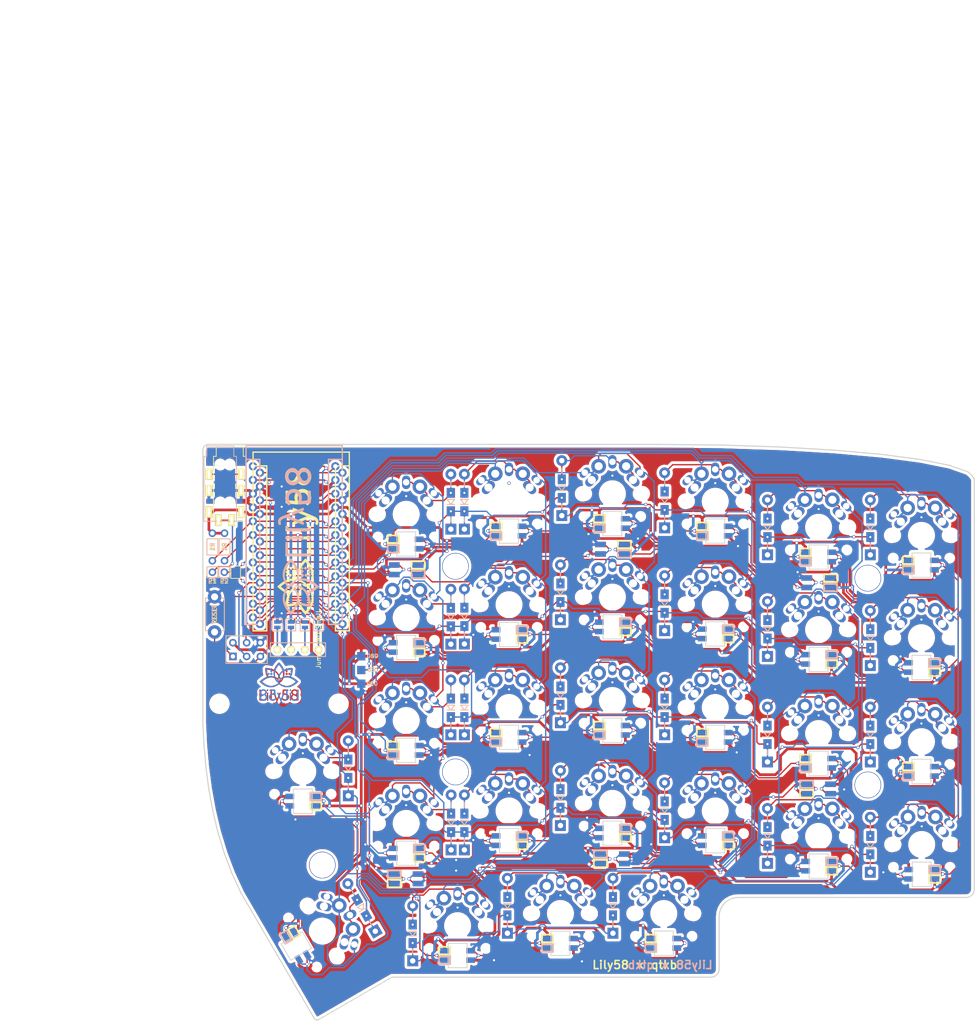
<source format=kicad_pcb>
(kicad_pcb (version 20171130) (host pcbnew "(6.0.0-rc1-dev-1672-g5c3f6f2ab)")
  (layers (0 F.Cu signal) (31 B.Cu signal) (34 B.Paste user) (35 F.Paste user) (36 B.SilkS user) (37 F.SilkS user) (38 B.Mask user) (39 F.Mask user) (44 Edge.Cuts user))
  (net 0 "")
  (net 1 "Net-(D1-Pad2)")
  (net 2 row4)
  (net 3 "Net-(D2-Pad2)")
  (net 4 "Net-(D3-Pad2)")
  (net 5 row0)
  (net 6 "Net-(D4-Pad2)")
  (net 7 row1)
  (net 8 "Net-(D5-Pad2)")
  (net 9 row2)
  (net 10 "Net-(D6-Pad2)")
  (net 11 row3)
  (net 12 "Net-(D7-Pad2)")
  (net 13 "Net-(D8-Pad2)")
  (net 14 "Net-(D9-Pad2)")
  (net 15 "Net-(D10-Pad2)")
  (net 16 "Net-(D11-Pad2)")
  (net 17 "Net-(D12-Pad2)")
  (net 18 "Net-(D13-Pad2)")
  (net 19 "Net-(D14-Pad2)")
  (net 20 "Net-(D15-Pad2)")
  (net 21 "Net-(D16-Pad2)")
  (net 22 "Net-(D17-Pad2)")
  (net 23 "Net-(D18-Pad2)")
  (net 24 "Net-(D19-Pad2)")
  (net 25 "Net-(D20-Pad2)")
  (net 26 "Net-(D21-Pad2)")
  (net 27 "Net-(D22-Pad2)")
  (net 28 "Net-(D23-Pad2)")
  (net 29 "Net-(D24-Pad2)")
  (net 30 "Net-(D25-Pad2)")
  (net 31 "Net-(D26-Pad2)")
  (net 32 "Net-(D27-Pad2)")
  (net 33 "Net-(D28-Pad2)")
  (net 34 VCC)
  (net 35 GND)
  (net 36 col0)
  (net 37 col1)
  (net 38 col2)
  (net 39 col3)
  (net 40 col4)
  (net 41 col5)
  (net 42 SDA)
  (net 43 LED)
  (net 44 SCL)
  (net 45 RESET)
  (net 46 "Net-(D29-Pad2)")
  (net 47 "Net-(U1-Pad24)")
  (net 48 "Net-(U1-Pad20)")
  (net 49 "Net-(U1-Pad19)")
  (net 50 "Net-(U1-Pad7)")
  (net 51 DATA)
  (net 52 "Net-(J2-Pad4)")
  (net 53 "Net-(J2-Pad3)")
  (net 54 "Net-(JP1-Pad1)")
  (net 55 "Net-(JP2-Pad1)")
  (net 56 "Net-(JP3-Pad1)")
  (net 57 "Net-(JP4-Pad1)")
  (net 58 "Net-(L1-Pad1)")
  (net 59 "Net-(L2-Pad1)")
  (net 60 "Net-(L3-Pad1)")
  (net 61 "Net-(L4-Pad1)")
  (net 62 "Net-(L5-Pad1)")
  (net 63 "Net-(L12-Pad3)")
  (net 64 "Net-(L13-Pad3)")
  (net 65 "Net-(L7-Pad3)")
  (net 66 "Net-(L8-Pad3)")
  (net 67 "Net-(L10-Pad1)")
  (net 68 "Net-(L10-Pad3)")
  (net 69 "Net-(L11-Pad3)")
  (net 70 "Net-(L13-Pad1)")
  (net 71 "Net-(L14-Pad1)")
  (net 72 "Net-(L15-Pad1)")
  (net 73 "Net-(L16-Pad1)")
  (net 74 "Net-(L17-Pad1)")
  (net 75 "Net-(L18-Pad1)")
  (net 76 "Net-(L19-Pad3)")
  (net 77 "Net-(L19-Pad1)")
  (net 78 "Net-(L20-Pad3)")
  (net 79 "Net-(L21-Pad3)")
  (net 80 "Net-(L22-Pad3)")
  (net 81 "Net-(L23-Pad3)")
  (net 82 "Net-(L25-Pad1)")
  (net 83 "Net-(L26-Pad1)")
  (net 84 "Net-(L27-Pad1)")
  (net 85 "Net-(L28-Pad1)")
  (net 86 "Net-(L29-Pad1)")
  (net 87 "Net-(L30-Pad3)")
  (net 88 "Net-(L33-Pad1)")
  (net 89 "Net-(L1-Pad3)")
  (net 90 "Net-(L31-Pad3)")
  (net 91 "Net-(L32-Pad3)")
  (net 92 "Net-(L34-Pad1)")
  (module Lily58-footprint:lily58_logo_2 (layer B.Cu) (at 97 81.2 180)
    (fp_text reference G*** hide)
    (fp_text value LOGO hide)
    (fp_poly (pts (xy 0.248955 -1.74337) (xy 0.278216 -1.748098) (xy 0.289624 -1.752258) (xy 0.311575 -1.771141) (xy 0.322843 -1.79792) (xy 0.322246 -1.829519) (xy 0.321123 -1.834247) (xy 0.317541 -1.844099) (xy 0.308818 -1.866378) (xy 0.295362 -1.900095) (xy 0.277577 -1.944264) (xy 0.255868 -1.997897) (xy 0.230642 -2.060006) (xy 0.202304 -2.129605) (xy 0.171259 -2.205707) (xy 0.137914 -2.287323) (xy 0.102672 -2.373467) (xy 0.065941 -2.463151) (xy 0.028126 -2.555389) (xy -0.010369 -2.649193) (xy -0.049137 -2.743575) (xy -0.087772 -2.837548) (xy -0.12587 -2.930126) (xy -0.163025 -3.02032) (xy -0.198831 -3.107143) (xy -0.232883 -3.189609) (xy -0.264774 -3.26673) (xy -0.294101 -3.337519) (xy -0.320456 -3.400987) (xy -0.343435 -3.456149) (xy -0.362632 -3.502017) (xy -0.377642 -3.537603) (xy -0.388058 -3.561921) (xy -0.393476 -3.573982) (xy -0.393556 -3.574143) (xy -0.430279 -3.63507) (xy -0.476215 -3.692137) (xy -0.528408 -3.742315) (xy -0.583901 -3.782573) (xy -0.612033 -3.79807) (xy -0.685239 -3.826573) (xy -0.760318 -3.84174) (xy -0.835286 -3.843303) (xy -0.889691 -3.835508) (xy -0.931644 -3.824122) (xy -0.974036 -3.808767) (xy -1.011414 -3.791593) (xy -1.032146 -3.779319) (xy -1.048265 -3.762135) (xy -1.060005 -3.738689) (xy -1.060452 -3.737257) (xy -1.064378 -3.721239) (xy -1.064356 -3.707443) (xy -1.059476 -3.69121) (xy -1.048827 -3.667879) (xy -1.045632 -3.661356) (xy -1.024527 -3.625599) (xy -1.001844 -3.603255) (xy -0.975443 -3.593556) (xy -0.943181 -3.595732) (xy -0.902917 -3.609015) (xy -0.901481 -3.609612) (xy -0.847768 -3.627554) (xy -0.799789 -3.633298) (xy -0.755054 -3.626606) (xy -0.711074 -3.60724) (xy -0.683008 -3.588701) (xy -0.654263 -3.564197) (xy -0.627125 -3.533603) (xy -0.600547 -3.495264) (xy -0.573481 -3.447528) (xy -0.54488 -3.388739) (xy -0.518904 -3.329609) (xy -0.466753 -3.206539) (xy -0.75589 -2.520039) (xy -0.805414 -2.402222) (xy -0.850779 -2.293819) (xy -0.89182 -2.195238) (xy -0.92837 -2.106889) (xy -0.960264 -2.029179) (xy -0.987334 -1.962516) (xy -1.009415 -1.907309) (xy -1.026341 -1.863966) (xy -1.037945 -1.832895) (xy -1.044061 -1.814505) (xy -1.045028 -1.809803) (xy -1.038695 -1.783185) (xy -1.027525 -1.765705) (xy -1.018641 -1.756317) (xy -1.009216 -1.750244) (xy -0.995872 -1.746629) (xy -0.975233 -1.744619) (xy -0.943919 -1.743357) (xy -0.938625 -1.743196) (xy -0.894339 -1.743534) (xy -0.861559 -1.748263) (xy -0.837681 -1.758361) (xy -0.820105 -1.774806) (xy -0.809596 -1.791693) (xy -0.804667 -1.802697) (xy -0.794857 -1.825894) (xy -0.780685 -1.860006) (xy -0.762666 -1.903751) (xy -0.74132 -1.955851) (xy -0.717162 -2.015025) (xy -0.69071 -2.079994) (xy -0.662482 -2.149478) (xy -0.632994 -2.222197) (xy -0.602765 -2.296871) (xy -0.57231 -2.372221) (xy -0.542147 -2.446967) (xy -0.512794 -2.519828) (xy -0.484768 -2.589526) (xy -0.458586 -2.654781) (xy -0.434765 -2.714312) (xy -0.413823 -2.76684) (xy -0.396277 -2.811085) (xy -0.382644 -2.845768) (xy -0.373441 -2.869608) (xy -0.369185 -2.881326) (xy -0.369141 -2.881472) (xy -0.362725 -2.899275) (xy -0.357014 -2.909303) (xy -0.3556 -2.910115) (xy -0.350651 -2.903867) (xy -0.344225 -2.88822) (xy -0.342019 -2.881339) (xy -0.337854 -2.869641) (xy -0.328819 -2.84581) (xy -0.315422 -2.811128) (xy -0.298173 -2.766877) (xy -0.277582 -2.714337) (xy -0.254157 -2.654791) (xy -0.228408 -2.589519) (xy -0.200845 -2.519805) (xy -0.171976 -2.446928) (xy -0.142311 -2.37217) (xy -0.11236 -2.296814) (xy -0.082631 -2.222141) (xy -0.053635 -2.149431) (xy -0.02588 -2.079967) (xy 0.000123 -2.01503) (xy 0.023867 -1.955902) (xy 0.044841 -1.903864) (xy 0.062536 -1.860198) (xy 0.076443 -1.826185) (xy 0.086052 -1.803107) (xy 0.090854 -1.792246) (xy 0.090865 -1.792223) (xy 0.107401 -1.768947) (xy 0.130164 -1.753472) (xy 0.161591 -1.744759) (xy 0.204116 -1.741766) (xy 0.209003 -1.741742) (xy 0.248955 -1.74337)) (layer B.Cu) (width 0.01))
    (fp_poly (pts (xy -1.422438 -1.162965) (xy -1.38598 -1.170438) (xy -1.360688 -1.185037) (xy -1.351386 -1.195939) (xy -1.34949 -1.199587) (xy -1.347787 -1.20496) (xy -1.346262 -1.212842) (xy -1.344901 -1.224018) (xy -1.343688 -1.239271) (xy -1.34261 -1.259385) (xy -1.341652 -1.285144) (xy -1.340799 -1.317333) (xy -1.340038 -1.356734) (xy -1.339353 -1.404131) (xy -1.338731 -1.46031) (xy -1.338156 -1.526052) (xy -1.337615 -1.602144) (xy -1.337093 -1.689367) (xy -1.336575 -1.788507) (xy -1.336047 -1.900347) (xy -1.335495 -2.02567) (xy -1.335314 -2.067963) (xy -1.331685 -2.921) (xy -1.313543 -2.957275) (xy -1.289234 -2.993028) (xy -1.257472 -3.016653) (xy -1.216691 -3.029291) (xy -1.214045 -3.029707) (xy -1.175334 -3.038829) (xy -1.148963 -3.053127) (xy -1.133527 -3.073197) (xy -1.127788 -3.095302) (xy -1.125239 -3.125515) (xy -1.125802 -3.158155) (xy -1.129396 -3.187543) (xy -1.1354 -3.206996) (xy -1.154536 -3.228425) (xy -1.185302 -3.241734) (xy -1.22721 -3.246793) (xy -1.273628 -3.244233) (xy -1.344484 -3.22963) (xy -1.406436 -3.203704) (xy -1.459071 -3.166818) (xy -1.501977 -3.119333) (xy -1.534742 -3.061613) (xy -1.556601 -2.995525) (xy -1.558246 -2.986898) (xy -1.559719 -2.975207) (xy -1.561029 -2.959679) (xy -1.562186 -2.939543) (xy -1.563199 -2.914026) (xy -1.564076 -2.882357) (xy -1.564828 -2.843764) (xy -1.565463 -2.797475) (xy -1.565991 -2.742719) (xy -1.56642 -2.678722) (xy -1.566759 -2.604714) (xy -1.567019 -2.519922) (xy -1.567207 -2.423574) (xy -1.567334 -2.3149) (xy -1.567408 -2.193126) (xy -1.567435 -2.0811) (xy -1.567543 -1.212172) (xy -1.546527 -1.188651) (xy -1.534562 -1.176463) (xy -1.522776 -1.16914) (xy -1.506775 -1.165155) (xy -1.482164 -1.162979) (xy -1.470932 -1.162374) (xy -1.422438 -1.162965)) (layer B.Cu) (width 0.01))
    (fp_poly (pts (xy 1.300995 -1.172034) (xy 1.384164 -1.17211) (xy 1.454924 -1.172349) (xy 1.514327 -1.172843) (xy 1.563425 -1.173681) (xy 1.603271 -1.174957) (xy 1.634916 -1.176762) (xy 1.659415 -1.179186) (xy 1.677818 -1.182321) (xy 1.691179 -1.18626) (xy 1.700549 -1.191092) (xy 1.706981 -1.19691) (xy 1.711528 -1.203806) (xy 1.715242 -1.211869) (xy 1.717207 -1.216589) (xy 1.722865 -1.239214) (xy 1.72612 -1.270807) (xy 1.726896 -1.306008) (xy 1.725117 -1.33946) (xy 1.720705 -1.365804) (xy 1.7194 -1.370038) (xy 1.707544 -1.390545) (xy 1.692186 -1.405593) (xy 1.686985 -1.408578) (xy 1.680091 -1.411093) (xy 1.670265 -1.413186) (xy 1.656265 -1.414907) (xy 1.63685 -1.416306) (xy 1.610779 -1.41743) (xy 1.576813 -1.418331) (xy 1.533709 -1.419056) (xy 1.480227 -1.419655) (xy 1.415126 -1.420178) (xy 1.337165 -1.420673) (xy 1.3081 -1.420841) (xy 1.236886 -1.421365) (xy 1.170268 -1.422088) (xy 1.109617 -1.422977) (xy 1.056303 -1.424003) (xy 1.011697 -1.425133) (xy 0.977169 -1.426337) (xy 0.95409 -1.427583) (xy 0.943831 -1.428841) (xy 0.943429 -1.429137) (xy 0.942639 -1.437549) (xy 0.940392 -1.45872) (xy 0.936872 -1.490989) (xy 0.932261 -1.532694) (xy 0.926745 -1.582174) (xy 0.920506 -1.637766) (xy 0.914084 -1.69466) (xy 0.907415 -1.754333) (xy 0.901433 -1.80932) (xy 0.896302 -1.857986) (xy 0.892188 -1.898701) (xy 0.889255 -1.92983) (xy 0.88767 -1.949742) (xy 0.887568 -1.956788) (xy 0.895157 -1.955634) (xy 0.911952 -1.949758) (xy 0.929613 -1.94245) (xy 1.004434 -1.917014) (xy 1.086668 -1.902242) (xy 1.173929 -1.898095) (xy 1.263825 -1.904534) (xy 1.35397 -1.92152) (xy 1.441974 -1.949014) (xy 1.446975 -1.950935) (xy 1.518086 -1.982949) (xy 1.581342 -2.021528) (xy 1.641237 -2.069636) (xy 1.673431 -2.100284) (xy 1.728936 -2.161604) (xy 1.772585 -2.223547) (xy 1.806722 -2.289734) (xy 1.823006 -2.331262) (xy 1.850309 -2.429008) (xy 1.863101 -2.526887) (xy 1.861381 -2.624844) (xy 1.845147 -2.722823) (xy 1.82794 -2.783115) (xy 1.790891 -2.872628) (xy 1.741971 -2.954468) (xy 1.682047 -3.027919) (xy 1.611986 -3.092265) (xy 1.532654 -3.14679) (xy 1.44492 -3.190778) (xy 1.349649 -3.223513) (xy 1.274492 -3.240125) (xy 1.224769 -3.246216) (xy 1.166737 -3.249459) (xy 1.106334 -3.249788) (xy 1.049498 -3.247132) (xy 1.012987 -3.243169) (xy 0.920321 -3.223204) (xy 0.82865 -3.191173) (xy 0.741008 -3.148552) (xy 0.660429 -3.096818) (xy 0.589947 -3.037449) (xy 0.589643 -3.037152) (xy 0.567448 -3.014884) (xy 0.553935 -2.998875) (xy 0.546993 -2.985677) (xy 0.544513 -2.971845) (xy 0.544286 -2.963045) (xy 0.545624 -2.947052) (xy 0.550728 -2.931219) (xy 0.56123 -2.91223) (xy 0.578766 -2.88677) (xy 0.588183 -2.873939) (xy 0.617198 -2.837361) (xy 0.642422 -2.812964) (xy 0.666207 -2.800514) (xy 0.690906 -2.79978) (xy 0.718873 -2.810526) (xy 0.752458 -2.832521) (xy 0.780989 -2.854825) (xy 0.832439 -2.891461) (xy 0.890884 -2.924521) (xy 0.950687 -2.951087) (xy 0.994229 -2.965309) (xy 1.036743 -2.973129) (xy 1.087743 -2.977252) (xy 1.141917 -2.97768) (xy 1.193957 -2.974414) (xy 1.238552 -2.967456) (xy 1.24761 -2.965223) (xy 1.325509 -2.937504) (xy 1.393958 -2.899349) (xy 1.452337 -2.851432) (xy 1.500026 -2.794425) (xy 1.536406 -2.729002) (xy 1.560857 -2.655837) (xy 1.568407 -2.616616) (xy 1.571825 -2.545843) (xy 1.56183 -2.475575) (xy 1.539448 -2.407804) (xy 1.505707 -2.344524) (xy 1.46163 -2.287725) (xy 1.408245 -2.2394) (xy 1.357534 -2.207118) (xy 1.309307 -2.183988) (xy 1.26342 -2.167853) (xy 1.215037 -2.157494) (xy 1.159318 -2.15169) (xy 1.132115 -2.150299) (xy 1.069713 -2.149651) (xy 1.016059 -2.153743) (xy 0.965884 -2.16355) (xy 0.913917 -2.180048) (xy 0.865378 -2.199637) (xy 0.828479 -2.214745) (xy 0.800006 -2.224116) (xy 0.775614 -2.228916) (xy 0.751115 -2.23031) (xy 0.704535 -2.225493) (xy 0.664704 -2.211508) (xy 0.633458 -2.189583) (xy 0.612633 -2.160947) (xy 0.604496 -2.132238) (xy 0.60446 -2.117791) (xy 0.605924 -2.090838) (xy 0.608723 -2.052925) (xy 0.612695 -2.005598) (xy 0.617677 -1.950406) (xy 0.623505 -1.888893) (xy 0.630016 -1.822608) (xy 0.637046 -1.753097) (xy 0.644433 -1.681907) (xy 0.652013 -1.610584) (xy 0.659623 -1.540677) (xy 0.667099 -1.47373) (xy 0.674278 -1.411292) (xy 0.680998 -1.354909) (xy 0.687094 -1.306127) (xy 0.692403 -1.266494) (xy 0.696763 -1.237557) (xy 0.700009 -1.220862) (xy 0.701018 -1.217839) (xy 0.715174 -1.19865) (xy 0.730986 -1.184797) (xy 0.735763 -1.182187) (xy 0.742249 -1.179957) (xy 0.751544 -1.178077) (xy 0.76475 -1.176519) (xy 0.782964 -1.175251) (xy 0.807287 -1.174245) (xy 0.838818 -1.17347) (xy 0.878658 -1.172898) (xy 0.927907 -1.172498) (xy 0.987663 -1.172241) (xy 1.059027 -1.172098) (xy 1.143098 -1.172037) (xy 1.204364 -1.172029) (xy 1.300995 -1.172034)) (layer B.Cu) (width 0.01))
    (fp_poly (pts (xy 2.929251 -1.141304) (xy 2.993591 -1.146052) (xy 3.052515 -1.15364) (xy 3.098884 -1.163169) (xy 3.192044 -1.193582) (xy 3.274312 -1.233389) (xy 3.346042 -1.282806) (xy 3.407589 -1.342052) (xy 3.426156 -1.364343) (xy 3.470955 -1.432554) (xy 3.502997 -1.50644) (xy 3.522409 -1.584986) (xy 3.529316 -1.667178) (xy 3.523843 -1.752003) (xy 3.506116 -1.838445) (xy 3.47626 -1.925492) (xy 3.434401 -2.012128) (xy 3.380664 -2.09734) (xy 3.326948 -2.166474) (xy 3.288627 -2.211647) (xy 3.340396 -2.247009) (xy 3.40958 -2.30132) (xy 3.468212 -2.36208) (xy 3.515135 -2.427825) (xy 3.549189 -2.497091) (xy 3.557842 -2.521857) (xy 3.567692 -2.566305) (xy 3.573192 -2.619449) (xy 3.574278 -2.676118) (xy 3.570887 -2.731141) (xy 3.562956 -2.779348) (xy 3.561085 -2.786743) (xy 3.530519 -2.872814) (xy 3.487386 -2.952047) (xy 3.432256 -3.023769) (xy 3.365704 -3.087304) (xy 3.288301 -3.141978) (xy 3.234678 -3.171344) (xy 3.170316 -3.200217) (xy 3.108343 -3.221352) (xy 3.044574 -3.235713) (xy 2.974824 -3.244265) (xy 2.902857 -3.247805) (xy 2.859794 -3.248283) (xy 2.818044 -3.247825) (xy 2.781514 -3.246536) (xy 2.754111 -3.244522) (xy 2.746975 -3.2436) (xy 2.652879 -3.223132) (xy 2.561807 -3.192273) (xy 2.47696 -3.152342) (xy 2.40154 -3.10466) (xy 2.391229 -3.096915) (xy 2.325087 -3.03713) (xy 2.268214 -2.96737) (xy 2.222175 -2.889946) (xy 2.188538 -2.807173) (xy 2.183374 -2.789961) (xy 2.175542 -2.758293) (xy 2.170543 -2.726915) (xy 2.167847 -2.691039) (xy 2.166922 -2.645879) (xy 2.166908 -2.6416) (xy 2.168078 -2.610809) (xy 2.453027 -2.610809) (xy 2.456105 -2.665536) (xy 2.464803 -2.714174) (xy 2.467322 -2.723002) (xy 2.494276 -2.786304) (xy 2.533568 -2.844112) (xy 2.583597 -2.894977) (xy 2.642763 -2.937452) (xy 2.709463 -2.970086) (xy 2.757715 -2.985762) (xy 2.794013 -2.992206) (xy 2.839327 -2.995751) (xy 2.88845 -2.996396) (xy 2.936177 -2.99414) (xy 2.9773 -2.988981) (xy 2.991896 -2.985809) (xy 3.059484 -2.962556) (xy 3.119368 -2.930629) (xy 3.170954 -2.891388) (xy 3.213646 -2.846197) (xy 3.24685 -2.796415) (xy 3.26997 -2.743407) (xy 3.282412 -2.688532) (xy 3.28358 -2.633154) (xy 3.272881 -2.578635) (xy 3.249718 -2.526335) (xy 3.21376 -2.477903) (xy 3.192533 -2.456421) (xy 3.169132 -2.436192) (xy 3.14208 -2.416383) (xy 3.109896 -2.396162) (xy 3.071101 -2.374695) (xy 3.024216 -2.351149) (xy 2.967762 -2.324694) (xy 2.900259 -2.294494) (xy 2.845502 -2.270622) (xy 2.697432 -2.206569) (xy 2.662703 -2.232062) (xy 2.611751 -2.275314) (xy 2.564389 -2.326613) (xy 2.522953 -2.382722) (xy 2.489777 -2.440406) (xy 2.467196 -2.496427) (xy 2.464098 -2.50737) (xy 2.455662 -2.556064) (xy 2.453027 -2.610809) (xy 2.168078 -2.610809) (xy 2.169539 -2.572399) (xy 2.178587 -2.511227) (xy 2.195291 -2.452555) (xy 2.220887 -2.390855) (xy 2.224899 -2.382392) (xy 2.256135 -2.326952) (xy 2.296787 -2.269269) (xy 2.34371 -2.212997) (xy 2.393758 -2.161793) (xy 2.443787 -2.119312) (xy 2.462906 -2.105703) (xy 2.491041 -2.08691) (xy 2.466535 -2.069035) (xy 2.451589 -2.056701) (xy 2.429648 -2.03681) (xy 2.403808 -2.012237) (xy 2.38025 -1.988966) (xy 2.329332 -1.931348) (xy 2.291663 -1.873317) (xy 2.266154 -1.812219) (xy 2.251713 -1.745402) (xy 2.247617 -1.6764) (xy 2.529354 -1.6764) (xy 2.529967 -1.710789) (xy 2.532148 -1.735549) (xy 2.536831 -1.755553) (xy 2.544954 -1.775673) (xy 2.5507 -1.787502) (xy 2.575694 -1.826157) (xy 2.611715 -1.866305) (xy 2.655893 -1.905243) (xy 2.70536 -1.940265) (xy 2.72528 -1.952172) (xy 2.749272 -1.964916) (xy 2.781351 -1.980726) (xy 2.819309 -1.998637) (xy 2.860939 -2.017685) (xy 2.904035 -2.036904) (xy 2.946389 -2.05533) (xy 2.985796 -2.071998) (xy 3.020049 -2.085944) (xy 3.04694 -2.096201) (xy 3.064263 -2.101807) (xy 3.06919 -2.102529) (xy 3.07802 -2.096364) (xy 3.092789 -2.081254) (xy 3.110877 -2.059976) (xy 3.118622 -2.050143) (xy 3.15795 -1.992348) (xy 3.192016 -1.928994) (xy 3.219532 -1.863388) (xy 3.239207 -1.798834) (xy 3.249753 -1.738638) (xy 3.2512 -1.710354) (xy 3.244713 -1.641795) (xy 3.225777 -1.57988) (xy 3.19518 -1.5253) (xy 3.153709 -1.478742) (xy 3.102152 -1.440897) (xy 3.041296 -1.412454) (xy 2.971929 -1.394103) (xy 2.894838 -1.386532) (xy 2.881086 -1.386367) (xy 2.804157 -1.391991) (xy 2.7343 -1.408508) (xy 2.672511 -1.43538) (xy 2.619783 -1.47207) (xy 2.57711 -1.51804) (xy 2.548564 -1.565961) (xy 2.539026 -1.588277) (xy 2.533217 -1.608637) (xy 2.530281 -1.631966) (xy 2.52936 -1.663191) (xy 2.529354 -1.6764) (xy 2.247617 -1.6764) (xy 2.247249 -1.670212) (xy 2.247274 -1.665515) (xy 2.254747 -1.579725) (xy 2.275241 -1.499453) (xy 2.308089 -1.425386) (xy 2.352625 -1.358214) (xy 2.408183 -1.298626) (xy 2.474094 -1.247311) (xy 2.549692 -1.204959) (xy 2.634311 -1.172258) (xy 2.727284 -1.149898) (xy 2.749588 -1.146318) (xy 2.802664 -1.141216) (xy 2.86408 -1.139619) (xy 2.929251 -1.141304)) (layer B.Cu) (width 0.01))
    (fp_poly (pts (xy -3.493894 -1.162254) (xy -3.462656 -1.164125) (xy -3.441948 -1.167249) (xy -3.42779 -1.172639) (xy -3.416199 -1.181314) (xy -3.415055 -1.182376) (xy -3.399942 -1.202035) (xy -3.389319 -1.225202) (xy -3.389115 -1.225918) (xy -3.387953 -1.237468) (xy -3.386883 -1.263198) (xy -3.38591 -1.302776) (xy -3.385034 -1.355868) (xy -3.38426 -1.422141) (xy -3.383589 -1.501263) (xy -3.383024 -1.592899) (xy -3.382568 -1.696716) (xy -3.382224 -1.812382) (xy -3.381994 -1.939563) (xy -3.381881 -2.077925) (xy -3.381869 -2.135252) (xy -3.381828 -3.018647) (xy -2.93565 -3.020624) (xy -2.489472 -3.0226) (xy -2.46575 -3.046324) (xy -2.45343 -3.059618) (xy -2.44633 -3.071774) (xy -2.44302 -3.087426) (xy -2.442069 -3.111211) (xy -2.442028 -3.123198) (xy -2.444158 -3.162943) (xy -2.451316 -3.191395) (xy -2.46466 -3.211251) (xy -2.485347 -3.225206) (xy -2.485904 -3.225472) (xy -2.49805 -3.227798) (xy -2.523219 -3.229882) (xy -2.559984 -3.231723) (xy -2.60692 -3.233322) (xy -2.6626 -3.234678) (xy -2.725599 -3.235792) (xy -2.79449 -3.236664) (xy -2.867847 -3.237294) (xy -2.944245 -3.237683) (xy -3.022257 -3.23783) (xy -3.100457 -3.237736) (xy -3.177419 -3.237401) (xy -3.251717 -3.236826) (xy -3.321925 -3.236009) (xy -3.386616 -3.234953) (xy -3.444366 -3.233656) (xy -3.493747 -3.232119) (xy -3.533334 -3.230342) (xy -3.5617 -3.228326) (xy -3.57742 -3.22607) (xy -3.579494 -3.225326) (xy -3.585363 -3.22242) (xy -3.590657 -3.21991) (xy -3.595406 -3.217073) (xy -3.59964 -3.213184) (xy -3.603387 -3.20752) (xy -3.606678 -3.199356) (xy -3.609542 -3.187969) (xy -3.612009 -3.172635) (xy -3.614107 -3.15263) (xy -3.615867 -3.12723) (xy -3.617318 -3.09571) (xy -3.618489 -3.057348) (xy -3.619411 -3.01142) (xy -3.620111 -2.9572) (xy -3.620621 -2.893966) (xy -3.620969 -2.820994) (xy -3.621185 -2.737559) (xy -3.621299 -2.642938) (xy -3.621339 -2.536406) (xy -3.621336 -2.417241) (xy -3.621319 -2.284717) (xy -3.621314 -2.198915) (xy -3.621328 -2.057983) (xy -3.621349 -1.930843) (xy -3.621345 -1.816771) (xy -3.621285 -1.715043) (xy -3.621138 -1.624937) (xy -3.620871 -1.54573) (xy -3.620455 -1.476697) (xy -3.619856 -1.417116) (xy -3.619045 -1.366264) (xy -3.617988 -1.323417) (xy -3.616656 -1.287853) (xy -3.615016 -1.258848) (xy -3.613037 -1.235679) (xy -3.610688 -1.217623) (xy -3.607937 -1.203956) (xy -3.604752 -1.193956) (xy -3.601103 -1.186898) (xy -3.596958 -1.182061) (xy -3.592285 -1.178721) (xy -3.587053 -1.176154) (xy -3.58123 -1.173638) (xy -3.576648 -1.171448) (xy -3.558925 -1.165031) (xy -3.53516 -1.16201) (xy -3.501579 -1.161965) (xy -3.493894 -1.162254)) (layer B.Cu) (width 0.01))
    (fp_poly (pts (xy -2.099347 -1.742825) (xy -2.069088 -1.744379) (xy -2.049378 -1.746851) (xy -2.036255 -1.751501) (xy -2.025758 -1.759588) (xy -2.01689 -1.769043) (xy -1.995714 -1.792743) (xy -1.995714 -3.185657) (xy -2.01689 -3.209357) (xy -2.028101 -3.221028) (xy -2.038776 -3.228197) (xy -2.052912 -3.232118) (xy -2.074506 -3.234044) (xy -2.098533 -3.234949) (xy -2.141248 -3.234519) (xy -2.171617 -3.23002) (xy -2.182857 -3.226114) (xy -2.19027 -3.222918) (xy -2.196824 -3.219822) (xy -2.202571 -3.215963) (xy -2.207565 -3.210477) (xy -2.211858 -3.2025) (xy -2.215503 -3.191169) (xy -2.218553 -3.175619) (xy -2.22106 -3.154987) (xy -2.223079 -3.128409) (xy -2.224661 -3.095021) (xy -2.225859 -3.05396) (xy -2.226726 -3.004362) (xy -2.227316 -2.945362) (xy -2.22768 -2.876098) (xy -2.227872 -2.795706) (xy -2.227945 -2.703321) (xy -2.227951 -2.59808) (xy -2.227943 -2.4892) (xy -2.227951 -2.371608) (xy -2.22794 -2.267661) (xy -2.227858 -2.176493) (xy -2.227655 -2.097233) (xy -2.227277 -2.029015) (xy -2.226673 -1.970969) (xy -2.225791 -1.922228) (xy -2.22458 -1.881923) (xy -2.222987 -1.849186) (xy -2.220961 -1.823149) (xy -2.21845 -1.802943) (xy -2.215402 -1.787699) (xy -2.211765 -1.776551) (xy -2.207488 -1.768629) (xy -2.202519 -1.763065) (xy -2.196805 -1.758991) (xy -2.190295 -1.755538) (xy -2.183971 -1.752379) (xy -2.166714 -1.745901) (xy -2.144306 -1.742714) (xy -2.112823 -1.742372) (xy -2.099347 -1.742825)) (layer B.Cu) (width 0.01))
    (fp_poly (pts (xy -2.090489 -1.162223) (xy -2.060579 -1.163924) (xy -2.041134 -1.16659) (xy -2.028107 -1.171538) (xy -2.017453 -1.180084) (xy -2.009558 -1.188556) (xy -2.000823 -1.198791) (xy -1.994908 -1.208369) (xy -1.991264 -1.220278) (xy -1.989341 -1.237506) (xy -1.988588 -1.263043) (xy -1.988457 -1.299877) (xy -1.988457 -1.303249) (xy -1.989034 -1.33932) (xy -1.990606 -1.371025) (xy -1.992937 -1.395033) (xy -1.99579 -1.408012) (xy -1.995929 -1.408288) (xy -2.010359 -1.425057) (xy -2.033673 -1.436242) (xy -2.067609 -1.442389) (xy -2.109654 -1.444065) (xy -2.142504 -1.442961) (xy -2.170466 -1.440088) (xy -2.189209 -1.435928) (xy -2.191657 -1.434892) (xy -2.210017 -1.421795) (xy -2.222739 -1.402495) (xy -2.230447 -1.374928) (xy -2.233759 -1.337027) (xy -2.233591 -1.2954) (xy -2.23049 -1.247041) (xy -2.223294 -1.211333) (xy -2.210195 -1.186597) (xy -2.189389 -1.171153) (xy -2.15907 -1.16332) (xy -2.117432 -1.161417) (xy -2.090489 -1.162223)) (layer B.Cu) (width 0.01))
    (fp_poly (pts (xy 0.078092 3.748263) (xy 0.237453 3.575434) (xy 0.386427 3.392484) (xy 0.524948 3.19949) (xy 0.548489 3.164114) (xy 0.656724 2.98901) (xy 0.750642 2.814569) (xy 0.83023 2.640857) (xy 0.895475 2.467939) (xy 0.946363 2.29588) (xy 0.98288 2.124745) (xy 1.005013 1.9546) (xy 1.012748 1.785509) (xy 1.006072 1.617539) (xy 0.98497 1.450753) (xy 0.949431 1.285218) (xy 0.943993 1.264693) (xy 0.935685 1.233985) (xy 0.864316 1.211813) (xy 0.825821 1.199395) (xy 0.784696 1.185396) (xy 0.747902 1.172208) (xy 0.736557 1.167926) (xy 0.710323 1.158407) (xy 0.689601 1.151981) (xy 0.677785 1.149658) (xy 0.676399 1.149982) (xy 0.676674 1.158133) (xy 0.680561 1.176823) (xy 0.687318 1.20275) (xy 0.691518 1.217319) (xy 0.729788 1.368959) (xy 0.754242 1.520192) (xy 0.764833 1.671442) (xy 0.761512 1.823133) (xy 0.74423 1.975688) (xy 0.71294 2.12953) (xy 0.667593 2.285083) (xy 0.608141 2.44277) (xy 0.534535 2.603016) (xy 0.532958 2.60617) (xy 0.493733 2.682587) (xy 0.456381 2.750847) (xy 0.417788 2.816314) (xy 0.37484 2.884351) (xy 0.345938 2.928257) (xy 0.276796 3.027892) (xy 0.201006 3.129752) (xy 0.122143 3.229243) (xy 0.043777 3.321775) (xy 0.012809 3.356428) (xy -0.020192 3.392714) (xy -0.036297 3.3782) (xy -0.050449 3.363876) (xy -0.071852 3.340211) (xy -0.098778 3.309267) (xy -0.129496 3.273104) (xy -0.162278 3.233784) (xy -0.195392 3.193368) (xy -0.22711 3.153916) (xy -0.255702 3.117491) (xy -0.262522 3.108624) (xy -0.331453 3.014616) (xy -0.400239 2.913451) (xy -0.465221 2.810703) (xy -0.521506 2.714171) (xy -0.543533 2.673297) (xy -0.566606 2.62835) (xy -0.589898 2.58117) (xy -0.61258 2.533596) (xy -0.633826 2.487467) (xy -0.652808 2.444622) (xy -0.668697 2.406902) (xy -0.680667 2.376144) (xy -0.68789 2.354189) (xy -0.689537 2.342875) (xy -0.689006 2.341943) (xy -0.682045 2.337037) (xy -0.665794 2.325755) (xy -0.642919 2.309945) (xy -0.624114 2.296981) (xy -0.492716 2.197747) (xy -0.370449 2.087318) (xy -0.257293 1.965665) (xy -0.153229 1.832762) (xy -0.058238 1.688581) (xy 0.027699 1.533096) (xy 0.104601 1.366278) (xy 0.172488 1.188101) (xy 0.188841 1.139371) (xy 0.2029 1.095706) (xy 0.216013 1.053852) (xy 0.227224 1.016944) (xy 0.235578 0.988118) (xy 0.239609 0.972785) (xy 0.244495 0.949793) (xy 0.245199 0.936682) (xy 0.241427 0.929348) (xy 0.236232 0.925613) (xy 0.225568 0.918954) (xy 0.205448 0.906154) (xy 0.178601 0.888959) (xy 0.147758 0.869113) (xy 0.142623 0.8658) (xy 0.112477 0.8469) (xy 0.086769 0.831824) (xy 0.067864 0.821883) (xy 0.058127 0.818386) (xy 0.057434 0.818629) (xy 0.053771 0.82752) (xy 0.047625 0.846943) (xy 0.040087 0.873359) (xy 0.036852 0.885371) (xy -0.010296 1.043231) (xy -0.066363 1.19516) (xy -0.130692 1.339967) (xy -0.202624 1.476463) (xy -0.2815 1.603456) (xy -0.366663 1.719757) (xy -0.457452 1.824176) (xy -0.513158 1.87951) (xy -0.632074 1.98128) (xy -0.761849 2.073745) (xy -0.902527 2.156921) (xy -1.054154 2.230826) (xy -1.216775 2.295474) (xy -1.390436 2.350883) (xy -1.57518 2.39707) (xy -1.771055 2.434049) (xy -1.978104 2.461839) (xy -2.165406 2.478418) (xy -2.229869 2.482856) (xy -2.224829 2.400757) (xy -2.205247 2.180459) (xy -2.174058 1.968746) (xy -2.131221 1.765436) (xy -2.076693 1.570344) (xy -2.010433 1.383287) (xy -1.975468 1.298651) (xy -1.961176 1.265617) (xy -1.864145 1.281947) (xy -1.699162 1.302736) (xy -1.533849 1.30957) (xy -1.367979 1.302401) (xy -1.201324 1.28118) (xy -1.033654 1.245857) (xy -0.864743 1.196384) (xy -0.694361 1.132712) (xy -0.52228 1.054792) (xy -0.348273 0.962575) (xy -0.332609 0.953629) (xy -0.290312 0.928795) (xy -0.245647 0.901635) (xy -0.200663 0.873489) (xy -0.15741 0.845697) (xy -0.117937 0.819599) (xy -0.084293 0.796534) (xy -0.058527 0.777843) (xy -0.042687 0.764863) (xy -0.040505 0.762653) (xy -0.034204 0.754723) (xy -0.032838 0.747322) (xy -0.037659 0.737341) (xy -0.049918 0.721673) (xy -0.06331 0.705987) (xy -0.086219 0.67794) (xy -0.109796 0.646818) (xy -0.126618 0.622786) (xy -0.15381 0.581543) (xy -0.220993 0.628059) (xy -0.358992 0.717374) (xy -0.502026 0.79805) (xy -0.648322 0.869374) (xy -0.796109 0.930631) (xy -0.943613 0.981105) (xy -1.089064 1.020083) (xy -1.23069 1.04685) (xy -1.273628 1.052567) (xy -1.329853 1.057413) (xy -1.395797 1.060096) (xy -1.466835 1.06066) (xy -1.538338 1.059146) (xy -1.605683 1.055597) (xy -1.664241 1.050056) (xy -1.673221 1.048888) (xy -1.828826 1.020701) (xy -1.986462 0.978541) (xy -2.14551 0.922702) (xy -2.305349 0.85348) (xy -2.46536 0.771172) (xy -2.624924 0.676073) (xy -2.78342 0.568478) (xy -2.940229 0.448685) (xy -2.954243 0.437311) (xy -2.989713 0.408064) (xy -3.025558 0.377957) (xy -3.058295 0.349949) (xy -3.084443 0.327002) (xy -3.091543 0.320577) (xy -3.138714 0.277352) (xy -3.120571 0.257535) (xy -3.093013 0.229962) (xy -3.055232 0.195885) (xy -3.009125 0.156786) (xy -2.956587 0.114146) (xy -2.899516 0.069448) (xy -2.839808 0.024173) (xy -2.779359 -0.020196) (xy -2.720067 -0.062179) (xy -2.663827 -0.100293) (xy -2.656114 -0.105361) (xy -2.505598 -0.198671) (xy -2.35881 -0.27899) (xy -2.214321 -0.346897) (xy -2.070706 -0.40297) (xy -1.926536 -0.447787) (xy -1.780385 -0.481926) (xy -1.685872 -0.498329) (xy -1.631307 -0.504546) (xy -1.566449 -0.508662) (xy -1.495366 -0.510683) (xy -1.422125 -0.510612) (xy -1.350793 -0.508454) (xy -1.28544 -0.504211) (xy -1.230131 -0.497888) (xy -1.230085 -0.497881) (xy -1.074248 -0.467633) (xy -0.916109 -0.423613) (xy -0.756602 -0.366201) (xy -0.596661 -0.295775) (xy -0.43722 -0.212711) (xy -0.279213 -0.11739) (xy -0.261505 -0.105874) (xy -0.201811 -0.06412) (xy -0.154119 -0.024568) (xy -0.11649 0.014613) (xy -0.086982 0.055252) (xy -0.082232 0.06312) (xy -0.057692 0.114616) (xy -0.038673 0.17393) (xy -0.027063 0.234824) (xy -0.025473 0.250371) (xy -0.020011 0.305733) (xy -0.013157 0.350465) (xy -0.004008 0.388443) (xy 0.008337 0.423545) (xy 0.021802 0.453571) (xy 0.0395 0.486217) (xy 0.060499 0.51928) (xy 0.08069 0.546366) (xy 0.083588 0.549737) (xy 0.100765 0.566672) (xy 0.124906 0.587141) (xy 0.153748 0.609587) (xy 0.185025 0.632447) (xy 0.216474 0.654163) (xy 0.245829 0.673174) (xy 0.270826 0.68792) (xy 0.289201 0.696842) (xy 0.298689 0.698378) (xy 0.298995 0.698136) (xy 0.303347 0.686558) (xy 0.306633 0.66367) (xy 0.308794 0.632641) (xy 0.309774 0.596638) (xy 0.309515 0.558831) (xy 0.307959 0.522388) (xy 0.305051 0.490478) (xy 0.303004 0.476836) (xy 0.292858 0.420273) (xy 0.309234 0.440551) (xy 0.323794 0.460468) (xy 0.343881 0.490605) (xy 0.36799 0.528483) (xy 0.394614 0.571626) (xy 0.422243 0.617559) (xy 0.449372 0.663805) (xy 0.474494 0.707886) (xy 0.4961 0.747328) (xy 0.497115 0.749235) (xy 0.547915 0.844868) (xy 0.619087 0.87664) (xy 0.651372 0.890667) (xy 0.687309 0.905655) (xy 0.724408 0.920641) (xy 0.760177 0.93466) (xy 0.792124 0.94675) (xy 0.817759 0.955947) (xy 0.834589 0.961288) (xy 0.840096 0.962095) (xy 0.838993 0.953818) (xy 0.83191 0.934555) (xy 0.819731 0.906106) (xy 0.803342 0.870272) (xy 0.783628 0.828854) (xy 0.761473 0.783653) (xy 0.737764 0.73647) (xy 0.713384 0.689106) (xy 0.68922 0.643362) (xy 0.666156 0.601039) (xy 0.645078 0.563938) (xy 0.641024 0.557041) (xy 0.589606 0.472367) (xy 0.542438 0.399781) (xy 0.498246 0.337952) (xy 0.455757 0.285545) (xy 0.413697 0.241227) (xy 0.370792 0.203666) (xy 0.32577 0.171528) (xy 0.277356 0.14348) (xy 0.224277 0.118188) (xy 0.220083 0.11637) (xy 0.190623 0.103428) (xy 0.171522 0.093645) (xy 0.159776 0.084507) (xy 0.152385 0.073503) (xy 0.146345 0.058119) (xy 0.144684 0.053265) (xy 0.13508 0.027333) (xy 0.124899 0.003255) (xy 0.12099 -0.004846) (xy 0.11395 -0.02057) (xy 0.114981 -0.03047) (xy 0.124906 -0.041297) (xy 0.125501 -0.041846) (xy 0.137384 -0.051165) (xy 0.158724 -0.066361) (xy 0.186739 -0.085507) (xy 0.218646 -0.106677) (xy 0.22666 -0.1119) (xy 0.389471 -0.2107) (xy 0.552946 -0.296137) (xy 0.716562 -0.368002) (xy 0.879796 -0.426086) (xy 1.042127 -0.470177) (xy 1.186543 -0.497651) (xy 1.237438 -0.503557) (xy 1.298306 -0.507783) (xy 1.365168 -0.510292) (xy 1.434046 -0.511045) (xy 1.500959 -0.510007) (xy 1.561929 -0.507139) (xy 1.612977 -0.502404) (xy 1.618343 -0.501695) (xy 1.780901 -0.472295) (xy 1.944447 -0.428745) (xy 2.108243 -0.371306) (xy 2.271552 -0.300241) (xy 2.433637 -0.21581) (xy 2.450096 -0.206444) (xy 2.541078 -0.151715) (xy 2.636029 -0.089946) (xy 2.731929 -0.023346) (xy 2.825759 0.045875) (xy 2.914501 0.115506) (xy 2.995135 0.183338) (xy 3.048 0.231255) (xy 3.095172 0.275682) (xy 3.058886 0.309517) (xy 3.026193 0.338962) (xy 2.985032 0.374453) (xy 2.938575 0.413371) (xy 2.889997 0.453095) (xy 2.842472 0.491006) (xy 2.799175 0.524484) (xy 2.790372 0.531115) (xy 2.633833 0.641692) (xy 2.475693 0.740354) (xy 2.316813 0.82668) (xy 2.158055 0.90025) (xy 2.000282 0.960645) (xy 1.844355 1.007445) (xy 1.781128 1.022612) (xy 1.685335 1.040202) (xy 1.582178 1.052591) (xy 1.476015 1.059571) (xy 1.371203 1.060938) (xy 1.2721 1.056484) (xy 1.208067 1.04974) (xy 1.148355 1.040406) (xy 1.083138 1.0281) (xy 1.017336 1.013887) (xy 0.955864 0.998832) (xy 0.903641 0.984003) (xy 0.900997 0.983171) (xy 0.874217 0.974998) (xy 0.858649 0.971349) (xy 0.851794 0.971984) (xy 0.851154 0.976664) (xy 0.851675 0.978447) (xy 0.855249 0.989046) (xy 0.86268 1.01089) (xy 0.873119 1.041497) (xy 0.88572 1.07838) (xy 0.897286 1.112193) (xy 0.911531 1.154782) (xy 0.922497 1.18663) (xy 0.932435 1.209655) (xy 0.943596 1.225778) (xy 0.958228 1.236918) (xy 0.978584 1.244995) (xy 1.006912 1.251929) (xy 1.045462 1.259639) (xy 1.077686 1.266103) (xy 1.248866 1.294227) (xy 1.419001 1.307932) (xy 1.587938 1.307216) (xy 1.755521 1.292079) (xy 1.886857 1.269923) (xy 2.049897 1.230031) (xy 2.215176 1.176582) (xy 2.381669 1.110163) (xy 2.548351 1.03136) (xy 2.714197 0.94076) (xy 2.878182 0.838949) (xy 3.03928 0.726513) (xy 3.196467 0.604038) (xy 3.348717 0.472111) (xy 3.45072 0.375519) (xy 3.552372 0.275696) (xy 3.439647 0.165062) (xy 3.292897 0.028622) (xy 3.139305 -0.099677) (xy 2.980247 -0.218966) (xy 2.817101 -0.328373) (xy 2.651243 -0.427029) (xy 2.484049 -0.514064) (xy 2.316897 -0.588608) (xy 2.151162 -0.64979) (xy 2.149541 -0.650324) (xy 1.983017 -0.698512) (xy 1.81805 -0.732965) (xy 1.654064 -0.753642) (xy 1.490483 -0.760499) (xy 1.326734 -0.753496) (xy 1.16224 -0.732592) (xy 0.996426 -0.697743) (xy 0.828717 -0.648908) (xy 0.658538 -0.586047) (xy 0.537029 -0.533397) (xy 0.461836 -0.497224) (xy 0.382193 -0.455922) (xy 0.301149 -0.411261) (xy 0.22175 -0.36501) (xy 0.147045 -0.31894) (xy 0.08008 -0.27482) (xy 0.029276 -0.23849) (xy 0.002614 -0.219055) (xy -0.015546 -0.208023) (xy -0.027882 -0.204543) (xy -0.037074 -0.207766) (xy -0.044388 -0.215104) (xy -0.05387 -0.223386) (xy -0.072949 -0.237761) (xy -0.099072 -0.256377) (xy -0.129687 -0.277384) (xy -0.137805 -0.282834) (xy -0.305053 -0.387951) (xy -0.473051 -0.480397) (xy -0.641268 -0.560012) (xy -0.809176 -0.626638) (xy -0.976245 -0.680115) (xy -1.141948 -0.720284) (xy -1.305754 -0.746985) (xy -1.467135 -0.760058) (xy -1.625562 -0.759346) (xy -1.7018 -0.75393) (xy -1.871254 -0.731003) (xy -2.042236 -0.693861) (xy -2.21431 -0.642671) (xy -2.387043 -0.577598) (xy -2.560001 -0.49881) (xy -2.73275 -0.406472) (xy -2.904856 -0.300751) (xy -2.933775 -0.281622) (xy -3.042975 -0.205483) (xy -3.153607 -0.122392) (xy -3.262414 -0.035018) (xy -3.366138 0.053974) (xy -3.461521 0.141916) (xy -3.512457 0.192119) (xy -3.595914 0.276729) (xy -3.486835 0.383293) (xy -3.335802 0.522998) (xy -3.177728 0.6542) (xy -3.014009 0.776002) (xy -2.846043 0.887504) (xy -2.675224 0.987809) (xy -2.502951 1.076018) (xy -2.330619 1.151232) (xy -2.240459 1.185262) (xy -2.234063 1.188861) (xy -2.232847 1.19552) (xy -2.237377 1.208442) (xy -2.248218 1.230828) (xy -2.248678 1.231743) (xy -2.263846 1.264175) (xy -2.282274 1.307249) (xy -2.302735 1.357802) (xy -2.324001 1.412672) (xy -2.344843 1.468698) (xy -2.364036 1.522717) (xy -2.379057 1.567543) (xy -2.428432 1.737874) (xy -2.46996 1.917378) (xy -2.503125 2.102701) (xy -2.527408 2.290488) (xy -2.542291 2.477383) (xy -2.547257 2.657168) (xy -2.547257 2.801257) (xy -2.418443 2.801227) (xy -2.246507 2.79667) (xy -2.071305 2.78338) (xy -1.895135 2.76181) (xy -1.720294 2.732416) (xy -1.54908 2.695651) (xy -1.383791 2.65197) (xy -1.226724 2.601827) (xy -1.080177 2.545677) (xy -1.041281 2.528913) (xy -1.007997 2.51431) (xy -0.979098 2.501862) (xy -0.957385 2.492757) (xy -0.945659 2.488187) (xy -0.944877 2.487951) (xy -0.93795 2.493417) (xy -0.927609 2.51158) (xy -0.914509 2.541202) (xy -0.90781 2.558143) (xy -0.832658 2.73553) (xy -0.743847 2.912444) (xy -0.642211 3.087624) (xy -0.528585 3.259805) (xy -0.403803 3.427726) (xy -0.268698 3.590124) (xy -0.124106 3.745735) (xy -0.121571 3.748314) (xy -0.021617 3.849914) (xy 0.078092 3.748263)) (layer B.Cu) (width 0.01))
    (fp_poly (pts (xy 1.421348 1.954371) (xy 1.439163 1.940401) (xy 1.463159 1.919324) (xy 1.491532 1.892945) (xy 1.522479 1.863069) (xy 1.554195 1.8315) (xy 1.584877 1.800044) (xy 1.612721 1.770505) (xy 1.635924 1.744688) (xy 1.652681 1.724399) (xy 1.66119 1.711442) (xy 1.661886 1.708897) (xy 1.656909 1.699901) (xy 1.643144 1.682726) (xy 1.622343 1.659149) (xy 1.596257 1.630948) (xy 1.566636 1.599901) (xy 1.535233 1.567785) (xy 1.503796 1.53638) (xy 1.474079 1.507462) (xy 1.447831 1.482809) (xy 1.426804 1.464199) (xy 1.412748 1.45341) (xy 1.408305 1.451428) (xy 1.400403 1.456351) (xy 1.38389 1.470155) (xy 1.36035 1.49139) (xy 1.33137 1.518608) (xy 1.298535 1.55036) (xy 1.279575 1.569064) (xy 1.245428 1.603387) (xy 1.214748 1.634992) (xy 1.189065 1.662239) (xy 1.169911 1.68349) (xy 1.158814 1.697104) (xy 1.156731 1.700639) (xy 1.157392 1.707365) (xy 1.163318 1.717955) (xy 1.175496 1.73355) (xy 1.194914 1.755292) (xy 1.222559 1.784326) (xy 1.259419 1.821792) (xy 1.274574 1.837003) (xy 1.317749 1.879601) (xy 1.353658 1.913703) (xy 1.381675 1.938748) (xy 1.401174 1.954176) (xy 1.411517 1.959428) (xy 1.421348 1.954371)) (layer B.Cu) (width 0.01))
    (fp_poly (pts (xy 1.913116 1.917225) (xy 1.922787 1.909656) (xy 1.939958 1.894004) (xy 1.962722 1.872204) (xy 1.989169 1.846194) (xy 2.01739 1.817907) (xy 2.045477 1.789281) (xy 2.071521 1.76225) (xy 2.093613 1.73875) (xy 2.109843 1.720717) (xy 2.118304 1.710087) (xy 2.119086 1.708361) (xy 2.114077 1.700582) (xy 2.100331 1.684834) (xy 2.07977 1.663002) (xy 2.054319 1.636967) (xy 2.025899 1.608614) (xy 1.996433 1.579824) (xy 1.967844 1.552482) (xy 1.942055 1.528469) (xy 1.920989 1.509668) (xy 1.906568 1.497964) (xy 1.901184 1.494971) (xy 1.892884 1.499906) (xy 1.876217 1.51365) (xy 1.85294 1.534617) (xy 1.824811 1.561217) (xy 1.793589 1.591864) (xy 1.790603 1.594851) (xy 1.759721 1.62633) (xy 1.732731 1.65487) (xy 1.711217 1.67871) (xy 1.696764 1.696089) (xy 1.690959 1.705246) (xy 1.690915 1.705616) (xy 1.695852 1.713848) (xy 1.709628 1.7305) (xy 1.730691 1.75386) (xy 1.757487 1.782216) (xy 1.788464 1.813855) (xy 1.795188 1.820589) (xy 1.831119 1.856213) (xy 1.858408 1.882553) (xy 1.878481 1.900778) (xy 1.892764 1.912057) (xy 1.902684 1.91756) (xy 1.909668 1.918454) (xy 1.913116 1.917225)) (layer B.Cu) (width 0.01))
    (fp_poly (pts (xy 2.316339 1.867433) (xy 2.332458 1.854126) (xy 2.354185 1.834553) (xy 2.379347 1.810846) (xy 2.405768 1.785139) (xy 2.431274 1.759563) (xy 2.45369 1.73625) (xy 2.470842 1.717332) (xy 2.480554 1.704942) (xy 2.481943 1.701795) (xy 2.477103 1.694889) (xy 2.463959 1.679952) (xy 2.444575 1.659089) (xy 2.421016 1.634409) (xy 2.395345 1.608018) (xy 2.369626 1.582023) (xy 2.345923 1.558531) (xy 2.326301 1.53965) (xy 2.312824 1.527485) (xy 2.307772 1.524) (xy 2.301622 1.528881) (xy 2.287047 1.542389) (xy 2.26582 1.562825) (xy 2.239713 1.588489) (xy 2.218758 1.60938) (xy 2.190385 1.638245) (xy 2.166018 1.66383) (xy 2.147365 1.684278) (xy 2.136133 1.69773) (xy 2.1336 1.702027) (xy 2.138619 1.710227) (xy 2.152222 1.726035) (xy 2.172232 1.747324) (xy 2.196468 1.771967) (xy 2.222751 1.797834) (xy 2.248904 1.822798) (xy 2.272746 1.844732) (xy 2.292099 1.861507) (xy 2.304783 1.870995) (xy 2.308004 1.872343) (xy 2.316339 1.867433)) (layer B.Cu) (width 0.01))
    (fp_poly (pts (xy 2.412968 2.227975) (xy 2.444769 2.195711) (xy 2.472714 2.166365) (xy 2.495258 2.141642) (xy 2.510855 2.123248) (xy 2.517959 2.112889) (xy 2.518229 2.111825) (xy 2.513229 2.103132) (xy 2.499532 2.086527) (xy 2.479088 2.063958) (xy 2.453849 2.037375) (xy 2.425765 2.008727) (xy 2.396788 1.979964) (xy 2.368869 1.953035) (xy 2.34396 1.92989) (xy 2.32401 1.912478) (xy 2.310972 1.902748) (xy 2.307584 1.901371) (xy 2.299366 1.906309) (xy 2.282718 1.920093) (xy 2.25934 1.941177) (xy 2.230936 1.968016) (xy 2.199208 1.999064) (xy 2.191625 2.006632) (xy 2.086552 2.111893) (xy 2.19713 2.22247) (xy 2.307707 2.333048) (xy 2.412968 2.227975)) (layer B.Cu) (width 0.01))
    (fp_poly (pts (xy 1.419315 2.411628) (xy 1.435102 2.397907) (xy 1.456989 2.377382) (xy 1.48309 2.351973) (xy 1.511519 2.323596) (xy 1.540389 2.294171) (xy 1.567814 2.265615) (xy 1.591909 2.239847) (xy 1.610786 2.218785) (xy 1.622561 2.204346) (xy 1.6256 2.198914) (xy 1.620683 2.190981) (xy 1.607191 2.174927) (xy 1.587008 2.152669) (xy 1.562022 2.126125) (xy 1.534119 2.097215) (xy 1.505184 2.067855) (xy 1.477104 2.039965) (xy 1.451765 2.015462) (xy 1.431054 1.996265) (xy 1.416856 1.984291) (xy 1.411515 1.9812) (xy 1.404723 1.986087) (xy 1.389336 1.999723) (xy 1.366995 2.020569) (xy 1.339343 2.047088) (xy 1.308023 2.077742) (xy 1.301405 2.08429) (xy 1.26975 2.116226) (xy 1.241978 2.145295) (xy 1.219654 2.169773) (xy 1.204343 2.187934) (xy 1.197609 2.198054) (xy 1.197429 2.198914) (xy 1.202346 2.206847) (xy 1.215838 2.222902) (xy 1.236021 2.24516) (xy 1.261007 2.271703) (xy 1.28891 2.300613) (xy 1.317845 2.329973) (xy 1.345925 2.357863) (xy 1.371264 2.382366) (xy 1.391975 2.401564) (xy 1.406173 2.413537) (xy 1.411515 2.416628) (xy 1.419315 2.411628)) (layer B.Cu) (width 0.01))
    (fp_poly (pts (xy 2.316259 2.854318) (xy 2.33277 2.840505) (xy 2.355704 2.819632) (xy 2.383304 2.793461) (xy 2.413812 2.763751) (xy 2.445471 2.732261) (xy 2.476523 2.700752) (xy 2.505212 2.670983) (xy 2.529778 2.644713) (xy 2.548465 2.623703) (xy 2.559515 2.609712) (xy 2.561772 2.605156) (xy 2.556776 2.596826) (xy 2.542962 2.580316) (xy 2.52209 2.557382) (xy 2.495919 2.529782) (xy 2.466208 2.499274) (xy 2.434719 2.467615) (xy 2.403209 2.436562) (xy 2.37344 2.407874) (xy 2.347171 2.383308) (xy 2.326161 2.364621) (xy 2.31217 2.35357) (xy 2.307614 2.351314) (xy 2.299605 2.356261) (xy 2.283003 2.370147) (xy 2.25937 2.391538) (xy 2.230264 2.419001) (xy 2.197246 2.4511) (xy 2.175249 2.472949) (xy 2.141017 2.507668) (xy 2.110519 2.539449) (xy 2.085187 2.566728) (xy 2.066453 2.587945) (xy 2.055748 2.601537) (xy 2.053772 2.605472) (xy 2.058767 2.613802) (xy 2.072581 2.630312) (xy 2.093454 2.653246) (xy 2.119625 2.680846) (xy 2.149335 2.711354) (xy 2.180825 2.743013) (xy 2.212334 2.774066) (xy 2.242103 2.802754) (xy 2.268372 2.82732) (xy 2.289382 2.846007) (xy 2.303373 2.857058) (xy 2.30793 2.859314) (xy 2.316259 2.854318)) (layer B.Cu) (width 0.01))
    (fp_poly (pts (xy 1.822488 2.810846) (xy 1.838605 2.797331) (xy 1.860907 2.777116) (xy 1.887475 2.75209) (xy 1.91639 2.724146) (xy 1.945733 2.695171) (xy 1.973586 2.667057) (xy 1.998028 2.641694) (xy 2.017142 2.620972) (xy 2.029009 2.606781) (xy 2.032 2.601501) (xy 2.027061 2.594184) (xy 2.013509 2.578756) (xy 1.993243 2.557112) (xy 1.968165 2.53115) (xy 1.940173 2.502766) (xy 1.911167 2.473856) (xy 1.883046 2.446316) (xy 1.857711 2.422043) (xy 1.837061 2.402933) (xy 1.822995 2.390883) (xy 1.81773 2.3876) (xy 1.810614 2.392518) (xy 1.79498 2.406239) (xy 1.772486 2.427213) (xy 1.744786 2.45389) (xy 1.713535 2.484721) (xy 1.707149 2.491105) (xy 1.675685 2.523145) (xy 1.648082 2.552246) (xy 1.625897 2.576685) (xy 1.610686 2.59474) (xy 1.604006 2.604687) (xy 1.603829 2.605502) (xy 1.608829 2.614157) (xy 1.622527 2.630726) (xy 1.642972 2.653259) (xy 1.668213 2.67981) (xy 1.696298 2.70843) (xy 1.725275 2.73717) (xy 1.753193 2.764084) (xy 1.778101 2.787222) (xy 1.798047 2.804638) (xy 1.811079 2.814382) (xy 1.814474 2.815771) (xy 1.822488 2.810846)) (layer B.Cu) (width 0.01))
    (fp_poly (pts (xy 1.418714 2.781746) (xy 1.434649 2.768201) (xy 1.456095 2.748275) (xy 1.480912 2.724136) (xy 1.50696 2.697952) (xy 1.532101 2.67189) (xy 1.554194 2.648117) (xy 1.571101 2.628803) (xy 1.580681 2.616113) (xy 1.582057 2.612854) (xy 1.577145 2.604365) (xy 1.563828 2.588107) (xy 1.544241 2.566258) (xy 1.520514 2.540996) (xy 1.494781 2.5145) (xy 1.469172 2.488948) (xy 1.445822 2.466519) (xy 1.426862 2.44939) (xy 1.414424 2.43974) (xy 1.411288 2.4384) (xy 1.403998 2.443303) (xy 1.38839 2.456882) (xy 1.366299 2.477438) (xy 1.33956 2.503275) (xy 1.31746 2.525197) (xy 1.230889 2.611994) (xy 1.317187 2.699368) (xy 1.346078 2.728223) (xy 1.371693 2.75306) (xy 1.392215 2.772176) (xy 1.405826 2.783869) (xy 1.410428 2.786743) (xy 1.418714 2.781746)) (layer B.Cu) (width 0.01))
  )
  (module Lily58-footprint:lily58_logo_2 (layer F.Cu) (at 97 81.2)
    (fp_text reference G*** hide)
    (fp_text value LOGO hide)
    (fp_poly (pts (xy 0.248955 1.74337) (xy 0.278216 1.748098) (xy 0.289624 1.752258) (xy 0.311575 1.771141) (xy 0.322843 1.79792) (xy 0.322246 1.829519) (xy 0.321123 1.834247) (xy 0.317541 1.844099) (xy 0.308818 1.866378) (xy 0.295362 1.900095) (xy 0.277577 1.944264) (xy 0.255868 1.997897) (xy 0.230642 2.060006) (xy 0.202304 2.129605) (xy 0.171259 2.205707) (xy 0.137914 2.287323) (xy 0.102672 2.373467) (xy 0.065941 2.463151) (xy 0.028126 2.555389) (xy -0.010369 2.649193) (xy -0.049137 2.743575) (xy -0.087772 2.837548) (xy -0.12587 2.930126) (xy -0.163025 3.02032) (xy -0.198831 3.107143) (xy -0.232883 3.189609) (xy -0.264774 3.26673) (xy -0.294101 3.337519) (xy -0.320456 3.400987) (xy -0.343435 3.456149) (xy -0.362632 3.502017) (xy -0.377642 3.537603) (xy -0.388058 3.561921) (xy -0.393476 3.573982) (xy -0.393556 3.574143) (xy -0.430279 3.63507) (xy -0.476215 3.692137) (xy -0.528408 3.742315) (xy -0.583901 3.782573) (xy -0.612033 3.79807) (xy -0.685239 3.826573) (xy -0.760318 3.84174) (xy -0.835286 3.843303) (xy -0.889691 3.835508) (xy -0.931644 3.824122) (xy -0.974036 3.808767) (xy -1.011414 3.791593) (xy -1.032146 3.779319) (xy -1.048265 3.762135) (xy -1.060005 3.738689) (xy -1.060452 3.737257) (xy -1.064378 3.721239) (xy -1.064356 3.707443) (xy -1.059476 3.69121) (xy -1.048827 3.667879) (xy -1.045632 3.661356) (xy -1.024527 3.625599) (xy -1.001844 3.603255) (xy -0.975443 3.593556) (xy -0.943181 3.595732) (xy -0.902917 3.609015) (xy -0.901481 3.609612) (xy -0.847768 3.627554) (xy -0.799789 3.633298) (xy -0.755054 3.626606) (xy -0.711074 3.60724) (xy -0.683008 3.588701) (xy -0.654263 3.564197) (xy -0.627125 3.533603) (xy -0.600547 3.495264) (xy -0.573481 3.447528) (xy -0.54488 3.388739) (xy -0.518904 3.329609) (xy -0.466753 3.206539) (xy -0.75589 2.520039) (xy -0.805414 2.402222) (xy -0.850779 2.293819) (xy -0.89182 2.195238) (xy -0.92837 2.106889) (xy -0.960264 2.029179) (xy -0.987334 1.962516) (xy -1.009415 1.907309) (xy -1.026341 1.863966) (xy -1.037945 1.832895) (xy -1.044061 1.814505) (xy -1.045028 1.809803) (xy -1.038695 1.783185) (xy -1.027525 1.765705) (xy -1.018641 1.756317) (xy -1.009216 1.750244) (xy -0.995872 1.746629) (xy -0.975233 1.744619) (xy -0.943919 1.743357) (xy -0.938625 1.743196) (xy -0.894339 1.743534) (xy -0.861559 1.748263) (xy -0.837681 1.758361) (xy -0.820105 1.774806) (xy -0.809596 1.791693) (xy -0.804667 1.802697) (xy -0.794857 1.825894) (xy -0.780685 1.860006) (xy -0.762666 1.903751) (xy -0.74132 1.955851) (xy -0.717162 2.015025) (xy -0.69071 2.079994) (xy -0.662482 2.149478) (xy -0.632994 2.222197) (xy -0.602765 2.296871) (xy -0.57231 2.372221) (xy -0.542147 2.446967) (xy -0.512794 2.519828) (xy -0.484768 2.589526) (xy -0.458586 2.654781) (xy -0.434765 2.714312) (xy -0.413823 2.76684) (xy -0.396277 2.811085) (xy -0.382644 2.845768) (xy -0.373441 2.869608) (xy -0.369185 2.881326) (xy -0.369141 2.881472) (xy -0.362725 2.899275) (xy -0.357014 2.909303) (xy -0.3556 2.910115) (xy -0.350651 2.903867) (xy -0.344225 2.88822) (xy -0.342019 2.881339) (xy -0.337854 2.869641) (xy -0.328819 2.84581) (xy -0.315422 2.811128) (xy -0.298173 2.766877) (xy -0.277582 2.714337) (xy -0.254157 2.654791) (xy -0.228408 2.589519) (xy -0.200845 2.519805) (xy -0.171976 2.446928) (xy -0.142311 2.37217) (xy -0.11236 2.296814) (xy -0.082631 2.222141) (xy -0.053635 2.149431) (xy -0.02588 2.079967) (xy 0.000123 2.01503) (xy 0.023867 1.955902) (xy 0.044841 1.903864) (xy 0.062536 1.860198) (xy 0.076443 1.826185) (xy 0.086052 1.803107) (xy 0.090854 1.792246) (xy 0.090865 1.792223) (xy 0.107401 1.768947) (xy 0.130164 1.753472) (xy 0.161591 1.744759) (xy 0.204116 1.741766) (xy 0.209003 1.741742) (xy 0.248955 1.74337)) (layer F.Cu) (width 0.01))
    (fp_poly (pts (xy -1.422438 1.162965) (xy -1.38598 1.170438) (xy -1.360688 1.185037) (xy -1.351386 1.195939) (xy -1.34949 1.199587) (xy -1.347787 1.20496) (xy -1.346262 1.212842) (xy -1.344901 1.224018) (xy -1.343688 1.239271) (xy -1.34261 1.259385) (xy -1.341652 1.285144) (xy -1.340799 1.317333) (xy -1.340038 1.356734) (xy -1.339353 1.404131) (xy -1.338731 1.46031) (xy -1.338156 1.526052) (xy -1.337615 1.602144) (xy -1.337093 1.689367) (xy -1.336575 1.788507) (xy -1.336047 1.900347) (xy -1.335495 2.02567) (xy -1.335314 2.067963) (xy -1.331685 2.921) (xy -1.313543 2.957275) (xy -1.289234 2.993028) (xy -1.257472 3.016653) (xy -1.216691 3.029291) (xy -1.214045 3.029707) (xy -1.175334 3.038829) (xy -1.148963 3.053127) (xy -1.133527 3.073197) (xy -1.127788 3.095302) (xy -1.125239 3.125515) (xy -1.125802 3.158155) (xy -1.129396 3.187543) (xy -1.1354 3.206996) (xy -1.154536 3.228425) (xy -1.185302 3.241734) (xy -1.22721 3.246793) (xy -1.273628 3.244233) (xy -1.344484 3.22963) (xy -1.406436 3.203704) (xy -1.459071 3.166818) (xy -1.501977 3.119333) (xy -1.534742 3.061613) (xy -1.556601 2.995525) (xy -1.558246 2.986898) (xy -1.559719 2.975207) (xy -1.561029 2.959679) (xy -1.562186 2.939543) (xy -1.563199 2.914026) (xy -1.564076 2.882357) (xy -1.564828 2.843764) (xy -1.565463 2.797475) (xy -1.565991 2.742719) (xy -1.56642 2.678722) (xy -1.566759 2.604714) (xy -1.567019 2.519922) (xy -1.567207 2.423574) (xy -1.567334 2.3149) (xy -1.567408 2.193126) (xy -1.567435 2.0811) (xy -1.567543 1.212172) (xy -1.546527 1.188651) (xy -1.534562 1.176463) (xy -1.522776 1.16914) (xy -1.506775 1.165155) (xy -1.482164 1.162979) (xy -1.470932 1.162374) (xy -1.422438 1.162965)) (layer F.Cu) (width 0.01))
    (fp_poly (pts (xy 1.300995 1.172034) (xy 1.384164 1.17211) (xy 1.454924 1.172349) (xy 1.514327 1.172843) (xy 1.563425 1.173681) (xy 1.603271 1.174957) (xy 1.634916 1.176762) (xy 1.659415 1.179186) (xy 1.677818 1.182321) (xy 1.691179 1.18626) (xy 1.700549 1.191092) (xy 1.706981 1.19691) (xy 1.711528 1.203806) (xy 1.715242 1.211869) (xy 1.717207 1.216589) (xy 1.722865 1.239214) (xy 1.72612 1.270807) (xy 1.726896 1.306008) (xy 1.725117 1.33946) (xy 1.720705 1.365804) (xy 1.7194 1.370038) (xy 1.707544 1.390545) (xy 1.692186 1.405593) (xy 1.686985 1.408578) (xy 1.680091 1.411093) (xy 1.670265 1.413186) (xy 1.656265 1.414907) (xy 1.63685 1.416306) (xy 1.610779 1.41743) (xy 1.576813 1.418331) (xy 1.533709 1.419056) (xy 1.480227 1.419655) (xy 1.415126 1.420178) (xy 1.337165 1.420673) (xy 1.3081 1.420841) (xy 1.236886 1.421365) (xy 1.170268 1.422088) (xy 1.109617 1.422977) (xy 1.056303 1.424003) (xy 1.011697 1.425133) (xy 0.977169 1.426337) (xy 0.95409 1.427583) (xy 0.943831 1.428841) (xy 0.943429 1.429137) (xy 0.942639 1.437549) (xy 0.940392 1.45872) (xy 0.936872 1.490989) (xy 0.932261 1.532694) (xy 0.926745 1.582174) (xy 0.920506 1.637766) (xy 0.914084 1.69466) (xy 0.907415 1.754333) (xy 0.901433 1.80932) (xy 0.896302 1.857986) (xy 0.892188 1.898701) (xy 0.889255 1.92983) (xy 0.88767 1.949742) (xy 0.887568 1.956788) (xy 0.895157 1.955634) (xy 0.911952 1.949758) (xy 0.929613 1.94245) (xy 1.004434 1.917014) (xy 1.086668 1.902242) (xy 1.173929 1.898095) (xy 1.263825 1.904534) (xy 1.35397 1.92152) (xy 1.441974 1.949014) (xy 1.446975 1.950935) (xy 1.518086 1.982949) (xy 1.581342 2.021528) (xy 1.641237 2.069636) (xy 1.673431 2.100284) (xy 1.728936 2.161604) (xy 1.772585 2.223547) (xy 1.806722 2.289734) (xy 1.823006 2.331262) (xy 1.850309 2.429008) (xy 1.863101 2.526887) (xy 1.861381 2.624844) (xy 1.845147 2.722823) (xy 1.82794 2.783115) (xy 1.790891 2.872628) (xy 1.741971 2.954468) (xy 1.682047 3.027919) (xy 1.611986 3.092265) (xy 1.532654 3.14679) (xy 1.44492 3.190778) (xy 1.349649 3.223513) (xy 1.274492 3.240125) (xy 1.224769 3.246216) (xy 1.166737 3.249459) (xy 1.106334 3.249788) (xy 1.049498 3.247132) (xy 1.012987 3.243169) (xy 0.920321 3.223204) (xy 0.82865 3.191173) (xy 0.741008 3.148552) (xy 0.660429 3.096818) (xy 0.589947 3.037449) (xy 0.589643 3.037152) (xy 0.567448 3.014884) (xy 0.553935 2.998875) (xy 0.546993 2.985677) (xy 0.544513 2.971845) (xy 0.544286 2.963045) (xy 0.545624 2.947052) (xy 0.550728 2.931219) (xy 0.56123 2.91223) (xy 0.578766 2.88677) (xy 0.588183 2.873939) (xy 0.617198 2.837361) (xy 0.642422 2.812964) (xy 0.666207 2.800514) (xy 0.690906 2.79978) (xy 0.718873 2.810526) (xy 0.752458 2.832521) (xy 0.780989 2.854825) (xy 0.832439 2.891461) (xy 0.890884 2.924521) (xy 0.950687 2.951087) (xy 0.994229 2.965309) (xy 1.036743 2.973129) (xy 1.087743 2.977252) (xy 1.141917 2.97768) (xy 1.193957 2.974414) (xy 1.238552 2.967456) (xy 1.24761 2.965223) (xy 1.325509 2.937504) (xy 1.393958 2.899349) (xy 1.452337 2.851432) (xy 1.500026 2.794425) (xy 1.536406 2.729002) (xy 1.560857 2.655837) (xy 1.568407 2.616616) (xy 1.571825 2.545843) (xy 1.56183 2.475575) (xy 1.539448 2.407804) (xy 1.505707 2.344524) (xy 1.46163 2.287725) (xy 1.408245 2.2394) (xy 1.357534 2.207118) (xy 1.309307 2.183988) (xy 1.26342 2.167853) (xy 1.215037 2.157494) (xy 1.159318 2.15169) (xy 1.132115 2.150299) (xy 1.069713 2.149651) (xy 1.016059 2.153743) (xy 0.965884 2.16355) (xy 0.913917 2.180048) (xy 0.865378 2.199637) (xy 0.828479 2.214745) (xy 0.800006 2.224116) (xy 0.775614 2.228916) (xy 0.751115 2.23031) (xy 0.704535 2.225493) (xy 0.664704 2.211508) (xy 0.633458 2.189583) (xy 0.612633 2.160947) (xy 0.604496 2.132238) (xy 0.60446 2.117791) (xy 0.605924 2.090838) (xy 0.608723 2.052925) (xy 0.612695 2.005598) (xy 0.617677 1.950406) (xy 0.623505 1.888893) (xy 0.630016 1.822608) (xy 0.637046 1.753097) (xy 0.644433 1.681907) (xy 0.652013 1.610584) (xy 0.659623 1.540677) (xy 0.667099 1.47373) (xy 0.674278 1.411292) (xy 0.680998 1.354909) (xy 0.687094 1.306127) (xy 0.692403 1.266494) (xy 0.696763 1.237557) (xy 0.700009 1.220862) (xy 0.701018 1.217839) (xy 0.715174 1.19865) (xy 0.730986 1.184797) (xy 0.735763 1.182187) (xy 0.742249 1.179957) (xy 0.751544 1.178077) (xy 0.76475 1.176519) (xy 0.782964 1.175251) (xy 0.807287 1.174245) (xy 0.838818 1.17347) (xy 0.878658 1.172898) (xy 0.927907 1.172498) (xy 0.987663 1.172241) (xy 1.059027 1.172098) (xy 1.143098 1.172037) (xy 1.204364 1.172029) (xy 1.300995 1.172034)) (layer F.Cu) (width 0.01))
    (fp_poly (pts (xy 2.929251 1.141304) (xy 2.993591 1.146052) (xy 3.052515 1.15364) (xy 3.098884 1.163169) (xy 3.192044 1.193582) (xy 3.274312 1.233389) (xy 3.346042 1.282806) (xy 3.407589 1.342052) (xy 3.426156 1.364343) (xy 3.470955 1.432554) (xy 3.502997 1.50644) (xy 3.522409 1.584986) (xy 3.529316 1.667178) (xy 3.523843 1.752003) (xy 3.506116 1.838445) (xy 3.47626 1.925492) (xy 3.434401 2.012128) (xy 3.380664 2.09734) (xy 3.326948 2.166474) (xy 3.288627 2.211647) (xy 3.340396 2.247009) (xy 3.40958 2.30132) (xy 3.468212 2.36208) (xy 3.515135 2.427825) (xy 3.549189 2.497091) (xy 3.557842 2.521857) (xy 3.567692 2.566305) (xy 3.573192 2.619449) (xy 3.574278 2.676118) (xy 3.570887 2.731141) (xy 3.562956 2.779348) (xy 3.561085 2.786743) (xy 3.530519 2.872814) (xy 3.487386 2.952047) (xy 3.432256 3.023769) (xy 3.365704 3.087304) (xy 3.288301 3.141978) (xy 3.234678 3.171344) (xy 3.170316 3.200217) (xy 3.108343 3.221352) (xy 3.044574 3.235713) (xy 2.974824 3.244265) (xy 2.902857 3.247805) (xy 2.859794 3.248283) (xy 2.818044 3.247825) (xy 2.781514 3.246536) (xy 2.754111 3.244522) (xy 2.746975 3.2436) (xy 2.652879 3.223132) (xy 2.561807 3.192273) (xy 2.47696 3.152342) (xy 2.40154 3.10466) (xy 2.391229 3.096915) (xy 2.325087 3.03713) (xy 2.268214 2.96737) (xy 2.222175 2.889946) (xy 2.188538 2.807173) (xy 2.183374 2.789961) (xy 2.175542 2.758293) (xy 2.170543 2.726915) (xy 2.167847 2.691039) (xy 2.166922 2.645879) (xy 2.166908 2.6416) (xy 2.168078 2.610809) (xy 2.453027 2.610809) (xy 2.456105 2.665536) (xy 2.464803 2.714174) (xy 2.467322 2.723002) (xy 2.494276 2.786304) (xy 2.533568 2.844112) (xy 2.583597 2.894977) (xy 2.642763 2.937452) (xy 2.709463 2.970086) (xy 2.757715 2.985762) (xy 2.794013 2.992206) (xy 2.839327 2.995751) (xy 2.88845 2.996396) (xy 2.936177 2.99414) (xy 2.9773 2.988981) (xy 2.991896 2.985809) (xy 3.059484 2.962556) (xy 3.119368 2.930629) (xy 3.170954 2.891388) (xy 3.213646 2.846197) (xy 3.24685 2.796415) (xy 3.26997 2.743407) (xy 3.282412 2.688532) (xy 3.28358 2.633154) (xy 3.272881 2.578635) (xy 3.249718 2.526335) (xy 3.21376 2.477903) (xy 3.192533 2.456421) (xy 3.169132 2.436192) (xy 3.14208 2.416383) (xy 3.109896 2.396162) (xy 3.071101 2.374695) (xy 3.024216 2.351149) (xy 2.967762 2.324694) (xy 2.900259 2.294494) (xy 2.845502 2.270622) (xy 2.697432 2.206569) (xy 2.662703 2.232062) (xy 2.611751 2.275314) (xy 2.564389 2.326613) (xy 2.522953 2.382722) (xy 2.489777 2.440406) (xy 2.467196 2.496427) (xy 2.464098 2.50737) (xy 2.455662 2.556064) (xy 2.453027 2.610809) (xy 2.168078 2.610809) (xy 2.169539 2.572399) (xy 2.178587 2.511227) (xy 2.195291 2.452555) (xy 2.220887 2.390855) (xy 2.224899 2.382392) (xy 2.256135 2.326952) (xy 2.296787 2.269269) (xy 2.34371 2.212997) (xy 2.393758 2.161793) (xy 2.443787 2.119312) (xy 2.462906 2.105703) (xy 2.491041 2.08691) (xy 2.466535 2.069035) (xy 2.451589 2.056701) (xy 2.429648 2.03681) (xy 2.403808 2.012237) (xy 2.38025 1.988966) (xy 2.329332 1.931348) (xy 2.291663 1.873317) (xy 2.266154 1.812219) (xy 2.251713 1.745402) (xy 2.247617 1.6764) (xy 2.529354 1.6764) (xy 2.529967 1.710789) (xy 2.532148 1.735549) (xy 2.536831 1.755553) (xy 2.544954 1.775673) (xy 2.5507 1.787502) (xy 2.575694 1.826157) (xy 2.611715 1.866305) (xy 2.655893 1.905243) (xy 2.70536 1.940265) (xy 2.72528 1.952172) (xy 2.749272 1.964916) (xy 2.781351 1.980726) (xy 2.819309 1.998637) (xy 2.860939 2.017685) (xy 2.904035 2.036904) (xy 2.946389 2.05533) (xy 2.985796 2.071998) (xy 3.020049 2.085944) (xy 3.04694 2.096201) (xy 3.064263 2.101807) (xy 3.06919 2.102529) (xy 3.07802 2.096364) (xy 3.092789 2.081254) (xy 3.110877 2.059976) (xy 3.118622 2.050143) (xy 3.15795 1.992348) (xy 3.192016 1.928994) (xy 3.219532 1.863388) (xy 3.239207 1.798834) (xy 3.249753 1.738638) (xy 3.2512 1.710354) (xy 3.244713 1.641795) (xy 3.225777 1.57988) (xy 3.19518 1.5253) (xy 3.153709 1.478742) (xy 3.102152 1.440897) (xy 3.041296 1.412454) (xy 2.971929 1.394103) (xy 2.894838 1.386532) (xy 2.881086 1.386367) (xy 2.804157 1.391991) (xy 2.7343 1.408508) (xy 2.672511 1.43538) (xy 2.619783 1.47207) (xy 2.57711 1.51804) (xy 2.548564 1.565961) (xy 2.539026 1.588277) (xy 2.533217 1.608637) (xy 2.530281 1.631966) (xy 2.52936 1.663191) (xy 2.529354 1.6764) (xy 2.247617 1.6764) (xy 2.247249 1.670212) (xy 2.247274 1.665515) (xy 2.254747 1.579725) (xy 2.275241 1.499453) (xy 2.308089 1.425386) (xy 2.352625 1.358214) (xy 2.408183 1.298626) (xy 2.474094 1.247311) (xy 2.549692 1.204959) (xy 2.634311 1.172258) (xy 2.727284 1.149898) (xy 2.749588 1.146318) (xy 2.802664 1.141216) (xy 2.86408 1.139619) (xy 2.929251 1.141304)) (layer F.Cu) (width 0.01))
    (fp_poly (pts (xy -3.493894 1.162254) (xy -3.462656 1.164125) (xy -3.441948 1.167249) (xy -3.42779 1.172639) (xy -3.416199 1.181314) (xy -3.415055 1.182376) (xy -3.399942 1.202035) (xy -3.389319 1.225202) (xy -3.389115 1.225918) (xy -3.387953 1.237468) (xy -3.386883 1.263198) (xy -3.38591 1.302776) (xy -3.385034 1.355868) (xy -3.38426 1.422141) (xy -3.383589 1.501263) (xy -3.383024 1.592899) (xy -3.382568 1.696716) (xy -3.382224 1.812382) (xy -3.381994 1.939563) (xy -3.381881 2.077925) (xy -3.381869 2.135252) (xy -3.381828 3.018647) (xy -2.93565 3.020624) (xy -2.489472 3.0226) (xy -2.46575 3.046324) (xy -2.45343 3.059618) (xy -2.44633 3.071774) (xy -2.44302 3.087426) (xy -2.442069 3.111211) (xy -2.442028 3.123198) (xy -2.444158 3.162943) (xy -2.451316 3.191395) (xy -2.46466 3.211251) (xy -2.485347 3.225206) (xy -2.485904 3.225472) (xy -2.49805 3.227798) (xy -2.523219 3.229882) (xy -2.559984 3.231723) (xy -2.60692 3.233322) (xy -2.6626 3.234678) (xy -2.725599 3.235792) (xy -2.79449 3.236664) (xy -2.867847 3.237294) (xy -2.944245 3.237683) (xy -3.022257 3.23783) (xy -3.100457 3.237736) (xy -3.177419 3.237401) (xy -3.251717 3.236826) (xy -3.321925 3.236009) (xy -3.386616 3.234953) (xy -3.444366 3.233656) (xy -3.493747 3.232119) (xy -3.533334 3.230342) (xy -3.5617 3.228326) (xy -3.57742 3.22607) (xy -3.579494 3.225326) (xy -3.585363 3.22242) (xy -3.590657 3.21991) (xy -3.595406 3.217073) (xy -3.59964 3.213184) (xy -3.603387 3.20752) (xy -3.606678 3.199356) (xy -3.609542 3.187969) (xy -3.612009 3.172635) (xy -3.614107 3.15263) (xy -3.615867 3.12723) (xy -3.617318 3.09571) (xy -3.618489 3.057348) (xy -3.619411 3.01142) (xy -3.620111 2.9572) (xy -3.620621 2.893966) (xy -3.620969 2.820994) (xy -3.621185 2.737559) (xy -3.621299 2.642938) (xy -3.621339 2.536406) (xy -3.621336 2.417241) (xy -3.621319 2.284717) (xy -3.621314 2.198915) (xy -3.621328 2.057983) (xy -3.621349 1.930843) (xy -3.621345 1.816771) (xy -3.621285 1.715043) (xy -3.621138 1.624937) (xy -3.620871 1.54573) (xy -3.620455 1.476697) (xy -3.619856 1.417116) (xy -3.619045 1.366264) (xy -3.617988 1.323417) (xy -3.616656 1.287853) (xy -3.615016 1.258848) (xy -3.613037 1.235679) (xy -3.610688 1.217623) (xy -3.607937 1.203956) (xy -3.604752 1.193956) (xy -3.601103 1.186898) (xy -3.596958 1.182061) (xy -3.592285 1.178721) (xy -3.587053 1.176154) (xy -3.58123 1.173638) (xy -3.576648 1.171448) (xy -3.558925 1.165031) (xy -3.53516 1.16201) (xy -3.501579 1.161965) (xy -3.493894 1.162254)) (layer F.Cu) (width 0.01))
    (fp_poly (pts (xy -2.099347 1.742825) (xy -2.069088 1.744379) (xy -2.049378 1.746851) (xy -2.036255 1.751501) (xy -2.025758 1.759588) (xy -2.01689 1.769043) (xy -1.995714 1.792743) (xy -1.995714 3.185657) (xy -2.01689 3.209357) (xy -2.028101 3.221028) (xy -2.038776 3.228197) (xy -2.052912 3.232118) (xy -2.074506 3.234044) (xy -2.098533 3.234949) (xy -2.141248 3.234519) (xy -2.171617 3.23002) (xy -2.182857 3.226114) (xy -2.19027 3.222918) (xy -2.196824 3.219822) (xy -2.202571 3.215963) (xy -2.207565 3.210477) (xy -2.211858 3.2025) (xy -2.215503 3.191169) (xy -2.218553 3.175619) (xy -2.22106 3.154987) (xy -2.223079 3.128409) (xy -2.224661 3.095021) (xy -2.225859 3.05396) (xy -2.226726 3.004362) (xy -2.227316 2.945362) (xy -2.22768 2.876098) (xy -2.227872 2.795706) (xy -2.227945 2.703321) (xy -2.227951 2.59808) (xy -2.227943 2.4892) (xy -2.227951 2.371608) (xy -2.22794 2.267661) (xy -2.227858 2.176493) (xy -2.227655 2.097233) (xy -2.227277 2.029015) (xy -2.226673 1.970969) (xy -2.225791 1.922228) (xy -2.22458 1.881923) (xy -2.222987 1.849186) (xy -2.220961 1.823149) (xy -2.21845 1.802943) (xy -2.215402 1.787699) (xy -2.211765 1.776551) (xy -2.207488 1.768629) (xy -2.202519 1.763065) (xy -2.196805 1.758991) (xy -2.190295 1.755538) (xy -2.183971 1.752379) (xy -2.166714 1.745901) (xy -2.144306 1.742714) (xy -2.112823 1.742372) (xy -2.099347 1.742825)) (layer F.Cu) (width 0.01))
    (fp_poly (pts (xy -2.090489 1.162223) (xy -2.060579 1.163924) (xy -2.041134 1.16659) (xy -2.028107 1.171538) (xy -2.017453 1.180084) (xy -2.009558 1.188556) (xy -2.000823 1.198791) (xy -1.994908 1.208369) (xy -1.991264 1.220278) (xy -1.989341 1.237506) (xy -1.988588 1.263043) (xy -1.988457 1.299877) (xy -1.988457 1.303249) (xy -1.989034 1.33932) (xy -1.990606 1.371025) (xy -1.992937 1.395033) (xy -1.99579 1.408012) (xy -1.995929 1.408288) (xy -2.010359 1.425057) (xy -2.033673 1.436242) (xy -2.067609 1.442389) (xy -2.109654 1.444065) (xy -2.142504 1.442961) (xy -2.170466 1.440088) (xy -2.189209 1.435928) (xy -2.191657 1.434892) (xy -2.210017 1.421795) (xy -2.222739 1.402495) (xy -2.230447 1.374928) (xy -2.233759 1.337027) (xy -2.233591 1.2954) (xy -2.23049 1.247041) (xy -2.223294 1.211333) (xy -2.210195 1.186597) (xy -2.189389 1.171153) (xy -2.15907 1.16332) (xy -2.117432 1.161417) (xy -2.090489 1.162223)) (layer F.Cu) (width 0.01))
    (fp_poly (pts (xy 0.078092 -3.748263) (xy 0.237453 -3.575434) (xy 0.386427 -3.392484) (xy 0.524948 -3.19949) (xy 0.548489 -3.164114) (xy 0.656724 -2.98901) (xy 0.750642 -2.814569) (xy 0.83023 -2.640857) (xy 0.895475 -2.467939) (xy 0.946363 -2.29588) (xy 0.98288 -2.124745) (xy 1.005013 -1.9546) (xy 1.012748 -1.785509) (xy 1.006072 -1.617539) (xy 0.98497 -1.450753) (xy 0.949431 -1.285218) (xy 0.943993 -1.264693) (xy 0.935685 -1.233985) (xy 0.864316 -1.211813) (xy 0.825821 -1.199395) (xy 0.784696 -1.185396) (xy 0.747902 -1.172208) (xy 0.736557 -1.167926) (xy 0.710323 -1.158407) (xy 0.689601 -1.151981) (xy 0.677785 -1.149658) (xy 0.676399 -1.149982) (xy 0.676674 -1.158133) (xy 0.680561 -1.176823) (xy 0.687318 -1.20275) (xy 0.691518 -1.217319) (xy 0.729788 -1.368959) (xy 0.754242 -1.520192) (xy 0.764833 -1.671442) (xy 0.761512 -1.823133) (xy 0.74423 -1.975688) (xy 0.71294 -2.12953) (xy 0.667593 -2.285083) (xy 0.608141 -2.44277) (xy 0.534535 -2.603016) (xy 0.532958 -2.60617) (xy 0.493733 -2.682587) (xy 0.456381 -2.750847) (xy 0.417788 -2.816314) (xy 0.37484 -2.884351) (xy 0.345938 -2.928257) (xy 0.276796 -3.027892) (xy 0.201006 -3.129752) (xy 0.122143 -3.229243) (xy 0.043777 -3.321775) (xy 0.012809 -3.356428) (xy -0.020192 -3.392714) (xy -0.036297 -3.3782) (xy -0.050449 -3.363876) (xy -0.071852 -3.340211) (xy -0.098778 -3.309267) (xy -0.129496 -3.273104) (xy -0.162278 -3.233784) (xy -0.195392 -3.193368) (xy -0.22711 -3.153916) (xy -0.255702 -3.117491) (xy -0.262522 -3.108624) (xy -0.331453 -3.014616) (xy -0.400239 -2.913451) (xy -0.465221 -2.810703) (xy -0.521506 -2.714171) (xy -0.543533 -2.673297) (xy -0.566606 -2.62835) (xy -0.589898 -2.58117) (xy -0.61258 -2.533596) (xy -0.633826 -2.487467) (xy -0.652808 -2.444622) (xy -0.668697 -2.406902) (xy -0.680667 -2.376144) (xy -0.68789 -2.354189) (xy -0.689537 -2.342875) (xy -0.689006 -2.341943) (xy -0.682045 -2.337037) (xy -0.665794 -2.325755) (xy -0.642919 -2.309945) (xy -0.624114 -2.296981) (xy -0.492716 -2.197747) (xy -0.370449 -2.087318) (xy -0.257293 -1.965665) (xy -0.153229 -1.832762) (xy -0.058238 -1.688581) (xy 0.027699 -1.533096) (xy 0.104601 -1.366278) (xy 0.172488 -1.188101) (xy 0.188841 -1.139371) (xy 0.2029 -1.095706) (xy 0.216013 -1.053852) (xy 0.227224 -1.016944) (xy 0.235578 -0.988118) (xy 0.239609 -0.972785) (xy 0.244495 -0.949793) (xy 0.245199 -0.936682) (xy 0.241427 -0.929348) (xy 0.236232 -0.925613) (xy 0.225568 -0.918954) (xy 0.205448 -0.906154) (xy 0.178601 -0.888959) (xy 0.147758 -0.869113) (xy 0.142623 -0.8658) (xy 0.112477 -0.8469) (xy 0.086769 -0.831824) (xy 0.067864 -0.821883) (xy 0.058127 -0.818386) (xy 0.057434 -0.818629) (xy 0.053771 -0.82752) (xy 0.047625 -0.846943) (xy 0.040087 -0.873359) (xy 0.036852 -0.885371) (xy -0.010296 -1.043231) (xy -0.066363 -1.19516) (xy -0.130692 -1.339967) (xy -0.202624 -1.476463) (xy -0.2815 -1.603456) (xy -0.366663 -1.719757) (xy -0.457452 -1.824176) (xy -0.513158 -1.87951) (xy -0.632074 -1.98128) (xy -0.761849 -2.073745) (xy -0.902527 -2.156921) (xy -1.054154 -2.230826) (xy -1.216775 -2.295474) (xy -1.390436 -2.350883) (xy -1.57518 -2.39707) (xy -1.771055 -2.434049) (xy -1.978104 -2.461839) (xy -2.165406 -2.478418) (xy -2.229869 -2.482856) (xy -2.224829 -2.400757) (xy -2.205247 -2.180459) (xy -2.174058 -1.968746) (xy -2.131221 -1.765436) (xy -2.076693 -1.570344) (xy -2.010433 -1.383287) (xy -1.975468 -1.298651) (xy -1.961176 -1.265617) (xy -1.864145 -1.281947) (xy -1.699162 -1.302736) (xy -1.533849 -1.30957) (xy -1.367979 -1.302401) (xy -1.201324 -1.28118) (xy -1.033654 -1.245857) (xy -0.864743 -1.196384) (xy -0.694361 -1.132712) (xy -0.52228 -1.054792) (xy -0.348273 -0.962575) (xy -0.332609 -0.953629) (xy -0.290312 -0.928795) (xy -0.245647 -0.901635) (xy -0.200663 -0.873489) (xy -0.15741 -0.845697) (xy -0.117937 -0.819599) (xy -0.084293 -0.796534) (xy -0.058527 -0.777843) (xy -0.042687 -0.764863) (xy -0.040505 -0.762653) (xy -0.034204 -0.754723) (xy -0.032838 -0.747322) (xy -0.037659 -0.737341) (xy -0.049918 -0.721673) (xy -0.06331 -0.705987) (xy -0.086219 -0.67794) (xy -0.109796 -0.646818) (xy -0.126618 -0.622786) (xy -0.15381 -0.581543) (xy -0.220993 -0.628059) (xy -0.358992 -0.717374) (xy -0.502026 -0.79805) (xy -0.648322 -0.869374) (xy -0.796109 -0.930631) (xy -0.943613 -0.981105) (xy -1.089064 -1.020083) (xy -1.23069 -1.04685) (xy -1.273628 -1.052567) (xy -1.329853 -1.057413) (xy -1.395797 -1.060096) (xy -1.466835 -1.06066) (xy -1.538338 -1.059146) (xy -1.605683 -1.055597) (xy -1.664241 -1.050056) (xy -1.673221 -1.048888) (xy -1.828826 -1.020701) (xy -1.986462 -0.978541) (xy -2.14551 -0.922702) (xy -2.305349 -0.85348) (xy -2.46536 -0.771172) (xy -2.624924 -0.676073) (xy -2.78342 -0.568478) (xy -2.940229 -0.448685) (xy -2.954243 -0.437311) (xy -2.989713 -0.408064) (xy -3.025558 -0.377957) (xy -3.058295 -0.349949) (xy -3.084443 -0.327002) (xy -3.091543 -0.320577) (xy -3.138714 -0.277352) (xy -3.120571 -0.257535) (xy -3.093013 -0.229962) (xy -3.055232 -0.195885) (xy -3.009125 -0.156786) (xy -2.956587 -0.114146) (xy -2.899516 -0.069448) (xy -2.839808 -0.024173) (xy -2.779359 0.020196) (xy -2.720067 0.062179) (xy -2.663827 0.100293) (xy -2.656114 0.105361) (xy -2.505598 0.198671) (xy -2.35881 0.27899) (xy -2.214321 0.346897) (xy -2.070706 0.40297) (xy -1.926536 0.447787) (xy -1.780385 0.481926) (xy -1.685872 0.498329) (xy -1.631307 0.504546) (xy -1.566449 0.508662) (xy -1.495366 0.510683) (xy -1.422125 0.510612) (xy -1.350793 0.508454) (xy -1.28544 0.504211) (xy -1.230131 0.497888) (xy -1.230085 0.497881) (xy -1.074248 0.467633) (xy -0.916109 0.423613) (xy -0.756602 0.366201) (xy -0.596661 0.295775) (xy -0.43722 0.212711) (xy -0.279213 0.11739) (xy -0.261505 0.105874) (xy -0.201811 0.06412) (xy -0.154119 0.024568) (xy -0.11649 -0.014613) (xy -0.086982 -0.055252) (xy -0.082232 -0.06312) (xy -0.057692 -0.114616) (xy -0.038673 -0.17393) (xy -0.027063 -0.234824) (xy -0.025473 -0.250371) (xy -0.020011 -0.305733) (xy -0.013157 -0.350465) (xy -0.004008 -0.388443) (xy 0.008337 -0.423545) (xy 0.021802 -0.453571) (xy 0.0395 -0.486217) (xy 0.060499 -0.51928) (xy 0.08069 -0.546366) (xy 0.083588 -0.549737) (xy 0.100765 -0.566672) (xy 0.124906 -0.587141) (xy 0.153748 -0.609587) (xy 0.185025 -0.632447) (xy 0.216474 -0.654163) (xy 0.245829 -0.673174) (xy 0.270826 -0.68792) (xy 0.289201 -0.696842) (xy 0.298689 -0.698378) (xy 0.298995 -0.698136) (xy 0.303347 -0.686558) (xy 0.306633 -0.66367) (xy 0.308794 -0.632641) (xy 0.309774 -0.596638) (xy 0.309515 -0.558831) (xy 0.307959 -0.522388) (xy 0.305051 -0.490478) (xy 0.303004 -0.476836) (xy 0.292858 -0.420273) (xy 0.309234 -0.440551) (xy 0.323794 -0.460468) (xy 0.343881 -0.490605) (xy 0.36799 -0.528483) (xy 0.394614 -0.571626) (xy 0.422243 -0.617559) (xy 0.449372 -0.663805) (xy 0.474494 -0.707886) (xy 0.4961 -0.747328) (xy 0.497115 -0.749235) (xy 0.547915 -0.844868) (xy 0.619087 -0.87664) (xy 0.651372 -0.890667) (xy 0.687309 -0.905655) (xy 0.724408 -0.920641) (xy 0.760177 -0.93466) (xy 0.792124 -0.94675) (xy 0.817759 -0.955947) (xy 0.834589 -0.961288) (xy 0.840096 -0.962095) (xy 0.838993 -0.953818) (xy 0.83191 -0.934555) (xy 0.819731 -0.906106) (xy 0.803342 -0.870272) (xy 0.783628 -0.828854) (xy 0.761473 -0.783653) (xy 0.737764 -0.73647) (xy 0.713384 -0.689106) (xy 0.68922 -0.643362) (xy 0.666156 -0.601039) (xy 0.645078 -0.563938) (xy 0.641024 -0.557041) (xy 0.589606 -0.472367) (xy 0.542438 -0.399781) (xy 0.498246 -0.337952) (xy 0.455757 -0.285545) (xy 0.413697 -0.241227) (xy 0.370792 -0.203666) (xy 0.32577 -0.171528) (xy 0.277356 -0.14348) (xy 0.224277 -0.118188) (xy 0.220083 -0.11637) (xy 0.190623 -0.103428) (xy 0.171522 -0.093645) (xy 0.159776 -0.084507) (xy 0.152385 -0.073503) (xy 0.146345 -0.058119) (xy 0.144684 -0.053265) (xy 0.13508 -0.027333) (xy 0.124899 -0.003255) (xy 0.12099 0.004846) (xy 0.11395 0.02057) (xy 0.114981 0.03047) (xy 0.124906 0.041297) (xy 0.125501 0.041846) (xy 0.137384 0.051165) (xy 0.158724 0.066361) (xy 0.186739 0.085507) (xy 0.218646 0.106677) (xy 0.22666 0.1119) (xy 0.389471 0.2107) (xy 0.552946 0.296137) (xy 0.716562 0.368002) (xy 0.879796 0.426086) (xy 1.042127 0.470177) (xy 1.186543 0.497651) (xy 1.237438 0.503557) (xy 1.298306 0.507783) (xy 1.365168 0.510292) (xy 1.434046 0.511045) (xy 1.500959 0.510007) (xy 1.561929 0.507139) (xy 1.612977 0.502404) (xy 1.618343 0.501695) (xy 1.780901 0.472295) (xy 1.944447 0.428745) (xy 2.108243 0.371306) (xy 2.271552 0.300241) (xy 2.433637 0.21581) (xy 2.450096 0.206444) (xy 2.541078 0.151715) (xy 2.636029 0.089946) (xy 2.731929 0.023346) (xy 2.825759 -0.045875) (xy 2.914501 -0.115506) (xy 2.995135 -0.183338) (xy 3.048 -0.231255) (xy 3.095172 -0.275682) (xy 3.058886 -0.309517) (xy 3.026193 -0.338962) (xy 2.985032 -0.374453) (xy 2.938575 -0.413371) (xy 2.889997 -0.453095) (xy 2.842472 -0.491006) (xy 2.799175 -0.524484) (xy 2.790372 -0.531115) (xy 2.633833 -0.641692) (xy 2.475693 -0.740354) (xy 2.316813 -0.82668) (xy 2.158055 -0.90025) (xy 2.000282 -0.960645) (xy 1.844355 -1.007445) (xy 1.781128 -1.022612) (xy 1.685335 -1.040202) (xy 1.582178 -1.052591) (xy 1.476015 -1.059571) (xy 1.371203 -1.060938) (xy 1.2721 -1.056484) (xy 1.208067 -1.04974) (xy 1.148355 -1.040406) (xy 1.083138 -1.0281) (xy 1.017336 -1.013887) (xy 0.955864 -0.998832) (xy 0.903641 -0.984003) (xy 0.900997 -0.983171) (xy 0.874217 -0.974998) (xy 0.858649 -0.971349) (xy 0.851794 -0.971984) (xy 0.851154 -0.976664) (xy 0.851675 -0.978447) (xy 0.855249 -0.989046) (xy 0.86268 -1.01089) (xy 0.873119 -1.041497) (xy 0.88572 -1.07838) (xy 0.897286 -1.112193) (xy 0.911531 -1.154782) (xy 0.922497 -1.18663) (xy 0.932435 -1.209655) (xy 0.943596 -1.225778) (xy 0.958228 -1.236918) (xy 0.978584 -1.244995) (xy 1.006912 -1.251929) (xy 1.045462 -1.259639) (xy 1.077686 -1.266103) (xy 1.248866 -1.294227) (xy 1.419001 -1.307932) (xy 1.587938 -1.307216) (xy 1.755521 -1.292079) (xy 1.886857 -1.269923) (xy 2.049897 -1.230031) (xy 2.215176 -1.176582) (xy 2.381669 -1.110163) (xy 2.548351 -1.03136) (xy 2.714197 -0.94076) (xy 2.878182 -0.838949) (xy 3.03928 -0.726513) (xy 3.196467 -0.604038) (xy 3.348717 -0.472111) (xy 3.45072 -0.375519) (xy 3.552372 -0.275696) (xy 3.439647 -0.165062) (xy 3.292897 -0.028622) (xy 3.139305 0.099677) (xy 2.980247 0.218966) (xy 2.817101 0.328373) (xy 2.651243 0.427029) (xy 2.484049 0.514064) (xy 2.316897 0.588608) (xy 2.151162 0.64979) (xy 2.149541 0.650324) (xy 1.983017 0.698512) (xy 1.81805 0.732965) (xy 1.654064 0.753642) (xy 1.490483 0.760499) (xy 1.326734 0.753496) (xy 1.16224 0.732592) (xy 0.996426 0.697743) (xy 0.828717 0.648908) (xy 0.658538 0.586047) (xy 0.537029 0.533397) (xy 0.461836 0.497224) (xy 0.382193 0.455922) (xy 0.301149 0.411261) (xy 0.22175 0.36501) (xy 0.147045 0.31894) (xy 0.08008 0.27482) (xy 0.029276 0.23849) (xy 0.002614 0.219055) (xy -0.015546 0.208023) (xy -0.027882 0.204543) (xy -0.037074 0.207766) (xy -0.044388 0.215104) (xy -0.05387 0.223386) (xy -0.072949 0.237761) (xy -0.099072 0.256377) (xy -0.129687 0.277384) (xy -0.137805 0.282834) (xy -0.305053 0.387951) (xy -0.473051 0.480397) (xy -0.641268 0.560012) (xy -0.809176 0.626638) (xy -0.976245 0.680115) (xy -1.141948 0.720284) (xy -1.305754 0.746985) (xy -1.467135 0.760058) (xy -1.625562 0.759346) (xy -1.7018 0.75393) (xy -1.871254 0.731003) (xy -2.042236 0.693861) (xy -2.21431 0.642671) (xy -2.387043 0.577598) (xy -2.560001 0.49881) (xy -2.73275 0.406472) (xy -2.904856 0.300751) (xy -2.933775 0.281622) (xy -3.042975 0.205483) (xy -3.153607 0.122392) (xy -3.262414 0.035018) (xy -3.366138 -0.053974) (xy -3.461521 -0.141916) (xy -3.512457 -0.192119) (xy -3.595914 -0.276729) (xy -3.486835 -0.383293) (xy -3.335802 -0.522998) (xy -3.177728 -0.6542) (xy -3.014009 -0.776002) (xy -2.846043 -0.887504) (xy -2.675224 -0.987809) (xy -2.502951 -1.076018) (xy -2.330619 -1.151232) (xy -2.240459 -1.185262) (xy -2.234063 -1.188861) (xy -2.232847 -1.19552) (xy -2.237377 -1.208442) (xy -2.248218 -1.230828) (xy -2.248678 -1.231743) (xy -2.263846 -1.264175) (xy -2.282274 -1.307249) (xy -2.302735 -1.357802) (xy -2.324001 -1.412672) (xy -2.344843 -1.468698) (xy -2.364036 -1.522717) (xy -2.379057 -1.567543) (xy -2.428432 -1.737874) (xy -2.46996 -1.917378) (xy -2.503125 -2.102701) (xy -2.527408 -2.290488) (xy -2.542291 -2.477383) (xy -2.547257 -2.657168) (xy -2.547257 -2.801257) (xy -2.418443 -2.801227) (xy -2.246507 -2.79667) (xy -2.071305 -2.78338) (xy -1.895135 -2.76181) (xy -1.720294 -2.732416) (xy -1.54908 -2.695651) (xy -1.383791 -2.65197) (xy -1.226724 -2.601827) (xy -1.080177 -2.545677) (xy -1.041281 -2.528913) (xy -1.007997 -2.51431) (xy -0.979098 -2.501862) (xy -0.957385 -2.492757) (xy -0.945659 -2.488187) (xy -0.944877 -2.487951) (xy -0.93795 -2.493417) (xy -0.927609 -2.51158) (xy -0.914509 -2.541202) (xy -0.90781 -2.558143) (xy -0.832658 -2.73553) (xy -0.743847 -2.912444) (xy -0.642211 -3.087624) (xy -0.528585 -3.259805) (xy -0.403803 -3.427726) (xy -0.268698 -3.590124) (xy -0.124106 -3.745735) (xy -0.121571 -3.748314) (xy -0.021617 -3.849914) (xy 0.078092 -3.748263)) (layer F.Cu) (width 0.01))
    (fp_poly (pts (xy 1.421348 -1.954371) (xy 1.439163 -1.940401) (xy 1.463159 -1.919324) (xy 1.491532 -1.892945) (xy 1.522479 -1.863069) (xy 1.554195 -1.8315) (xy 1.584877 -1.800044) (xy 1.612721 -1.770505) (xy 1.635924 -1.744688) (xy 1.652681 -1.724399) (xy 1.66119 -1.711442) (xy 1.661886 -1.708897) (xy 1.656909 -1.699901) (xy 1.643144 -1.682726) (xy 1.622343 -1.659149) (xy 1.596257 -1.630948) (xy 1.566636 -1.599901) (xy 1.535233 -1.567785) (xy 1.503796 -1.53638) (xy 1.474079 -1.507462) (xy 1.447831 -1.482809) (xy 1.426804 -1.464199) (xy 1.412748 -1.45341) (xy 1.408305 -1.451428) (xy 1.400403 -1.456351) (xy 1.38389 -1.470155) (xy 1.36035 -1.49139) (xy 1.33137 -1.518608) (xy 1.298535 -1.55036) (xy 1.279575 -1.569064) (xy 1.245428 -1.603387) (xy 1.214748 -1.634992) (xy 1.189065 -1.662239) (xy 1.169911 -1.68349) (xy 1.158814 -1.697104) (xy 1.156731 -1.700639) (xy 1.157392 -1.707365) (xy 1.163318 -1.717955) (xy 1.175496 -1.73355) (xy 1.194914 -1.755292) (xy 1.222559 -1.784326) (xy 1.259419 -1.821792) (xy 1.274574 -1.837003) (xy 1.317749 -1.879601) (xy 1.353658 -1.913703) (xy 1.381675 -1.938748) (xy 1.401174 -1.954176) (xy 1.411517 -1.959428) (xy 1.421348 -1.954371)) (layer F.Cu) (width 0.01))
    (fp_poly (pts (xy 1.913116 -1.917225) (xy 1.922787 -1.909656) (xy 1.939958 -1.894004) (xy 1.962722 -1.872204) (xy 1.989169 -1.846194) (xy 2.01739 -1.817907) (xy 2.045477 -1.789281) (xy 2.071521 -1.76225) (xy 2.093613 -1.73875) (xy 2.109843 -1.720717) (xy 2.118304 -1.710087) (xy 2.119086 -1.708361) (xy 2.114077 -1.700582) (xy 2.100331 -1.684834) (xy 2.07977 -1.663002) (xy 2.054319 -1.636967) (xy 2.025899 -1.608614) (xy 1.996433 -1.579824) (xy 1.967844 -1.552482) (xy 1.942055 -1.528469) (xy 1.920989 -1.509668) (xy 1.906568 -1.497964) (xy 1.901184 -1.494971) (xy 1.892884 -1.499906) (xy 1.876217 -1.51365) (xy 1.85294 -1.534617) (xy 1.824811 -1.561217) (xy 1.793589 -1.591864) (xy 1.790603 -1.594851) (xy 1.759721 -1.62633) (xy 1.732731 -1.65487) (xy 1.711217 -1.67871) (xy 1.696764 -1.696089) (xy 1.690959 -1.705246) (xy 1.690915 -1.705616) (xy 1.695852 -1.713848) (xy 1.709628 -1.7305) (xy 1.730691 -1.75386) (xy 1.757487 -1.782216) (xy 1.788464 -1.813855) (xy 1.795188 -1.820589) (xy 1.831119 -1.856213) (xy 1.858408 -1.882553) (xy 1.878481 -1.900778) (xy 1.892764 -1.912057) (xy 1.902684 -1.91756) (xy 1.909668 -1.918454) (xy 1.913116 -1.917225)) (layer F.Cu) (width 0.01))
    (fp_poly (pts (xy 2.316339 -1.867433) (xy 2.332458 -1.854126) (xy 2.354185 -1.834553) (xy 2.379347 -1.810846) (xy 2.405768 -1.785139) (xy 2.431274 -1.759563) (xy 2.45369 -1.73625) (xy 2.470842 -1.717332) (xy 2.480554 -1.704942) (xy 2.481943 -1.701795) (xy 2.477103 -1.694889) (xy 2.463959 -1.679952) (xy 2.444575 -1.659089) (xy 2.421016 -1.634409) (xy 2.395345 -1.608018) (xy 2.369626 -1.582023) (xy 2.345923 -1.558531) (xy 2.326301 -1.53965) (xy 2.312824 -1.527485) (xy 2.307772 -1.524) (xy 2.301622 -1.528881) (xy 2.287047 -1.542389) (xy 2.26582 -1.562825) (xy 2.239713 -1.588489) (xy 2.218758 -1.60938) (xy 2.190385 -1.638245) (xy 2.166018 -1.66383) (xy 2.147365 -1.684278) (xy 2.136133 -1.69773) (xy 2.1336 -1.702027) (xy 2.138619 -1.710227) (xy 2.152222 -1.726035) (xy 2.172232 -1.747324) (xy 2.196468 -1.771967) (xy 2.222751 -1.797834) (xy 2.248904 -1.822798) (xy 2.272746 -1.844732) (xy 2.292099 -1.861507) (xy 2.304783 -1.870995) (xy 2.308004 -1.872343) (xy 2.316339 -1.867433)) (layer F.Cu) (width 0.01))
    (fp_poly (pts (xy 2.412968 -2.227975) (xy 2.444769 -2.195711) (xy 2.472714 -2.166365) (xy 2.495258 -2.141642) (xy 2.510855 -2.123248) (xy 2.517959 -2.112889) (xy 2.518229 -2.111825) (xy 2.513229 -2.103132) (xy 2.499532 -2.086527) (xy 2.479088 -2.063958) (xy 2.453849 -2.037375) (xy 2.425765 -2.008727) (xy 2.396788 -1.979964) (xy 2.368869 -1.953035) (xy 2.34396 -1.92989) (xy 2.32401 -1.912478) (xy 2.310972 -1.902748) (xy 2.307584 -1.901371) (xy 2.299366 -1.906309) (xy 2.282718 -1.920093) (xy 2.25934 -1.941177) (xy 2.230936 -1.968016) (xy 2.199208 -1.999064) (xy 2.191625 -2.006632) (xy 2.086552 -2.111893) (xy 2.19713 -2.22247) (xy 2.307707 -2.333048) (xy 2.412968 -2.227975)) (layer F.Cu) (width 0.01))
    (fp_poly (pts (xy 1.419315 -2.411628) (xy 1.435102 -2.397907) (xy 1.456989 -2.377382) (xy 1.48309 -2.351973) (xy 1.511519 -2.323596) (xy 1.540389 -2.294171) (xy 1.567814 -2.265615) (xy 1.591909 -2.239847) (xy 1.610786 -2.218785) (xy 1.622561 -2.204346) (xy 1.6256 -2.198914) (xy 1.620683 -2.190981) (xy 1.607191 -2.174927) (xy 1.587008 -2.152669) (xy 1.562022 -2.126125) (xy 1.534119 -2.097215) (xy 1.505184 -2.067855) (xy 1.477104 -2.039965) (xy 1.451765 -2.015462) (xy 1.431054 -1.996265) (xy 1.416856 -1.984291) (xy 1.411515 -1.9812) (xy 1.404723 -1.986087) (xy 1.389336 -1.999723) (xy 1.366995 -2.020569) (xy 1.339343 -2.047088) (xy 1.308023 -2.077742) (xy 1.301405 -2.08429) (xy 1.26975 -2.116226) (xy 1.241978 -2.145295) (xy 1.219654 -2.169773) (xy 1.204343 -2.187934) (xy 1.197609 -2.198054) (xy 1.197429 -2.198914) (xy 1.202346 -2.206847) (xy 1.215838 -2.222902) (xy 1.236021 -2.24516) (xy 1.261007 -2.271703) (xy 1.28891 -2.300613) (xy 1.317845 -2.329973) (xy 1.345925 -2.357863) (xy 1.371264 -2.382366) (xy 1.391975 -2.401564) (xy 1.406173 -2.413537) (xy 1.411515 -2.416628) (xy 1.419315 -2.411628)) (layer F.Cu) (width 0.01))
    (fp_poly (pts (xy 2.316259 -2.854318) (xy 2.33277 -2.840505) (xy 2.355704 -2.819632) (xy 2.383304 -2.793461) (xy 2.413812 -2.763751) (xy 2.445471 -2.732261) (xy 2.476523 -2.700752) (xy 2.505212 -2.670983) (xy 2.529778 -2.644713) (xy 2.548465 -2.623703) (xy 2.559515 -2.609712) (xy 2.561772 -2.605156) (xy 2.556776 -2.596826) (xy 2.542962 -2.580316) (xy 2.52209 -2.557382) (xy 2.495919 -2.529782) (xy 2.466208 -2.499274) (xy 2.434719 -2.467615) (xy 2.403209 -2.436562) (xy 2.37344 -2.407874) (xy 2.347171 -2.383308) (xy 2.326161 -2.364621) (xy 2.31217 -2.35357) (xy 2.307614 -2.351314) (xy 2.299605 -2.356261) (xy 2.283003 -2.370147) (xy 2.25937 -2.391538) (xy 2.230264 -2.419001) (xy 2.197246 -2.4511) (xy 2.175249 -2.472949) (xy 2.141017 -2.507668) (xy 2.110519 -2.539449) (xy 2.085187 -2.566728) (xy 2.066453 -2.587945) (xy 2.055748 -2.601537) (xy 2.053772 -2.605472) (xy 2.058767 -2.613802) (xy 2.072581 -2.630312) (xy 2.093454 -2.653246) (xy 2.119625 -2.680846) (xy 2.149335 -2.711354) (xy 2.180825 -2.743013) (xy 2.212334 -2.774066) (xy 2.242103 -2.802754) (xy 2.268372 -2.82732) (xy 2.289382 -2.846007) (xy 2.303373 -2.857058) (xy 2.30793 -2.859314) (xy 2.316259 -2.854318)) (layer F.Cu) (width 0.01))
    (fp_poly (pts (xy 1.822488 -2.810846) (xy 1.838605 -2.797331) (xy 1.860907 -2.777116) (xy 1.887475 -2.75209) (xy 1.91639 -2.724146) (xy 1.945733 -2.695171) (xy 1.973586 -2.667057) (xy 1.998028 -2.641694) (xy 2.017142 -2.620972) (xy 2.029009 -2.606781) (xy 2.032 -2.601501) (xy 2.027061 -2.594184) (xy 2.013509 -2.578756) (xy 1.993243 -2.557112) (xy 1.968165 -2.53115) (xy 1.940173 -2.502766) (xy 1.911167 -2.473856) (xy 1.883046 -2.446316) (xy 1.857711 -2.422043) (xy 1.837061 -2.402933) (xy 1.822995 -2.390883) (xy 1.81773 -2.3876) (xy 1.810614 -2.392518) (xy 1.79498 -2.406239) (xy 1.772486 -2.427213) (xy 1.744786 -2.45389) (xy 1.713535 -2.484721) (xy 1.707149 -2.491105) (xy 1.675685 -2.523145) (xy 1.648082 -2.552246) (xy 1.625897 -2.576685) (xy 1.610686 -2.59474) (xy 1.604006 -2.604687) (xy 1.603829 -2.605502) (xy 1.608829 -2.614157) (xy 1.622527 -2.630726) (xy 1.642972 -2.653259) (xy 1.668213 -2.67981) (xy 1.696298 -2.70843) (xy 1.725275 -2.73717) (xy 1.753193 -2.764084) (xy 1.778101 -2.787222) (xy 1.798047 -2.804638) (xy 1.811079 -2.814382) (xy 1.814474 -2.815771) (xy 1.822488 -2.810846)) (layer F.Cu) (width 0.01))
    (fp_poly (pts (xy 1.418714 -2.781746) (xy 1.434649 -2.768201) (xy 1.456095 -2.748275) (xy 1.480912 -2.724136) (xy 1.50696 -2.697952) (xy 1.532101 -2.67189) (xy 1.554194 -2.648117) (xy 1.571101 -2.628803) (xy 1.580681 -2.616113) (xy 1.582057 -2.612854) (xy 1.577145 -2.604365) (xy 1.563828 -2.588107) (xy 1.544241 -2.566258) (xy 1.520514 -2.540996) (xy 1.494781 -2.5145) (xy 1.469172 -2.488948) (xy 1.445822 -2.466519) (xy 1.426862 -2.44939) (xy 1.414424 -2.43974) (xy 1.411288 -2.4384) (xy 1.403998 -2.443303) (xy 1.38839 -2.456882) (xy 1.366299 -2.477438) (xy 1.33956 -2.503275) (xy 1.31746 -2.525197) (xy 1.230889 -2.611994) (xy 1.317187 -2.699368) (xy 1.346078 -2.728223) (xy 1.371693 -2.75306) (xy 1.392215 -2.772176) (xy 1.405826 -2.783869) (xy 1.410428 -2.786743) (xy 1.418714 -2.781746)) (layer F.Cu) (width 0.01))
  )
  (module Lily58-footprint:Diode_TH_SOD123 (layer F.Cu) (at 112.3 122.7 120)
    (fp_text reference D26 hide)
    (fp_text value D hide)
    (pad 2 thru_hole rect (at 1.7 0 120) (size 1.8 1.5) (drill 0.4) (layers *.Cu *.Mask) (net 31 "Net-(D26-Pad2)"))
    (pad 1 thru_hole rect (at -1.7 0 120) (size 1.8 1.5) (drill 0.4) (layers *.Cu *.Mask) (net 2 row4))
    (pad 2 thru_hole circle (at 5.16 -0.00254 300) (size 1.99898 1.99898) (drill 1) (layers *.Cu *.Mask) (net 31 "Net-(D26-Pad2)"))
    (pad 1 thru_hole rect (at -5 -0.00254 300) (size 1.99898 1.99898) (drill 1) (layers *.Cu *.Mask) (net 2 row4))
  )
  (module Lily58-footprint:MX_PG1350_FLIP_HOLES_18mm (layer F.Cu) (at 139.5 85.7)
    (fp_text reference SW14 hide)
    (fp_text value SW_PUSH hide)
    (pad "" np_thru_hole circle (at 5.22 4.2) (size 1 1) (drill 1) (layers *.Cu *.Mask F.SilkS))
    (pad 2 thru_hole oval (at 0 -5.9 90) (size 2.5 1.5) (drill 1.2) (layers *.Cu *.Mask) (net 19 "Net-(D14-Pad2)"))
    (pad 1 thru_hole oval (at 5.1 -3.9 315) (size 2.2 1.2) (drill oval 1.2) (layers *.Cu *.Mask) (net 40 col4))
    (pad 1 thru_hole oval (at -5.1 -3.9 45) (size 2.2 1.2) (drill oval 1.2) (layers *.Cu *.Mask) (net 40 col4))
    (pad "" np_thru_hole circle (at 5.5 0) (size 1.9 1.9) (drill 1.9) (layers *.Cu *.Mask) (clearance 0.1524))
    (pad "" np_thru_hole circle (at -5.5 0) (size 1.9 1.9) (drill 1.9) (layers *.Cu *.Mask) (clearance 0.1524))
    (pad 1 thru_hole oval (at -3.81 -2.54 45) (size 2.8 1.5) (drill oval 1.5) (layers *.Cu *.Mask) (net 40 col4))
    (pad "" np_thru_hole circle (at 0 0) (size 4 4) (drill 4) (layers *.Cu *.Mask) (clearance 0.1524))
    (pad "" np_thru_hole circle (at -5.08 0) (size 1.7 1.7) (drill 1.7) (layers *.Cu *.Mask) (clearance 0.1524))
    (pad "" np_thru_hole circle (at 5.08 0) (size 1.7 1.7) (drill 1.7) (layers *.Cu *.Mask) (clearance 0.1524))
    (pad 2 thru_hole oval (at 3.81 -2.54 315) (size 2.8 1.5) (drill 1.5) (layers *.Cu *.Mask) (net 19 "Net-(D14-Pad2)"))
    (pad 1 thru_hole circle (at -2.54 -5.08) (size 2.7 2.7) (drill 1.5) (layers *.Cu *.Mask) (net 40 col4))
    (pad 2 thru_hole circle (at 2.54 -5.08) (size 2.7 2.7) (drill 1.5) (layers *.Cu *.Mask) (net 19 "Net-(D14-Pad2)"))
    (pad "" np_thru_hole circle (at -5.22 4.2) (size 1 1) (drill 1) (layers *.Cu *.Mask F.SilkS))
  )
  (module Lily58-footprint:SK6812MINI_rev (layer F.Cu) (at 100.236859 129.75 120)
    (fp_text reference L26 hide)
    (fp_text value SK6812mini hide)
    (pad 4 smd rect (at 2.4 0.875 120) (size 1.6 1) (layers F.Cu F.Paste F.Mask) (net 34 VCC))
    (pad 3 smd rect (at 2.4 -0.875 120) (size 1.6 1) (layers F.Cu F.Paste F.Mask) (net 82 "Net-(L25-Pad1)"))
    (pad 1 smd rect (at -2.4 0.875 120) (size 1.6 1) (layers F.Cu F.Paste F.Mask) (net 83 "Net-(L26-Pad1)"))
    (pad 2 smd rect (at -2.4 -0.875 120) (size 1.6 1) (layers F.Cu F.Paste F.Mask) (net 35 GND))
    (pad 3 smd rect (at 2.4 0.875 120) (size 1.6 1) (layers B.Cu B.Paste B.Mask) (net 82 "Net-(L25-Pad1)"))
    (pad 4 smd rect (at 2.4 -0.875 120) (size 1.6 1) (layers B.Cu B.Paste B.Mask) (net 34 VCC))
    (pad 1 smd rect (at -2.4 -0.875 120) (size 1.6 1) (layers B.Cu B.Paste B.Mask) (net 83 "Net-(L26-Pad1)"))
    (pad 2 smd rect (at -2.4 0.875 120) (size 1.6 1) (layers B.Cu B.Paste B.Mask) (net 35 GND))
  )
  (module Lily58-footprint:SK6812MINI_rev (layer F.Cu) (at 168.1 129.25 180)
    (fp_text reference L29 hide)
    (fp_text value SK6812mini hide)
    (pad 4 smd rect (at 2.4 0.875 180) (size 1.6 1) (layers F.Cu F.Paste F.Mask) (net 34 VCC))
    (pad 3 smd rect (at 2.4 -0.875 180) (size 1.6 1) (layers F.Cu F.Paste F.Mask) (net 85 "Net-(L28-Pad1)"))
    (pad 1 smd rect (at -2.4 0.875 180) (size 1.6 1) (layers F.Cu F.Paste F.Mask) (net 86 "Net-(L29-Pad1)"))
    (pad 2 smd rect (at -2.4 -0.875 180) (size 1.6 1) (layers F.Cu F.Paste F.Mask) (net 35 GND))
    (pad 3 smd rect (at 2.4 0.875 180) (size 1.6 1) (layers B.Cu B.Paste B.Mask) (net 85 "Net-(L28-Pad1)"))
    (pad 4 smd rect (at 2.4 -0.875 180) (size 1.6 1) (layers B.Cu B.Paste B.Mask) (net 34 VCC))
    (pad 1 smd rect (at -2.4 -0.875 180) (size 1.6 1) (layers B.Cu B.Paste B.Mask) (net 86 "Net-(L29-Pad1)"))
    (pad 2 smd rect (at -2.4 0.875 180) (size 1.6 1) (layers B.Cu B.Paste B.Mask) (net 35 GND))
  )
  (module Lily58-footprint:SK6812MINI_rev (layer F.Cu) (at 120.5 55.5 180)
    (fp_text reference L1 hide)
    (fp_text value SK6812mini hide)
    (pad 4 smd rect (at 2.4 0.875 180) (size 1.6 1) (layers F.Cu F.Paste F.Mask) (net 34 VCC))
    (pad 3 smd rect (at 2.4 -0.875 180) (size 1.6 1) (layers F.Cu F.Paste F.Mask) (net 89 "Net-(L1-Pad3)"))
    (pad 1 smd rect (at -2.4 0.875 180) (size 1.6 1) (layers F.Cu F.Paste F.Mask) (net 58 "Net-(L1-Pad1)"))
    (pad 2 smd rect (at -2.4 -0.875 180) (size 1.6 1) (layers F.Cu F.Paste F.Mask) (net 35 GND))
    (pad 3 smd rect (at 2.4 0.875 180) (size 1.6 1) (layers B.Cu B.Paste B.Mask) (net 89 "Net-(L1-Pad3)"))
    (pad 4 smd rect (at 2.4 -0.875 180) (size 1.6 1) (layers B.Cu B.Paste B.Mask) (net 34 VCC))
    (pad 1 smd rect (at -2.4 -0.875 180) (size 1.6 1) (layers B.Cu B.Paste B.Mask) (net 58 "Net-(L1-Pad1)"))
    (pad 2 smd rect (at -2.4 0.875 180) (size 1.6 1) (layers B.Cu B.Paste B.Mask) (net 35 GND))
  )
  (module Lily58-footprint:SK6812MINI_rev (layer F.Cu) (at 139.5 53.1 180)
    (fp_text reference L2 hide)
    (fp_text value SK6812mini hide)
    (pad 4 smd rect (at 2.4 0.875 180) (size 1.6 1) (layers F.Cu F.Paste F.Mask) (net 34 VCC))
    (pad 3 smd rect (at 2.4 -0.875 180) (size 1.6 1) (layers F.Cu F.Paste F.Mask) (net 58 "Net-(L1-Pad1)"))
    (pad 1 smd rect (at -2.4 0.875 180) (size 1.6 1) (layers F.Cu F.Paste F.Mask) (net 59 "Net-(L2-Pad1)"))
    (pad 2 smd rect (at -2.4 -0.875 180) (size 1.6 1) (layers F.Cu F.Paste F.Mask) (net 35 GND))
    (pad 3 smd rect (at 2.4 0.875 180) (size 1.6 1) (layers B.Cu B.Paste B.Mask) (net 58 "Net-(L1-Pad1)"))
    (pad 4 smd rect (at 2.4 -0.875 180) (size 1.6 1) (layers B.Cu B.Paste B.Mask) (net 34 VCC))
    (pad 1 smd rect (at -2.4 -0.875 180) (size 1.6 1) (layers B.Cu B.Paste B.Mask) (net 59 "Net-(L2-Pad1)"))
    (pad 2 smd rect (at -2.4 0.875 180) (size 1.6 1) (layers B.Cu B.Paste B.Mask) (net 35 GND))
  )
  (module Lily58-footprint:SK6812MINI_rev (layer F.Cu) (at 158.6 51.71 180)
    (fp_text reference L3 hide)
    (fp_text value SK6812mini hide)
    (pad 4 smd rect (at 2.4 0.875 180) (size 1.6 1) (layers F.Cu F.Paste F.Mask) (net 34 VCC))
    (pad 3 smd rect (at 2.4 -0.875 180) (size 1.6 1) (layers F.Cu F.Paste F.Mask) (net 59 "Net-(L2-Pad1)"))
    (pad 1 smd rect (at -2.4 0.875 180) (size 1.6 1) (layers F.Cu F.Paste F.Mask) (net 60 "Net-(L3-Pad1)"))
    (pad 2 smd rect (at -2.4 -0.875 180) (size 1.6 1) (layers F.Cu F.Paste F.Mask) (net 35 GND))
    (pad 3 smd rect (at 2.4 0.875 180) (size 1.6 1) (layers B.Cu B.Paste B.Mask) (net 59 "Net-(L2-Pad1)"))
    (pad 4 smd rect (at 2.4 -0.875 180) (size 1.6 1) (layers B.Cu B.Paste B.Mask) (net 34 VCC))
    (pad 1 smd rect (at -2.4 -0.875 180) (size 1.6 1) (layers B.Cu B.Paste B.Mask) (net 60 "Net-(L3-Pad1)"))
    (pad 2 smd rect (at -2.4 0.875 180) (size 1.6 1) (layers B.Cu B.Paste B.Mask) (net 35 GND))
  )
  (module Lily58-footprint:SK6812MINI_rev (layer F.Cu) (at 177.6 53.1 180)
    (fp_text reference L4 hide)
    (fp_text value SK6812mini hide)
    (pad 4 smd rect (at 2.4 0.875 180) (size 1.6 1) (layers F.Cu F.Paste F.Mask) (net 34 VCC))
    (pad 3 smd rect (at 2.4 -0.875 180) (size 1.6 1) (layers F.Cu F.Paste F.Mask) (net 60 "Net-(L3-Pad1)"))
    (pad 1 smd rect (at -2.4 0.875 180) (size 1.6 1) (layers F.Cu F.Paste F.Mask) (net 61 "Net-(L4-Pad1)"))
    (pad 2 smd rect (at -2.4 -0.875 180) (size 1.6 1) (layers F.Cu F.Paste F.Mask) (net 35 GND))
    (pad 3 smd rect (at 2.4 0.875 180) (size 1.6 1) (layers B.Cu B.Paste B.Mask) (net 60 "Net-(L3-Pad1)"))
    (pad 4 smd rect (at 2.4 -0.875 180) (size 1.6 1) (layers B.Cu B.Paste B.Mask) (net 34 VCC))
    (pad 1 smd rect (at -2.4 -0.875 180) (size 1.6 1) (layers B.Cu B.Paste B.Mask) (net 61 "Net-(L4-Pad1)"))
    (pad 2 smd rect (at -2.4 0.875 180) (size 1.6 1) (layers B.Cu B.Paste B.Mask) (net 35 GND))
  )
  (module Lily58-footprint:SK6812MINI_rev (layer F.Cu) (at 196.7 57.9 180)
    (fp_text reference L5 hide)
    (fp_text value SK6812mini hide)
    (pad 4 smd rect (at 2.4 0.875 180) (size 1.6 1) (layers F.Cu F.Paste F.Mask) (net 34 VCC))
    (pad 3 smd rect (at 2.4 -0.875 180) (size 1.6 1) (layers F.Cu F.Paste F.Mask) (net 61 "Net-(L4-Pad1)"))
    (pad 1 smd rect (at -2.4 0.875 180) (size 1.6 1) (layers F.Cu F.Paste F.Mask) (net 62 "Net-(L5-Pad1)"))
    (pad 2 smd rect (at -2.4 -0.875 180) (size 1.6 1) (layers F.Cu F.Paste F.Mask) (net 35 GND))
    (pad 3 smd rect (at 2.4 0.875 180) (size 1.6 1) (layers B.Cu B.Paste B.Mask) (net 61 "Net-(L4-Pad1)"))
    (pad 4 smd rect (at 2.4 -0.875 180) (size 1.6 1) (layers B.Cu B.Paste B.Mask) (net 34 VCC))
    (pad 1 smd rect (at -2.4 -0.875 180) (size 1.6 1) (layers B.Cu B.Paste B.Mask) (net 62 "Net-(L5-Pad1)"))
    (pad 2 smd rect (at -2.4 0.875 180) (size 1.6 1) (layers B.Cu B.Paste B.Mask) (net 35 GND))
  )
  (module Lily58-footprint:SK6812MINI_rev (layer F.Cu) (at 215.7 59.4 180)
    (fp_text reference L6 hide)
    (fp_text value SK6812mini hide)
    (pad 4 smd rect (at 2.4 0.875 180) (size 1.6 1) (layers F.Cu F.Paste F.Mask) (net 34 VCC))
    (pad 3 smd rect (at 2.4 -0.875 180) (size 1.6 1) (layers F.Cu F.Paste F.Mask) (net 62 "Net-(L5-Pad1)"))
    (pad 1 smd rect (at -2.4 0.875 180) (size 1.6 1) (layers F.Cu F.Paste F.Mask) (net 63 "Net-(L12-Pad3)"))
    (pad 2 smd rect (at -2.4 -0.875 180) (size 1.6 1) (layers F.Cu F.Paste F.Mask) (net 35 GND))
    (pad 3 smd rect (at 2.4 0.875 180) (size 1.6 1) (layers B.Cu B.Paste B.Mask) (net 62 "Net-(L5-Pad1)"))
    (pad 4 smd rect (at 2.4 -0.875 180) (size 1.6 1) (layers B.Cu B.Paste B.Mask) (net 34 VCC))
    (pad 1 smd rect (at -2.4 -0.875 180) (size 1.6 1) (layers B.Cu B.Paste B.Mask) (net 63 "Net-(L12-Pad3)"))
    (pad 2 smd rect (at -2.4 0.875 180) (size 1.6 1) (layers B.Cu B.Paste B.Mask) (net 35 GND))
  )
  (module Lily58-footprint:SK6812MINI_rev (layer F.Cu) (at 120.5 74.6)
    (fp_text reference L7 hide)
    (fp_text value SK6812mini hide)
    (pad 4 smd rect (at 2.4 0.875) (size 1.6 1) (layers F.Cu F.Paste F.Mask) (net 34 VCC))
    (pad 3 smd rect (at 2.4 -0.875) (size 1.6 1) (layers F.Cu F.Paste F.Mask) (net 65 "Net-(L7-Pad3)"))
    (pad 1 smd rect (at -2.4 0.875) (size 1.6 1) (layers F.Cu F.Paste F.Mask) (net 64 "Net-(L13-Pad3)"))
    (pad 2 smd rect (at -2.4 -0.875) (size 1.6 1) (layers F.Cu F.Paste F.Mask) (net 35 GND))
    (pad 3 smd rect (at 2.4 0.875) (size 1.6 1) (layers B.Cu B.Paste B.Mask) (net 65 "Net-(L7-Pad3)"))
    (pad 4 smd rect (at 2.4 -0.875) (size 1.6 1) (layers B.Cu B.Paste B.Mask) (net 34 VCC))
    (pad 1 smd rect (at -2.4 -0.875) (size 1.6 1) (layers B.Cu B.Paste B.Mask) (net 64 "Net-(L13-Pad3)"))
    (pad 2 smd rect (at -2.4 0.875) (size 1.6 1) (layers B.Cu B.Paste B.Mask) (net 35 GND))
  )
  (module Lily58-footprint:SK6812MINI_rev (layer F.Cu) (at 139.5 72.2)
    (fp_text reference L8 hide)
    (fp_text value SK6812mini hide)
    (pad 4 smd rect (at 2.4 0.875) (size 1.6 1) (layers F.Cu F.Paste F.Mask) (net 34 VCC))
    (pad 3 smd rect (at 2.4 -0.875) (size 1.6 1) (layers F.Cu F.Paste F.Mask) (net 66 "Net-(L8-Pad3)"))
    (pad 1 smd rect (at -2.4 0.875) (size 1.6 1) (layers F.Cu F.Paste F.Mask) (net 65 "Net-(L7-Pad3)"))
    (pad 2 smd rect (at -2.4 -0.875) (size 1.6 1) (layers F.Cu F.Paste F.Mask) (net 35 GND))
    (pad 3 smd rect (at 2.4 0.875) (size 1.6 1) (layers B.Cu B.Paste B.Mask) (net 66 "Net-(L8-Pad3)"))
    (pad 4 smd rect (at 2.4 -0.875) (size 1.6 1) (layers B.Cu B.Paste B.Mask) (net 34 VCC))
    (pad 1 smd rect (at -2.4 -0.875) (size 1.6 1) (layers B.Cu B.Paste B.Mask) (net 65 "Net-(L7-Pad3)"))
    (pad 2 smd rect (at -2.4 0.875) (size 1.6 1) (layers B.Cu B.Paste B.Mask) (net 35 GND))
  )
  (module Lily58-footprint:SK6812MINI_rev (layer F.Cu) (at 158.6 70.8)
    (fp_text reference L9 hide)
    (fp_text value SK6812mini hide)
    (pad 4 smd rect (at 2.4 0.875) (size 1.6 1) (layers F.Cu F.Paste F.Mask) (net 34 VCC))
    (pad 3 smd rect (at 2.4 -0.875) (size 1.6 1) (layers F.Cu F.Paste F.Mask) (net 67 "Net-(L10-Pad1)"))
    (pad 1 smd rect (at -2.4 0.875) (size 1.6 1) (layers F.Cu F.Paste F.Mask) (net 66 "Net-(L8-Pad3)"))
    (pad 2 smd rect (at -2.4 -0.875) (size 1.6 1) (layers F.Cu F.Paste F.Mask) (net 35 GND))
    (pad 3 smd rect (at 2.4 0.875) (size 1.6 1) (layers B.Cu B.Paste B.Mask) (net 67 "Net-(L10-Pad1)"))
    (pad 4 smd rect (at 2.4 -0.875) (size 1.6 1) (layers B.Cu B.Paste B.Mask) (net 34 VCC))
    (pad 1 smd rect (at -2.4 -0.875) (size 1.6 1) (layers B.Cu B.Paste B.Mask) (net 66 "Net-(L8-Pad3)"))
    (pad 2 smd rect (at -2.4 0.875) (size 1.6 1) (layers B.Cu B.Paste B.Mask) (net 35 GND))
  )
  (module Lily58-footprint:SK6812MINI_rev (layer F.Cu) (at 177.6 72.1)
    (fp_text reference L10 hide)
    (fp_text value SK6812mini hide)
    (pad 4 smd rect (at 2.4 0.875) (size 1.6 1) (layers F.Cu F.Paste F.Mask) (net 34 VCC))
    (pad 3 smd rect (at 2.4 -0.875) (size 1.6 1) (layers F.Cu F.Paste F.Mask) (net 68 "Net-(L10-Pad3)"))
    (pad 1 smd rect (at -2.4 0.875) (size 1.6 1) (layers F.Cu F.Paste F.Mask) (net 67 "Net-(L10-Pad1)"))
    (pad 2 smd rect (at -2.4 -0.875) (size 1.6 1) (layers F.Cu F.Paste F.Mask) (net 35 GND))
    (pad 3 smd rect (at 2.4 0.875) (size 1.6 1) (layers B.Cu B.Paste B.Mask) (net 68 "Net-(L10-Pad3)"))
    (pad 4 smd rect (at 2.4 -0.875) (size 1.6 1) (layers B.Cu B.Paste B.Mask) (net 34 VCC))
    (pad 1 smd rect (at -2.4 -0.875) (size 1.6 1) (layers B.Cu B.Paste B.Mask) (net 67 "Net-(L10-Pad1)"))
    (pad 2 smd rect (at -2.4 0.875) (size 1.6 1) (layers B.Cu B.Paste B.Mask) (net 35 GND))
  )
  (module Lily58-footprint:SK6812MINI_rev (layer F.Cu) (at 196.7 76.8)
    (fp_text reference L11 hide)
    (fp_text value SK6812mini hide)
    (pad 4 smd rect (at 2.4 0.875) (size 1.6 1) (layers F.Cu F.Paste F.Mask) (net 34 VCC))
    (pad 3 smd rect (at 2.4 -0.875) (size 1.6 1) (layers F.Cu F.Paste F.Mask) (net 69 "Net-(L11-Pad3)"))
    (pad 1 smd rect (at -2.4 0.875) (size 1.6 1) (layers F.Cu F.Paste F.Mask) (net 68 "Net-(L10-Pad3)"))
    (pad 2 smd rect (at -2.4 -0.875) (size 1.6 1) (layers F.Cu F.Paste F.Mask) (net 35 GND))
    (pad 3 smd rect (at 2.4 0.875) (size 1.6 1) (layers B.Cu B.Paste B.Mask) (net 69 "Net-(L11-Pad3)"))
    (pad 4 smd rect (at 2.4 -0.875) (size 1.6 1) (layers B.Cu B.Paste B.Mask) (net 34 VCC))
    (pad 1 smd rect (at -2.4 -0.875) (size 1.6 1) (layers B.Cu B.Paste B.Mask) (net 68 "Net-(L10-Pad3)"))
    (pad 2 smd rect (at -2.4 0.875) (size 1.6 1) (layers B.Cu B.Paste B.Mask) (net 35 GND))
  )
  (module Lily58-footprint:SK6812MINI_rev (layer F.Cu) (at 215.7 78.3)
    (fp_text reference L12 hide)
    (fp_text value SK6812mini hide)
    (pad 4 smd rect (at 2.4 0.875) (size 1.6 1) (layers F.Cu F.Paste F.Mask) (net 34 VCC))
    (pad 3 smd rect (at 2.4 -0.875) (size 1.6 1) (layers F.Cu F.Paste F.Mask) (net 63 "Net-(L12-Pad3)"))
    (pad 1 smd rect (at -2.4 0.875) (size 1.6 1) (layers F.Cu F.Paste F.Mask) (net 69 "Net-(L11-Pad3)"))
    (pad 2 smd rect (at -2.4 -0.875) (size 1.6 1) (layers F.Cu F.Paste F.Mask) (net 35 GND))
    (pad 3 smd rect (at 2.4 0.875) (size 1.6 1) (layers B.Cu B.Paste B.Mask) (net 63 "Net-(L12-Pad3)"))
    (pad 4 smd rect (at 2.4 -0.875) (size 1.6 1) (layers B.Cu B.Paste B.Mask) (net 34 VCC))
    (pad 1 smd rect (at -2.4 -0.875) (size 1.6 1) (layers B.Cu B.Paste B.Mask) (net 69 "Net-(L11-Pad3)"))
    (pad 2 smd rect (at -2.4 0.875) (size 1.6 1) (layers B.Cu B.Paste B.Mask) (net 35 GND))
  )
  (module Lily58-footprint:SK6812MINI_rev (layer F.Cu) (at 120.5 93.6 180)
    (fp_text reference L13 hide)
    (fp_text value SK6812mini hide)
    (pad 4 smd rect (at 2.4 0.875 180) (size 1.6 1) (layers F.Cu F.Paste F.Mask) (net 34 VCC))
    (pad 3 smd rect (at 2.4 -0.875 180) (size 1.6 1) (layers F.Cu F.Paste F.Mask) (net 64 "Net-(L13-Pad3)"))
    (pad 1 smd rect (at -2.4 0.875 180) (size 1.6 1) (layers F.Cu F.Paste F.Mask) (net 70 "Net-(L13-Pad1)"))
    (pad 2 smd rect (at -2.4 -0.875 180) (size 1.6 1) (layers F.Cu F.Paste F.Mask) (net 35 GND))
    (pad 3 smd rect (at 2.4 0.875 180) (size 1.6 1) (layers B.Cu B.Paste B.Mask) (net 64 "Net-(L13-Pad3)"))
    (pad 4 smd rect (at 2.4 -0.875 180) (size 1.6 1) (layers B.Cu B.Paste B.Mask) (net 34 VCC))
    (pad 1 smd rect (at -2.4 -0.875 180) (size 1.6 1) (layers B.Cu B.Paste B.Mask) (net 70 "Net-(L13-Pad1)"))
    (pad 2 smd rect (at -2.4 0.875 180) (size 1.6 1) (layers B.Cu B.Paste B.Mask) (net 35 GND))
  )
  (module Lily58-footprint:SK6812MINI_rev (layer F.Cu) (at 139.5 91.2 180)
    (fp_text reference L14 hide)
    (fp_text value SK6812mini hide)
    (pad 4 smd rect (at 2.4 0.875 180) (size 1.6 1) (layers F.Cu F.Paste F.Mask) (net 34 VCC))
    (pad 3 smd rect (at 2.4 -0.875 180) (size 1.6 1) (layers F.Cu F.Paste F.Mask) (net 70 "Net-(L13-Pad1)"))
    (pad 1 smd rect (at -2.4 0.875 180) (size 1.6 1) (layers F.Cu F.Paste F.Mask) (net 71 "Net-(L14-Pad1)"))
    (pad 2 smd rect (at -2.4 -0.875 180) (size 1.6 1) (layers F.Cu F.Paste F.Mask) (net 35 GND))
    (pad 3 smd rect (at 2.4 0.875 180) (size 1.6 1) (layers B.Cu B.Paste B.Mask) (net 70 "Net-(L13-Pad1)"))
    (pad 4 smd rect (at 2.4 -0.875 180) (size 1.6 1) (layers B.Cu B.Paste B.Mask) (net 34 VCC))
    (pad 1 smd rect (at -2.4 -0.875 180) (size 1.6 1) (layers B.Cu B.Paste B.Mask) (net 71 "Net-(L14-Pad1)"))
    (pad 2 smd rect (at -2.4 0.875 180) (size 1.6 1) (layers B.Cu B.Paste B.Mask) (net 35 GND))
  )
  (module Lily58-footprint:SK6812MINI_rev (layer F.Cu) (at 158.6 89.9 180)
    (fp_text reference L15 hide)
    (fp_text value SK6812mini hide)
    (pad 4 smd rect (at 2.4 0.875 180) (size 1.6 1) (layers F.Cu F.Paste F.Mask) (net 34 VCC))
    (pad 3 smd rect (at 2.4 -0.875 180) (size 1.6 1) (layers F.Cu F.Paste F.Mask) (net 71 "Net-(L14-Pad1)"))
    (pad 1 smd rect (at -2.4 0.875 180) (size 1.6 1) (layers F.Cu F.Paste F.Mask) (net 72 "Net-(L15-Pad1)"))
    (pad 2 smd rect (at -2.4 -0.875 180) (size 1.6 1) (layers F.Cu F.Paste F.Mask) (net 35 GND))
    (pad 3 smd rect (at 2.4 0.875 180) (size 1.6 1) (layers B.Cu B.Paste B.Mask) (net 71 "Net-(L14-Pad1)"))
    (pad 4 smd rect (at 2.4 -0.875 180) (size 1.6 1) (layers B.Cu B.Paste B.Mask) (net 34 VCC))
    (pad 1 smd rect (at -2.4 -0.875 180) (size 1.6 1) (layers B.Cu B.Paste B.Mask) (net 72 "Net-(L15-Pad1)"))
    (pad 2 smd rect (at -2.4 0.875 180) (size 1.6 1) (layers B.Cu B.Paste B.Mask) (net 35 GND))
  )
  (module Lily58-footprint:SK6812MINI_rev (layer F.Cu) (at 177.6 91.2 180)
    (fp_text reference L16 hide)
    (fp_text value SK6812mini hide)
    (pad 4 smd rect (at 2.4 0.875 180) (size 1.6 1) (layers F.Cu F.Paste F.Mask) (net 34 VCC))
    (pad 3 smd rect (at 2.4 -0.875 180) (size 1.6 1) (layers F.Cu F.Paste F.Mask) (net 72 "Net-(L15-Pad1)"))
    (pad 1 smd rect (at -2.4 0.875 180) (size 1.6 1) (layers F.Cu F.Paste F.Mask) (net 73 "Net-(L16-Pad1)"))
    (pad 2 smd rect (at -2.4 -0.875 180) (size 1.6 1) (layers F.Cu F.Paste F.Mask) (net 35 GND))
    (pad 3 smd rect (at 2.4 0.875 180) (size 1.6 1) (layers B.Cu B.Paste B.Mask) (net 72 "Net-(L15-Pad1)"))
    (pad 4 smd rect (at 2.4 -0.875 180) (size 1.6 1) (layers B.Cu B.Paste B.Mask) (net 34 VCC))
    (pad 1 smd rect (at -2.4 -0.875 180) (size 1.6 1) (layers B.Cu B.Paste B.Mask) (net 73 "Net-(L16-Pad1)"))
    (pad 2 smd rect (at -2.4 0.875 180) (size 1.6 1) (layers B.Cu B.Paste B.Mask) (net 35 GND))
  )
  (module Lily58-footprint:SK6812MINI_rev (layer F.Cu) (at 196.7 96 180)
    (fp_text reference L17 hide)
    (fp_text value SK6812mini hide)
    (pad 4 smd rect (at 2.4 0.875 180) (size 1.6 1) (layers F.Cu F.Paste F.Mask) (net 34 VCC))
    (pad 3 smd rect (at 2.4 -0.875 180) (size 1.6 1) (layers F.Cu F.Paste F.Mask) (net 73 "Net-(L16-Pad1)"))
    (pad 1 smd rect (at -2.4 0.875 180) (size 1.6 1) (layers F.Cu F.Paste F.Mask) (net 74 "Net-(L17-Pad1)"))
    (pad 2 smd rect (at -2.4 -0.875 180) (size 1.6 1) (layers F.Cu F.Paste F.Mask) (net 35 GND))
    (pad 3 smd rect (at 2.4 0.875 180) (size 1.6 1) (layers B.Cu B.Paste B.Mask) (net 73 "Net-(L16-Pad1)"))
    (pad 4 smd rect (at 2.4 -0.875 180) (size 1.6 1) (layers B.Cu B.Paste B.Mask) (net 34 VCC))
    (pad 1 smd rect (at -2.4 -0.875 180) (size 1.6 1) (layers B.Cu B.Paste B.Mask) (net 74 "Net-(L17-Pad1)"))
    (pad 2 smd rect (at -2.4 0.875 180) (size 1.6 1) (layers B.Cu B.Paste B.Mask) (net 35 GND))
  )
  (module Lily58-footprint:SK6812MINI_rev (layer F.Cu) (at 215.7 97.5 180)
    (fp_text reference L18 hide)
    (fp_text value SK6812mini hide)
    (pad 4 smd rect (at 2.4 0.875 180) (size 1.6 1) (layers F.Cu F.Paste F.Mask) (net 34 VCC))
    (pad 3 smd rect (at 2.4 -0.875 180) (size 1.6 1) (layers F.Cu F.Paste F.Mask) (net 74 "Net-(L17-Pad1)"))
    (pad 1 smd rect (at -2.4 0.875 180) (size 1.6 1) (layers F.Cu F.Paste F.Mask) (net 75 "Net-(L18-Pad1)"))
    (pad 2 smd rect (at -2.4 -0.875 180) (size 1.6 1) (layers F.Cu F.Paste F.Mask) (net 35 GND))
    (pad 3 smd rect (at 2.4 0.875 180) (size 1.6 1) (layers B.Cu B.Paste B.Mask) (net 74 "Net-(L17-Pad1)"))
    (pad 4 smd rect (at 2.4 -0.875 180) (size 1.6 1) (layers B.Cu B.Paste B.Mask) (net 34 VCC))
    (pad 1 smd rect (at -2.4 -0.875 180) (size 1.6 1) (layers B.Cu B.Paste B.Mask) (net 75 "Net-(L18-Pad1)"))
    (pad 2 smd rect (at -2.4 0.875 180) (size 1.6 1) (layers B.Cu B.Paste B.Mask) (net 35 GND))
  )
  (module Lily58-footprint:SK6812MINI_rev (layer F.Cu) (at 120.5 112.6)
    (fp_text reference L19 hide)
    (fp_text value SK6812mini hide)
    (pad 4 smd rect (at 2.4 0.875) (size 1.6 1) (layers F.Cu F.Paste F.Mask) (net 34 VCC))
    (pad 3 smd rect (at 2.4 -0.875) (size 1.6 1) (layers F.Cu F.Paste F.Mask) (net 76 "Net-(L19-Pad3)"))
    (pad 1 smd rect (at -2.4 0.875) (size 1.6 1) (layers F.Cu F.Paste F.Mask) (net 77 "Net-(L19-Pad1)"))
    (pad 2 smd rect (at -2.4 -0.875) (size 1.6 1) (layers F.Cu F.Paste F.Mask) (net 35 GND))
    (pad 3 smd rect (at 2.4 0.875) (size 1.6 1) (layers B.Cu B.Paste B.Mask) (net 76 "Net-(L19-Pad3)"))
    (pad 4 smd rect (at 2.4 -0.875) (size 1.6 1) (layers B.Cu B.Paste B.Mask) (net 34 VCC))
    (pad 1 smd rect (at -2.4 -0.875) (size 1.6 1) (layers B.Cu B.Paste B.Mask) (net 77 "Net-(L19-Pad1)"))
    (pad 2 smd rect (at -2.4 0.875) (size 1.6 1) (layers B.Cu B.Paste B.Mask) (net 35 GND))
  )
  (module Lily58-footprint:SK6812MINI_rev (layer F.Cu) (at 139.5 110.3)
    (fp_text reference L20 hide)
    (fp_text value SK6812mini hide)
    (pad 4 smd rect (at 2.4 0.875) (size 1.6 1) (layers F.Cu F.Paste F.Mask) (net 34 VCC))
    (pad 3 smd rect (at 2.4 -0.875) (size 1.6 1) (layers F.Cu F.Paste F.Mask) (net 78 "Net-(L20-Pad3)"))
    (pad 1 smd rect (at -2.4 0.875) (size 1.6 1) (layers F.Cu F.Paste F.Mask) (net 76 "Net-(L19-Pad3)"))
    (pad 2 smd rect (at -2.4 -0.875) (size 1.6 1) (layers F.Cu F.Paste F.Mask) (net 35 GND))
    (pad 3 smd rect (at 2.4 0.875) (size 1.6 1) (layers B.Cu B.Paste B.Mask) (net 78 "Net-(L20-Pad3)"))
    (pad 4 smd rect (at 2.4 -0.875) (size 1.6 1) (layers B.Cu B.Paste B.Mask) (net 34 VCC))
    (pad 1 smd rect (at -2.4 -0.875) (size 1.6 1) (layers B.Cu B.Paste B.Mask) (net 76 "Net-(L19-Pad3)"))
    (pad 2 smd rect (at -2.4 0.875) (size 1.6 1) (layers B.Cu B.Paste B.Mask) (net 35 GND))
  )
  (module Lily58-footprint:SK6812MINI_rev (layer F.Cu) (at 158.6 108.9)
    (fp_text reference L21 hide)
    (fp_text value SK6812mini hide)
    (pad 4 smd rect (at 2.4 0.875) (size 1.6 1) (layers F.Cu F.Paste F.Mask) (net 34 VCC))
    (pad 3 smd rect (at 2.4 -0.875) (size 1.6 1) (layers F.Cu F.Paste F.Mask) (net 79 "Net-(L21-Pad3)"))
    (pad 1 smd rect (at -2.4 0.875) (size 1.6 1) (layers F.Cu F.Paste F.Mask) (net 78 "Net-(L20-Pad3)"))
    (pad 2 smd rect (at -2.4 -0.875) (size 1.6 1) (layers F.Cu F.Paste F.Mask) (net 35 GND))
    (pad 3 smd rect (at 2.4 0.875) (size 1.6 1) (layers B.Cu B.Paste B.Mask) (net 79 "Net-(L21-Pad3)"))
    (pad 4 smd rect (at 2.4 -0.875) (size 1.6 1) (layers B.Cu B.Paste B.Mask) (net 34 VCC))
    (pad 1 smd rect (at -2.4 -0.875) (size 1.6 1) (layers B.Cu B.Paste B.Mask) (net 78 "Net-(L20-Pad3)"))
    (pad 2 smd rect (at -2.4 0.875) (size 1.6 1) (layers B.Cu B.Paste B.Mask) (net 35 GND))
  )
  (module Lily58-footprint:SK6812MINI_rev (layer F.Cu) (at 177.6 110.3)
    (fp_text reference L22 hide)
    (fp_text value SK6812mini hide)
    (pad 4 smd rect (at 2.4 0.875) (size 1.6 1) (layers F.Cu F.Paste F.Mask) (net 34 VCC))
    (pad 3 smd rect (at 2.4 -0.875) (size 1.6 1) (layers F.Cu F.Paste F.Mask) (net 80 "Net-(L22-Pad3)"))
    (pad 1 smd rect (at -2.4 0.875) (size 1.6 1) (layers F.Cu F.Paste F.Mask) (net 79 "Net-(L21-Pad3)"))
    (pad 2 smd rect (at -2.4 -0.875) (size 1.6 1) (layers F.Cu F.Paste F.Mask) (net 35 GND))
    (pad 3 smd rect (at 2.4 0.875) (size 1.6 1) (layers B.Cu B.Paste B.Mask) (net 80 "Net-(L22-Pad3)"))
    (pad 4 smd rect (at 2.4 -0.875) (size 1.6 1) (layers B.Cu B.Paste B.Mask) (net 34 VCC))
    (pad 1 smd rect (at -2.4 -0.875) (size 1.6 1) (layers B.Cu B.Paste B.Mask) (net 79 "Net-(L21-Pad3)"))
    (pad 2 smd rect (at -2.4 0.875) (size 1.6 1) (layers B.Cu B.Paste B.Mask) (net 35 GND))
  )
  (module Lily58-footprint:SK6812MINI_rev (layer F.Cu) (at 196.7 115)
    (fp_text reference L23 hide)
    (fp_text value SK6812mini hide)
    (pad 4 smd rect (at 2.4 0.875) (size 1.6 1) (layers F.Cu F.Paste F.Mask) (net 34 VCC))
    (pad 3 smd rect (at 2.4 -0.875) (size 1.6 1) (layers F.Cu F.Paste F.Mask) (net 81 "Net-(L23-Pad3)"))
    (pad 1 smd rect (at -2.4 0.875) (size 1.6 1) (layers F.Cu F.Paste F.Mask) (net 80 "Net-(L22-Pad3)"))
    (pad 2 smd rect (at -2.4 -0.875) (size 1.6 1) (layers F.Cu F.Paste F.Mask) (net 35 GND))
    (pad 3 smd rect (at 2.4 0.875) (size 1.6 1) (layers B.Cu B.Paste B.Mask) (net 81 "Net-(L23-Pad3)"))
    (pad 4 smd rect (at 2.4 -0.875) (size 1.6 1) (layers B.Cu B.Paste B.Mask) (net 34 VCC))
    (pad 1 smd rect (at -2.4 -0.875) (size 1.6 1) (layers B.Cu B.Paste B.Mask) (net 80 "Net-(L22-Pad3)"))
    (pad 2 smd rect (at -2.4 0.875) (size 1.6 1) (layers B.Cu B.Paste B.Mask) (net 35 GND))
  )
  (module Lily58-footprint:SK6812MINI_rev (layer F.Cu) (at 215.75 116.5)
    (fp_text reference L24 hide)
    (fp_text value SK6812mini hide)
    (pad 4 smd rect (at 2.4 0.875) (size 1.6 1) (layers F.Cu F.Paste F.Mask) (net 34 VCC))
    (pad 3 smd rect (at 2.4 -0.875) (size 1.6 1) (layers F.Cu F.Paste F.Mask) (net 75 "Net-(L18-Pad1)"))
    (pad 1 smd rect (at -2.4 0.875) (size 1.6 1) (layers F.Cu F.Paste F.Mask) (net 81 "Net-(L23-Pad3)"))
    (pad 2 smd rect (at -2.4 -0.875) (size 1.6 1) (layers F.Cu F.Paste F.Mask) (net 35 GND))
    (pad 3 smd rect (at 2.4 0.875) (size 1.6 1) (layers B.Cu B.Paste B.Mask) (net 75 "Net-(L18-Pad1)"))
    (pad 4 smd rect (at 2.4 -0.875) (size 1.6 1) (layers B.Cu B.Paste B.Mask) (net 34 VCC))
    (pad 1 smd rect (at -2.4 -0.875) (size 1.6 1) (layers B.Cu B.Paste B.Mask) (net 81 "Net-(L23-Pad3)"))
    (pad 2 smd rect (at -2.4 0.875) (size 1.6 1) (layers B.Cu B.Paste B.Mask) (net 35 GND))
  )
  (module Lily58-footprint:SK6812MINI_rev (layer F.Cu) (at 101.4 103)
    (fp_text reference L25 hide)
    (fp_text value SK6812mini hide)
    (pad 4 smd rect (at 2.4 0.875) (size 1.6 1) (layers F.Cu F.Paste F.Mask) (net 34 VCC))
    (pad 3 smd rect (at 2.4 -0.875) (size 1.6 1) (layers F.Cu F.Paste F.Mask) (net 77 "Net-(L19-Pad1)"))
    (pad 1 smd rect (at -2.4 0.875) (size 1.6 1) (layers F.Cu F.Paste F.Mask) (net 82 "Net-(L25-Pad1)"))
    (pad 2 smd rect (at -2.4 -0.875) (size 1.6 1) (layers F.Cu F.Paste F.Mask) (net 35 GND))
    (pad 3 smd rect (at 2.4 0.875) (size 1.6 1) (layers B.Cu B.Paste B.Mask) (net 77 "Net-(L19-Pad1)"))
    (pad 4 smd rect (at 2.4 -0.875) (size 1.6 1) (layers B.Cu B.Paste B.Mask) (net 34 VCC))
    (pad 1 smd rect (at -2.4 -0.875) (size 1.6 1) (layers B.Cu B.Paste B.Mask) (net 82 "Net-(L25-Pad1)"))
    (pad 2 smd rect (at -2.4 0.875) (size 1.6 1) (layers B.Cu B.Paste B.Mask) (net 35 GND))
  )
  (module Lily58-footprint:SK6812MINI_rev (layer F.Cu) (at 130 131.5 180)
    (fp_text reference L27 hide)
    (fp_text value SK6812mini hide)
    (pad 4 smd rect (at 2.4 0.875 180) (size 1.6 1) (layers F.Cu F.Paste F.Mask) (net 34 VCC))
    (pad 3 smd rect (at 2.4 -0.875 180) (size 1.6 1) (layers F.Cu F.Paste F.Mask) (net 83 "Net-(L26-Pad1)"))
    (pad 1 smd rect (at -2.4 0.875 180) (size 1.6 1) (layers F.Cu F.Paste F.Mask) (net 84 "Net-(L27-Pad1)"))
    (pad 2 smd rect (at -2.4 -0.875 180) (size 1.6 1) (layers F.Cu F.Paste F.Mask) (net 35 GND))
    (pad 3 smd rect (at 2.4 0.875 180) (size 1.6 1) (layers B.Cu B.Paste B.Mask) (net 83 "Net-(L26-Pad1)"))
    (pad 4 smd rect (at 2.4 -0.875 180) (size 1.6 1) (layers B.Cu B.Paste B.Mask) (net 34 VCC))
    (pad 1 smd rect (at -2.4 -0.875 180) (size 1.6 1) (layers B.Cu B.Paste B.Mask) (net 84 "Net-(L27-Pad1)"))
    (pad 2 smd rect (at -2.4 0.875 180) (size 1.6 1) (layers B.Cu B.Paste B.Mask) (net 35 GND))
  )
  (module Lily58-footprint:SK6812MINI_rev (layer F.Cu) (at 149 129.25 180)
    (fp_text reference L28 hide)
    (fp_text value SK6812mini hide)
    (pad 4 smd rect (at 2.4 0.875 180) (size 1.6 1) (layers F.Cu F.Paste F.Mask) (net 34 VCC))
    (pad 3 smd rect (at 2.4 -0.875 180) (size 1.6 1) (layers F.Cu F.Paste F.Mask) (net 84 "Net-(L27-Pad1)"))
    (pad 1 smd rect (at -2.4 0.875 180) (size 1.6 1) (layers F.Cu F.Paste F.Mask) (net 85 "Net-(L28-Pad1)"))
    (pad 2 smd rect (at -2.4 -0.875 180) (size 1.6 1) (layers F.Cu F.Paste F.Mask) (net 35 GND))
    (pad 3 smd rect (at 2.4 0.875 180) (size 1.6 1) (layers B.Cu B.Paste B.Mask) (net 84 "Net-(L27-Pad1)"))
    (pad 4 smd rect (at 2.4 -0.875 180) (size 1.6 1) (layers B.Cu B.Paste B.Mask) (net 34 VCC))
    (pad 1 smd rect (at -2.4 -0.875 180) (size 1.6 1) (layers B.Cu B.Paste B.Mask) (net 85 "Net-(L28-Pad1)"))
    (pad 2 smd rect (at -2.4 0.875 180) (size 1.6 1) (layers B.Cu B.Paste B.Mask) (net 35 GND))
  )
  (module Lily58-footprint:MX_PG1350_FLIP_HOLES_18mm (layer F.Cu) (at 215.7 72.8)
    (fp_text reference SW12 hide)
    (fp_text value SW_PUSH hide)
    (pad "" np_thru_hole circle (at -5.22 4.2) (size 1 1) (drill 1) (layers *.Cu *.Mask F.SilkS))
    (pad 2 thru_hole circle (at 2.54 -5.08) (size 2.7 2.7) (drill 1.5) (layers *.Cu *.Mask) (net 17 "Net-(D12-Pad2)"))
    (pad 1 thru_hole circle (at -2.54 -5.08) (size 2.7 2.7) (drill 1.5) (layers *.Cu *.Mask) (net 36 col0))
    (pad 2 thru_hole oval (at 3.81 -2.54 315) (size 2.8 1.5) (drill 1.5) (layers *.Cu *.Mask) (net 17 "Net-(D12-Pad2)"))
    (pad "" np_thru_hole circle (at 5.08 0) (size 1.7 1.7) (drill 1.7) (layers *.Cu *.Mask) (clearance 0.1524))
    (pad "" np_thru_hole circle (at -5.08 0) (size 1.7 1.7) (drill 1.7) (layers *.Cu *.Mask) (clearance 0.1524))
    (pad "" np_thru_hole circle (at 0 0) (size 4 4) (drill 4) (layers *.Cu *.Mask) (clearance 0.1524))
    (pad 1 thru_hole oval (at -3.81 -2.54 45) (size 2.8 1.5) (drill oval 1.5) (layers *.Cu *.Mask) (net 36 col0))
    (pad "" np_thru_hole circle (at -5.5 0) (size 1.9 1.9) (drill 1.9) (layers *.Cu *.Mask) (clearance 0.1524))
    (pad "" np_thru_hole circle (at 5.5 0) (size 1.9 1.9) (drill 1.9) (layers *.Cu *.Mask) (clearance 0.1524))
    (pad 1 thru_hole oval (at -5.1 -3.9 45) (size 2.2 1.2) (drill oval 1.2) (layers *.Cu *.Mask) (net 36 col0))
    (pad 1 thru_hole oval (at 5.1 -3.9 315) (size 2.2 1.2) (drill oval 1.2) (layers *.Cu *.Mask) (net 36 col0))
    (pad 2 thru_hole oval (at 0 -5.9 90) (size 2.5 1.5) (drill 1.2) (layers *.Cu *.Mask) (net 17 "Net-(D12-Pad2)"))
    (pad "" np_thru_hole circle (at 5.22 4.2) (size 1 1) (drill 1) (layers *.Cu *.Mask F.SilkS))
  )
  (module Lily58-footprint:MX_PG1350_FLIP_HOLES_18mm (layer F.Cu) (at 120.5 50)
    (fp_text reference SW1 hide)
    (fp_text value SW_PUSH hide)
    (pad "" np_thru_hole circle (at 5.22 4.2) (size 1 1) (drill 1) (layers *.Cu *.Mask F.SilkS))
    (pad 2 thru_hole oval (at 0 -5.9 90) (size 2.5 1.5) (drill 1.2) (layers *.Cu *.Mask) (net 1 "Net-(D1-Pad2)"))
    (pad 1 thru_hole oval (at 5.1 -3.9 315) (size 2.2 1.2) (drill oval 1.2) (layers *.Cu *.Mask) (net 41 col5))
    (pad 1 thru_hole oval (at -5.1 -3.9 45) (size 2.2 1.2) (drill oval 1.2) (layers *.Cu *.Mask) (net 41 col5))
    (pad "" np_thru_hole circle (at 5.5 0) (size 1.9 1.9) (drill 1.9) (layers *.Cu *.Mask) (clearance 0.1524))
    (pad "" np_thru_hole circle (at -5.5 0) (size 1.9 1.9) (drill 1.9) (layers *.Cu *.Mask) (clearance 0.1524))
    (pad 1 thru_hole oval (at -3.81 -2.54 45) (size 2.8 1.5) (drill oval 1.5) (layers *.Cu *.Mask) (net 41 col5))
    (pad "" np_thru_hole circle (at 0 0) (size 4 4) (drill 4) (layers *.Cu *.Mask) (clearance 0.1524))
    (pad "" np_thru_hole circle (at -5.08 0) (size 1.7 1.7) (drill 1.7) (layers *.Cu *.Mask) (clearance 0.1524))
    (pad "" np_thru_hole circle (at 5.08 0) (size 1.7 1.7) (drill 1.7) (layers *.Cu *.Mask) (clearance 0.1524))
    (pad 2 thru_hole oval (at 3.81 -2.54 315) (size 2.8 1.5) (drill 1.5) (layers *.Cu *.Mask) (net 1 "Net-(D1-Pad2)"))
    (pad 1 thru_hole circle (at -2.54 -5.08) (size 2.7 2.7) (drill 1.5) (layers *.Cu *.Mask) (net 41 col5))
    (pad 2 thru_hole circle (at 2.54 -5.08) (size 2.7 2.7) (drill 1.5) (layers *.Cu *.Mask) (net 1 "Net-(D1-Pad2)"))
    (pad "" np_thru_hole circle (at -5.22 4.2) (size 1 1) (drill 1) (layers *.Cu *.Mask F.SilkS))
  )
  (module Lily58-footprint:MX_PG1350_FLIP_HOLES_18mm (layer F.Cu) (at 139.5 104.8)
    (fp_text reference SW20 hide)
    (fp_text value SW_PUSH hide)
    (pad "" np_thru_hole circle (at -5.22 4.2) (size 1 1) (drill 1) (layers *.Cu *.Mask F.SilkS))
    (pad 2 thru_hole circle (at 2.54 -5.08) (size 2.7 2.7) (drill 1.5) (layers *.Cu *.Mask) (net 25 "Net-(D20-Pad2)"))
    (pad 1 thru_hole circle (at -2.54 -5.08) (size 2.7 2.7) (drill 1.5) (layers *.Cu *.Mask) (net 40 col4))
    (pad 2 thru_hole oval (at 3.81 -2.54 315) (size 2.8 1.5) (drill 1.5) (layers *.Cu *.Mask) (net 25 "Net-(D20-Pad2)"))
    (pad "" np_thru_hole circle (at 5.08 0) (size 1.7 1.7) (drill 1.7) (layers *.Cu *.Mask) (clearance 0.1524))
    (pad "" np_thru_hole circle (at -5.08 0) (size 1.7 1.7) (drill 1.7) (layers *.Cu *.Mask) (clearance 0.1524))
    (pad "" np_thru_hole circle (at 0 0) (size 4 4) (drill 4) (layers *.Cu *.Mask) (clearance 0.1524))
    (pad 1 thru_hole oval (at -3.81 -2.54 45) (size 2.8 1.5) (drill oval 1.5) (layers *.Cu *.Mask) (net 40 col4))
    (pad "" np_thru_hole circle (at -5.5 0) (size 1.9 1.9) (drill 1.9) (layers *.Cu *.Mask) (clearance 0.1524))
    (pad "" np_thru_hole circle (at 5.5 0) (size 1.9 1.9) (drill 1.9) (layers *.Cu *.Mask) (clearance 0.1524))
    (pad 1 thru_hole oval (at -5.1 -3.9 45) (size 2.2 1.2) (drill oval 1.2) (layers *.Cu *.Mask) (net 40 col4))
    (pad 1 thru_hole oval (at 5.1 -3.9 315) (size 2.2 1.2) (drill oval 1.2) (layers *.Cu *.Mask) (net 40 col4))
    (pad 2 thru_hole oval (at 0 -5.9 90) (size 2.5 1.5) (drill 1.2) (layers *.Cu *.Mask) (net 25 "Net-(D20-Pad2)"))
    (pad "" np_thru_hole circle (at 5.22 4.2) (size 1 1) (drill 1) (layers *.Cu *.Mask F.SilkS))
  )
  (module Lily58-footprint:MX_PG1350_FLIP_HOLES_18mm (layer F.Cu) (at 215.7 92)
    (fp_text reference SW18 hide)
    (fp_text value SW_PUSH hide)
    (pad "" np_thru_hole circle (at 5.22 4.2) (size 1 1) (drill 1) (layers *.Cu *.Mask F.SilkS))
    (pad 2 thru_hole oval (at 0 -5.9 90) (size 2.5 1.5) (drill 1.2) (layers *.Cu *.Mask) (net 23 "Net-(D18-Pad2)"))
    (pad 1 thru_hole oval (at 5.1 -3.9 315) (size 2.2 1.2) (drill oval 1.2) (layers *.Cu *.Mask) (net 36 col0))
    (pad 1 thru_hole oval (at -5.1 -3.9 45) (size 2.2 1.2) (drill oval 1.2) (layers *.Cu *.Mask) (net 36 col0))
    (pad "" np_thru_hole circle (at 5.5 0) (size 1.9 1.9) (drill 1.9) (layers *.Cu *.Mask) (clearance 0.1524))
    (pad "" np_thru_hole circle (at -5.5 0) (size 1.9 1.9) (drill 1.9) (layers *.Cu *.Mask) (clearance 0.1524))
    (pad 1 thru_hole oval (at -3.81 -2.54 45) (size 2.8 1.5) (drill oval 1.5) (layers *.Cu *.Mask) (net 36 col0))
    (pad "" np_thru_hole circle (at 0 0) (size 4 4) (drill 4) (layers *.Cu *.Mask) (clearance 0.1524))
    (pad "" np_thru_hole circle (at -5.08 0) (size 1.7 1.7) (drill 1.7) (layers *.Cu *.Mask) (clearance 0.1524))
    (pad "" np_thru_hole circle (at 5.08 0) (size 1.7 1.7) (drill 1.7) (layers *.Cu *.Mask) (clearance 0.1524))
    (pad 2 thru_hole oval (at 3.81 -2.54 315) (size 2.8 1.5) (drill 1.5) (layers *.Cu *.Mask) (net 23 "Net-(D18-Pad2)"))
    (pad 1 thru_hole circle (at -2.54 -5.08) (size 2.7 2.7) (drill 1.5) (layers *.Cu *.Mask) (net 36 col0))
    (pad 2 thru_hole circle (at 2.54 -5.08) (size 2.7 2.7) (drill 1.5) (layers *.Cu *.Mask) (net 23 "Net-(D18-Pad2)"))
    (pad "" np_thru_hole circle (at -5.22 4.2) (size 1 1) (drill 1) (layers *.Cu *.Mask F.SilkS))
  )
  (module Lily58-footprint:Diode_TH_SOD123 (layer B.Cu) (at 206.248 111.125 90)
    (fp_text reference D24 hide)
    (fp_text value D hide)
    (pad 2 thru_hole rect (at 1.7 0 90) (size 1.8 1.5) (drill 0.4) (layers *.Cu *.Mask) (net 29 "Net-(D24-Pad2)"))
    (pad 1 thru_hole rect (at -1.7 0 90) (size 1.8 1.5) (drill 0.4) (layers *.Cu *.Mask) (net 11 row3))
    (pad 2 thru_hole circle (at 5.16 0.00254 270) (size 1.99898 1.99898) (drill 1) (layers *.Cu *.Mask) (net 29 "Net-(D24-Pad2)"))
    (pad 1 thru_hole rect (at -5 0.00254 270) (size 1.99898 1.99898) (drill 1) (layers *.Cu *.Mask) (net 11 row3))
  )
  (module Lily58-footprint:MX_PG1350_FLIP_HOLES_18mm (layer F.Cu) (at 149 123.75)
    (fp_text reference SW28 hide)
    (fp_text value SW_PUSH hide)
    (pad "" np_thru_hole circle (at 5.22 4.2) (size 1 1) (drill 1) (layers *.Cu *.Mask F.SilkS))
    (pad 2 thru_hole oval (at 0 -5.9 90) (size 2.5 1.5) (drill 1.2) (layers *.Cu *.Mask) (net 33 "Net-(D28-Pad2)"))
    (pad 1 thru_hole oval (at 5.1 -3.9 315) (size 2.2 1.2) (drill oval 1.2) (layers *.Cu *.Mask) (net 38 col2))
    (pad 1 thru_hole oval (at -5.1 -3.9 45) (size 2.2 1.2) (drill oval 1.2) (layers *.Cu *.Mask) (net 38 col2))
    (pad "" np_thru_hole circle (at 5.5 0) (size 1.9 1.9) (drill 1.9) (layers *.Cu *.Mask) (clearance 0.1524))
    (pad "" np_thru_hole circle (at -5.5 0) (size 1.9 1.9) (drill 1.9) (layers *.Cu *.Mask) (clearance 0.1524))
    (pad 1 thru_hole oval (at -3.81 -2.54 45) (size 2.8 1.5) (drill oval 1.5) (layers *.Cu *.Mask) (net 38 col2))
    (pad "" np_thru_hole circle (at 0 0) (size 4 4) (drill 4) (layers *.Cu *.Mask) (clearance 0.1524))
    (pad "" np_thru_hole circle (at -5.08 0) (size 1.7 1.7) (drill 1.7) (layers *.Cu *.Mask) (clearance 0.1524))
    (pad "" np_thru_hole circle (at 5.08 0) (size 1.7 1.7) (drill 1.7) (layers *.Cu *.Mask) (clearance 0.1524))
    (pad 2 thru_hole oval (at 3.81 -2.54 315) (size 2.8 1.5) (drill 1.5) (layers *.Cu *.Mask) (net 33 "Net-(D28-Pad2)"))
    (pad 1 thru_hole circle (at -2.54 -5.08) (size 2.7 2.7) (drill 1.5) (layers *.Cu *.Mask) (net 38 col2))
    (pad 2 thru_hole circle (at 2.54 -5.08) (size 2.7 2.7) (drill 1.5) (layers *.Cu *.Mask) (net 33 "Net-(D28-Pad2)"))
    (pad "" np_thru_hole circle (at -5.22 4.2) (size 1 1) (drill 1) (layers *.Cu *.Mask F.SilkS))
  )
  (module Lily58-footprint:ProMicro_rev2 (layer F.Cu) (at 101 55.9)
    (fp_text reference U1 hide)
    (fp_text value ProMicro hide)
    (pad 22 thru_hole circle (at -7.521185 -8.494255 180) (size 1.524 1.524) (drill 0.8128) (layers *.Cu *.Mask) (net 45 RESET))
    (pad 10 thru_hole circle (at 7.718815 9.285745 180) (size 1.524 1.524) (drill 0.8128) (layers *.Cu *.Mask) (net 9 row2))
    (pad 18 thru_hole circle (at -7.521185 1.665745 180) (size 1.524 1.524) (drill 0.8128) (layers *.Cu *.Mask) (net 36 col0))
    (pad 6 thru_hole circle (at 7.718815 -0.874255 180) (size 1.524 1.524) (drill 0.8128) (layers *.Cu *.Mask) (net 44 SCL))
    (pad 4 thru_hole circle (at 7.718815 -5.954255 180) (size 1.524 1.524) (drill 0.8128) (layers *.Cu *.Mask) (net 35 GND))
    (pad 14 thru_hole circle (at -7.521185 11.825745 180) (size 1.524 1.524) (drill 0.8128) (layers *.Cu *.Mask) (net 40 col4))
    (pad 3 thru_hole circle (at 7.718815 -8.494255 180) (size 1.524 1.524) (drill 0.8128) (layers *.Cu *.Mask) (net 35 GND))
    (pad 1 thru_hole circle (at 7.718815 -13.574255 180) (size 1.524 1.524) (drill 0.8128) (layers *.Cu *.Mask) (net 43 LED))
    (pad 16 thru_hole circle (at -7.521185 6.745745 180) (size 1.524 1.524) (drill 0.8128) (layers *.Cu *.Mask) (net 38 col2))
    (pad 12 thru_hole circle (at 7.718815 14.365745 180) (size 1.524 1.524) (drill 0.8128) (layers *.Cu *.Mask) (net 2 row4))
    (pad 19 thru_hole circle (at -7.521185 -0.874255 180) (size 1.524 1.524) (drill 0.8128) (layers *.Cu *.Mask) (net 49 "Net-(U1-Pad19)"))
    (pad 23 thru_hole circle (at -7.521185 -11.034255 180) (size 1.524 1.524) (drill 0.8128) (layers *.Cu *.Mask) (net 35 GND))
    (pad 21 thru_hole circle (at -7.521185 -5.954255 180) (size 1.524 1.524) (drill 0.8128) (layers *.Cu *.Mask) (net 34 VCC))
    (pad 20 thru_hole circle (at -7.521185 -3.414255 180) (size 1.524 1.524) (drill 0.8128) (layers *.Cu *.Mask) (net 48 "Net-(U1-Pad20)"))
    (pad 15 thru_hole circle (at -7.521185 9.285745 180) (size 1.524 1.524) (drill 0.8128) (layers *.Cu *.Mask) (net 39 col3))
    (pad 17 thru_hole circle (at -7.521185 4.205745 180) (size 1.524 1.524) (drill 0.8128) (layers *.Cu *.Mask) (net 37 col1))
    (pad 9 thru_hole circle (at 7.718815 6.745745 180) (size 1.524 1.524) (drill 0.8128) (layers *.Cu *.Mask) (net 7 row1))
    (pad 8 thru_hole circle (at 7.718815 4.205745 180) (size 1.524 1.524) (drill 0.8128) (layers *.Cu *.Mask) (net 5 row0))
    (pad 13 thru_hole circle (at -7.521185 14.365745 180) (size 1.524 1.524) (drill 0.8128) (layers *.Cu *.Mask) (net 41 col5))
    (pad 11 thru_hole circle (at 7.718815 11.825745 180) (size 1.524 1.524) (drill 0.8128) (layers *.Cu *.Mask) (net 11 row3))
    (pad 2 thru_hole circle (at 7.718815 -11.034255 180) (size 1.524 1.524) (drill 0.8128) (layers *.Cu *.Mask) (net 51 DATA))
    (pad 24 thru_hole circle (at -7.521185 -13.574255 180) (size 1.524 1.524) (drill 0.8128) (layers *.Cu *.Mask) (net 47 "Net-(U1-Pad24)"))
    (pad 7 thru_hole circle (at 7.718815 1.665745 180) (size 1.524 1.524) (drill 0.8128) (layers *.Cu *.Mask) (net 50 "Net-(U1-Pad7)"))
    (pad 5 thru_hole circle (at 7.718815 -3.414255 180) (size 1.524 1.524) (drill 0.8128) (layers *.Cu *.Mask) (net 42 SDA))
    (pad 1 thru_hole circle (at -8.82 -14.77) (size 1.524 1.524) (drill 0.8128) (layers *.Cu *.Mask) (net 43 LED))
    (pad 2 thru_hole circle (at -8.82 -12.23) (size 1.524 1.524) (drill 0.8128) (layers *.Cu *.Mask) (net 51 DATA))
    (pad 3 thru_hole circle (at -8.82 -9.69) (size 1.524 1.524) (drill 0.8128) (layers *.Cu *.Mask) (net 35 GND))
    (pad 4 thru_hole circle (at -8.82 -7.15) (size 1.524 1.524) (drill 0.8128) (layers *.Cu *.Mask) (net 35 GND))
    (pad 5 thru_hole circle (at -8.82 -4.61) (size 1.524 1.524) (drill 0.8128) (layers *.Cu *.Mask) (net 42 SDA))
    (pad 6 thru_hole circle (at -8.82 -2.07) (size 1.524 1.524) (drill 0.8128) (layers *.Cu *.Mask) (net 44 SCL))
    (pad 7 thru_hole circle (at -8.82 0.47) (size 1.524 1.524) (drill 0.8128) (layers *.Cu *.Mask) (net 50 "Net-(U1-Pad7)"))
    (pad 8 thru_hole circle (at -8.82 3.01) (size 1.524 1.524) (drill 0.8128) (layers *.Cu *.Mask) (net 5 row0))
    (pad 9 thru_hole circle (at -8.82 5.55) (size 1.524 1.524) (drill 0.8128) (layers *.Cu *.Mask) (net 7 row1))
    (pad 10 thru_hole circle (at -8.82 8.09) (size 1.524 1.524) (drill 0.8128) (layers *.Cu *.Mask) (net 9 row2))
    (pad 11 thru_hole circle (at -8.82 10.63) (size 1.524 1.524) (drill 0.8128) (layers *.Cu *.Mask) (net 11 row3))
    (pad 12 thru_hole circle (at -8.82 13.17) (size 1.524 1.524) (drill 0.8128) (layers *.Cu *.Mask) (net 2 row4))
    (pad 13 thru_hole circle (at 6.42 13.17) (size 1.524 1.524) (drill 0.8128) (layers *.Cu *.Mask) (net 41 col5))
    (pad 14 thru_hole circle (at 6.42 10.63) (size 1.524 1.524) (drill 0.8128) (layers *.Cu *.Mask) (net 40 col4))
    (pad 15 thru_hole circle (at 6.42 8.09) (size 1.524 1.524) (drill 0.8128) (layers *.Cu *.Mask) (net 39 col3))
    (pad 16 thru_hole circle (at 6.42 5.55) (size 1.524 1.524) (drill 0.8128) (layers *.Cu *.Mask) (net 38 col2))
    (pad 17 thru_hole circle (at 6.42 3.01) (size 1.524 1.524) (drill 0.8128) (layers *.Cu *.Mask) (net 37 col1))
    (pad 18 thru_hole circle (at 6.42 0.47) (size 1.524 1.524) (drill 0.8128) (layers *.Cu *.Mask) (net 36 col0))
    (pad 19 thru_hole circle (at 6.42 -2.07) (size 1.524 1.524) (drill 0.8128) (layers *.Cu *.Mask) (net 49 "Net-(U1-Pad19)"))
    (pad 20 thru_hole circle (at 6.42 -4.61) (size 1.524 1.524) (drill 0.8128) (layers *.Cu *.Mask) (net 48 "Net-(U1-Pad20)"))
    (pad 21 thru_hole circle (at 6.42 -7.15) (size 1.524 1.524) (drill 0.8128) (layers *.Cu *.Mask) (net 34 VCC))
    (pad 22 thru_hole circle (at 6.42 -9.69) (size 1.524 1.524) (drill 0.8128) (layers *.Cu *.Mask) (net 45 RESET))
    (pad 23 thru_hole circle (at 6.42 -12.23) (size 1.524 1.524) (drill 0.8128) (layers *.Cu *.Mask) (net 35 GND))
    (pad 24 thru_hole circle (at 6.42 -14.77) (size 1.524 1.524) (drill 0.8128) (layers *.Cu *.Mask) (net 47 "Net-(U1-Pad24)"))
  )
  (module Lily58-footprint:MX_PG1350_FLIP_HOLES_18mm (layer F.Cu) (at 158.6 65.3)
    (fp_text reference SW9 hide)
    (fp_text value SW_PUSH hide)
    (pad "" np_thru_hole circle (at -5.22 4.2) (size 1 1) (drill 1) (layers *.Cu *.Mask F.SilkS))
    (pad 2 thru_hole circle (at 2.54 -5.08) (size 2.7 2.7) (drill 1.5) (layers *.Cu *.Mask) (net 14 "Net-(D9-Pad2)"))
    (pad 1 thru_hole circle (at -2.54 -5.08) (size 2.7 2.7) (drill 1.5) (layers *.Cu *.Mask) (net 39 col3))
    (pad 2 thru_hole oval (at 3.81 -2.54 315) (size 2.8 1.5) (drill 1.5) (layers *.Cu *.Mask) (net 14 "Net-(D9-Pad2)"))
    (pad "" np_thru_hole circle (at 5.08 0) (size 1.7 1.7) (drill 1.7) (layers *.Cu *.Mask) (clearance 0.1524))
    (pad "" np_thru_hole circle (at -5.08 0) (size 1.7 1.7) (drill 1.7) (layers *.Cu *.Mask) (clearance 0.1524))
    (pad "" np_thru_hole circle (at 0 0) (size 4 4) (drill 4) (layers *.Cu *.Mask) (clearance 0.1524))
    (pad 1 thru_hole oval (at -3.81 -2.54 45) (size 2.8 1.5) (drill oval 1.5) (layers *.Cu *.Mask) (net 39 col3))
    (pad "" np_thru_hole circle (at -5.5 0) (size 1.9 1.9) (drill 1.9) (layers *.Cu *.Mask) (clearance 0.1524))
    (pad "" np_thru_hole circle (at 5.5 0) (size 1.9 1.9) (drill 1.9) (layers *.Cu *.Mask) (clearance 0.1524))
    (pad 1 thru_hole oval (at -5.1 -3.9 45) (size 2.2 1.2) (drill oval 1.2) (layers *.Cu *.Mask) (net 39 col3))
    (pad 1 thru_hole oval (at 5.1 -3.9 315) (size 2.2 1.2) (drill oval 1.2) (layers *.Cu *.Mask) (net 39 col3))
    (pad 2 thru_hole oval (at 0 -5.9 90) (size 2.5 1.5) (drill 1.2) (layers *.Cu *.Mask) (net 14 "Net-(D9-Pad2)"))
    (pad "" np_thru_hole circle (at 5.22 4.2) (size 1 1) (drill 1) (layers *.Cu *.Mask F.SilkS))
  )
  (module Lily58-footprint:MX_PG1350_FLIP_HOLES_18mm (layer F.Cu) (at 177.6 104.8)
    (fp_text reference SW22 hide)
    (fp_text value SW_PUSH hide)
    (pad "" np_thru_hole circle (at 5.22 4.2) (size 1 1) (drill 1) (layers *.Cu *.Mask F.SilkS))
    (pad 2 thru_hole oval (at 0 -5.9 90) (size 2.5 1.5) (drill 1.2) (layers *.Cu *.Mask) (net 27 "Net-(D22-Pad2)"))
    (pad 1 thru_hole oval (at 5.1 -3.9 315) (size 2.2 1.2) (drill oval 1.2) (layers *.Cu *.Mask) (net 38 col2))
    (pad 1 thru_hole oval (at -5.1 -3.9 45) (size 2.2 1.2) (drill oval 1.2) (layers *.Cu *.Mask) (net 38 col2))
    (pad "" np_thru_hole circle (at 5.5 0) (size 1.9 1.9) (drill 1.9) (layers *.Cu *.Mask) (clearance 0.1524))
    (pad "" np_thru_hole circle (at -5.5 0) (size 1.9 1.9) (drill 1.9) (layers *.Cu *.Mask) (clearance 0.1524))
    (pad 1 thru_hole oval (at -3.81 -2.54 45) (size 2.8 1.5) (drill oval 1.5) (layers *.Cu *.Mask) (net 38 col2))
    (pad "" np_thru_hole circle (at 0 0) (size 4 4) (drill 4) (layers *.Cu *.Mask) (clearance 0.1524))
    (pad "" np_thru_hole circle (at -5.08 0) (size 1.7 1.7) (drill 1.7) (layers *.Cu *.Mask) (clearance 0.1524))
    (pad "" np_thru_hole circle (at 5.08 0) (size 1.7 1.7) (drill 1.7) (layers *.Cu *.Mask) (clearance 0.1524))
    (pad 2 thru_hole oval (at 3.81 -2.54 315) (size 2.8 1.5) (drill 1.5) (layers *.Cu *.Mask) (net 27 "Net-(D22-Pad2)"))
    (pad 1 thru_hole circle (at -2.54 -5.08) (size 2.7 2.7) (drill 1.5) (layers *.Cu *.Mask) (net 38 col2))
    (pad 2 thru_hole circle (at 2.54 -5.08) (size 2.7 2.7) (drill 1.5) (layers *.Cu *.Mask) (net 27 "Net-(D22-Pad2)"))
    (pad "" np_thru_hole circle (at -5.22 4.2) (size 1 1) (drill 1) (layers *.Cu *.Mask F.SilkS))
  )
  (module Lily58-footprint:MX_PG1350_FLIP_HOLES_18mm (layer F.Cu) (at 158.6 103.4)
    (fp_text reference SW21 hide)
    (fp_text value SW_PUSH hide)
    (pad "" np_thru_hole circle (at -5.22 4.2) (size 1 1) (drill 1) (layers *.Cu *.Mask F.SilkS))
    (pad 2 thru_hole circle (at 2.54 -5.08) (size 2.7 2.7) (drill 1.5) (layers *.Cu *.Mask) (net 26 "Net-(D21-Pad2)"))
    (pad 1 thru_hole circle (at -2.54 -5.08) (size 2.7 2.7) (drill 1.5) (layers *.Cu *.Mask) (net 39 col3))
    (pad 2 thru_hole oval (at 3.81 -2.54 315) (size 2.8 1.5) (drill 1.5) (layers *.Cu *.Mask) (net 26 "Net-(D21-Pad2)"))
    (pad "" np_thru_hole circle (at 5.08 0) (size 1.7 1.7) (drill 1.7) (layers *.Cu *.Mask) (clearance 0.1524))
    (pad "" np_thru_hole circle (at -5.08 0) (size 1.7 1.7) (drill 1.7) (layers *.Cu *.Mask) (clearance 0.1524))
    (pad "" np_thru_hole circle (at 0 0) (size 4 4) (drill 4) (layers *.Cu *.Mask) (clearance 0.1524))
    (pad 1 thru_hole oval (at -3.81 -2.54 45) (size 2.8 1.5) (drill oval 1.5) (layers *.Cu *.Mask) (net 39 col3))
    (pad "" np_thru_hole circle (at -5.5 0) (size 1.9 1.9) (drill 1.9) (layers *.Cu *.Mask) (clearance 0.1524))
    (pad "" np_thru_hole circle (at 5.5 0) (size 1.9 1.9) (drill 1.9) (layers *.Cu *.Mask) (clearance 0.1524))
    (pad 1 thru_hole oval (at -5.1 -3.9 45) (size 2.2 1.2) (drill oval 1.2) (layers *.Cu *.Mask) (net 39 col3))
    (pad 1 thru_hole oval (at 5.1 -3.9 315) (size 2.2 1.2) (drill oval 1.2) (layers *.Cu *.Mask) (net 39 col3))
    (pad 2 thru_hole oval (at 0 -5.9 90) (size 2.5 1.5) (drill 1.2) (layers *.Cu *.Mask) (net 26 "Net-(D21-Pad2)"))
    (pad "" np_thru_hole circle (at 5.22 4.2) (size 1 1) (drill 1) (layers *.Cu *.Mask F.SilkS))
  )
  (module Lily58-footprint:MX_PG1350_FLIP_HOLES_18mm (layer F.Cu) (at 139.5 47.6)
    (fp_text reference SW2 hide)
    (fp_text value SW_PUSH hide)
    (pad "" np_thru_hole circle (at -5.22 4.2) (size 1 1) (drill 1) (layers *.Cu *.Mask F.SilkS))
    (pad 2 thru_hole circle (at 2.54 -5.08) (size 2.7 2.7) (drill 1.5) (layers *.Cu *.Mask) (net 3 "Net-(D2-Pad2)"))
    (pad 1 thru_hole circle (at -2.54 -5.08) (size 2.7 2.7) (drill 1.5) (layers *.Cu *.Mask) (net 40 col4))
    (pad 2 thru_hole oval (at 3.81 -2.54 315) (size 2.8 1.5) (drill 1.5) (layers *.Cu *.Mask) (net 3 "Net-(D2-Pad2)"))
    (pad "" np_thru_hole circle (at 5.08 0) (size 1.7 1.7) (drill 1.7) (layers *.Cu *.Mask) (clearance 0.1524))
    (pad "" np_thru_hole circle (at -5.08 0) (size 1.7 1.7) (drill 1.7) (layers *.Cu *.Mask) (clearance 0.1524))
    (pad "" np_thru_hole circle (at 0 0) (size 4 4) (drill 4) (layers *.Cu *.Mask) (clearance 0.1524))
    (pad 1 thru_hole oval (at -3.81 -2.54 45) (size 2.8 1.5) (drill oval 1.5) (layers *.Cu *.Mask) (net 40 col4))
    (pad "" np_thru_hole circle (at -5.5 0) (size 1.9 1.9) (drill 1.9) (layers *.Cu *.Mask) (clearance 0.1524))
    (pad "" np_thru_hole circle (at 5.5 0) (size 1.9 1.9) (drill 1.9) (layers *.Cu *.Mask) (clearance 0.1524))
    (pad 1 thru_hole oval (at -5.1 -3.9 45) (size 2.2 1.2) (drill oval 1.2) (layers *.Cu *.Mask) (net 40 col4))
    (pad 1 thru_hole oval (at 5.1 -3.9 315) (size 2.2 1.2) (drill oval 1.2) (layers *.Cu *.Mask) (net 40 col4))
    (pad 2 thru_hole oval (at 0 -5.9 90) (size 2.5 1.5) (drill 1.2) (layers *.Cu *.Mask) (net 3 "Net-(D2-Pad2)"))
    (pad "" np_thru_hole circle (at 5.22 4.2) (size 1 1) (drill 1) (layers *.Cu *.Mask F.SilkS))
  )
  (module Lily58-footprint:MX_PG1350_FLIP_HOLES_18mm (layer F.Cu) (at 196.7 52.4)
    (fp_text reference SW5 hide)
    (fp_text value SW_PUSH hide)
    (pad "" np_thru_hole circle (at 5.22 4.2) (size 1 1) (drill 1) (layers *.Cu *.Mask F.SilkS))
    (pad 2 thru_hole oval (at 0 -5.9 90) (size 2.5 1.5) (drill 1.2) (layers *.Cu *.Mask) (net 8 "Net-(D5-Pad2)"))
    (pad 1 thru_hole oval (at 5.1 -3.9 315) (size 2.2 1.2) (drill oval 1.2) (layers *.Cu *.Mask) (net 37 col1))
    (pad 1 thru_hole oval (at -5.1 -3.9 45) (size 2.2 1.2) (drill oval 1.2) (layers *.Cu *.Mask) (net 37 col1))
    (pad "" np_thru_hole circle (at 5.5 0) (size 1.9 1.9) (drill 1.9) (layers *.Cu *.Mask) (clearance 0.1524))
    (pad "" np_thru_hole circle (at -5.5 0) (size 1.9 1.9) (drill 1.9) (layers *.Cu *.Mask) (clearance 0.1524))
    (pad 1 thru_hole oval (at -3.81 -2.54 45) (size 2.8 1.5) (drill oval 1.5) (layers *.Cu *.Mask) (net 37 col1))
    (pad "" np_thru_hole circle (at 0 0) (size 4 4) (drill 4) (layers *.Cu *.Mask) (clearance 0.1524))
    (pad "" np_thru_hole circle (at -5.08 0) (size 1.7 1.7) (drill 1.7) (layers *.Cu *.Mask) (clearance 0.1524))
    (pad "" np_thru_hole circle (at 5.08 0) (size 1.7 1.7) (drill 1.7) (layers *.Cu *.Mask) (clearance 0.1524))
    (pad 2 thru_hole oval (at 3.81 -2.54 315) (size 2.8 1.5) (drill 1.5) (layers *.Cu *.Mask) (net 8 "Net-(D5-Pad2)"))
    (pad 1 thru_hole circle (at -2.54 -5.08) (size 2.7 2.7) (drill 1.5) (layers *.Cu *.Mask) (net 37 col1))
    (pad 2 thru_hole circle (at 2.54 -5.08) (size 2.7 2.7) (drill 1.5) (layers *.Cu *.Mask) (net 8 "Net-(D5-Pad2)"))
    (pad "" np_thru_hole circle (at -5.22 4.2) (size 1 1) (drill 1) (layers *.Cu *.Mask F.SilkS))
  )
  (module Lily58-footprint:MX_PG1350_FLIP_HOLES_18mm (layer F.Cu) (at 101.4 97.5)
    (fp_text reference SW25 hide)
    (fp_text value SW_PUSH hide)
    (pad "" np_thru_hole circle (at -5.22 4.2) (size 1 1) (drill 1) (layers *.Cu *.Mask F.SilkS))
    (pad 2 thru_hole circle (at 2.54 -5.08) (size 2.7 2.7) (drill 1.5) (layers *.Cu *.Mask) (net 30 "Net-(D25-Pad2)"))
    (pad 1 thru_hole circle (at -2.54 -5.08) (size 2.7 2.7) (drill 1.5) (layers *.Cu *.Mask) (net 41 col5))
    (pad 2 thru_hole oval (at 3.81 -2.54 315) (size 2.8 1.5) (drill 1.5) (layers *.Cu *.Mask) (net 30 "Net-(D25-Pad2)"))
    (pad "" np_thru_hole circle (at 5.08 0) (size 1.7 1.7) (drill 1.7) (layers *.Cu *.Mask) (clearance 0.1524))
    (pad "" np_thru_hole circle (at -5.08 0) (size 1.7 1.7) (drill 1.7) (layers *.Cu *.Mask) (clearance 0.1524))
    (pad "" np_thru_hole circle (at 0 0) (size 4 4) (drill 4) (layers *.Cu *.Mask) (clearance 0.1524))
    (pad 1 thru_hole oval (at -3.81 -2.54 45) (size 2.8 1.5) (drill oval 1.5) (layers *.Cu *.Mask) (net 41 col5))
    (pad "" np_thru_hole circle (at -5.5 0) (size 1.9 1.9) (drill 1.9) (layers *.Cu *.Mask) (clearance 0.1524))
    (pad "" np_thru_hole circle (at 5.5 0) (size 1.9 1.9) (drill 1.9) (layers *.Cu *.Mask) (clearance 0.1524))
    (pad 1 thru_hole oval (at -5.1 -3.9 45) (size 2.2 1.2) (drill oval 1.2) (layers *.Cu *.Mask) (net 41 col5))
    (pad 1 thru_hole oval (at 5.1 -3.9 315) (size 2.2 1.2) (drill oval 1.2) (layers *.Cu *.Mask) (net 41 col5))
    (pad 2 thru_hole oval (at 0 -5.9 90) (size 2.5 1.5) (drill 1.2) (layers *.Cu *.Mask) (net 30 "Net-(D25-Pad2)"))
    (pad "" np_thru_hole circle (at 5.22 4.2) (size 1 1) (drill 1) (layers *.Cu *.Mask F.SilkS))
  )
  (module Lily58-footprint:MX_PG1350_FLIP_HOLES_27mm (layer F.Cu) (at 105 127 300)
    (fp_text reference SW26 hide)
    (fp_text value SW_PUSH hide)
    (pad "" np_thru_hole circle (at -5.22 4.2 300) (size 1 1) (drill 1) (layers *.Cu *.Mask F.SilkS))
    (pad 2 thru_hole circle (at 2.54 -5.08 300) (size 2.7 2.7) (drill 1.5) (layers *.Cu *.Mask) (net 31 "Net-(D26-Pad2)"))
    (pad 1 thru_hole circle (at -2.54 -5.08 300) (size 2.7 2.7) (drill 1.5) (layers *.Cu *.Mask) (net 40 col4))
    (pad 2 thru_hole oval (at 3.81 -2.54 255) (size 2.8 1.5) (drill 1.5) (layers *.Cu *.Mask) (net 31 "Net-(D26-Pad2)"))
    (pad "" np_thru_hole circle (at 5.08 0 300) (size 1.7 1.7) (drill 1.7) (layers *.Cu *.Mask) (clearance 0.1524))
    (pad "" np_thru_hole circle (at -5.08 0 300) (size 1.7 1.7) (drill 1.7) (layers *.Cu *.Mask) (clearance 0.1524))
    (pad "" np_thru_hole circle (at 0 0 300) (size 4 4) (drill 4) (layers *.Cu *.Mask) (clearance 0.1524))
    (pad 1 thru_hole oval (at -3.81 -2.540001 345) (size 2.8 1.5) (drill oval 1.5) (layers *.Cu *.Mask) (net 40 col4))
    (pad "" np_thru_hole circle (at -5.5 0 300) (size 1.9 1.9) (drill 1.9) (layers *.Cu *.Mask) (clearance 0.1524))
    (pad "" np_thru_hole circle (at 5.5 0 300) (size 1.9 1.9) (drill 1.9) (layers *.Cu *.Mask) (clearance 0.1524))
    (pad 1 thru_hole oval (at -5.1 -3.9 345) (size 2.2 1.2) (drill oval 1.2) (layers *.Cu *.Mask) (net 40 col4))
    (pad 1 thru_hole oval (at 5.1 -3.9 255) (size 2.2 1.2) (drill oval 1.2) (layers *.Cu *.Mask) (net 40 col4))
    (pad 2 thru_hole oval (at 0 -5.9 30) (size 2.5 1.5) (drill 1.2) (layers *.Cu *.Mask) (net 31 "Net-(D26-Pad2)"))
    (pad "" np_thru_hole circle (at 5.22 4.2 300) (size 1 1) (drill 1) (layers *.Cu *.Mask F.SilkS))
  )
  (module Lily58-footprint:MX_PG1350_FLIP_HOLES_18mm (layer F.Cu) (at 130 126)
    (fp_text reference SW27 hide)
    (fp_text value SW_PUSH hide)
    (pad "" np_thru_hole circle (at -5.22 4.2) (size 1 1) (drill 1) (layers *.Cu *.Mask F.SilkS))
    (pad 2 thru_hole circle (at 2.54 -5.08) (size 2.7 2.7) (drill 1.5) (layers *.Cu *.Mask) (net 32 "Net-(D27-Pad2)"))
    (pad 1 thru_hole circle (at -2.54 -5.08) (size 2.7 2.7) (drill 1.5) (layers *.Cu *.Mask) (net 39 col3))
    (pad 2 thru_hole oval (at 3.81 -2.54 315) (size 2.8 1.5) (drill 1.5) (layers *.Cu *.Mask) (net 32 "Net-(D27-Pad2)"))
    (pad "" np_thru_hole circle (at 5.08 0) (size 1.7 1.7) (drill 1.7) (layers *.Cu *.Mask) (clearance 0.1524))
    (pad "" np_thru_hole circle (at -5.08 0) (size 1.7 1.7) (drill 1.7) (layers *.Cu *.Mask) (clearance 0.1524))
    (pad "" np_thru_hole circle (at 0 0) (size 4 4) (drill 4) (layers *.Cu *.Mask) (clearance 0.1524))
    (pad 1 thru_hole oval (at -3.81 -2.54 45) (size 2.8 1.5) (drill oval 1.5) (layers *.Cu *.Mask) (net 39 col3))
    (pad "" np_thru_hole circle (at -5.5 0) (size 1.9 1.9) (drill 1.9) (layers *.Cu *.Mask) (clearance 0.1524))
    (pad "" np_thru_hole circle (at 5.5 0) (size 1.9 1.9) (drill 1.9) (layers *.Cu *.Mask) (clearance 0.1524))
    (pad 1 thru_hole oval (at -5.1 -3.9 45) (size 2.2 1.2) (drill oval 1.2) (layers *.Cu *.Mask) (net 39 col3))
    (pad 1 thru_hole oval (at 5.1 -3.9 315) (size 2.2 1.2) (drill oval 1.2) (layers *.Cu *.Mask) (net 39 col3))
    (pad 2 thru_hole oval (at 0 -5.9 90) (size 2.5 1.5) (drill 1.2) (layers *.Cu *.Mask) (net 32 "Net-(D27-Pad2)"))
    (pad "" np_thru_hole circle (at 5.22 4.2) (size 1 1) (drill 1) (layers *.Cu *.Mask F.SilkS))
  )
  (module Lily58-footprint:MX_PG1350_FLIP_HOLES_18mm (layer F.Cu) (at 196.7 109.5)
    (fp_text reference SW23 hide)
    (fp_text value SW_PUSH hide)
    (pad "" np_thru_hole circle (at -5.22 4.2) (size 1 1) (drill 1) (layers *.Cu *.Mask F.SilkS))
    (pad 2 thru_hole circle (at 2.54 -5.08) (size 2.7 2.7) (drill 1.5) (layers *.Cu *.Mask) (net 28 "Net-(D23-Pad2)"))
    (pad 1 thru_hole circle (at -2.54 -5.08) (size 2.7 2.7) (drill 1.5) (layers *.Cu *.Mask) (net 37 col1))
    (pad 2 thru_hole oval (at 3.81 -2.54 315) (size 2.8 1.5) (drill 1.5) (layers *.Cu *.Mask) (net 28 "Net-(D23-Pad2)"))
    (pad "" np_thru_hole circle (at 5.08 0) (size 1.7 1.7) (drill 1.7) (layers *.Cu *.Mask) (clearance 0.1524))
    (pad "" np_thru_hole circle (at -5.08 0) (size 1.7 1.7) (drill 1.7) (layers *.Cu *.Mask) (clearance 0.1524))
    (pad "" np_thru_hole circle (at 0 0) (size 4 4) (drill 4) (layers *.Cu *.Mask) (clearance 0.1524))
    (pad 1 thru_hole oval (at -3.81 -2.54 45) (size 2.8 1.5) (drill oval 1.5) (layers *.Cu *.Mask) (net 37 col1))
    (pad "" np_thru_hole circle (at -5.5 0) (size 1.9 1.9) (drill 1.9) (layers *.Cu *.Mask) (clearance 0.1524))
    (pad "" np_thru_hole circle (at 5.5 0) (size 1.9 1.9) (drill 1.9) (layers *.Cu *.Mask) (clearance 0.1524))
    (pad 1 thru_hole oval (at -5.1 -3.9 45) (size 2.2 1.2) (drill oval 1.2) (layers *.Cu *.Mask) (net 37 col1))
    (pad 1 thru_hole oval (at 5.1 -3.9 315) (size 2.2 1.2) (drill oval 1.2) (layers *.Cu *.Mask) (net 37 col1))
    (pad 2 thru_hole oval (at 0 -5.9 90) (size 2.5 1.5) (drill 1.2) (layers *.Cu *.Mask) (net 28 "Net-(D23-Pad2)"))
    (pad "" np_thru_hole circle (at 5.22 4.2) (size 1 1) (drill 1) (layers *.Cu *.Mask F.SilkS))
  )
  (module Lily58-footprint:MX_PG1350_FLIP_HOLES_18mm (layer F.Cu) (at 215.75 111)
    (fp_text reference SW24 hide)
    (fp_text value SW_PUSH hide)
    (pad "" np_thru_hole circle (at 5.22 4.2) (size 1 1) (drill 1) (layers *.Cu *.Mask F.SilkS))
    (pad 2 thru_hole oval (at 0 -5.9 90) (size 2.5 1.5) (drill 1.2) (layers *.Cu *.Mask) (net 29 "Net-(D24-Pad2)"))
    (pad 1 thru_hole oval (at 5.1 -3.9 315) (size 2.2 1.2) (drill oval 1.2) (layers *.Cu *.Mask) (net 36 col0))
    (pad 1 thru_hole oval (at -5.1 -3.9 45) (size 2.2 1.2) (drill oval 1.2) (layers *.Cu *.Mask) (net 36 col0))
    (pad "" np_thru_hole circle (at 5.5 0) (size 1.9 1.9) (drill 1.9) (layers *.Cu *.Mask) (clearance 0.1524))
    (pad "" np_thru_hole circle (at -5.5 0) (size 1.9 1.9) (drill 1.9) (layers *.Cu *.Mask) (clearance 0.1524))
    (pad 1 thru_hole oval (at -3.81 -2.54 45) (size 2.8 1.5) (drill oval 1.5) (layers *.Cu *.Mask) (net 36 col0))
    (pad "" np_thru_hole circle (at 0 0) (size 4 4) (drill 4) (layers *.Cu *.Mask) (clearance 0.1524))
    (pad "" np_thru_hole circle (at -5.08 0) (size 1.7 1.7) (drill 1.7) (layers *.Cu *.Mask) (clearance 0.1524))
    (pad "" np_thru_hole circle (at 5.08 0) (size 1.7 1.7) (drill 1.7) (layers *.Cu *.Mask) (clearance 0.1524))
    (pad 2 thru_hole oval (at 3.81 -2.54 315) (size 2.8 1.5) (drill 1.5) (layers *.Cu *.Mask) (net 29 "Net-(D24-Pad2)"))
    (pad 1 thru_hole circle (at -2.54 -5.08) (size 2.7 2.7) (drill 1.5) (layers *.Cu *.Mask) (net 36 col0))
    (pad 2 thru_hole circle (at 2.54 -5.08) (size 2.7 2.7) (drill 1.5) (layers *.Cu *.Mask) (net 29 "Net-(D24-Pad2)"))
    (pad "" np_thru_hole circle (at -5.22 4.2) (size 1 1) (drill 1) (layers *.Cu *.Mask F.SilkS))
  )
  (module Lily58-footprint:MX_PG1350_FLIP_HOLES_18mm (layer F.Cu) (at 120.5 107.1)
    (fp_text reference SW19 hide)
    (fp_text value SW_PUSH hide)
    (pad "" np_thru_hole circle (at 5.22 4.2) (size 1 1) (drill 1) (layers *.Cu *.Mask F.SilkS))
    (pad 2 thru_hole oval (at 0 -5.9 90) (size 2.5 1.5) (drill 1.2) (layers *.Cu *.Mask) (net 24 "Net-(D19-Pad2)"))
    (pad 1 thru_hole oval (at 5.1 -3.9 315) (size 2.2 1.2) (drill oval 1.2) (layers *.Cu *.Mask) (net 41 col5))
    (pad 1 thru_hole oval (at -5.1 -3.9 45) (size 2.2 1.2) (drill oval 1.2) (layers *.Cu *.Mask) (net 41 col5))
    (pad "" np_thru_hole circle (at 5.5 0) (size 1.9 1.9) (drill 1.9) (layers *.Cu *.Mask) (clearance 0.1524))
    (pad "" np_thru_hole circle (at -5.5 0) (size 1.9 1.9) (drill 1.9) (layers *.Cu *.Mask) (clearance 0.1524))
    (pad 1 thru_hole oval (at -3.81 -2.54 45) (size 2.8 1.5) (drill oval 1.5) (layers *.Cu *.Mask) (net 41 col5))
    (pad "" np_thru_hole circle (at 0 0) (size 4 4) (drill 4) (layers *.Cu *.Mask) (clearance 0.1524))
    (pad "" np_thru_hole circle (at -5.08 0) (size 1.7 1.7) (drill 1.7) (layers *.Cu *.Mask) (clearance 0.1524))
    (pad "" np_thru_hole circle (at 5.08 0) (size 1.7 1.7) (drill 1.7) (layers *.Cu *.Mask) (clearance 0.1524))
    (pad 2 thru_hole oval (at 3.81 -2.54 315) (size 2.8 1.5) (drill 1.5) (layers *.Cu *.Mask) (net 24 "Net-(D19-Pad2)"))
    (pad 1 thru_hole circle (at -2.54 -5.08) (size 2.7 2.7) (drill 1.5) (layers *.Cu *.Mask) (net 41 col5))
    (pad 2 thru_hole circle (at 2.54 -5.08) (size 2.7 2.7) (drill 1.5) (layers *.Cu *.Mask) (net 24 "Net-(D19-Pad2)"))
    (pad "" np_thru_hole circle (at -5.22 4.2) (size 1 1) (drill 1) (layers *.Cu *.Mask F.SilkS))
  )
  (module Lily58-footprint:MX_PG1350_FLIP_HOLES_18mm (layer F.Cu) (at 196.7 90.5)
    (fp_text reference SW17 hide)
    (fp_text value SW_PUSH hide)
    (pad "" np_thru_hole circle (at -5.22 4.2) (size 1 1) (drill 1) (layers *.Cu *.Mask F.SilkS))
    (pad 2 thru_hole circle (at 2.54 -5.08) (size 2.7 2.7) (drill 1.5) (layers *.Cu *.Mask) (net 22 "Net-(D17-Pad2)"))
    (pad 1 thru_hole circle (at -2.54 -5.08) (size 2.7 2.7) (drill 1.5) (layers *.Cu *.Mask) (net 37 col1))
    (pad 2 thru_hole oval (at 3.81 -2.54 315) (size 2.8 1.5) (drill 1.5) (layers *.Cu *.Mask) (net 22 "Net-(D17-Pad2)"))
    (pad "" np_thru_hole circle (at 5.08 0) (size 1.7 1.7) (drill 1.7) (layers *.Cu *.Mask) (clearance 0.1524))
    (pad "" np_thru_hole circle (at -5.08 0) (size 1.7 1.7) (drill 1.7) (layers *.Cu *.Mask) (clearance 0.1524))
    (pad "" np_thru_hole circle (at 0 0) (size 4 4) (drill 4) (layers *.Cu *.Mask) (clearance 0.1524))
    (pad 1 thru_hole oval (at -3.81 -2.54 45) (size 2.8 1.5) (drill oval 1.5) (layers *.Cu *.Mask) (net 37 col1))
    (pad "" np_thru_hole circle (at -5.5 0) (size 1.9 1.9) (drill 1.9) (layers *.Cu *.Mask) (clearance 0.1524))
    (pad "" np_thru_hole circle (at 5.5 0) (size 1.9 1.9) (drill 1.9) (layers *.Cu *.Mask) (clearance 0.1524))
    (pad 1 thru_hole oval (at -5.1 -3.9 45) (size 2.2 1.2) (drill oval 1.2) (layers *.Cu *.Mask) (net 37 col1))
    (pad 1 thru_hole oval (at 5.1 -3.9 315) (size 2.2 1.2) (drill oval 1.2) (layers *.Cu *.Mask) (net 37 col1))
    (pad 2 thru_hole oval (at 0 -5.9 90) (size 2.5 1.5) (drill 1.2) (layers *.Cu *.Mask) (net 22 "Net-(D17-Pad2)"))
    (pad "" np_thru_hole circle (at 5.22 4.2) (size 1 1) (drill 1) (layers *.Cu *.Mask F.SilkS))
  )
  (module Lily58-footprint:MX_PG1350_FLIP_HOLES_18mm (layer F.Cu) (at 177.6 47.6)
    (fp_text reference SW4 hide)
    (fp_text value SW_PUSH hide)
    (pad "" np_thru_hole circle (at -5.22 4.2) (size 1 1) (drill 1) (layers *.Cu *.Mask F.SilkS))
    (pad 2 thru_hole circle (at 2.54 -5.08) (size 2.7 2.7) (drill 1.5) (layers *.Cu *.Mask) (net 6 "Net-(D4-Pad2)"))
    (pad 1 thru_hole circle (at -2.54 -5.08) (size 2.7 2.7) (drill 1.5) (layers *.Cu *.Mask) (net 38 col2))
    (pad 2 thru_hole oval (at 3.81 -2.54 315) (size 2.8 1.5) (drill 1.5) (layers *.Cu *.Mask) (net 6 "Net-(D4-Pad2)"))
    (pad "" np_thru_hole circle (at 5.08 0) (size 1.7 1.7) (drill 1.7) (layers *.Cu *.Mask) (clearance 0.1524))
    (pad "" np_thru_hole circle (at -5.08 0) (size 1.7 1.7) (drill 1.7) (layers *.Cu *.Mask) (clearance 0.1524))
    (pad "" np_thru_hole circle (at 0 0) (size 4 4) (drill 4) (layers *.Cu *.Mask) (clearance 0.1524))
    (pad 1 thru_hole oval (at -3.81 -2.54 45) (size 2.8 1.5) (drill oval 1.5) (layers *.Cu *.Mask) (net 38 col2))
    (pad "" np_thru_hole circle (at -5.5 0) (size 1.9 1.9) (drill 1.9) (layers *.Cu *.Mask) (clearance 0.1524))
    (pad "" np_thru_hole circle (at 5.5 0) (size 1.9 1.9) (drill 1.9) (layers *.Cu *.Mask) (clearance 0.1524))
    (pad 1 thru_hole oval (at -5.1 -3.9 45) (size 2.2 1.2) (drill oval 1.2) (layers *.Cu *.Mask) (net 38 col2))
    (pad 1 thru_hole oval (at 5.1 -3.9 315) (size 2.2 1.2) (drill oval 1.2) (layers *.Cu *.Mask) (net 38 col2))
    (pad 2 thru_hole oval (at 0 -5.9 90) (size 2.5 1.5) (drill 1.2) (layers *.Cu *.Mask) (net 6 "Net-(D4-Pad2)"))
    (pad "" np_thru_hole circle (at 5.22 4.2) (size 1 1) (drill 1) (layers *.Cu *.Mask F.SilkS))
  )
  (module Lily58-footprint:MX_PG1350_FLIP_HOLES_18mm (layer F.Cu) (at 120.5 88.1)
    (fp_text reference SW13 hide)
    (fp_text value SW_PUSH hide)
    (pad "" np_thru_hole circle (at 5.22 4.2) (size 1 1) (drill 1) (layers *.Cu *.Mask F.SilkS))
    (pad 2 thru_hole oval (at 0 -5.9 90) (size 2.5 1.5) (drill 1.2) (layers *.Cu *.Mask) (net 18 "Net-(D13-Pad2)"))
    (pad 1 thru_hole oval (at 5.1 -3.9 315) (size 2.2 1.2) (drill oval 1.2) (layers *.Cu *.Mask) (net 41 col5))
    (pad 1 thru_hole oval (at -5.1 -3.9 45) (size 2.2 1.2) (drill oval 1.2) (layers *.Cu *.Mask) (net 41 col5))
    (pad "" np_thru_hole circle (at 5.5 0) (size 1.9 1.9) (drill 1.9) (layers *.Cu *.Mask) (clearance 0.1524))
    (pad "" np_thru_hole circle (at -5.5 0) (size 1.9 1.9) (drill 1.9) (layers *.Cu *.Mask) (clearance 0.1524))
    (pad 1 thru_hole oval (at -3.81 -2.54 45) (size 2.8 1.5) (drill oval 1.5) (layers *.Cu *.Mask) (net 41 col5))
    (pad "" np_thru_hole circle (at 0 0) (size 4 4) (drill 4) (layers *.Cu *.Mask) (clearance 0.1524))
    (pad "" np_thru_hole circle (at -5.08 0) (size 1.7 1.7) (drill 1.7) (layers *.Cu *.Mask) (clearance 0.1524))
    (pad "" np_thru_hole circle (at 5.08 0) (size 1.7 1.7) (drill 1.7) (layers *.Cu *.Mask) (clearance 0.1524))
    (pad 2 thru_hole oval (at 3.81 -2.54 315) (size 2.8 1.5) (drill 1.5) (layers *.Cu *.Mask) (net 18 "Net-(D13-Pad2)"))
    (pad 1 thru_hole circle (at -2.54 -5.08) (size 2.7 2.7) (drill 1.5) (layers *.Cu *.Mask) (net 41 col5))
    (pad 2 thru_hole circle (at 2.54 -5.08) (size 2.7 2.7) (drill 1.5) (layers *.Cu *.Mask) (net 18 "Net-(D13-Pad2)"))
    (pad "" np_thru_hole circle (at -5.22 4.2) (size 1 1) (drill 1) (layers *.Cu *.Mask F.SilkS))
  )
  (module Lily58-footprint:Diode_TH_SOD123 (layer B.Cu) (at 168.25 47.5 90)
    (fp_text reference D4 hide)
    (fp_text value D hide)
    (pad 2 thru_hole rect (at 1.7 0 90) (size 1.8 1.5) (drill 0.4) (layers *.Cu *.Mask) (net 6 "Net-(D4-Pad2)"))
    (pad 1 thru_hole rect (at -1.7 0 90) (size 1.8 1.5) (drill 0.4) (layers *.Cu *.Mask) (net 5 row0))
    (pad 2 thru_hole circle (at 5.16 0.00254 270) (size 1.99898 1.99898) (drill 1) (layers *.Cu *.Mask) (net 6 "Net-(D4-Pad2)"))
    (pad 1 thru_hole rect (at -5 0.00254 270) (size 1.99898 1.99898) (drill 1) (layers *.Cu *.Mask) (net 5 row0))
  )
  (module Lily58-footprint:MX_PG1350_FLIP_HOLES_18mm (layer F.Cu) (at 158.6 46.21)
    (fp_text reference SW3 hide)
    (fp_text value SW_PUSH hide)
    (pad "" np_thru_hole circle (at 5.22 4.2) (size 1 1) (drill 1) (layers *.Cu *.Mask F.SilkS))
    (pad 2 thru_hole oval (at 0 -5.9 90) (size 2.5 1.5) (drill 1.2) (layers *.Cu *.Mask) (net 4 "Net-(D3-Pad2)"))
    (pad 1 thru_hole oval (at 5.1 -3.9 315) (size 2.2 1.2) (drill oval 1.2) (layers *.Cu *.Mask) (net 39 col3))
    (pad 1 thru_hole oval (at -5.1 -3.9 45) (size 2.2 1.2) (drill oval 1.2) (layers *.Cu *.Mask) (net 39 col3))
    (pad "" np_thru_hole circle (at 5.5 0) (size 1.9 1.9) (drill 1.9) (layers *.Cu *.Mask) (clearance 0.1524))
    (pad "" np_thru_hole circle (at -5.5 0) (size 1.9 1.9) (drill 1.9) (layers *.Cu *.Mask) (clearance 0.1524))
    (pad 1 thru_hole oval (at -3.81 -2.54 45) (size 2.8 1.5) (drill oval 1.5) (layers *.Cu *.Mask) (net 39 col3))
    (pad "" np_thru_hole circle (at 0 0) (size 4 4) (drill 4) (layers *.Cu *.Mask) (clearance 0.1524))
    (pad "" np_thru_hole circle (at -5.08 0) (size 1.7 1.7) (drill 1.7) (layers *.Cu *.Mask) (clearance 0.1524))
    (pad "" np_thru_hole circle (at 5.08 0) (size 1.7 1.7) (drill 1.7) (layers *.Cu *.Mask) (clearance 0.1524))
    (pad 2 thru_hole oval (at 3.81 -2.54 315) (size 2.8 1.5) (drill 1.5) (layers *.Cu *.Mask) (net 4 "Net-(D3-Pad2)"))
    (pad 1 thru_hole circle (at -2.54 -5.08) (size 2.7 2.7) (drill 1.5) (layers *.Cu *.Mask) (net 39 col3))
    (pad 2 thru_hole circle (at 2.54 -5.08) (size 2.7 2.7) (drill 1.5) (layers *.Cu *.Mask) (net 4 "Net-(D3-Pad2)"))
    (pad "" np_thru_hole circle (at -5.22 4.2) (size 1 1) (drill 1) (layers *.Cu *.Mask F.SilkS))
  )
  (module Lily58-footprint:MX_PG1350_FLIP_HOLES_18mm (layer F.Cu) (at 215.7 53.9)
    (fp_text reference SW6 hide)
    (fp_text value SW_PUSH hide)
    (pad "" np_thru_hole circle (at -5.22 4.2) (size 1 1) (drill 1) (layers *.Cu *.Mask F.SilkS))
    (pad 2 thru_hole circle (at 2.54 -5.08) (size 2.7 2.7) (drill 1.5) (layers *.Cu *.Mask) (net 10 "Net-(D6-Pad2)"))
    (pad 1 thru_hole circle (at -2.54 -5.08) (size 2.7 2.7) (drill 1.5) (layers *.Cu *.Mask) (net 36 col0))
    (pad 2 thru_hole oval (at 3.81 -2.54 315) (size 2.8 1.5) (drill 1.5) (layers *.Cu *.Mask) (net 10 "Net-(D6-Pad2)"))
    (pad "" np_thru_hole circle (at 5.08 0) (size 1.7 1.7) (drill 1.7) (layers *.Cu *.Mask) (clearance 0.1524))
    (pad "" np_thru_hole circle (at -5.08 0) (size 1.7 1.7) (drill 1.7) (layers *.Cu *.Mask) (clearance 0.1524))
    (pad "" np_thru_hole circle (at 0 0) (size 4 4) (drill 4) (layers *.Cu *.Mask) (clearance 0.1524))
    (pad 1 thru_hole oval (at -3.81 -2.54 45) (size 2.8 1.5) (drill oval 1.5) (layers *.Cu *.Mask) (net 36 col0))
    (pad "" np_thru_hole circle (at -5.5 0) (size 1.9 1.9) (drill 1.9) (layers *.Cu *.Mask) (clearance 0.1524))
    (pad "" np_thru_hole circle (at 5.5 0) (size 1.9 1.9) (drill 1.9) (layers *.Cu *.Mask) (clearance 0.1524))
    (pad 1 thru_hole oval (at -5.1 -3.9 45) (size 2.2 1.2) (drill oval 1.2) (layers *.Cu *.Mask) (net 36 col0))
    (pad 1 thru_hole oval (at 5.1 -3.9 315) (size 2.2 1.2) (drill oval 1.2) (layers *.Cu *.Mask) (net 36 col0))
    (pad 2 thru_hole oval (at 0 -5.9 90) (size 2.5 1.5) (drill 1.2) (layers *.Cu *.Mask) (net 10 "Net-(D6-Pad2)"))
    (pad "" np_thru_hole circle (at 5.22 4.2) (size 1 1) (drill 1) (layers *.Cu *.Mask F.SilkS))
  )
  (module Lily58-footprint:MJ-4PP-9 (layer F.Cu) (at 87.9 39.3)
    (fp_text reference J2 hide)
    (fp_text value 4PIN hide)
    (pad "" np_thru_hole circle (at -1.75 8.5) (size 1.2 1.2) (drill 1.2) (layers *.Cu *.Mask F.SilkS))
    (pad "" np_thru_hole circle (at -1.75 1.5) (size 1.2 1.2) (drill 1.2) (layers *.Cu *.Mask F.SilkS))
    (pad 1 thru_hole rect (at -3.85 10.3) (size 1.2 2.1) (drill oval 0.5 1.6) (layers *.Cu *.Mask F.SilkS) (net 34 VCC) (clearance 0.15))
    (pad 4 thru_hole rect (at 0.35 11.8) (size 1.2 2.1) (drill oval 0.5 1.6) (layers *.Cu *.Mask F.SilkS) (net 52 "Net-(J2-Pad4)") (clearance 0.15))
    (pad 3 thru_hole rect (at -3.85 3.3) (size 1.2 2.1) (drill oval 0.5 1.6) (layers *.Cu *.Mask F.SilkS) (net 53 "Net-(J2-Pad3)") (clearance 0.15))
    (pad 2 thru_hole rect (at -3.85 6.3) (size 1.2 2.1) (drill oval 0.5 1.6) (layers *.Cu *.Mask F.SilkS) (net 35 GND) (clearance 0.15))
    (pad "" np_thru_hole circle (at 0 1.5) (size 1.2 1.2) (drill 1.2) (layers *.Cu *.Mask F.SilkS))
    (pad "" np_thru_hole circle (at 0 8.5) (size 1.2 1.2) (drill 1.2) (layers *.Cu *.Mask F.SilkS))
    (pad 3 thru_hole rect (at 2.1 3.3) (size 1.2 2.1) (drill oval 0.5 1.6) (layers *.Cu *.Mask F.SilkS) (net 53 "Net-(J2-Pad3)") (clearance 0.15))
    (pad 2 thru_hole rect (at 2.1 6.3) (size 1.2 2.1) (drill oval 0.5 1.6) (layers *.Cu *.Mask F.SilkS) (net 35 GND) (clearance 0.15))
    (pad 1 thru_hole rect (at 2.1 10.3) (size 1.2 2.1) (drill oval 0.5 1.6) (layers *.Cu *.Mask F.SilkS) (net 34 VCC) (clearance 0.15))
    (pad 4 thru_hole rect (at -2.1 11.8) (size 1.2 2.1) (drill oval 0.5 1.6) (layers *.Cu *.Mask F.SilkS) (net 52 "Net-(J2-Pad4)") (clearance 0.15))
  )
  (module Lily58-footprint:lily58_logo_3 (layer B.Cu) (at 100.6 55 90)
    (fp_text reference G*** hide)
    (fp_text value LOGO hide)
  )
  (module Lily58-footprint:Diode_TH_SOD123 (layer B.Cu) (at 128.75 47.75 90)
    (fp_text reference D1 hide)
    (fp_text value D hide)
    (pad 2 thru_hole rect (at 1.7 0 90) (size 1.8 1.5) (drill 0.4) (layers *.Cu *.Mask) (net 1 "Net-(D1-Pad2)"))
    (pad 1 thru_hole rect (at -1.7 0 90) (size 1.8 1.5) (drill 0.4) (layers *.Cu *.Mask) (net 5 row0))
    (pad 2 thru_hole circle (at 5.16 0.00254 270) (size 1.99898 1.99898) (drill 1) (layers *.Cu *.Mask) (net 1 "Net-(D1-Pad2)"))
    (pad 1 thru_hole rect (at -5 0.00254 270) (size 1.99898 1.99898) (drill 1) (layers *.Cu *.Mask) (net 5 row0))
  )
  (module Lily58-footprint:Diode_TH_SOD123 (layer B.Cu) (at 131.25 107 90)
    (fp_text reference D20 hide)
    (fp_text value D hide)
    (pad 2 thru_hole rect (at 1.7 0 90) (size 1.8 1.5) (drill 0.4) (layers *.Cu *.Mask) (net 25 "Net-(D20-Pad2)"))
    (pad 1 thru_hole rect (at -1.7 0 90) (size 1.8 1.5) (drill 0.4) (layers *.Cu *.Mask) (net 11 row3))
    (pad 2 thru_hole circle (at 5.16 0.00254 270) (size 1.99898 1.99898) (drill 1) (layers *.Cu *.Mask) (net 25 "Net-(D20-Pad2)"))
    (pad 1 thru_hole rect (at -5 0.00254 270) (size 1.99898 1.99898) (drill 1) (layers *.Cu *.Mask) (net 11 row3))
  )
  (module Lily58-footprint:Diode_TH_SOD123 (layer B.Cu) (at 128.75 69 90)
    (fp_text reference D7 hide)
    (fp_text value D hide)
    (pad 2 thru_hole rect (at 1.7 0 90) (size 1.8 1.5) (drill 0.4) (layers *.Cu *.Mask) (net 12 "Net-(D7-Pad2)"))
    (pad 1 thru_hole rect (at -1.7 0 90) (size 1.8 1.5) (drill 0.4) (layers *.Cu *.Mask) (net 7 row1))
    (pad 2 thru_hole circle (at 5.16 0.00254 270) (size 1.99898 1.99898) (drill 1) (layers *.Cu *.Mask) (net 12 "Net-(D7-Pad2)"))
    (pad 1 thru_hole rect (at -5 0.00254 270) (size 1.99898 1.99898) (drill 1) (layers *.Cu *.Mask) (net 7 row1))
  )
  (module Lily58-footprint:Diode_TH_SOD123 (layer B.Cu) (at 131.25 47.75 90)
    (fp_text reference D2 hide)
    (fp_text value D hide)
    (pad 2 thru_hole rect (at 1.7 0 90) (size 1.8 1.5) (drill 0.4) (layers *.Cu *.Mask) (net 3 "Net-(D2-Pad2)"))
    (pad 1 thru_hole rect (at -1.7 0 90) (size 1.8 1.5) (drill 0.4) (layers *.Cu *.Mask) (net 5 row0))
    (pad 2 thru_hole circle (at 5.16 0.00254 270) (size 1.99898 1.99898) (drill 1) (layers *.Cu *.Mask) (net 3 "Net-(D2-Pad2)"))
    (pad 1 thru_hole rect (at -5 0.00254 270) (size 1.99898 1.99898) (drill 1) (layers *.Cu *.Mask) (net 5 row0))
  )
  (module Lily58-footprint:Diode_TH_SOD123 (layer B.Cu) (at 149.25 45.25 90)
    (fp_text reference D3 hide)
    (fp_text value D hide)
    (pad 2 thru_hole rect (at 1.7 0 90) (size 1.8 1.5) (drill 0.4) (layers *.Cu *.Mask) (net 4 "Net-(D3-Pad2)"))
    (pad 1 thru_hole rect (at -1.7 0 90) (size 1.8 1.5) (drill 0.4) (layers *.Cu *.Mask) (net 5 row0))
    (pad 2 thru_hole circle (at 5.16 0.00254 270) (size 1.99898 1.99898) (drill 1) (layers *.Cu *.Mask) (net 4 "Net-(D3-Pad2)"))
    (pad 1 thru_hole rect (at -5 0.00254 270) (size 1.99898 1.99898) (drill 1) (layers *.Cu *.Mask) (net 5 row0))
  )
  (module Lily58-footprint:Diode_TH_SOD123 (layer B.Cu) (at 187.25 52.5 90)
    (fp_text reference D5 hide)
    (fp_text value D hide)
    (pad 2 thru_hole rect (at 1.7 0 90) (size 1.8 1.5) (drill 0.4) (layers *.Cu *.Mask) (net 8 "Net-(D5-Pad2)"))
    (pad 1 thru_hole rect (at -1.7 0 90) (size 1.8 1.5) (drill 0.4) (layers *.Cu *.Mask) (net 5 row0))
    (pad 2 thru_hole circle (at 5.16 0.00254 270) (size 1.99898 1.99898) (drill 1) (layers *.Cu *.Mask) (net 8 "Net-(D5-Pad2)"))
    (pad 1 thru_hole rect (at -5 0.00254 270) (size 1.99898 1.99898) (drill 1) (layers *.Cu *.Mask) (net 5 row0))
  )
  (module Lily58-footprint:Diode_TH_SOD123 (layer B.Cu) (at 206.25 52.5 90)
    (fp_text reference D6 hide)
    (fp_text value D hide)
    (pad 2 thru_hole rect (at 1.7 0 90) (size 1.8 1.5) (drill 0.4) (layers *.Cu *.Mask) (net 10 "Net-(D6-Pad2)"))
    (pad 1 thru_hole rect (at -1.7 0 90) (size 1.8 1.5) (drill 0.4) (layers *.Cu *.Mask) (net 5 row0))
    (pad 2 thru_hole circle (at 5.16 0.00254 270) (size 1.99898 1.99898) (drill 1) (layers *.Cu *.Mask) (net 10 "Net-(D6-Pad2)"))
    (pad 1 thru_hole rect (at -5 0.00254 270) (size 1.99898 1.99898) (drill 1) (layers *.Cu *.Mask) (net 5 row0))
  )
  (module Lily58-footprint:Diode_TH_SOD123 (layer B.Cu) (at 131.25254 68.95254 90)
    (fp_text reference D8 hide)
    (fp_text value D hide)
    (pad 2 thru_hole rect (at 1.7 0 90) (size 1.8 1.5) (drill 0.4) (layers *.Cu *.Mask) (net 13 "Net-(D8-Pad2)"))
    (pad 1 thru_hole rect (at -1.7 0 90) (size 1.8 1.5) (drill 0.4) (layers *.Cu *.Mask) (net 7 row1))
    (pad 2 thru_hole circle (at 5.16 0.00254 270) (size 1.99898 1.99898) (drill 1) (layers *.Cu *.Mask) (net 13 "Net-(D8-Pad2)"))
    (pad 1 thru_hole rect (at -5 0.00254 270) (size 1.99898 1.99898) (drill 1) (layers *.Cu *.Mask) (net 7 row1))
  )
  (module Lily58-footprint:Diode_TH_SOD123 (layer B.Cu) (at 149 64.5 90)
    (fp_text reference D9 hide)
    (fp_text value D hide)
    (pad 2 thru_hole rect (at 1.7 0 90) (size 1.8 1.5) (drill 0.4) (layers *.Cu *.Mask) (net 14 "Net-(D9-Pad2)"))
    (pad 1 thru_hole rect (at -1.7 0 90) (size 1.8 1.5) (drill 0.4) (layers *.Cu *.Mask) (net 7 row1))
    (pad 2 thru_hole circle (at 5.16 0.00254 270) (size 1.99898 1.99898) (drill 1) (layers *.Cu *.Mask) (net 14 "Net-(D9-Pad2)"))
    (pad 1 thru_hole rect (at -5 0.00254 270) (size 1.99898 1.99898) (drill 1) (layers *.Cu *.Mask) (net 7 row1))
  )
  (module Lily58-footprint:Diode_TH_SOD123 (layer B.Cu) (at 168.25 66.5 90)
    (fp_text reference D10 hide)
    (fp_text value D hide)
    (pad 2 thru_hole rect (at 1.7 0 90) (size 1.8 1.5) (drill 0.4) (layers *.Cu *.Mask) (net 15 "Net-(D10-Pad2)"))
    (pad 1 thru_hole rect (at -1.7 0 90) (size 1.8 1.5) (drill 0.4) (layers *.Cu *.Mask) (net 7 row1))
    (pad 2 thru_hole circle (at 5.16 0.00254 270) (size 1.99898 1.99898) (drill 1) (layers *.Cu *.Mask) (net 15 "Net-(D10-Pad2)"))
    (pad 1 thru_hole rect (at -5 0.00254 270) (size 1.99898 1.99898) (drill 1) (layers *.Cu *.Mask) (net 7 row1))
  )
  (module Lily58-footprint:Diode_TH_SOD123 (layer B.Cu) (at 187.25 71.25 90)
    (fp_text reference D11 hide)
    (fp_text value D hide)
    (pad 2 thru_hole rect (at 1.7 0 90) (size 1.8 1.5) (drill 0.4) (layers *.Cu *.Mask) (net 16 "Net-(D11-Pad2)"))
    (pad 1 thru_hole rect (at -1.7 0 90) (size 1.8 1.5) (drill 0.4) (layers *.Cu *.Mask) (net 7 row1))
    (pad 2 thru_hole circle (at 5.16 0.00254 270) (size 1.99898 1.99898) (drill 1) (layers *.Cu *.Mask) (net 16 "Net-(D11-Pad2)"))
    (pad 1 thru_hole rect (at -5 0.00254 270) (size 1.99898 1.99898) (drill 1) (layers *.Cu *.Mask) (net 7 row1))
  )
  (module Lily58-footprint:Diode_TH_SOD123 (layer B.Cu) (at 206.248 72.9615 90)
    (fp_text reference D12 hide)
    (fp_text value D hide)
    (pad 2 thru_hole rect (at 1.7 0 90) (size 1.8 1.5) (drill 0.4) (layers *.Cu *.Mask) (net 17 "Net-(D12-Pad2)"))
    (pad 1 thru_hole rect (at -1.7 0 90) (size 1.8 1.5) (drill 0.4) (layers *.Cu *.Mask) (net 7 row1))
    (pad 2 thru_hole circle (at 5.16 0.00254 270) (size 1.99898 1.99898) (drill 1) (layers *.Cu *.Mask) (net 17 "Net-(D12-Pad2)"))
    (pad 1 thru_hole rect (at -5 0.00254 270) (size 1.99898 1.99898) (drill 1) (layers *.Cu *.Mask) (net 7 row1))
  )
  (module Lily58-footprint:Diode_TH_SOD123 (layer B.Cu) (at 128.75 85.75 90)
    (fp_text reference D13 hide)
    (fp_text value D hide)
    (pad 2 thru_hole rect (at 1.7 0 90) (size 1.8 1.5) (drill 0.4) (layers *.Cu *.Mask) (net 18 "Net-(D13-Pad2)"))
    (pad 1 thru_hole rect (at -1.7 0 90) (size 1.8 1.5) (drill 0.4) (layers *.Cu *.Mask) (net 9 row2))
    (pad 2 thru_hole circle (at 5.16 0.00254 270) (size 1.99898 1.99898) (drill 1) (layers *.Cu *.Mask) (net 18 "Net-(D13-Pad2)"))
    (pad 1 thru_hole rect (at -5 0.00254 270) (size 1.99898 1.99898) (drill 1) (layers *.Cu *.Mask) (net 9 row2))
  )
  (module Lily58-footprint:Diode_TH_SOD123 (layer B.Cu) (at 131.25 85.75 90)
    (fp_text reference D14 hide)
    (fp_text value D hide)
    (pad 2 thru_hole rect (at 1.7 0 90) (size 1.8 1.5) (drill 0.4) (layers *.Cu *.Mask) (net 19 "Net-(D14-Pad2)"))
    (pad 1 thru_hole rect (at -1.7 0 90) (size 1.8 1.5) (drill 0.4) (layers *.Cu *.Mask) (net 9 row2))
    (pad 2 thru_hole circle (at 5.16 0.00254 270) (size 1.99898 1.99898) (drill 1) (layers *.Cu *.Mask) (net 19 "Net-(D14-Pad2)"))
    (pad 1 thru_hole rect (at -5 0.00254 270) (size 1.99898 1.99898) (drill 1) (layers *.Cu *.Mask) (net 9 row2))
  )
  (module Lily58-footprint:Diode_TH_SOD123 (layer B.Cu) (at 149 83.5 90)
    (fp_text reference D15 hide)
    (fp_text value D hide)
    (pad 2 thru_hole rect (at 1.7 0 90) (size 1.8 1.5) (drill 0.4) (layers *.Cu *.Mask) (net 20 "Net-(D15-Pad2)"))
    (pad 1 thru_hole rect (at -1.7 0 90) (size 1.8 1.5) (drill 0.4) (layers *.Cu *.Mask) (net 9 row2))
    (pad 2 thru_hole circle (at 5.16 0.00254 270) (size 1.99898 1.99898) (drill 1) (layers *.Cu *.Mask) (net 20 "Net-(D15-Pad2)"))
    (pad 1 thru_hole rect (at -5 0.00254 270) (size 1.99898 1.99898) (drill 1) (layers *.Cu *.Mask) (net 9 row2))
  )
  (module Lily58-footprint:Diode_TH_SOD123 (layer B.Cu) (at 168.25 85.75 90)
    (fp_text reference D16 hide)
    (fp_text value D hide)
    (pad 2 thru_hole rect (at 1.7 0 90) (size 1.8 1.5) (drill 0.4) (layers *.Cu *.Mask) (net 21 "Net-(D16-Pad2)"))
    (pad 1 thru_hole rect (at -1.7 0 90) (size 1.8 1.5) (drill 0.4) (layers *.Cu *.Mask) (net 9 row2))
    (pad 2 thru_hole circle (at 5.16 0.00254 270) (size 1.99898 1.99898) (drill 1) (layers *.Cu *.Mask) (net 21 "Net-(D16-Pad2)"))
    (pad 1 thru_hole rect (at -5 0.00254 270) (size 1.99898 1.99898) (drill 1) (layers *.Cu *.Mask) (net 9 row2))
  )
  (module Lily58-footprint:Diode_TH_SOD123 (layer B.Cu) (at 187.25 90.75 90)
    (fp_text reference D17 hide)
    (fp_text value D hide)
    (pad 2 thru_hole rect (at 1.7 0 90) (size 1.8 1.5) (drill 0.4) (layers *.Cu *.Mask) (net 22 "Net-(D17-Pad2)"))
    (pad 1 thru_hole rect (at -1.7 0 90) (size 1.8 1.5) (drill 0.4) (layers *.Cu *.Mask) (net 9 row2))
    (pad 2 thru_hole circle (at 5.16 0.00254 270) (size 1.99898 1.99898) (drill 1) (layers *.Cu *.Mask) (net 22 "Net-(D17-Pad2)"))
    (pad 1 thru_hole rect (at -5 0.00254 270) (size 1.99898 1.99898) (drill 1) (layers *.Cu *.Mask) (net 9 row2))
  )
  (module Lily58-footprint:Diode_TH_SOD123 (layer B.Cu) (at 206.25 90.75 90)
    (fp_text reference D18 hide)
    (fp_text value D hide)
    (pad 2 thru_hole rect (at 1.7 0 90) (size 1.8 1.5) (drill 0.4) (layers *.Cu *.Mask) (net 23 "Net-(D18-Pad2)"))
    (pad 1 thru_hole rect (at -1.7 0 90) (size 1.8 1.5) (drill 0.4) (layers *.Cu *.Mask) (net 9 row2))
    (pad 2 thru_hole circle (at 5.16 0.00254 270) (size 1.99898 1.99898) (drill 1) (layers *.Cu *.Mask) (net 23 "Net-(D18-Pad2)"))
    (pad 1 thru_hole rect (at -5 0.00254 270) (size 1.99898 1.99898) (drill 1) (layers *.Cu *.Mask) (net 9 row2))
  )
  (module Lily58-footprint:Diode_TH_SOD123 (layer B.Cu) (at 128.8 107 90)
    (fp_text reference D19 hide)
    (fp_text value D hide)
    (pad 2 thru_hole rect (at 1.7 0 90) (size 1.8 1.5) (drill 0.4) (layers *.Cu *.Mask) (net 24 "Net-(D19-Pad2)"))
    (pad 1 thru_hole rect (at -1.7 0 90) (size 1.8 1.5) (drill 0.4) (layers *.Cu *.Mask) (net 11 row3))
    (pad 2 thru_hole circle (at 5.16 0.00254 270) (size 1.99898 1.99898) (drill 1) (layers *.Cu *.Mask) (net 24 "Net-(D19-Pad2)"))
    (pad 1 thru_hole rect (at -5 0.00254 270) (size 1.99898 1.99898) (drill 1) (layers *.Cu *.Mask) (net 11 row3))
  )
  (module Lily58-footprint:Diode_TH_SOD123 (layer B.Cu) (at 149 102.5 90)
    (fp_text reference D21 hide)
    (fp_text value D hide)
    (pad 2 thru_hole rect (at 1.7 0 90) (size 1.8 1.5) (drill 0.4) (layers *.Cu *.Mask) (net 26 "Net-(D21-Pad2)"))
    (pad 1 thru_hole rect (at -1.7 0 90) (size 1.8 1.5) (drill 0.4) (layers *.Cu *.Mask) (net 11 row3))
    (pad 2 thru_hole circle (at 5.16 0.00254 270) (size 1.99898 1.99898) (drill 1) (layers *.Cu *.Mask) (net 26 "Net-(D21-Pad2)"))
    (pad 1 thru_hole rect (at -5 0.00254 270) (size 1.99898 1.99898) (drill 1) (layers *.Cu *.Mask) (net 11 row3))
  )
  (module Lily58-footprint:Diode_TH_SOD123 (layer B.Cu) (at 168.25 104.75 90)
    (fp_text reference D22 hide)
    (fp_text value D hide)
    (pad 2 thru_hole rect (at 1.7 0 90) (size 1.8 1.5) (drill 0.4) (layers *.Cu *.Mask) (net 27 "Net-(D22-Pad2)"))
    (pad 1 thru_hole rect (at -1.7 0 90) (size 1.8 1.5) (drill 0.4) (layers *.Cu *.Mask) (net 11 row3))
    (pad 2 thru_hole circle (at 5.16 0.00254 270) (size 1.99898 1.99898) (drill 1) (layers *.Cu *.Mask) (net 27 "Net-(D22-Pad2)"))
    (pad 1 thru_hole rect (at -5 0.00254 270) (size 1.99898 1.99898) (drill 1) (layers *.Cu *.Mask) (net 11 row3))
  )
  (module Lily58-footprint:Diode_TH_SOD123 (layer B.Cu) (at 187.25 109.5 90)
    (fp_text reference D23 hide)
    (fp_text value D hide)
    (pad 2 thru_hole rect (at 1.7 0 90) (size 1.8 1.5) (drill 0.4) (layers *.Cu *.Mask) (net 28 "Net-(D23-Pad2)"))
    (pad 1 thru_hole rect (at -1.7 0 90) (size 1.8 1.5) (drill 0.4) (layers *.Cu *.Mask) (net 11 row3))
    (pad 2 thru_hole circle (at 5.16 0.00254 270) (size 1.99898 1.99898) (drill 1) (layers *.Cu *.Mask) (net 28 "Net-(D23-Pad2)"))
    (pad 1 thru_hole rect (at -5 0.00254 270) (size 1.99898 1.99898) (drill 1) (layers *.Cu *.Mask) (net 11 row3))
  )
  (module Lily58-footprint:Diode_TH_SOD123 (layer B.Cu) (at 109.8 97 90)
    (fp_text reference D25 hide)
    (fp_text value D hide)
    (pad 2 thru_hole rect (at 1.7 0 90) (size 1.8 1.5) (drill 0.4) (layers *.Cu *.Mask) (net 30 "Net-(D25-Pad2)"))
    (pad 1 thru_hole rect (at -1.7 0 90) (size 1.8 1.5) (drill 0.4) (layers *.Cu *.Mask) (net 2 row4))
    (pad 2 thru_hole circle (at 5.16 0.00254 270) (size 1.99898 1.99898) (drill 1) (layers *.Cu *.Mask) (net 30 "Net-(D25-Pad2)"))
    (pad 1 thru_hole rect (at -5 0.00254 270) (size 1.99898 1.99898) (drill 1) (layers *.Cu *.Mask) (net 2 row4))
  )
  (module Lily58-footprint:Diode_TH_SOD123 (layer B.Cu) (at 121.7 127.5 90)
    (fp_text reference D27 hide)
    (fp_text value D hide)
    (pad 2 thru_hole rect (at 1.7 0 90) (size 1.8 1.5) (drill 0.4) (layers *.Cu *.Mask) (net 32 "Net-(D27-Pad2)"))
    (pad 1 thru_hole rect (at -1.7 0 90) (size 1.8 1.5) (drill 0.4) (layers *.Cu *.Mask) (net 2 row4))
    (pad 2 thru_hole circle (at 5.16 0.00254 270) (size 1.99898 1.99898) (drill 1) (layers *.Cu *.Mask) (net 32 "Net-(D27-Pad2)"))
    (pad 1 thru_hole rect (at -5 0.00254 270) (size 1.99898 1.99898) (drill 1) (layers *.Cu *.Mask) (net 2 row4))
  )
  (module Lily58-footprint:Diode_TH_SOD123 (layer B.Cu) (at 139.2 122.4 90)
    (fp_text reference D28 hide)
    (fp_text value D hide)
    (pad 2 thru_hole rect (at 1.7 0 90) (size 1.8 1.5) (drill 0.4) (layers *.Cu *.Mask) (net 33 "Net-(D28-Pad2)"))
    (pad 1 thru_hole rect (at -1.7 0 90) (size 1.8 1.5) (drill 0.4) (layers *.Cu *.Mask) (net 2 row4))
    (pad 2 thru_hole circle (at 5.16 0.00254 270) (size 1.99898 1.99898) (drill 1) (layers *.Cu *.Mask) (net 33 "Net-(D28-Pad2)"))
    (pad 1 thru_hole rect (at -5 0.00254 270) (size 1.99898 1.99898) (drill 1) (layers *.Cu *.Mask) (net 2 row4))
  )
  (module Lily58-footprint:Diode_TH_SOD123 (layer B.Cu) (at 158.7 122.4 90)
    (fp_text reference D29 hide)
    (fp_text value D hide)
    (pad 2 thru_hole rect (at 1.7 0 90) (size 1.8 1.5) (drill 0.4) (layers *.Cu *.Mask) (net 46 "Net-(D29-Pad2)"))
    (pad 1 thru_hole rect (at -1.7 0 90) (size 1.8 1.5) (drill 0.4) (layers *.Cu *.Mask) (net 2 row4))
    (pad 2 thru_hole circle (at 5.16 0.00254 270) (size 1.99898 1.99898) (drill 1) (layers *.Cu *.Mask) (net 46 "Net-(D29-Pad2)"))
    (pad 1 thru_hole rect (at -5 0.00254 270) (size 1.99898 1.99898) (drill 1) (layers *.Cu *.Mask) (net 2 row4))
  )
  (module Lily58-footprint:HOLE_M2_TH (layer F.Cu) (at 129.6 59.6)
    (fp_text reference TH3 hide)
    (fp_text value HOLE hide)
    (pad "" thru_hole circle (at 0 0 90) (size 4.9 4.9) (drill 4.7) (layers *.Cu *.Mask) (clearance 0.3))
  )
  (module Lily58-footprint:HOLE_M2_TH (layer F.Cu) (at 205.8 61.8)
    (fp_text reference TH4 hide)
    (fp_text value HOLE hide)
    (pad "" thru_hole circle (at 0 0 90) (size 4.9 4.9) (drill 4.7) (layers *.Cu *.Mask) (clearance 0.3))
  )
  (module Lily58-footprint:HOLE_M2_TH (layer F.Cu) (at 129.6 97.6)
    (fp_text reference TH5 hide)
    (fp_text value HOLE hide)
    (pad "" thru_hole circle (at 0 0 90) (size 4.9 4.9) (drill 4.7) (layers *.Cu *.Mask) (clearance 0.3))
  )
  (module Lily58-footprint:HOLE_M2_TH (layer F.Cu) (at 205.8 100)
    (fp_text reference TH6 hide)
    (fp_text value HOLE hide)
    (pad "" thru_hole circle (at 0 0 90) (size 4.9 4.9) (drill 4.7) (layers *.Cu *.Mask) (clearance 0.3))
  )
  (module Lily58-footprint:HOLE_M2_TH (layer F.Cu) (at 105 114.8 90)
    (fp_text reference TH7 hide)
    (fp_text value HOLE hide)
    (pad "" thru_hole circle (at 0 0 180) (size 4.9 4.9) (drill 4.7) (layers *.Cu *.Mask) (clearance 0.3))
  )
  (module Lily58-footprint:ICSP (layer F.Cu) (at 91.023973 74.993759 90)
    (fp_text reference P3 hide)
    (fp_text value ICSP hide)
    (pad 1 thru_hole rect (at -1.27 -2.54 90) (size 1.397 1.397) (drill 0.8128) (layers *.Cu *.Mask) (net 39 col3))
    (pad 2 thru_hole circle (at 1.27 -2.54 90) (size 1.397 1.397) (drill 0.8128) (layers *.Cu *.Mask) (net 34 VCC))
    (pad 3 thru_hole circle (at -1.27 0 90) (size 1.397 1.397) (drill 0.8128) (layers *.Cu *.Mask) (net 38 col2))
    (pad 4 thru_hole circle (at 1.27 0 90) (size 1.397 1.397) (drill 0.8128) (layers *.Cu *.Mask) (net 40 col4))
    (pad 5 thru_hole circle (at -1.27 2.54 90) (size 1.397 1.397) (drill 0.8128) (layers *.Cu *.Mask) (net 45 RESET))
    (pad 6 thru_hole circle (at 1.27 2.54 90) (size 1.397 1.397) (drill 0.8128) (layers *.Cu *.Mask) (net 35 GND))
  )
  (module Lily58-footprint:TACT_SWITCH_TVBP06 (layer F.Cu) (at 85.1 68.5 270)
    (fp_text reference RSW1 hide)
    (fp_text value SW_RST hide)
    (fp_text user RESET (at 0 0 90) (layer B.SilkS) (effects (font (size 0.8 0.8)) (justify mirror)))
    (fp_text user RESET (at 0 0 270) (layer F.SilkS) (effects (font (size 0.8 0.8))))
    (pad 2 thru_hole circle (at 3.25 0 270) (size 2.5 2.5) (drill 1.3) (layers *.Cu *.Mask) (net 45 RESET))
    (pad 1 thru_hole circle (at -3.25 0 270) (size 2.5 2.5) (drill 1.3) (layers *.Cu *.Mask) (net 35 GND))
  )
  (module Lily58-footprint:RESISTOR_mini (layer F.Cu) (at 84.688035 56.039272 270)
    (fp_text reference R1 (at -0.039272 -0.011965 270) (layer F.SilkS) (effects (font (size 0.8128 0.8128))))
    (fp_text value R hide)
    (fp_text user R1 (at 0 -0.011965 270) (layer B.SilkS) (effects (font (size 0.8 0.8)) (justify mirror)))
    (pad 1 thru_hole circle (at -2.54 0 270) (size 1.397 1.397) (drill 0.8128) (layers *.Cu *.Mask) (net 34 VCC))
    (pad 2 thru_hole circle (at 2.54 0 270) (size 1.397 1.397) (drill 0.8128) (layers *.Cu *.Mask) (net 42 SDA))
  )
  (module Lily58-footprint:RESISTOR_mini (layer F.Cu) (at 86.938035 56.039272 270)
    (fp_text reference R2 (at -0.039272 0.038035 270) (layer F.SilkS) (effects (font (size 0.8128 0.8128))))
    (fp_text value R hide)
    (fp_text user R1 (at 0 -0.011965 270) (layer B.SilkS) (effects (font (size 0.8 0.8)) (justify mirror)))
    (pad 1 thru_hole circle (at -2.54 0 270) (size 1.397 1.397) (drill 0.8128) (layers *.Cu *.Mask) (net 34 VCC))
    (pad 2 thru_hole circle (at 2.54 0 270) (size 1.397 1.397) (drill 0.8128) (layers *.Cu *.Mask) (net 44 SCL))
  )
  (module Lily58-footprint:1pin_conn (layer F.Cu) (at 86.9 60.7 180)
    (fp_text reference P2 (at 0 -1.671944 180) (layer F.SilkS) (effects (font (size 0.8128 0.8128))))
    (fp_text value i2c_pin hide)
    (fp_text user P2 (at 0 -1.7 180) (layer B.SilkS) (effects (font (size 0.8 0.8)) (justify mirror)))
    (pad 1 thru_hole circle (at 0 0 180) (size 1.397 1.397) (drill 0.8128) (layers *.Cu *.Mask) (net 53 "Net-(J2-Pad3)"))
  )
  (module Lily58-footprint:1pin_conn (layer F.Cu) (at 84.7 60.7 180)
    (fp_text reference P1 (at 0 -1.671944 180) (layer F.SilkS) (effects (font (size 0.8128 0.8128))))
    (fp_text value i2c_pin hide)
    (fp_text user P2 (at 0 -1.7 180) (layer B.SilkS) (effects (font (size 0.8 0.8)) (justify mirror)))
    (pad 1 thru_hole circle (at 0 0 180) (size 1.397 1.397) (drill 0.8128) (layers *.Cu *.Mask) (net 52 "Net-(J2-Pad4)"))
  )
  (module Lily58-footprint:StripLED (layer F.Cu) (at 112.2 81.3 180)
    (fp_text reference J1 hide)
    (fp_text value LED hide)
    (pad 3 smd rect (at 0 0 180) (size 1.524 1.524) (layers B.Cu B.Paste B.Mask) (net 35 GND))
    (pad 2 smd rect (at 0 2.54 180) (size 1.524 1.524) (layers B.Cu B.Paste B.Mask) (net 43 LED))
    (pad 1 smd rect (at 0 5.08 180) (size 1.524 1.524) (layers B.Cu B.Paste B.Mask) (net 34 VCC))
    (pad 1 smd rect (at 0 0 180) (size 1.524 1.524) (layers F.Cu F.Paste F.Mask) (net 34 VCC))
    (pad 2 smd rect (at 0 2.54 180) (size 1.524 1.524) (layers F.Cu F.Paste F.Mask) (net 43 LED))
    (pad 3 smd rect (at 0 5.08 180) (size 1.524 1.524) (layers F.Cu F.Paste F.Mask) (net 35 GND))
  )
  (module Lily58-footprint:jumper_data (layer F.Cu) (at 89 60.7 90)
    (fp_text reference W1 hide)
    (fp_text value jumper hide)
    (pad "" smd rect (at 0 0 180) (size 0.381 0.381) (layers F.Cu F.Paste F.Mask) (clearance 0.00254))
    (pad 2 smd rect (at 0.50038 0 90) (size 0.635 1.143) (layers F.Cu F.Paste F.Mask) (net 53 "Net-(J2-Pad3)") (clearance 0.1905))
    (pad 1 smd rect (at -0.50038 0 90) (size 0.635 1.143) (layers F.Cu F.Paste F.Mask) (net 51 DATA) (clearance 0.1905))
  )
  (module Lily58-footprint:Jumper (layer F.Cu) (at 104.3 70.4 90)
    (fp_text reference JP1 hide)
    (fp_text value Jumper_NO_Small (at -2.755 0 90) (layer F.SilkS) (effects (font (size 0.8128 0.8128))))
    (pad 2 smd rect (at 0.50038 0 90) (size 0.635 1.143) (layers F.Cu F.Paste F.Mask) (net 35 GND) (clearance 0.1905))
    (pad 1 smd rect (at -0.50038 0 90) (size 0.635 1.143) (layers F.Cu F.Paste F.Mask) (net 54 "Net-(JP1-Pad1)") (clearance 0.1905))
  )
  (module Lily58-footprint:Jumper (layer F.Cu) (at 101.8 70.4 90)
    (fp_text reference JP2 hide)
    (fp_text value Jumper_NO_Small hide)
    (pad 1 smd rect (at -0.50038 0 90) (size 0.635 1.143) (layers F.Cu F.Paste F.Mask) (net 55 "Net-(JP2-Pad1)") (clearance 0.1905))
    (pad 2 smd rect (at 0.50038 0 90) (size 0.635 1.143) (layers F.Cu F.Paste F.Mask) (net 34 VCC) (clearance 0.1905))
  )
  (module Lily58-footprint:Jumper (layer F.Cu) (at 99.2 70.4 90)
    (fp_text reference JP3 hide)
    (fp_text value Jumper_NO_Small hide)
    (pad 2 smd rect (at 0.50038 0 90) (size 0.635 1.143) (layers F.Cu F.Paste F.Mask) (net 44 SCL) (clearance 0.1905))
    (pad 1 smd rect (at -0.50038 0 90) (size 0.635 1.143) (layers F.Cu F.Paste F.Mask) (net 56 "Net-(JP3-Pad1)") (clearance 0.1905))
  )
  (module Lily58-footprint:Jumper (layer F.Cu) (at 96.7 70.4 90)
    (fp_text reference JP4 hide)
    (fp_text value Jumper_NO_Small hide)
    (pad 1 smd rect (at -0.50038 0 90) (size 0.635 1.143) (layers F.Cu F.Paste F.Mask) (net 57 "Net-(JP4-Pad1)") (clearance 0.1905))
    (pad 2 smd rect (at 0.50038 0 90) (size 0.635 1.143) (layers F.Cu F.Paste F.Mask) (net 42 SDA) (clearance 0.1905))
  )
  (module Lily58-footprint:Jumper (layer B.Cu) (at 104.3 70.4 90)
    (fp_text reference JP5 hide)
    (fp_text value Jumper_NO_Small hide)
    (pad 2 smd rect (at 0.50038 0 90) (size 0.635 1.143) (layers B.Cu B.Paste B.Mask) (net 42 SDA) (clearance 0.1905))
    (pad 1 smd rect (at -0.50038 0 90) (size 0.635 1.143) (layers B.Cu B.Paste B.Mask) (net 54 "Net-(JP1-Pad1)") (clearance 0.1905))
  )
  (module Lily58-footprint:Jumper (layer B.Cu) (at 101.8 70.4 90)
    (fp_text reference JP6 hide)
    (fp_text value Jumper_NO_Small hide)
    (pad 1 smd rect (at -0.50038 0 90) (size 0.635 1.143) (layers B.Cu B.Paste B.Mask) (net 55 "Net-(JP2-Pad1)") (clearance 0.1905))
    (pad 2 smd rect (at 0.50038 0 90) (size 0.635 1.143) (layers B.Cu B.Paste B.Mask) (net 44 SCL) (clearance 0.1905))
  )
  (module Lily58-footprint:Jumper (layer B.Cu) (at 99.2 70.4 90)
    (fp_text reference JP7 hide)
    (fp_text value Jumper_NO_Small hide)
    (pad 2 smd rect (at 0.50038 0 90) (size 0.635 1.143) (layers B.Cu B.Paste B.Mask) (net 34 VCC) (clearance 0.1905))
    (pad 1 smd rect (at -0.50038 0 90) (size 0.635 1.143) (layers B.Cu B.Paste B.Mask) (net 56 "Net-(JP3-Pad1)") (clearance 0.1905))
  )
  (module Lily58-footprint:Jumper (layer B.Cu) (at 96.7 70.4 90)
    (fp_text reference JP8 hide)
    (fp_text value Jumper_NO_Small hide)
    (pad 1 smd rect (at -0.50038 0 90) (size 0.635 1.143) (layers B.Cu B.Paste B.Mask) (net 57 "Net-(JP4-Pad1)") (clearance 0.1905))
    (pad 2 smd rect (at 0.50038 0 90) (size 0.635 1.143) (layers B.Cu B.Paste B.Mask) (net 35 GND) (clearance 0.1905))
  )
  (module Lily58-footprint:MY_SIL-4 (layer F.Cu) (at 96.7 75)
    (fp_text reference P4 hide)
    (fp_text value OLED hide)
    (pad 1 thru_hole circle (at 0 0) (size 1.397 1.397) (drill 0.8128) (layers *.Cu *.Mask F.SilkS) (net 57 "Net-(JP4-Pad1)"))
    (pad 2 thru_hole circle (at 2.54 0) (size 1.397 1.397) (drill 0.8128) (layers *.Cu *.Mask F.SilkS) (net 56 "Net-(JP3-Pad1)"))
    (pad 3 thru_hole circle (at 5.08 0) (size 1.397 1.397) (drill 0.8128) (layers *.Cu *.Mask F.SilkS) (net 55 "Net-(JP2-Pad1)"))
    (pad 4 thru_hole circle (at 7.62 0) (size 1.397 1.397) (drill 0.8128) (layers *.Cu *.Mask F.SilkS) (net 54 "Net-(JP1-Pad1)"))
  )
  (module Lily58-footprint:lily58_logo_3 (layer F.Cu) (at 100.5 55 90)
    (fp_text reference G*** hide)
    (fp_text value LOGO hide)
  )
  (module Lily58-footprint:MX_PG1350_FLIP_HOLES_18mm (layer F.Cu) (at 120.5 69.1)
    (fp_text reference SW7 hide)
    (fp_text value SW_PUSH hide)
    (pad "" np_thru_hole circle (at 5.22 4.2) (size 1 1) (drill 1) (layers *.Cu *.Mask F.SilkS))
    (pad 2 thru_hole oval (at 0 -5.9 90) (size 2.5 1.5) (drill 1.2) (layers *.Cu *.Mask) (net 12 "Net-(D7-Pad2)"))
    (pad 1 thru_hole oval (at 5.1 -3.9 315) (size 2.2 1.2) (drill oval 1.2) (layers *.Cu *.Mask) (net 41 col5))
    (pad 1 thru_hole oval (at -5.1 -3.9 45) (size 2.2 1.2) (drill oval 1.2) (layers *.Cu *.Mask) (net 41 col5))
    (pad "" np_thru_hole circle (at 5.5 0) (size 1.9 1.9) (drill 1.9) (layers *.Cu *.Mask) (clearance 0.1524))
    (pad "" np_thru_hole circle (at -5.5 0) (size 1.9 1.9) (drill 1.9) (layers *.Cu *.Mask) (clearance 0.1524))
    (pad 1 thru_hole oval (at -3.81 -2.54 45) (size 2.8 1.5) (drill oval 1.5) (layers *.Cu *.Mask) (net 41 col5))
    (pad "" np_thru_hole circle (at 0 0) (size 4 4) (drill 4) (layers *.Cu *.Mask) (clearance 0.1524))
    (pad "" np_thru_hole circle (at -5.08 0) (size 1.7 1.7) (drill 1.7) (layers *.Cu *.Mask) (clearance 0.1524))
    (pad "" np_thru_hole circle (at 5.08 0) (size 1.7 1.7) (drill 1.7) (layers *.Cu *.Mask) (clearance 0.1524))
    (pad 2 thru_hole oval (at 3.81 -2.54 315) (size 2.8 1.5) (drill 1.5) (layers *.Cu *.Mask) (net 12 "Net-(D7-Pad2)"))
    (pad 1 thru_hole circle (at -2.54 -5.08) (size 2.7 2.7) (drill 1.5) (layers *.Cu *.Mask) (net 41 col5))
    (pad 2 thru_hole circle (at 2.54 -5.08) (size 2.7 2.7) (drill 1.5) (layers *.Cu *.Mask) (net 12 "Net-(D7-Pad2)"))
    (pad "" np_thru_hole circle (at -5.22 4.2) (size 1 1) (drill 1) (layers *.Cu *.Mask F.SilkS))
  )
  (module Lily58-footprint:MX_PG1350_FLIP_HOLES_18mm (layer F.Cu) (at 139.5 66.7)
    (fp_text reference SW8 hide)
    (fp_text value SW_PUSH hide)
    (pad "" np_thru_hole circle (at 5.22 4.2) (size 1 1) (drill 1) (layers *.Cu *.Mask F.SilkS))
    (pad 2 thru_hole oval (at 0 -5.9 90) (size 2.5 1.5) (drill 1.2) (layers *.Cu *.Mask) (net 13 "Net-(D8-Pad2)"))
    (pad 1 thru_hole oval (at 5.1 -3.9 315) (size 2.2 1.2) (drill oval 1.2) (layers *.Cu *.Mask) (net 40 col4))
    (pad 1 thru_hole oval (at -5.1 -3.9 45) (size 2.2 1.2) (drill oval 1.2) (layers *.Cu *.Mask) (net 40 col4))
    (pad "" np_thru_hole circle (at 5.5 0) (size 1.9 1.9) (drill 1.9) (layers *.Cu *.Mask) (clearance 0.1524))
    (pad "" np_thru_hole circle (at -5.5 0) (size 1.9 1.9) (drill 1.9) (layers *.Cu *.Mask) (clearance 0.1524))
    (pad 1 thru_hole oval (at -3.81 -2.54 45) (size 2.8 1.5) (drill oval 1.5) (layers *.Cu *.Mask) (net 40 col4))
    (pad "" np_thru_hole circle (at 0 0) (size 4 4) (drill 4) (layers *.Cu *.Mask) (clearance 0.1524))
    (pad "" np_thru_hole circle (at -5.08 0) (size 1.7 1.7) (drill 1.7) (layers *.Cu *.Mask) (clearance 0.1524))
    (pad "" np_thru_hole circle (at 5.08 0) (size 1.7 1.7) (drill 1.7) (layers *.Cu *.Mask) (clearance 0.1524))
    (pad 2 thru_hole oval (at 3.81 -2.54 315) (size 2.8 1.5) (drill 1.5) (layers *.Cu *.Mask) (net 13 "Net-(D8-Pad2)"))
    (pad 1 thru_hole circle (at -2.54 -5.08) (size 2.7 2.7) (drill 1.5) (layers *.Cu *.Mask) (net 40 col4))
    (pad 2 thru_hole circle (at 2.54 -5.08) (size 2.7 2.7) (drill 1.5) (layers *.Cu *.Mask) (net 13 "Net-(D8-Pad2)"))
    (pad "" np_thru_hole circle (at -5.22 4.2) (size 1 1) (drill 1) (layers *.Cu *.Mask F.SilkS))
  )
  (module Lily58-footprint:MX_PG1350_FLIP_HOLES_18mm (layer F.Cu) (at 177.6 66.6)
    (fp_text reference SW10 hide)
    (fp_text value SW_PUSH hide)
    (pad "" np_thru_hole circle (at -5.22 4.2) (size 1 1) (drill 1) (layers *.Cu *.Mask F.SilkS))
    (pad 2 thru_hole circle (at 2.54 -5.08) (size 2.7 2.7) (drill 1.5) (layers *.Cu *.Mask) (net 15 "Net-(D10-Pad2)"))
    (pad 1 thru_hole circle (at -2.54 -5.08) (size 2.7 2.7) (drill 1.5) (layers *.Cu *.Mask) (net 38 col2))
    (pad 2 thru_hole oval (at 3.81 -2.54 315) (size 2.8 1.5) (drill 1.5) (layers *.Cu *.Mask) (net 15 "Net-(D10-Pad2)"))
    (pad "" np_thru_hole circle (at 5.08 0) (size 1.7 1.7) (drill 1.7) (layers *.Cu *.Mask) (clearance 0.1524))
    (pad "" np_thru_hole circle (at -5.08 0) (size 1.7 1.7) (drill 1.7) (layers *.Cu *.Mask) (clearance 0.1524))
    (pad "" np_thru_hole circle (at 0 0) (size 4 4) (drill 4) (layers *.Cu *.Mask) (clearance 0.1524))
    (pad 1 thru_hole oval (at -3.81 -2.54 45) (size 2.8 1.5) (drill oval 1.5) (layers *.Cu *.Mask) (net 38 col2))
    (pad "" np_thru_hole circle (at -5.5 0) (size 1.9 1.9) (drill 1.9) (layers *.Cu *.Mask) (clearance 0.1524))
    (pad "" np_thru_hole circle (at 5.5 0) (size 1.9 1.9) (drill 1.9) (layers *.Cu *.Mask) (clearance 0.1524))
    (pad 1 thru_hole oval (at -5.1 -3.9 45) (size 2.2 1.2) (drill oval 1.2) (layers *.Cu *.Mask) (net 38 col2))
    (pad 1 thru_hole oval (at 5.1 -3.9 315) (size 2.2 1.2) (drill oval 1.2) (layers *.Cu *.Mask) (net 38 col2))
    (pad 2 thru_hole oval (at 0 -5.9 90) (size 2.5 1.5) (drill 1.2) (layers *.Cu *.Mask) (net 15 "Net-(D10-Pad2)"))
    (pad "" np_thru_hole circle (at 5.22 4.2) (size 1 1) (drill 1) (layers *.Cu *.Mask F.SilkS))
  )
  (module Lily58-footprint:MX_PG1350_FLIP_HOLES_18mm (layer F.Cu) (at 196.7 71.3)
    (fp_text reference SW11 hide)
    (fp_text value SW_PUSH hide)
    (pad "" np_thru_hole circle (at 5.22 4.2) (size 1 1) (drill 1) (layers *.Cu *.Mask F.SilkS))
    (pad 2 thru_hole oval (at 0 -5.9 90) (size 2.5 1.5) (drill 1.2) (layers *.Cu *.Mask) (net 16 "Net-(D11-Pad2)"))
    (pad 1 thru_hole oval (at 5.1 -3.9 315) (size 2.2 1.2) (drill oval 1.2) (layers *.Cu *.Mask) (net 37 col1))
    (pad 1 thru_hole oval (at -5.1 -3.9 45) (size 2.2 1.2) (drill oval 1.2) (layers *.Cu *.Mask) (net 37 col1))
    (pad "" np_thru_hole circle (at 5.5 0) (size 1.9 1.9) (drill 1.9) (layers *.Cu *.Mask) (clearance 0.1524))
    (pad "" np_thru_hole circle (at -5.5 0) (size 1.9 1.9) (drill 1.9) (layers *.Cu *.Mask) (clearance 0.1524))
    (pad 1 thru_hole oval (at -3.81 -2.54 45) (size 2.8 1.5) (drill oval 1.5) (layers *.Cu *.Mask) (net 37 col1))
    (pad "" np_thru_hole circle (at 0 0) (size 4 4) (drill 4) (layers *.Cu *.Mask) (clearance 0.1524))
    (pad "" np_thru_hole circle (at -5.08 0) (size 1.7 1.7) (drill 1.7) (layers *.Cu *.Mask) (clearance 0.1524))
    (pad "" np_thru_hole circle (at 5.08 0) (size 1.7 1.7) (drill 1.7) (layers *.Cu *.Mask) (clearance 0.1524))
    (pad 2 thru_hole oval (at 3.81 -2.54 315) (size 2.8 1.5) (drill 1.5) (layers *.Cu *.Mask) (net 16 "Net-(D11-Pad2)"))
    (pad 1 thru_hole circle (at -2.54 -5.08) (size 2.7 2.7) (drill 1.5) (layers *.Cu *.Mask) (net 37 col1))
    (pad 2 thru_hole circle (at 2.54 -5.08) (size 2.7 2.7) (drill 1.5) (layers *.Cu *.Mask) (net 16 "Net-(D11-Pad2)"))
    (pad "" np_thru_hole circle (at -5.22 4.2) (size 1 1) (drill 1) (layers *.Cu *.Mask F.SilkS))
  )
  (module Lily58-footprint:MX_PG1350_FLIP_HOLES_18mm (layer F.Cu) (at 158.6 84.4)
    (fp_text reference SW15 hide)
    (fp_text value SW_PUSH hide)
    (pad "" np_thru_hole circle (at -5.22 4.2) (size 1 1) (drill 1) (layers *.Cu *.Mask F.SilkS))
    (pad 2 thru_hole circle (at 2.54 -5.08) (size 2.7 2.7) (drill 1.5) (layers *.Cu *.Mask) (net 20 "Net-(D15-Pad2)"))
    (pad 1 thru_hole circle (at -2.54 -5.08) (size 2.7 2.7) (drill 1.5) (layers *.Cu *.Mask) (net 39 col3))
    (pad 2 thru_hole oval (at 3.81 -2.54 315) (size 2.8 1.5) (drill 1.5) (layers *.Cu *.Mask) (net 20 "Net-(D15-Pad2)"))
    (pad "" np_thru_hole circle (at 5.08 0) (size 1.7 1.7) (drill 1.7) (layers *.Cu *.Mask) (clearance 0.1524))
    (pad "" np_thru_hole circle (at -5.08 0) (size 1.7 1.7) (drill 1.7) (layers *.Cu *.Mask) (clearance 0.1524))
    (pad "" np_thru_hole circle (at 0 0) (size 4 4) (drill 4) (layers *.Cu *.Mask) (clearance 0.1524))
    (pad 1 thru_hole oval (at -3.81 -2.54 45) (size 2.8 1.5) (drill oval 1.5) (layers *.Cu *.Mask) (net 39 col3))
    (pad "" np_thru_hole circle (at -5.5 0) (size 1.9 1.9) (drill 1.9) (layers *.Cu *.Mask) (clearance 0.1524))
    (pad "" np_thru_hole circle (at 5.5 0) (size 1.9 1.9) (drill 1.9) (layers *.Cu *.Mask) (clearance 0.1524))
    (pad 1 thru_hole oval (at -5.1 -3.9 45) (size 2.2 1.2) (drill oval 1.2) (layers *.Cu *.Mask) (net 39 col3))
    (pad 1 thru_hole oval (at 5.1 -3.9 315) (size 2.2 1.2) (drill oval 1.2) (layers *.Cu *.Mask) (net 39 col3))
    (pad 2 thru_hole oval (at 0 -5.9 90) (size 2.5 1.5) (drill 1.2) (layers *.Cu *.Mask) (net 20 "Net-(D15-Pad2)"))
    (pad "" np_thru_hole circle (at 5.22 4.2) (size 1 1) (drill 1) (layers *.Cu *.Mask F.SilkS))
  )
  (module Lily58-footprint:MX_PG1350_FLIP_HOLES_18mm (layer F.Cu) (at 177.6 85.7)
    (fp_text reference SW16 hide)
    (fp_text value SW_PUSH hide)
    (pad "" np_thru_hole circle (at 5.22 4.2) (size 1 1) (drill 1) (layers *.Cu *.Mask F.SilkS))
    (pad 2 thru_hole oval (at 0 -5.9 90) (size 2.5 1.5) (drill 1.2) (layers *.Cu *.Mask) (net 21 "Net-(D16-Pad2)"))
    (pad 1 thru_hole oval (at 5.1 -3.9 315) (size 2.2 1.2) (drill oval 1.2) (layers *.Cu *.Mask) (net 38 col2))
    (pad 1 thru_hole oval (at -5.1 -3.9 45) (size 2.2 1.2) (drill oval 1.2) (layers *.Cu *.Mask) (net 38 col2))
    (pad "" np_thru_hole circle (at 5.5 0) (size 1.9 1.9) (drill 1.9) (layers *.Cu *.Mask) (clearance 0.1524))
    (pad "" np_thru_hole circle (at -5.5 0) (size 1.9 1.9) (drill 1.9) (layers *.Cu *.Mask) (clearance 0.1524))
    (pad 1 thru_hole oval (at -3.81 -2.54 45) (size 2.8 1.5) (drill oval 1.5) (layers *.Cu *.Mask) (net 38 col2))
    (pad "" np_thru_hole circle (at 0 0) (size 4 4) (drill 4) (layers *.Cu *.Mask) (clearance 0.1524))
    (pad "" np_thru_hole circle (at -5.08 0) (size 1.7 1.7) (drill 1.7) (layers *.Cu *.Mask) (clearance 0.1524))
    (pad "" np_thru_hole circle (at 5.08 0) (size 1.7 1.7) (drill 1.7) (layers *.Cu *.Mask) (clearance 0.1524))
    (pad 2 thru_hole oval (at 3.81 -2.54 315) (size 2.8 1.5) (drill 1.5) (layers *.Cu *.Mask) (net 21 "Net-(D16-Pad2)"))
    (pad 1 thru_hole circle (at -2.54 -5.08) (size 2.7 2.7) (drill 1.5) (layers *.Cu *.Mask) (net 38 col2))
    (pad 2 thru_hole circle (at 2.54 -5.08) (size 2.7 2.7) (drill 1.5) (layers *.Cu *.Mask) (net 21 "Net-(D16-Pad2)"))
    (pad "" np_thru_hole circle (at -5.22 4.2) (size 1 1) (drill 1) (layers *.Cu *.Mask F.SilkS))
  )
  (module Lily58-footprint:MX_PG1350_FLIP_HOLES_18mm (layer F.Cu) (at 168.1 123.75)
    (fp_text reference SW29 hide)
    (fp_text value SW_PUSH hide)
    (pad "" np_thru_hole circle (at -5.22 4.2) (size 1 1) (drill 1) (layers *.Cu *.Mask F.SilkS))
    (pad 2 thru_hole circle (at 2.54 -5.08) (size 2.7 2.7) (drill 1.5) (layers *.Cu *.Mask) (net 46 "Net-(D29-Pad2)"))
    (pad 1 thru_hole circle (at -2.54 -5.08) (size 2.7 2.7) (drill 1.5) (layers *.Cu *.Mask) (net 37 col1))
    (pad 2 thru_hole oval (at 3.81 -2.54 315) (size 2.8 1.5) (drill 1.5) (layers *.Cu *.Mask) (net 46 "Net-(D29-Pad2)"))
    (pad "" np_thru_hole circle (at 5.08 0) (size 1.7 1.7) (drill 1.7) (layers *.Cu *.Mask) (clearance 0.1524))
    (pad "" np_thru_hole circle (at -5.08 0) (size 1.7 1.7) (drill 1.7) (layers *.Cu *.Mask) (clearance 0.1524))
    (pad "" np_thru_hole circle (at 0 0) (size 4 4) (drill 4) (layers *.Cu *.Mask) (clearance 0.1524))
    (pad 1 thru_hole oval (at -3.81 -2.54 45) (size 2.8 1.5) (drill oval 1.5) (layers *.Cu *.Mask) (net 37 col1))
    (pad "" np_thru_hole circle (at -5.5 0) (size 1.9 1.9) (drill 1.9) (layers *.Cu *.Mask) (clearance 0.1524))
    (pad "" np_thru_hole circle (at 5.5 0) (size 1.9 1.9) (drill 1.9) (layers *.Cu *.Mask) (clearance 0.1524))
    (pad 1 thru_hole oval (at -5.1 -3.9 45) (size 2.2 1.2) (drill oval 1.2) (layers *.Cu *.Mask) (net 37 col1))
    (pad 1 thru_hole oval (at 5.1 -3.9 315) (size 2.2 1.2) (drill oval 1.2) (layers *.Cu *.Mask) (net 37 col1))
    (pad 2 thru_hole oval (at 0 -5.9 90) (size 2.5 1.5) (drill 1.2) (layers *.Cu *.Mask) (net 46 "Net-(D29-Pad2)"))
    (pad "" np_thru_hole circle (at 5.22 4.2) (size 1 1) (drill 1) (layers *.Cu *.Mask F.SilkS))
  )
  (module Lily58-footprint:HOLE_M2 (layer F.Cu) (at 86 85)
    (fp_text reference TH1 hide)
    (fp_text value HOLE hide)
    (pad "" np_thru_hole circle (at 0 0) (size 2.2 2.2) (drill 2.2) (layers *.Cu *.Mask F.SilkS) (clearance 0.8))
  )
  (module Lily58-footprint:HOLE_M2 (layer F.Cu) (at 108 85)
    (fp_text reference TH2 hide)
    (fp_text value HOLE hide)
    (pad "" np_thru_hole circle (at 0 0) (size 2.2 2.2) (drill 2.2) (layers *.Cu *.Mask F.SilkS) (clearance 0.8))
  )
  (module Lily58-footprint:SK6812MINI_underglow_rev (layer F.Cu) (at 120.5 60.25)
    (fp_text reference L30 hide)
    (fp_text value SK6812mini hide)
    (pad 2 smd rect (at -2.2 -0.875) (size 2 1) (layers B.Cu B.Paste B.Mask) (net 35 GND))
    (pad 1 smd rect (at -2.2 0.875) (size 2 1) (layers B.Cu B.Paste B.Mask) (net 89 "Net-(L1-Pad3)"))
    (pad 4 smd rect (at 2.2 0.875) (size 2 1) (layers B.Cu B.Paste B.Mask) (net 34 VCC))
    (pad 3 smd rect (at 2.2 -0.875) (size 2 1) (layers B.Cu B.Paste B.Mask) (net 87 "Net-(L30-Pad3)"))
    (pad 2 smd rect (at -2.2 0.875) (size 2 1) (layers F.Cu F.Paste F.Mask) (net 35 GND))
    (pad 1 smd rect (at -2.2 -0.875) (size 2 1) (layers F.Cu F.Paste F.Mask) (net 89 "Net-(L1-Pad3)"))
    (pad 3 smd rect (at 2.2 0.875) (size 2 1) (layers F.Cu F.Paste F.Mask) (net 87 "Net-(L30-Pad3)"))
    (pad 4 smd rect (at 2.2 -0.875) (size 2 1) (layers F.Cu F.Paste F.Mask) (net 34 VCC))
  )
  (module Lily58-footprint:SK6812MINI_underglow_rev (layer F.Cu) (at 158.6 56.46)
    (fp_text reference L31 hide)
    (fp_text value SK6812mini hide)
    (pad 4 smd rect (at 2.2 -0.875) (size 2 1) (layers F.Cu F.Paste F.Mask) (net 34 VCC))
    (pad 3 smd rect (at 2.2 0.875) (size 2 1) (layers F.Cu F.Paste F.Mask) (net 90 "Net-(L31-Pad3)"))
    (pad 1 smd rect (at -2.2 -0.875) (size 2 1) (layers F.Cu F.Paste F.Mask) (net 87 "Net-(L30-Pad3)"))
    (pad 2 smd rect (at -2.2 0.875) (size 2 1) (layers F.Cu F.Paste F.Mask) (net 35 GND))
    (pad 3 smd rect (at 2.2 -0.875) (size 2 1) (layers B.Cu B.Paste B.Mask) (net 90 "Net-(L31-Pad3)"))
    (pad 4 smd rect (at 2.2 0.875) (size 2 1) (layers B.Cu B.Paste B.Mask) (net 34 VCC))
    (pad 1 smd rect (at -2.2 0.875) (size 2 1) (layers B.Cu B.Paste B.Mask) (net 87 "Net-(L30-Pad3)"))
    (pad 2 smd rect (at -2.2 -0.875) (size 2 1) (layers B.Cu B.Paste B.Mask) (net 35 GND))
  )
  (module Lily58-footprint:SK6812MINI_underglow_rev (layer F.Cu) (at 196.7 62.65)
    (fp_text reference L32 hide)
    (fp_text value SK6812mini hide)
    (pad 2 smd rect (at -2.2 -0.875) (size 2 1) (layers B.Cu B.Paste B.Mask) (net 35 GND))
    (pad 1 smd rect (at -2.2 0.875) (size 2 1) (layers B.Cu B.Paste B.Mask) (net 90 "Net-(L31-Pad3)"))
    (pad 4 smd rect (at 2.2 0.875) (size 2 1) (layers B.Cu B.Paste B.Mask) (net 34 VCC))
    (pad 3 smd rect (at 2.2 -0.875) (size 2 1) (layers B.Cu B.Paste B.Mask) (net 91 "Net-(L32-Pad3)"))
    (pad 2 smd rect (at -2.2 0.875) (size 2 1) (layers F.Cu F.Paste F.Mask) (net 35 GND))
    (pad 1 smd rect (at -2.2 -0.875) (size 2 1) (layers F.Cu F.Paste F.Mask) (net 90 "Net-(L31-Pad3)"))
    (pad 3 smd rect (at 2.2 0.875) (size 2 1) (layers F.Cu F.Paste F.Mask) (net 91 "Net-(L32-Pad3)"))
    (pad 4 smd rect (at 2.2 -0.875) (size 2 1) (layers F.Cu F.Paste F.Mask) (net 34 VCC))
  )
  (module Lily58-footprint:SK6812MINI_underglow_rev (layer F.Cu) (at 120.5 117.35 180)
    (fp_text reference L33 hide)
    (fp_text value SK6812mini hide)
    (pad 4 smd rect (at 2.2 -0.875 180) (size 2 1) (layers F.Cu F.Paste F.Mask) (net 34 VCC))
    (pad 3 smd rect (at 2.2 0.875 180) (size 2 1) (layers F.Cu F.Paste F.Mask) (net 43 LED))
    (pad 1 smd rect (at -2.2 -0.875 180) (size 2 1) (layers F.Cu F.Paste F.Mask) (net 88 "Net-(L33-Pad1)"))
    (pad 2 smd rect (at -2.2 0.875 180) (size 2 1) (layers F.Cu F.Paste F.Mask) (net 35 GND))
    (pad 3 smd rect (at 2.2 -0.875 180) (size 2 1) (layers B.Cu B.Paste B.Mask) (net 43 LED))
    (pad 4 smd rect (at 2.2 0.875 180) (size 2 1) (layers B.Cu B.Paste B.Mask) (net 34 VCC))
    (pad 1 smd rect (at -2.2 0.875 180) (size 2 1) (layers B.Cu B.Paste B.Mask) (net 88 "Net-(L33-Pad1)"))
    (pad 2 smd rect (at -2.2 -0.875 180) (size 2 1) (layers B.Cu B.Paste B.Mask) (net 35 GND))
  )
  (module Lily58-footprint:SK6812MINI_underglow_rev (layer F.Cu) (at 158.6 113.65 180)
    (fp_text reference L34 hide)
    (fp_text value SK6812mini hide)
    (pad 2 smd rect (at -2.2 -0.875 180) (size 2 1) (layers B.Cu B.Paste B.Mask) (net 35 GND))
    (pad 1 smd rect (at -2.2 0.875 180) (size 2 1) (layers B.Cu B.Paste B.Mask) (net 92 "Net-(L34-Pad1)"))
    (pad 4 smd rect (at 2.2 0.875 180) (size 2 1) (layers B.Cu B.Paste B.Mask) (net 34 VCC))
    (pad 3 smd rect (at 2.2 -0.875 180) (size 2 1) (layers B.Cu B.Paste B.Mask) (net 88 "Net-(L33-Pad1)"))
    (pad 2 smd rect (at -2.2 0.875 180) (size 2 1) (layers F.Cu F.Paste F.Mask) (net 35 GND))
    (pad 1 smd rect (at -2.2 -0.875 180) (size 2 1) (layers F.Cu F.Paste F.Mask) (net 92 "Net-(L34-Pad1)"))
    (pad 3 smd rect (at 2.2 0.875 180) (size 2 1) (layers F.Cu F.Paste F.Mask) (net 88 "Net-(L33-Pad1)"))
    (pad 4 smd rect (at 2.2 -0.875 180) (size 2 1) (layers F.Cu F.Paste F.Mask) (net 34 VCC))
  )
  (module Lily58-footprint:SK6812MINI_underglow_rev (layer F.Cu) (at 196.7 100.75 180)
    (fp_text reference L35 hide)
    (fp_text value SK6812mini hide)
    (pad 4 smd rect (at 2.2 -0.875 180) (size 2 1) (layers F.Cu F.Paste F.Mask) (net 34 VCC))
    (pad 3 smd rect (at 2.2 0.875 180) (size 2 1) (layers F.Cu F.Paste F.Mask) (net 92 "Net-(L34-Pad1)"))
    (pad 1 smd rect (at -2.2 -0.875 180) (size 2 1) (layers F.Cu F.Paste F.Mask) (net 91 "Net-(L32-Pad3)"))
    (pad 2 smd rect (at -2.2 0.875 180) (size 2 1) (layers F.Cu F.Paste F.Mask) (net 35 GND))
    (pad 3 smd rect (at 2.2 -0.875 180) (size 2 1) (layers B.Cu B.Paste B.Mask) (net 92 "Net-(L34-Pad1)"))
    (pad 4 smd rect (at 2.2 0.875 180) (size 2 1) (layers B.Cu B.Paste B.Mask) (net 34 VCC))
    (pad 1 smd rect (at -2.2 0.875 180) (size 2 1) (layers B.Cu B.Paste B.Mask) (net 91 "Net-(L32-Pad3)"))
    (pad 2 smd rect (at -2.2 -0.875 180) (size 2 1) (layers B.Cu B.Paste B.Mask) (net 35 GND))
  )
  (gr_text "Lily58 × qtkb" (at 161.25 133.25) (layer B.SilkS) (effects (font (size 1.5 1.5) (thickness 0.3)) (justify right mirror)))
  (gr_text "Lily58 × qtkb" (at 170.75 133.25) (layer F.SilkS) (effects (font (size 1.5 1.5) (thickness 0.3)) (justify right)))
  (gr_text VCC (at 114.2 81.3) (layer F.SilkS) (effects (font (size 0.7 0.7) (thickness 0.125))))
  (gr_line (start 99.163775 132.39052) (end 97.413775 129.359431) (layer Edge.Cuts) (width 0.15))
  (gr_line (start 97.413775 129.359431) (end 101.310889 127.109431) (layer Edge.Cuts) (width 0.15))
  (gr_line (start 103.060889 130.14052) (end 99.163775 132.39052) (layer Edge.Cuts) (width 0.15))
  (gr_line (start 101.310889 127.109431) (end 103.060889 130.14052) (layer Edge.Cuts) (width 0.15))
  (gr_line (start 213.95 95.25) (end 217.45 95.25) (layer Edge.Cuts) (width 0.15))
  (gr_line (start 217.45 95.25) (end 217.45 99.75) (layer Edge.Cuts) (width 0.15))
  (gr_line (start 213.95 99.75) (end 213.95 95.25) (layer Edge.Cuts) (width 0.15))
  (gr_line (start 217.45 99.75) (end 213.95 99.75) (layer Edge.Cuts) (width 0.15))
  (gr_line (start 194.95 93.75) (end 198.45 93.75) (layer Edge.Cuts) (width 0.15))
  (gr_line (start 198.45 93.75) (end 198.45 98.25) (layer Edge.Cuts) (width 0.15))
  (gr_line (start 194.95 98.25) (end 194.95 93.75) (layer Edge.Cuts) (width 0.15))
  (gr_line (start 198.45 98.25) (end 194.95 98.25) (layer Edge.Cuts) (width 0.15))
  (gr_line (start 175.85 88.95) (end 179.35 88.95) (layer Edge.Cuts) (width 0.15))
  (gr_line (start 179.35 88.95) (end 179.35 93.45) (layer Edge.Cuts) (width 0.15))
  (gr_line (start 175.85 93.45) (end 175.85 88.95) (layer Edge.Cuts) (width 0.15))
  (gr_line (start 179.35 93.45) (end 175.85 93.45) (layer Edge.Cuts) (width 0.15))
  (gr_line (start 156.85 87.65) (end 160.35 87.65) (layer Edge.Cuts) (width 0.15))
  (gr_line (start 160.35 87.65) (end 160.35 92.15) (layer Edge.Cuts) (width 0.15))
  (gr_line (start 156.85 92.15) (end 156.85 87.65) (layer Edge.Cuts) (width 0.15))
  (gr_line (start 160.35 92.15) (end 156.85 92.15) (layer Edge.Cuts) (width 0.15))
  (gr_line (start 137.75 88.95) (end 141.25 88.95) (layer Edge.Cuts) (width 0.15))
  (gr_line (start 141.25 88.95) (end 141.25 93.45) (layer Edge.Cuts) (width 0.15))
  (gr_line (start 137.75 93.45) (end 137.75 88.95) (layer Edge.Cuts) (width 0.15))
  (gr_line (start 141.25 93.45) (end 137.75 93.45) (layer Edge.Cuts) (width 0.15))
  (gr_line (start 118.75 91.35) (end 122.25 91.35) (layer Edge.Cuts) (width 0.15))
  (gr_line (start 122.25 91.35) (end 122.25 95.85) (layer Edge.Cuts) (width 0.15))
  (gr_line (start 118.75 95.85) (end 118.75 91.35) (layer Edge.Cuts) (width 0.15))
  (gr_line (start 122.25 95.85) (end 118.75 95.85) (layer Edge.Cuts) (width 0.15))
  (gr_line (start 166.35 127) (end 169.85 127) (layer Edge.Cuts) (width 0.15))
  (gr_line (start 169.85 127) (end 169.85 131.5) (layer Edge.Cuts) (width 0.15))
  (gr_line (start 166.35 131.5) (end 166.35 127) (layer Edge.Cuts) (width 0.15))
  (gr_line (start 169.85 131.5) (end 166.35 131.5) (layer Edge.Cuts) (width 0.15))
  (gr_line (start 147.25 127) (end 150.75 127) (layer Edge.Cuts) (width 0.15))
  (gr_line (start 150.75 127) (end 150.75 131.5) (layer Edge.Cuts) (width 0.15))
  (gr_line (start 147.25 131.5) (end 147.25 127) (layer Edge.Cuts) (width 0.15))
  (gr_line (start 150.75 131.5) (end 147.25 131.5) (layer Edge.Cuts) (width 0.15))
  (gr_line (start 128.25 129.25) (end 131.75 129.25) (layer Edge.Cuts) (width 0.15))
  (gr_line (start 131.75 129.25) (end 131.75 133.75) (layer Edge.Cuts) (width 0.15))
  (gr_line (start 128.25 133.75) (end 128.25 129.25) (layer Edge.Cuts) (width 0.15))
  (gr_line (start 131.75 133.75) (end 128.25 133.75) (layer Edge.Cuts) (width 0.15))
  (gr_line (start 214 114.25) (end 217.5 114.25) (layer Edge.Cuts) (width 0.15))
  (gr_line (start 217.5 114.25) (end 217.5 118.75) (layer Edge.Cuts) (width 0.15))
  (gr_line (start 214 118.75) (end 214 114.25) (layer Edge.Cuts) (width 0.15))
  (gr_line (start 217.5 118.75) (end 214 118.75) (layer Edge.Cuts) (width 0.15))
  (gr_line (start 194.95 112.75) (end 198.45 112.75) (layer Edge.Cuts) (width 0.15))
  (gr_line (start 198.45 112.75) (end 198.45 117.25) (layer Edge.Cuts) (width 0.15))
  (gr_line (start 194.95 117.25) (end 194.95 112.75) (layer Edge.Cuts) (width 0.15))
  (gr_line (start 198.45 117.25) (end 194.95 117.25) (layer Edge.Cuts) (width 0.15))
  (gr_line (start 175.85 108.05) (end 179.35 108.05) (layer Edge.Cuts) (width 0.15))
  (gr_line (start 179.35 108.05) (end 179.35 112.55) (layer Edge.Cuts) (width 0.15))
  (gr_line (start 175.85 112.55) (end 175.85 108.05) (layer Edge.Cuts) (width 0.15))
  (gr_line (start 179.35 112.55) (end 175.85 112.55) (layer Edge.Cuts) (width 0.15))
  (gr_line (start 156.85 106.65) (end 160.35 106.65) (layer Edge.Cuts) (width 0.15))
  (gr_line (start 160.35 106.65) (end 160.35 111.15) (layer Edge.Cuts) (width 0.15))
  (gr_line (start 156.85 111.15) (end 156.85 106.65) (layer Edge.Cuts) (width 0.15))
  (gr_line (start 160.35 111.15) (end 156.85 111.15) (layer Edge.Cuts) (width 0.15))
  (gr_line (start 137.75 108.05) (end 141.25 108.05) (layer Edge.Cuts) (width 0.15))
  (gr_line (start 141.25 108.05) (end 141.25 112.55) (layer Edge.Cuts) (width 0.15))
  (gr_line (start 137.75 112.55) (end 137.75 108.05) (layer Edge.Cuts) (width 0.15))
  (gr_line (start 141.25 112.55) (end 137.75 112.55) (layer Edge.Cuts) (width 0.15))
  (gr_line (start 118.75 110.35) (end 122.25 110.35) (layer Edge.Cuts) (width 0.15))
  (gr_line (start 122.25 110.35) (end 122.25 114.85) (layer Edge.Cuts) (width 0.15))
  (gr_line (start 118.75 114.85) (end 118.75 110.35) (layer Edge.Cuts) (width 0.15))
  (gr_line (start 122.25 114.85) (end 118.75 114.85) (layer Edge.Cuts) (width 0.15))
  (gr_line (start 99.65 100.75) (end 103.15 100.75) (layer Edge.Cuts) (width 0.15))
  (gr_line (start 103.15 100.75) (end 103.15 105.25) (layer Edge.Cuts) (width 0.15))
  (gr_line (start 99.65 105.25) (end 99.65 100.75) (layer Edge.Cuts) (width 0.15))
  (gr_line (start 103.15 105.25) (end 99.65 105.25) (layer Edge.Cuts) (width 0.15))
  (gr_line (start 213.95 76.05) (end 217.45 76.05) (layer Edge.Cuts) (width 0.15))
  (gr_line (start 217.45 76.05) (end 217.45 80.55) (layer Edge.Cuts) (width 0.15))
  (gr_line (start 213.95 80.55) (end 213.95 76.05) (layer Edge.Cuts) (width 0.15))
  (gr_line (start 217.45 80.55) (end 213.95 80.55) (layer Edge.Cuts) (width 0.15))
  (gr_line (start 194.95 74.55) (end 198.45 74.55) (layer Edge.Cuts) (width 0.15))
  (gr_line (start 198.45 74.55) (end 198.45 79.05) (layer Edge.Cuts) (width 0.15))
  (gr_line (start 194.95 79.05) (end 194.95 74.55) (layer Edge.Cuts) (width 0.15))
  (gr_line (start 198.45 79.05) (end 194.95 79.05) (layer Edge.Cuts) (width 0.15))
  (gr_line (start 175.85 69.85) (end 179.35 69.85) (layer Edge.Cuts) (width 0.15))
  (gr_line (start 179.35 69.85) (end 179.35 74.35) (layer Edge.Cuts) (width 0.15))
  (gr_line (start 175.85 74.35) (end 175.85 69.85) (layer Edge.Cuts) (width 0.15))
  (gr_line (start 179.35 74.35) (end 175.85 74.35) (layer Edge.Cuts) (width 0.15))
  (gr_line (start 156.85 68.55) (end 160.35 68.55) (layer Edge.Cuts) (width 0.15))
  (gr_line (start 160.35 68.55) (end 160.35 73.05) (layer Edge.Cuts) (width 0.15))
  (gr_line (start 156.85 73.05) (end 156.85 68.55) (layer Edge.Cuts) (width 0.15))
  (gr_line (start 160.35 73.05) (end 156.85 73.05) (layer Edge.Cuts) (width 0.15))
  (gr_line (start 137.75 69.95) (end 141.25 69.95) (layer Edge.Cuts) (width 0.15))
  (gr_line (start 141.25 69.95) (end 141.25 74.45) (layer Edge.Cuts) (width 0.15))
  (gr_line (start 137.75 74.45) (end 137.75 69.95) (layer Edge.Cuts) (width 0.15))
  (gr_line (start 141.25 74.45) (end 137.75 74.45) (layer Edge.Cuts) (width 0.15))
  (gr_line (start 118.75 72.35) (end 122.25 72.35) (layer Edge.Cuts) (width 0.15))
  (gr_line (start 122.25 72.35) (end 122.25 76.85) (layer Edge.Cuts) (width 0.15))
  (gr_line (start 118.75 76.85) (end 118.75 72.35) (layer Edge.Cuts) (width 0.15))
  (gr_line (start 122.25 76.85) (end 118.75 76.85) (layer Edge.Cuts) (width 0.15))
  (gr_line (start 213.95 57.15) (end 217.45 57.15) (layer Edge.Cuts) (width 0.15))
  (gr_line (start 217.45 57.15) (end 217.45 61.65) (layer Edge.Cuts) (width 0.15))
  (gr_line (start 213.95 61.65) (end 213.95 57.15) (layer Edge.Cuts) (width 0.15))
  (gr_line (start 217.45 61.65) (end 213.95 61.65) (layer Edge.Cuts) (width 0.15))
  (gr_line (start 194.95 55.65) (end 198.45 55.65) (layer Edge.Cuts) (width 0.15))
  (gr_line (start 198.45 55.65) (end 198.45 60.15) (layer Edge.Cuts) (width 0.15))
  (gr_line (start 194.95 60.15) (end 194.95 55.65) (layer Edge.Cuts) (width 0.15))
  (gr_line (start 198.45 60.15) (end 194.95 60.15) (layer Edge.Cuts) (width 0.15))
  (gr_line (start 175.85 50.85) (end 179.35 50.85) (layer Edge.Cuts) (width 0.15))
  (gr_line (start 179.35 50.85) (end 179.35 55.35) (layer Edge.Cuts) (width 0.15))
  (gr_line (start 175.85 55.35) (end 175.85 50.85) (layer Edge.Cuts) (width 0.15))
  (gr_line (start 179.35 55.35) (end 175.85 55.35) (layer Edge.Cuts) (width 0.15))
  (gr_line (start 156.85 49.46) (end 160.35 49.46) (layer Edge.Cuts) (width 0.15))
  (gr_line (start 160.35 49.46) (end 160.35 53.96) (layer Edge.Cuts) (width 0.15))
  (gr_line (start 156.85 53.96) (end 156.85 49.46) (layer Edge.Cuts) (width 0.15))
  (gr_line (start 160.35 53.96) (end 156.85 53.96) (layer Edge.Cuts) (width 0.15))
  (gr_line (start 137.75 50.85) (end 141.25 50.85) (layer Edge.Cuts) (width 0.15))
  (gr_line (start 141.25 50.85) (end 141.25 55.35) (layer Edge.Cuts) (width 0.15))
  (gr_line (start 137.75 55.35) (end 137.75 50.85) (layer Edge.Cuts) (width 0.15))
  (gr_line (start 141.25 55.35) (end 137.75 55.35) (layer Edge.Cuts) (width 0.15))
  (gr_line (start 118.75 57.75) (end 118.75 53.25) (layer Edge.Cuts) (width 0.15))
  (gr_line (start 122.25 57.75) (end 118.75 57.75) (layer Edge.Cuts) (width 0.15))
  (gr_line (start 122.25 53.25) (end 122.25 57.75) (layer Edge.Cuts) (width 0.15))
  (gr_line (start 118.75 53.25) (end 122.25 53.25) (layer Edge.Cuts) (width 0.15))
  (gr_line (start 224.9 42.7) (end 225.46 43.436755) (layer Edge.Cuts) (width 0.2))
  (gr_text GND (at 114.3 76.2) (layer F.SilkS) (effects (font (size 0.7 0.7) (thickness 0.125))))
  (gr_text LED (at 114.3 78.7) (layer F.SilkS) (effects (font (size 0.7 0.7) (thickness 0.125))))
  (gr_text VCC (at 114.3 76.2) (layer B.SilkS) (effects (font (size 0.7 0.7) (thickness 0.125)) (justify mirror)))
  (gr_text LED (at 114.3 78.7) (layer B.SilkS) (effects (font (size 0.7 0.7) (thickness 0.125)) (justify mirror)))
  (gr_text GND (at 114.2 81.3) (layer B.SilkS) (effects (font (size 0.7 0.7) (thickness 0.125)) (justify mirror)))
  (gr_line (start 82.937528 50.750629) (end 82.937528 44.443695) (layer Edge.Cuts) (width 0.2))
  (gr_line (start 82.937528 57.057562) (end 82.937528 50.750629) (layer Edge.Cuts) (width 0.2))
  (gr_line (start 115.211711 37.086762) (end 104.803877 37.086762) (layer Edge.Cuts) (width 0.2))
  (gr_line (start 218.692418 120.789735) (end 223.959999 120.789735) (layer Edge.Cuts) (width 0.2))
  (gr_line (start 213.424836 120.789735) (end 218.692418 120.789735) (layer Edge.Cuts) (width 0.2))
  (gr_line (start 208.157255 120.789735) (end 213.424836 120.789735) (layer Edge.Cuts) (width 0.2))
  (gr_line (start 202.889673 120.789735) (end 208.157255 120.789735) (layer Edge.Cuts) (width 0.2))
  (gr_line (start 197.622092 120.789735) (end 202.889673 120.789735) (layer Edge.Cuts) (width 0.2))
  (gr_line (start 192.354511 120.789735) (end 197.622092 120.789735) (layer Edge.Cuts) (width 0.2))
  (gr_line (start 187.086929 120.789735) (end 192.354511 120.789735) (layer Edge.Cuts) (width 0.2))
  (gr_line (start 181.819348 120.789735) (end 187.086929 120.789735) (layer Edge.Cuts) (width 0.2))
  (gr_line (start 181.113524 120.860778) (end 181.819348 120.789735) (layer Edge.Cuts) (width 0.2))
  (gr_line (start 180.456326 121.064561) (end 181.113524 120.860778) (layer Edge.Cuts) (width 0.2))
  (gr_line (start 179.861773 121.387065) (end 180.456326 121.064561) (layer Edge.Cuts) (width 0.2))
  (gr_line (start 179.343884 121.814271) (end 179.861773 121.387065) (layer Edge.Cuts) (width 0.2))
  (gr_line (start 178.916678 122.33216) (end 179.343884 121.814271) (layer Edge.Cuts) (width 0.2))
  (gr_line (start 178.594174 122.926713) (end 178.916678 122.33216) (layer Edge.Cuts) (width 0.2))
  (gr_line (start 178.390391 123.583911) (end 178.594174 122.926713) (layer Edge.Cuts) (width 0.2))
  (gr_line (start 178.319348 124.289735) (end 178.390391 123.583911) (layer Edge.Cuts) (width 0.2))
  (gr_line (start 199.807654 38.170488) (end 189.919538 37.585374) (layer Edge.Cuts) (width 0.2))
  (gr_line (start 208.420758 38.945561) (end 199.807654 38.170488) (layer Edge.Cuts) (width 0.2))
  (gr_line (start 215.525697 39.885159) (end 208.420758 38.945561) (layer Edge.Cuts) (width 0.2))
  (gr_line (start 220.889319 40.963847) (end 215.525697 39.885159) (layer Edge.Cuts) (width 0.2))
  (gr_line (start 178.989563 37.215654) (end 167.250881 37.086762) (layer Edge.Cuts) (width 0.2))
  (gr_line (start 189.919538 37.585374) (end 178.989563 37.215654) (layer Edge.Cuts) (width 0.2))
  (gr_line (start 177.658308 135.25566) (end 177.4035 135.393876) (layer Edge.Cuts) (width 0.2))
  (gr_line (start 177.880261 135.072571) (end 177.658308 135.25566) (layer Edge.Cuts) (width 0.2))
  (gr_line (start 178.063349 134.850619) (end 177.880261 135.072571) (layer Edge.Cuts) (width 0.2))
  (gr_line (start 178.201565 134.59581) (end 178.063349 134.850619) (layer Edge.Cuts) (width 0.2))
  (gr_line (start 178.288901 134.314154) (end 178.201565 134.59581) (layer Edge.Cuts) (width 0.2))
  (gr_line (start 178.319348 134.011658) (end 178.288901 134.314154) (layer Edge.Cuts) (width 0.2))
  (gr_line (start 225.46 52.918378) (end 225.46 62.4) (layer Edge.Cuts) (width 0.2))
  (gr_line (start 225.46 43.436755) (end 225.46 52.918378) (layer Edge.Cuts) (width 0.2))
  (gr_line (start 82.937528 69.671429) (end 82.937528 63.364495) (layer Edge.Cuts) (width 0.2))
  (gr_line (start 82.937528 75.978362) (end 82.937528 69.671429) (layer Edge.Cuts) (width 0.2))
  (gr_line (start 82.937528 82.285296) (end 82.937528 75.978362) (layer Edge.Cuts) (width 0.2))
  (gr_line (start 82.937528 88.592229) (end 82.937528 82.285296) (layer Edge.Cuts) (width 0.2))
  (gr_line (start 104.807833 37.086762) (end 94.4 37.086762) (layer Edge.Cuts) (width 0.2))
  (gr_line (start 125.619545 37.086762) (end 115.211711 37.086762) (layer Edge.Cuts) (width 0.2))
  (gr_line (start 136.027379 37.086762) (end 125.619545 37.086762) (layer Edge.Cuts) (width 0.2))
  (gr_line (start 146.435213 37.086762) (end 136.027379 37.086762) (layer Edge.Cuts) (width 0.2))
  (gr_line (start 156.843047 37.086762) (end 146.435213 37.086762) (layer Edge.Cuts) (width 0.2))
  (gr_line (start 167.250881 37.086762) (end 156.843047 37.086762) (layer Edge.Cuts) (width 0.2))
  (gr_line (start 83.400937 37.265961) (end 83.579303 37.16921) (layer Edge.Cuts) (width 0.2))
  (gr_line (start 83.24557 37.394123) (end 83.400937 37.265961) (layer Edge.Cuts) (width 0.2))
  (gr_line (start 83.117409 37.549489) (end 83.24557 37.394123) (layer Edge.Cuts) (width 0.2))
  (gr_line (start 83.020657 37.727855) (end 83.117409 37.549489) (layer Edge.Cuts) (width 0.2))
  (gr_line (start 82.959523 37.925015) (end 83.020657 37.727855) (layer Edge.Cuts) (width 0.2))
  (gr_line (start 82.93821 38.136762) (end 82.959523 37.925015) (layer Edge.Cuts) (width 0.2))
  (gr_line (start 83.776462 37.108075) (end 83.98821 37.086762) (layer Edge.Cuts) (width 0.2))
  (gr_line (start 83.579303 37.16921) (end 83.776462 37.108075) (layer Edge.Cuts) (width 0.2))
  (gr_line (start 94.396044 37.086762) (end 83.98821 37.086762) (layer Edge.Cuts) (width 0.2))
  (gr_line (start 82.937528 63.364495) (end 82.937528 57.057562) (layer Edge.Cuts) (width 0.2))
  (gr_line (start 82.937528 44.443695) (end 82.937528 38.136762) (layer Edge.Cuts) (width 0.2))
  (gr_line (start 88.291758 116.318073) (end 89.993333 119.98954) (layer Edge.Cuts) (width 0.2))
  (gr_line (start 86.863105 112.53067) (end 88.291758 116.318073) (layer Edge.Cuts) (width 0.2))
  (gr_line (start 85.688004 108.649127) (end 86.863105 112.53067) (layer Edge.Cuts) (width 0.2))
  (gr_line (start 84.747083 104.695246) (end 85.688004 108.649127) (layer Edge.Cuts) (width 0.2))
  (gr_line (start 84.020972 100.690825) (end 84.747083 104.695246) (layer Edge.Cuts) (width 0.2))
  (gr_line (start 83.490297 96.657663) (end 84.020972 100.690825) (layer Edge.Cuts) (width 0.2))
  (gr_line (start 83.13569 92.617561) (end 83.490297 96.657663) (layer Edge.Cuts) (width 0.2))
  (gr_line (start 82.937777 88.592317) (end 83.13569 92.617561) (layer Edge.Cuts) (width 0.2))
  (gr_line (start 104.288864 143.357278) (end 104.456758 143.271756) (layer Edge.Cuts) (width 0.2))
  (gr_line (start 104.130206 143.404468) (end 104.288864 143.357278) (layer Edge.Cuts) (width 0.2))
  (gr_line (start 103.981252 143.413974) (end 104.130206 143.404468) (layer Edge.Cuts) (width 0.2))
  (gr_line (start 103.84247 143.386445) (end 103.981252 143.413974) (layer Edge.Cuts) (width 0.2))
  (gr_line (start 103.714328 143.322532) (end 103.84247 143.386445) (layer Edge.Cuts) (width 0.2))
  (gr_line (start 103.597295 143.222884) (end 103.714328 143.322532) (layer Edge.Cuts) (width 0.2))
  (gr_line (start 103.491837 143.08815) (end 103.597295 143.222884) (layer Edge.Cuts) (width 0.2))
  (gr_line (start 103.398425 142.918979) (end 103.491837 143.08815) (layer Edge.Cuts) (width 0.2))
  (gr_line (start 116.186619 136.480784) (end 117.862313 135.510645) (layer Edge.Cuts) (width 0.2))
  (gr_line (start 114.510925 137.450923) (end 116.186619 136.480784) (layer Edge.Cuts) (width 0.2))
  (gr_line (start 112.83523 138.421062) (end 114.510925 137.450923) (layer Edge.Cuts) (width 0.2))
  (gr_line (start 111.159536 139.391201) (end 112.83523 138.421062) (layer Edge.Cuts) (width 0.2))
  (gr_line (start 109.483841 140.36134) (end 111.159536 139.391201) (layer Edge.Cuts) (width 0.2))
  (gr_line (start 107.808147 141.331479) (end 109.483841 140.36134) (layer Edge.Cuts) (width 0.2))
  (gr_line (start 106.132452 142.301617) (end 107.808147 141.331479) (layer Edge.Cuts) (width 0.2))
  (gr_line (start 104.456758 143.271756) (end 106.132452 142.301617) (layer Edge.Cuts) (width 0.2))
  (gr_line (start 101.72273 140.052659) (end 103.398425 142.918979) (layer Edge.Cuts) (width 0.2))
  (gr_line (start 100.047036 137.18634) (end 101.72273 140.052659) (layer Edge.Cuts) (width 0.2))
  (gr_line (start 98.371341 134.32002) (end 100.047036 137.18634) (layer Edge.Cuts) (width 0.2))
  (gr_line (start 96.695647 131.453701) (end 98.371341 134.32002) (layer Edge.Cuts) (width 0.2))
  (gr_line (start 95.019952 128.587381) (end 96.695647 131.453701) (layer Edge.Cuts) (width 0.2))
  (gr_line (start 93.344258 125.721062) (end 95.019952 128.587381) (layer Edge.Cuts) (width 0.2))
  (gr_line (start 91.668563 122.854742) (end 93.344258 125.721062) (layer Edge.Cuts) (width 0.2))
  (gr_line (start 89.992869 119.988423) (end 91.668563 122.854742) (layer Edge.Cuts) (width 0.2))
  (gr_line (start 169.449826 135.511658) (end 176.819348 135.511658) (layer Edge.Cuts) (width 0.2))
  (gr_line (start 162.080304 135.511658) (end 169.449826 135.511658) (layer Edge.Cuts) (width 0.2))
  (gr_line (start 154.710782 135.511658) (end 162.080304 135.511658) (layer Edge.Cuts) (width 0.2))
  (gr_line (start 147.34126 135.511658) (end 154.710782 135.511658) (layer Edge.Cuts) (width 0.2))
  (gr_line (start 139.971738 135.511658) (end 147.34126 135.511658) (layer Edge.Cuts) (width 0.2))
  (gr_line (start 132.602217 135.511658) (end 139.971738 135.511658) (layer Edge.Cuts) (width 0.2))
  (gr_line (start 125.232695 135.511658) (end 132.602217 135.511658) (layer Edge.Cuts) (width 0.2))
  (gr_line (start 117.863173 135.511658) (end 125.232695 135.511658) (layer Edge.Cuts) (width 0.2))
  (gr_line (start 178.319348 132.816013) (end 178.319348 134.034052) (layer Edge.Cuts) (width 0.2))
  (gr_line (start 178.319348 131.597973) (end 178.319348 132.816013) (layer Edge.Cuts) (width 0.2))
  (gr_line (start 178.319348 130.379933) (end 178.319348 131.597973) (layer Edge.Cuts) (width 0.2))
  (gr_line (start 178.319348 129.161894) (end 178.319348 130.379933) (layer Edge.Cuts) (width 0.2))
  (gr_line (start 178.319348 127.943854) (end 178.319348 129.161894) (layer Edge.Cuts) (width 0.2))
  (gr_line (start 178.319348 126.725814) (end 178.319348 127.943854) (layer Edge.Cuts) (width 0.2))
  (gr_line (start 178.319348 125.507775) (end 178.319348 126.725814) (layer Edge.Cuts) (width 0.2))
  (gr_line (start 178.319348 124.289735) (end 178.319348 125.507775) (layer Edge.Cuts) (width 0.2))
  (gr_line (start 177.121844 135.481211) (end 176.819348 135.511658) (layer Edge.Cuts) (width 0.2))
  (gr_line (start 177.4035 135.393876) (end 177.121844 135.481211) (layer Edge.Cuts) (width 0.2))
  (gr_line (start 224.278471 42.15619) (end 220.889319 40.963847) (layer Edge.Cuts) (width 0.2))
  (gr_line (start 224.9 42.7) (end 224.278471 42.15619) (layer Edge.Cuts) (width 0.2))
  (gr_line (start 224.262495 120.759288) (end 223.959999 120.789735) (layer Edge.Cuts) (width 0.2))
  (gr_line (start 224.544152 120.671952) (end 224.262495 120.759288) (layer Edge.Cuts) (width 0.2))
  (gr_line (start 224.79896 120.533736) (end 224.544152 120.671952) (layer Edge.Cuts) (width 0.2))
  (gr_line (start 225.020912 120.350648) (end 224.79896 120.533736) (layer Edge.Cuts) (width 0.2))
  (gr_line (start 225.204001 120.128696) (end 225.020912 120.350648) (layer Edge.Cuts) (width 0.2))
  (gr_line (start 225.342217 119.873887) (end 225.204001 120.128696) (layer Edge.Cuts) (width 0.2))
  (gr_line (start 225.429552 119.592231) (end 225.342217 119.873887) (layer Edge.Cuts) (width 0.2))
  (gr_line (start 225.459999 119.289735) (end 225.429552 119.592231) (layer Edge.Cuts) (width 0.2))
  (gr_line (start 225.46 109.808112) (end 225.46 119.289735) (layer Edge.Cuts) (width 0.2))
  (gr_line (start 225.46 100.32649) (end 225.46 109.808112) (layer Edge.Cuts) (width 0.2))
  (gr_line (start 225.46 90.844867) (end 225.46 100.32649) (layer Edge.Cuts) (width 0.2))
  (gr_line (start 225.46 81.363245) (end 225.46 90.844867) (layer Edge.Cuts) (width 0.2))
  (gr_line (start 225.46 71.881623) (end 225.46 81.363245) (layer Edge.Cuts) (width 0.2))
  (gr_line (start 225.46 62.4) (end 225.46 71.881623) (layer Edge.Cuts) (width 0.2))
  (segment (start 128.75254 46.04746) (end 128.75 46.05) (width 0.25) (layer B.Cu) (net 1))
  (segment (start 128.75254 42.59) (end 128.75254 46.04746) (width 0.25) (layer B.Cu) (net 1))
  (segment (start 128.75 46.2) (end 128.75 46.05) (width 0.25) (layer F.Cu) (net 1))
  (segment (start 127.49 47.46) (end 128.75 46.2) (width 0.25) (layer F.Cu) (net 1))
  (segment (start 124.31 47.46) (end 127.49 47.46) (width 0.25) (layer F.Cu) (net 1))
  (segment (start 121.5 44.1) (end 122.32 44.92) (width 0.25) (layer F.Cu) (net 1))
  (segment (start 120.5 44.1) (end 121.5 44.1) (width 0.25) (layer F.Cu) (net 1))
  (segment (start 122.32 44.92) (end 123.04 44.92) (width 0.25) (layer F.Cu) (net 1))
  (segment (start 124.31 47.46) (end 124.31 46.19) (width 0.25) (layer F.Cu) (net 1))
  (segment (start 124.31 46.19) (end 123.04 44.92) (width 0.25) (layer F.Cu) (net 1))
  (via (at 105.7 68.4) (size 0.6) (drill 0.4) (layers F.Cu B.Cu) (net 2))
  (segment (start 108.77 70.27) (end 107.00641 70.27) (width 0.25) (layer B.Cu) (net 2))
  (segment (start 107.00641 70.27) (end 105.7 68.96359) (width 0.25) (layer B.Cu) (net 2))
  (segment (start 105.7 68.96359) (end 105.7 68.824264) (width 0.25) (layer B.Cu) (net 2))
  (segment (start 105.7 68.824264) (end 105.7 68.4) (width 0.25) (layer B.Cu) (net 2))
  (segment (start 103.835775 66.535775) (end 105.7 68.4) (width 0.25) (layer F.Cu) (net 2))
  (segment (start 96.364225 66.535775) (end 103.835775 66.535775) (width 0.25) (layer F.Cu) (net 2))
  (segment (start 93.83 69.07) (end 96.364225 66.535775) (width 0.25) (layer F.Cu) (net 2))
  (segment (start 92.18 69.07) (end 93.83 69.07) (width 0.25) (layer F.Cu) (net 2))
  (segment (start 109.80254 98.70254) (end 109.8 98.7) (width 0.25) (layer B.Cu) (net 2))
  (segment (start 109.80254 102) (end 109.80254 98.70254) (width 0.25) (layer B.Cu) (net 2))
  (segment (start 114.7978 127.031397) (end 113.15 124.172243) (width 0.25) (layer B.Cu) (net 2))
  (segment (start 121.7 132.49746) (end 121.70254 132.5) (width 0.25) (layer B.Cu) (net 2))
  (segment (start 121.7 129.2) (end 121.7 132.49746) (width 0.25) (layer B.Cu) (net 2))
  (segment (start 139.20254 124.10254) (end 139.2 124.1) (width 0.25) (layer B.Cu) (net 2))
  (segment (start 139.20254 127.4) (end 139.20254 124.10254) (width 0.25) (layer B.Cu) (net 2))
  (segment (start 158.7 127.39746) (end 158.70254 127.4) (width 0.25) (layer B.Cu) (net 2))
  (segment (start 158.7 124.1) (end 158.7 127.39746) (width 0.25) (layer B.Cu) (net 2))
  (segment (start 140.45203 127.4) (end 141.23303 126.619) (width 0.25) (layer B.Cu) (net 2))
  (segment (start 139.20254 127.4) (end 140.45203 127.4) (width 0.25) (layer B.Cu) (net 2))
  (segment (start 141.23303 126.619) (end 144.526 126.619) (width 0.25) (layer B.Cu) (net 2))
  (segment (start 145.341501 125.803499) (end 145.996499 125.803499) (width 0.25) (layer B.Cu) (net 2))
  (segment (start 144.526 126.619) (end 145.341501 125.803499) (width 0.25) (layer B.Cu) (net 2))
  (segment (start 157.45305 127.4) (end 158.70254 127.4) (width 0.25) (layer B.Cu) (net 2))
  (segment (start 156.41805 126.365) (end 157.45305 127.4) (width 0.25) (layer B.Cu) (net 2))
  (segment (start 146.558 126.365) (end 156.41805 126.365) (width 0.25) (layer B.Cu) (net 2))
  (segment (start 145.996499 125.803499) (end 146.558 126.365) (width 0.25) (layer B.Cu) (net 2))
  (via (at 111.45 104.678989) (size 0.6) (drill 0.4) (layers F.Cu B.Cu) (net 2))
  (segment (start 111.45 102.39797) (end 111.45 104.678989) (width 0.25) (layer B.Cu) (net 2))
  (segment (start 109.80254 102) (end 111.05203 102) (width 0.25) (layer B.Cu) (net 2))
  (segment (start 111.05203 102) (end 111.45 102.39797) (width 0.25) (layer B.Cu) (net 2))
  (via (at 111.4425 107.129) (size 0.6) (drill 0.4) (layers F.Cu B.Cu) (net 2))
  (segment (start 111.45 104.678989) (end 111.45 107.1215) (width 0.25) (layer F.Cu) (net 2))
  (segment (start 111.45 107.1215) (end 111.4425 107.129) (width 0.25) (layer F.Cu) (net 2))
  (segment (start 111.4425 107.129) (end 111.4425 115.288502) (width 0.25) (layer B.Cu) (net 2))
  (via (at 108.722021 72.189479) (size 0.6) (drill 0.4) (layers F.Cu B.Cu) (net 2))
  (segment (start 108.718815 70.265745) (end 108.718815 72.186273) (width 0.25) (layer F.Cu) (net 2))
  (segment (start 108.718815 72.186273) (end 108.722021 72.189479) (width 0.25) (layer F.Cu) (net 2))
  (segment (start 108.722021 82.687021) (end 108.722021 72.189479) (width 0.25) (layer B.Cu) (net 2))
  (segment (start 110.5535 84.5185) (end 108.722021 82.687021) (width 0.25) (layer B.Cu) (net 2))
  (segment (start 110.5535 87.757) (end 110.5535 84.5185) (width 0.25) (layer B.Cu) (net 2))
  (segment (start 109.8 98.55) (end 108.6855 97.4355) (width 0.25) (layer B.Cu) (net 2))
  (segment (start 109.8 98.7) (end 109.8 98.55) (width 0.25) (layer B.Cu) (net 2))
  (segment (start 108.6855 97.4355) (end 108.6855 94.07) (width 0.25) (layer B.Cu) (net 2))
  (segment (start 108.6855 94.07) (end 107.7965 93.181) (width 0.25) (layer B.Cu) (net 2))
  (segment (start 107.7965 93.181) (end 107.7965 90.514) (width 0.25) (layer B.Cu) (net 2))
  (segment (start 107.7965 90.514) (end 110.5535 87.757) (width 0.25) (layer B.Cu) (net 2))
  (via (at 111.459156 115.459656) (size 0.6) (drill 0.4) (layers F.Cu B.Cu) (net 2))
  (segment (start 111.4425 115.288502) (end 111.4425 115.443) (width 0.25) (layer B.Cu) (net 2))
  (segment (start 111.4425 115.443) (end 111.459156 115.459656) (width 0.25) (layer B.Cu) (net 2))
  (segment (start 113.157 121.3485) (end 113.15 124.172243) (width 0.25) (layer F.Cu) (net 2))
  (segment (start 111.459156 115.459656) (end 111.459156 118.474344) (width 0.25) (layer F.Cu) (net 2))
  (segment (start 111.459156 118.474344) (end 113.157 121.3485) (width 0.25) (layer F.Cu) (net 2))
  (segment (start 121.91469 119.57601) (end 123.027031 120.688351) (width 0.25) (layer B.Cu) (net 2))
  (segment (start 113.22601 116.84551) (end 115.95651 119.57601) (width 0.25) (layer B.Cu) (net 2))
  (segment (start 122.7 129.2) (end 121.7 129.2) (width 0.25) (layer B.Cu) (net 2))
  (segment (start 112.00849 116.84551) (end 113.22601 116.84551) (width 0.25) (layer B.Cu) (net 2))
  (segment (start 115.95651 119.57601) (end 121.91469 119.57601) (width 0.25) (layer B.Cu) (net 2))
  (segment (start 111.379 117.475) (end 112.00849 116.84551) (width 0.25) (layer B.Cu) (net 2))
  (segment (start 123.027031 128.872969) (end 122.7 129.2) (width 0.25) (layer B.Cu) (net 2))
  (segment (start 123.027031 120.688351) (end 123.027031 128.872969) (width 0.25) (layer B.Cu) (net 2))
  (segment (start 111.379 118.5545) (end 111.379 117.475) (width 0.25) (layer B.Cu) (net 2))
  (segment (start 113.157 121.539) (end 111.379 118.5545) (width 0.25) (layer B.Cu) (net 2))
  (segment (start 113.15 124.172243) (end 113.157 121.539) (width 0.25) (layer B.Cu) (net 2))
  (segment (start 123.571 128.8415) (end 123.571 131.88103) (width 0.25) (layer B.Cu) (net 2))
  (segment (start 126.725002 127.825) (end 124.5875 127.825) (width 0.25) (layer B.Cu) (net 2))
  (segment (start 123.571 131.88103) (end 122.95203 132.5) (width 0.25) (layer B.Cu) (net 2))
  (segment (start 133.564 128.607998) (end 127.508 128.607998) (width 0.25) (layer B.Cu) (net 2))
  (segment (start 138.2 124.1) (end 137.78125 124.51875) (width 0.25) (layer B.Cu) (net 2))
  (segment (start 139.2 124.1) (end 138.2 124.1) (width 0.25) (layer B.Cu) (net 2))
  (segment (start 122.95203 132.5) (end 121.70254 132.5) (width 0.25) (layer B.Cu) (net 2))
  (segment (start 127.508 128.607998) (end 126.725002 127.825) (width 0.25) (layer B.Cu) (net 2))
  (segment (start 137.78125 124.51875) (end 137.78125 126.66875) (width 0.25) (layer B.Cu) (net 2))
  (segment (start 137.78125 126.66875) (end 137.174001 127.275999) (width 0.25) (layer B.Cu) (net 2))
  (segment (start 124.5875 127.825) (end 123.571 128.8415) (width 0.25) (layer B.Cu) (net 2))
  (segment (start 137.174001 127.275999) (end 134.895999 127.275999) (width 0.25) (layer B.Cu) (net 2))
  (segment (start 134.895999 127.275999) (end 133.564 128.607998) (width 0.25) (layer B.Cu) (net 2))
  (segment (start 131.25254 46.04746) (end 131.25 46.05) (width 0.25) (layer B.Cu) (net 3))
  (segment (start 131.25254 42.59) (end 131.25254 46.04746) (width 0.25) (layer B.Cu) (net 3))
  (segment (start 141.32 42.52) (end 142.04 42.52) (width 0.25) (layer F.Cu) (net 3))
  (segment (start 140.5 41.7) (end 141.32 42.52) (width 0.25) (layer F.Cu) (net 3))
  (segment (start 139.5 41.7) (end 140.5 41.7) (width 0.25) (layer F.Cu) (net 3))
  (segment (start 142.04 42.640718) (end 142.04 42.52) (width 0.25) (layer F.Cu) (net 3))
  (segment (start 143.31 43.910718) (end 142.04 42.640718) (width 0.25) (layer F.Cu) (net 3))
  (segment (start 143.31 45.06) (end 143.31 43.910718) (width 0.25) (layer F.Cu) (net 3))
  (segment (start 132.252029 41.590511) (end 131.25254 42.59) (width 0.25) (layer F.Cu) (net 3))
  (segment (start 133.64254 40.2) (end 132.252029 41.590511) (width 0.25) (layer F.Cu) (net 3))
  (segment (start 138.5 40.2) (end 133.64254 40.2) (width 0.25) (layer F.Cu) (net 3))
  (segment (start 139.5 41.2) (end 138.5 40.2) (width 0.25) (layer F.Cu) (net 3))
  (segment (start 139.5 41.7) (end 139.5 41.2) (width 0.25) (layer F.Cu) (net 3))
  (segment (start 149.25254 43.54746) (end 149.25 43.55) (width 0.25) (layer B.Cu) (net 4))
  (segment (start 161.14 41.250718) (end 161.14 41.13) (width 0.25) (layer F.Cu) (net 4))
  (segment (start 162.41 42.520718) (end 161.14 41.250718) (width 0.25) (layer F.Cu) (net 4))
  (segment (start 162.41 43.67) (end 162.41 42.520718) (width 0.25) (layer F.Cu) (net 4))
  (segment (start 160.42 41.13) (end 161.14 41.13) (width 0.25) (layer F.Cu) (net 4))
  (segment (start 159.6 40.31) (end 160.42 41.13) (width 0.25) (layer F.Cu) (net 4))
  (segment (start 158.6 40.31) (end 159.6 40.31) (width 0.25) (layer F.Cu) (net 4))
  (segment (start 149.25 40.09254) (end 149.25254 40.09) (width 0.25) (layer F.Cu) (net 4))
  (segment (start 149.25 43.55) (end 149.25 40.09254) (width 0.25) (layer F.Cu) (net 4))
  (segment (start 150.666032 40.09) (end 151.571032 39.185) (width 0.25) (layer B.Cu) (net 4))
  (segment (start 149.25254 40.09) (end 150.666032 40.09) (width 0.25) (layer B.Cu) (net 4))
  (segment (start 157.475 39.185) (end 158.6 40.31) (width 0.25) (layer B.Cu) (net 4))
  (segment (start 151.571032 39.185) (end 157.475 39.185) (width 0.25) (layer B.Cu) (net 4))
  (via (at 105.7 59.3) (size 0.6) (drill 0.4) (layers F.Cu B.Cu) (net 5))
  (segment (start 108.77 60.11) (end 106.51 60.11) (width 0.25) (layer B.Cu) (net 5))
  (segment (start 92.23 58.81) (end 105.21 58.81) (width 0.25) (layer F.Cu) (net 5))
  (segment (start 105.400001 59.000001) (end 105.7 59.3) (width 0.25) (layer F.Cu) (net 5))
  (segment (start 106.51 60.11) (end 105.999999 59.599999) (width 0.25) (layer B.Cu) (net 5))
  (segment (start 105.999999 59.599999) (end 105.7 59.3) (width 0.25) (layer B.Cu) (net 5))
  (segment (start 105.21 58.81) (end 105.400001 59.000001) (width 0.25) (layer F.Cu) (net 5))
  (segment (start 128.75254 49.45254) (end 128.75 49.45) (width 0.25) (layer B.Cu) (net 5))
  (segment (start 128.75254 52.75) (end 128.75254 49.45254) (width 0.25) (layer B.Cu) (net 5))
  (segment (start 131.25254 49.45254) (end 131.25 49.45) (width 0.25) (layer B.Cu) (net 5))
  (segment (start 131.25254 52.75) (end 131.25254 49.45254) (width 0.25) (layer B.Cu) (net 5))
  (segment (start 149.25254 46.95254) (end 149.25 46.95) (width 0.25) (layer B.Cu) (net 5))
  (segment (start 149.25254 50.25) (end 149.25254 46.95254) (width 0.25) (layer B.Cu) (net 5))
  (segment (start 168.25 52.49746) (end 168.25254 52.5) (width 0.25) (layer B.Cu) (net 5))
  (segment (start 168.25 49.2) (end 168.25 52.49746) (width 0.25) (layer B.Cu) (net 5))
  (segment (start 187.25 57.49746) (end 187.25254 57.5) (width 0.25) (layer B.Cu) (net 5))
  (segment (start 187.25 54.2) (end 187.25 57.49746) (width 0.25) (layer B.Cu) (net 5))
  (segment (start 206.25254 54.20254) (end 206.25 54.2) (width 0.25) (layer B.Cu) (net 5))
  (segment (start 206.25254 57.5) (end 206.25254 54.20254) (width 0.25) (layer B.Cu) (net 5))
  (segment (start 129.75 49.45) (end 131.25 49.45) (width 0.25) (layer B.Cu) (net 5))
  (segment (start 128.75 49.45) (end 129.75 49.45) (width 0.25) (layer B.Cu) (net 5))
  (segment (start 135.338002 49.45) (end 136.180002 50.292) (width 0.25) (layer B.Cu) (net 5))
  (segment (start 131.25 49.45) (end 135.338002 49.45) (width 0.25) (layer B.Cu) (net 5))
  (via (at 145.650001 49.57499) (size 0.6) (drill 0.4) (layers F.Cu B.Cu) (net 5))
  (segment (start 148.274991 46.95) (end 149.25 46.95) (width 0.25) (layer F.Cu) (net 5))
  (segment (start 145.650001 49.57499) (end 148.274991 46.95) (width 0.25) (layer F.Cu) (net 5))
  (segment (start 152.164531 48.587499) (end 156.029499 48.587499) (width 0.25) (layer B.Cu) (net 5))
  (segment (start 149.25254 50.25) (end 150.50203 50.25) (width 0.25) (layer B.Cu) (net 5))
  (segment (start 150.50203 50.25) (end 152.164531 48.587499) (width 0.25) (layer B.Cu) (net 5))
  (segment (start 156.029499 48.587499) (end 156.337 48.895) (width 0.25) (layer B.Cu) (net 5))
  (via (at 164.750001 48.18499) (size 0.6) (drill 0.4) (layers F.Cu B.Cu) (net 5))
  (segment (start 164.750001 48.18499) (end 165.53299 48.18499) (width 0.25) (layer F.Cu) (net 5))
  (segment (start 166.548 49.2) (end 168.25 49.2) (width 0.25) (layer F.Cu) (net 5))
  (segment (start 165.53299 48.18499) (end 166.548 49.2) (width 0.25) (layer F.Cu) (net 5))
  (segment (start 168.25 49.2) (end 174.7395 49.2) (width 0.25) (layer B.Cu) (net 5))
  (segment (start 174.7395 49.2) (end 175.895 50.3555) (width 0.25) (layer B.Cu) (net 5))
  (via (at 183.7055 49.53) (size 0.6) (drill 0.4) (layers F.Cu B.Cu) (net 5))
  (segment (start 185.42351 51.24801) (end 185.42351 51.260324) (width 0.25) (layer F.Cu) (net 5))
  (segment (start 183.7055 49.53) (end 185.42351 51.24801) (width 0.25) (layer F.Cu) (net 5))
  (segment (start 185.42351 53.37351) (end 185.42351 52.07351) (width 0.25) (layer F.Cu) (net 5))
  (segment (start 186.25 54.2) (end 185.42351 53.37351) (width 0.25) (layer F.Cu) (net 5))
  (segment (start 187.25 54.2) (end 186.25 54.2) (width 0.25) (layer F.Cu) (net 5))
  (segment (start 185.42351 51.260324) (end 185.42351 52.07351) (width 0.25) (layer F.Cu) (net 5))
  (segment (start 185.42351 52.07351) (end 185.42351 52.22351) (width 0.25) (layer F.Cu) (net 5))
  (segment (start 179.959 49.53) (end 179.1335 50.3555) (width 0.25) (layer B.Cu) (net 5))
  (segment (start 183.7055 49.53) (end 179.959 49.53) (width 0.25) (layer B.Cu) (net 5))
  (segment (start 175.895 50.3555) (end 179.1335 50.3555) (width 0.25) (layer B.Cu) (net 5))
  (segment (start 161.36501 48.18499) (end 160.655 48.895) (width 0.25) (layer B.Cu) (net 5))
  (segment (start 164.750001 48.18499) (end 161.36501 48.18499) (width 0.25) (layer B.Cu) (net 5))
  (segment (start 156.337 48.895) (end 160.655 48.895) (width 0.25) (layer B.Cu) (net 5))
  (segment (start 143.14751 49.57499) (end 142.4305 50.292) (width 0.25) (layer B.Cu) (net 5))
  (segment (start 145.650001 49.57499) (end 143.14751 49.57499) (width 0.25) (layer B.Cu) (net 5))
  (segment (start 136.180002 50.292) (end 142.4305 50.292) (width 0.25) (layer B.Cu) (net 5))
  (segment (start 187.25 54.2) (end 193.392 54.2) (width 0.25) (layer B.Cu) (net 5))
  (segment (start 193.392 54.2) (end 194.3735 55.1815) (width 0.25) (layer B.Cu) (net 5))
  (segment (start 194.3735 55.1815) (end 199.009 55.1815) (width 0.25) (layer B.Cu) (net 5))
  (segment (start 199.009 55.1815) (end 199.263 55.1815) (width 0.25) (layer B.Cu) (net 5))
  (via (at 203.21 54.1655) (size 0.6) (drill 0.4) (layers F.Cu B.Cu) (net 5))
  (segment (start 199.263 55.1815) (end 200.279 54.1655) (width 0.25) (layer B.Cu) (net 5))
  (segment (start 200.279 54.1655) (end 203.21 54.1655) (width 0.25) (layer B.Cu) (net 5))
  (segment (start 206.2155 54.1655) (end 206.25 54.2) (width 0.25) (layer F.Cu) (net 5))
  (segment (start 203.21 54.1655) (end 206.2155 54.1655) (width 0.25) (layer F.Cu) (net 5))
  (segment (start 108.718815 60.105745) (end 113.377255 60.105745) (width 0.25) (layer F.Cu) (net 5))
  (segment (start 123.550988 58.15001) (end 124.550998 57.15) (width 0.25) (layer B.Cu) (net 5))
  (via (at 126.650001 51.562) (size 0.6) (drill 0.4) (layers F.Cu B.Cu) (net 5))
  (segment (start 126.650001 55.795501) (end 126.650001 51.562) (width 0.25) (layer B.Cu) (net 5))
  (segment (start 124.550998 57.15) (end 125.295502 57.15) (width 0.25) (layer B.Cu) (net 5))
  (segment (start 125.295502 57.15) (end 126.650001 55.795501) (width 0.25) (layer B.Cu) (net 5))
  (segment (start 128.75 49.462001) (end 128.75 49.45) (width 0.25) (layer F.Cu) (net 5))
  (segment (start 126.650001 51.562) (end 128.75 49.462001) (width 0.25) (layer F.Cu) (net 5))
  (via (at 116.078 58.674) (size 0.6) (drill 0.4) (layers F.Cu B.Cu) (net 5))
  (segment (start 113.377255 60.105745) (end 114.519255 60.105745) (width 0.25) (layer F.Cu) (net 5))
  (segment (start 114.519255 60.105745) (end 116.078 58.547) (width 0.25) (layer F.Cu) (net 5))
  (segment (start 116.47499 58.15001) (end 123.550988 58.15001) (width 0.25) (layer B.Cu) (net 5))
  (segment (start 116.078 58.547) (end 116.47499 58.15001) (width 0.25) (layer B.Cu) (net 5))
  (segment (start 168.25254 45.79746) (end 168.25 45.8) (width 0.25) (layer B.Cu) (net 6))
  (segment (start 168.25254 42.34) (end 168.25254 45.79746) (width 0.25) (layer B.Cu) (net 6))
  (segment (start 180.14 42.640718) (end 180.14 42.52) (width 0.25) (layer F.Cu) (net 6))
  (segment (start 181.41 43.910718) (end 180.14 42.640718) (width 0.25) (layer F.Cu) (net 6))
  (segment (start 181.41 45.06) (end 181.41 43.910718) (width 0.25) (layer F.Cu) (net 6))
  (segment (start 179.42 42.52) (end 180.14 42.52) (width 0.25) (layer F.Cu) (net 6))
  (segment (start 178.6 41.7) (end 179.42 42.52) (width 0.25) (layer F.Cu) (net 6))
  (segment (start 177.6 41.7) (end 178.6 41.7) (width 0.25) (layer F.Cu) (net 6))
  (segment (start 169.252029 41.340511) (end 168.25254 42.34) (width 0.25) (layer F.Cu) (net 6))
  (segment (start 169.747541 40.844999) (end 169.252029 41.340511) (width 0.25) (layer F.Cu) (net 6))
  (segment (start 177.244999 40.844999) (end 169.747541 40.844999) (width 0.25) (layer F.Cu) (net 6))
  (segment (start 177.6 41.2) (end 177.244999 40.844999) (width 0.25) (layer F.Cu) (net 6))
  (segment (start 177.6 41.7) (end 177.6 41.2) (width 0.25) (layer F.Cu) (net 6))
  (via (at 105.7 61.899996) (size 0.6) (drill 0.4) (layers F.Cu B.Cu) (net 7))
  (segment (start 105.400001 61.599997) (end 105.7 61.899996) (width 0.25) (layer F.Cu) (net 7))
  (segment (start 108.77 62.65) (end 106.450004 62.65) (width 0.25) (layer B.Cu) (net 7))
  (segment (start 92.23 61.35) (end 105.150004 61.35) (width 0.25) (layer F.Cu) (net 7))
  (segment (start 105.150004 61.35) (end 105.400001 61.599997) (width 0.25) (layer F.Cu) (net 7))
  (segment (start 106.450004 62.65) (end 105.999999 62.199995) (width 0.25) (layer B.Cu) (net 7))
  (segment (start 105.999999 62.199995) (end 105.7 61.899996) (width 0.25) (layer B.Cu) (net 7))
  (segment (start 187.25254 72.95254) (end 187.25 72.95) (width 0.25) (layer B.Cu) (net 7))
  (segment (start 187.25254 76.25) (end 187.25254 72.95254) (width 0.25) (layer B.Cu) (net 7))
  (segment (start 168.25 71.49746) (end 168.25254 71.5) (width 0.25) (layer B.Cu) (net 7))
  (segment (start 168.25 68.2) (end 168.25 71.49746) (width 0.25) (layer B.Cu) (net 7))
  (segment (start 149 69.49746) (end 149.00254 69.5) (width 0.25) (layer B.Cu) (net 7))
  (segment (start 149 66.2) (end 149 69.49746) (width 0.25) (layer B.Cu) (net 7))
  (segment (start 128.75 73.99746) (end 128.75254 74) (width 0.25) (layer B.Cu) (net 7))
  (segment (start 128.75 70.7) (end 128.75 73.99746) (width 0.25) (layer B.Cu) (net 7))
  (segment (start 131.25508 70.65508) (end 131.25254 70.65254) (width 0.25) (layer B.Cu) (net 7))
  (segment (start 131.25508 73.95254) (end 131.25508 70.65508) (width 0.25) (layer B.Cu) (net 7))
  (segment (start 131.20508 70.7) (end 131.25254 70.65254) (width 0.25) (layer B.Cu) (net 7))
  (segment (start 128.75 70.7) (end 131.20508 70.7) (width 0.25) (layer B.Cu) (net 7))
  (segment (start 206.248 76.49846) (end 206.25054 76.501) (width 0.25) (layer B.Cu) (net 7))
  (segment (start 168.25 68.2) (end 174.372 68.2) (width 0.25) (layer B.Cu) (net 7))
  (via (at 183.703582 69.216918) (size 0.6) (drill 0.4) (layers F.Cu B.Cu) (net 7))
  (segment (start 174.372 68.2) (end 175.388918 69.216918) (width 0.25) (layer B.Cu) (net 7))
  (segment (start 175.388918 69.216918) (end 183.703582 69.216918) (width 0.25) (layer B.Cu) (net 7))
  (segment (start 187.25 72.763336) (end 187.25 72.95) (width 0.25) (layer F.Cu) (net 7))
  (segment (start 183.703582 69.216918) (end 187.25 72.763336) (width 0.25) (layer F.Cu) (net 7))
  (segment (start 191.950002 72.95) (end 193.041002 74.041) (width 0.25) (layer B.Cu) (net 7))
  (segment (start 187.25 72.95) (end 191.950002 72.95) (width 0.25) (layer B.Cu) (net 7))
  (segment (start 206.25054 74.66404) (end 206.248 74.6615) (width 0.25) (layer B.Cu) (net 7))
  (segment (start 206.25054 77.9615) (end 206.25054 74.66404) (width 0.25) (layer B.Cu) (net 7))
  (segment (start 150 66.2) (end 151.199989 67.399989) (width 0.25) (layer B.Cu) (net 7))
  (segment (start 156.045989 67.399989) (end 156.6545 68.0085) (width 0.25) (layer B.Cu) (net 7))
  (segment (start 149 66.2) (end 150 66.2) (width 0.25) (layer B.Cu) (net 7))
  (segment (start 156.6545 68.0085) (end 164.016491 68.0085) (width 0.25) (layer B.Cu) (net 7))
  (segment (start 151.199989 67.399989) (end 156.045989 67.399989) (width 0.25) (layer B.Cu) (net 7))
  (via (at 164.750001 67.945) (size 0.6) (drill 0.4) (layers F.Cu B.Cu) (net 7))
  (segment (start 164.016491 68.0085) (end 164.846 68.0085) (width 0.25) (layer B.Cu) (net 7))
  (segment (start 167.995 67.945) (end 168.25 68.2) (width 0.25) (layer F.Cu) (net 7))
  (segment (start 164.750001 67.945) (end 167.995 67.945) (width 0.25) (layer F.Cu) (net 7))
  (segment (start 131.25254 70.50254) (end 132.28608 69.469) (width 0.25) (layer B.Cu) (net 7))
  (segment (start 131.25254 70.65254) (end 131.25254 70.50254) (width 0.25) (layer B.Cu) (net 7))
  (via (at 145.650001 68.830184) (size 0.6) (drill 0.4) (layers F.Cu B.Cu) (net 7))
  (segment (start 132.28608 69.469) (end 145.011185 69.469) (width 0.25) (layer B.Cu) (net 7))
  (segment (start 145.011185 69.469) (end 145.650001 68.830184) (width 0.25) (layer B.Cu) (net 7))
  (segment (start 148.280185 66.2) (end 149 66.2) (width 0.25) (layer F.Cu) (net 7))
  (segment (start 145.650001 68.830184) (end 148.280185 66.2) (width 0.25) (layer F.Cu) (net 7))
  (via (at 113.412 62.6745) (size 0.6) (drill 0.4) (layers F.Cu B.Cu) (net 7))
  (segment (start 108.718815 62.645745) (end 113.383245 62.645745) (width 0.25) (layer F.Cu) (net 7))
  (segment (start 113.383245 62.645745) (end 113.412 62.6745) (width 0.25) (layer F.Cu) (net 7))
  (segment (start 113.412 62.6745) (end 113.412 70.105) (width 0.25) (layer B.Cu) (net 7))
  (via (at 126.650001 70.6755) (size 0.6) (drill 0.4) (layers F.Cu B.Cu) (net 7))
  (segment (start 128.7255 70.6755) (end 128.75 70.7) (width 0.25) (layer F.Cu) (net 7))
  (segment (start 126.650001 70.6755) (end 128.7255 70.6755) (width 0.25) (layer F.Cu) (net 7))
  (segment (start 113.412 70.105) (end 114.9985 71.6915) (width 0.25) (layer B.Cu) (net 7))
  (segment (start 125.634002 71.6915) (end 125.999501 71.326001) (width 0.25) (layer B.Cu) (net 7))
  (segment (start 114.9985 71.6915) (end 125.634002 71.6915) (width 0.25) (layer B.Cu) (net 7))
  (segment (start 125.999501 71.326001) (end 126.650001 70.6755) (width 0.25) (layer B.Cu) (net 7))
  (via (at 203.476331 74.018669) (size 0.6) (drill 0.4) (layers F.Cu B.Cu) (net 7))
  (segment (start 193.041002 74.041) (end 203.454 74.041) (width 0.25) (layer B.Cu) (net 7))
  (segment (start 203.454 74.041) (end 203.476331 74.018669) (width 0.25) (layer B.Cu) (net 7))
  (segment (start 204.119162 74.6615) (end 203.476331 74.018669) (width 0.25) (layer F.Cu) (net 7))
  (segment (start 206.248 74.6615) (end 204.119162 74.6615) (width 0.25) (layer F.Cu) (net 7))
  (segment (start 187.25254 50.79746) (end 187.25 50.8) (width 0.25) (layer B.Cu) (net 8))
  (segment (start 187.25254 47.34) (end 187.25254 50.79746) (width 0.25) (layer B.Cu) (net 8))
  (segment (start 200.51 48.59) (end 199.24 47.32) (width 0.25) (layer F.Cu) (net 8))
  (segment (start 200.51 49.86) (end 200.51 48.59) (width 0.25) (layer F.Cu) (net 8))
  (segment (start 198.52 47.32) (end 199.24 47.32) (width 0.25) (layer F.Cu) (net 8))
  (segment (start 197.7 46.5) (end 198.52 47.32) (width 0.25) (layer F.Cu) (net 8))
  (segment (start 196.7 46.5) (end 197.7 46.5) (width 0.25) (layer F.Cu) (net 8))
  (segment (start 188.252029 46.340511) (end 187.25254 47.34) (width 0.25) (layer F.Cu) (net 8))
  (segment (start 188.947541 45.644999) (end 188.252029 46.340511) (width 0.25) (layer F.Cu) (net 8))
  (segment (start 196.344999 45.644999) (end 188.947541 45.644999) (width 0.25) (layer F.Cu) (net 8))
  (segment (start 196.7 46) (end 196.344999 45.644999) (width 0.25) (layer F.Cu) (net 8))
  (segment (start 196.7 46.5) (end 196.7 46) (width 0.25) (layer F.Cu) (net 8))
  (via (at 105.7 64.5) (size 0.6) (drill 0.4) (layers F.Cu B.Cu) (net 9))
  (segment (start 108.77 65.19) (end 106.39 65.19) (width 0.25) (layer B.Cu) (net 9))
  (segment (start 105.999999 64.799999) (end 105.7 64.5) (width 0.25) (layer B.Cu) (net 9))
  (segment (start 105.09 63.89) (end 105.400001 64.200001) (width 0.25) (layer F.Cu) (net 9))
  (segment (start 106.39 65.19) (end 105.999999 64.799999) (width 0.25) (layer B.Cu) (net 9))
  (segment (start 92.23 63.89) (end 105.09 63.89) (width 0.25) (layer F.Cu) (net 9))
  (segment (start 105.400001 64.200001) (end 105.7 64.5) (width 0.25) (layer F.Cu) (net 9))
  (segment (start 128.75 90.74746) (end 128.75254 90.75) (width 0.25) (layer B.Cu) (net 9))
  (segment (start 128.75 87.45) (end 128.75 90.74746) (width 0.25) (layer B.Cu) (net 9))
  (segment (start 131.25254 87.45254) (end 131.25 87.45) (width 0.25) (layer B.Cu) (net 9))
  (segment (start 131.25254 90.75) (end 131.25254 87.45254) (width 0.25) (layer B.Cu) (net 9))
  (segment (start 149.00254 85.20254) (end 149 85.2) (width 0.25) (layer B.Cu) (net 9))
  (segment (start 149.00254 88.5) (end 149.00254 85.20254) (width 0.25) (layer B.Cu) (net 9))
  (segment (start 168.25 90.74746) (end 168.25254 90.75) (width 0.25) (layer B.Cu) (net 9))
  (segment (start 168.25 87.45) (end 168.25 90.74746) (width 0.25) (layer B.Cu) (net 9))
  (segment (start 187.25 95.74746) (end 187.25254 95.75) (width 0.25) (layer B.Cu) (net 9))
  (segment (start 187.25 92.45) (end 187.25 95.74746) (width 0.25) (layer B.Cu) (net 9))
  (segment (start 206.25254 92.45254) (end 206.25 92.45) (width 0.25) (layer B.Cu) (net 9))
  (segment (start 206.25254 95.75) (end 206.25254 92.45254) (width 0.25) (layer B.Cu) (net 9))
  (segment (start 128.75 87.45) (end 131.25 87.45) (width 0.25) (layer B.Cu) (net 9))
  (via (at 145.650001 87.400001) (size 0.6) (drill 0.4) (layers F.Cu B.Cu) (net 9))
  (segment (start 147.850002 85.2) (end 149 85.2) (width 0.25) (layer F.Cu) (net 9))
  (segment (start 145.650001 87.400001) (end 147.850002 85.2) (width 0.25) (layer F.Cu) (net 9))
  (segment (start 194.3735 93.0275) (end 202.6385 93.0275) (width 0.25) (layer B.Cu) (net 9))
  (segment (start 206.244 92.456) (end 206.25 92.45) (width 0.25) (layer F.Cu) (net 9))
  (segment (start 152.326522 86.425508) (end 155.640508 86.425508) (width 0.25) (layer B.Cu) (net 9))
  (segment (start 149.00254 88.5) (end 150.25203 88.5) (width 0.25) (layer B.Cu) (net 9))
  (segment (start 150.25203 88.5) (end 152.326522 86.425508) (width 0.25) (layer B.Cu) (net 9))
  (segment (start 155.640508 86.425508) (end 156.2735 87.0585) (width 0.25) (layer B.Cu) (net 9))
  (segment (start 156.2735 87.0585) (end 160.8455 87.0585) (width 0.25) (layer B.Cu) (net 9))
  (via (at 165.384751 86.445074) (size 0.6) (drill 0.4) (layers F.Cu B.Cu) (net 9))
  (segment (start 160.8455 87.0585) (end 161.458926 86.445074) (width 0.25) (layer B.Cu) (net 9))
  (segment (start 161.458926 86.445074) (end 165.384751 86.445074) (width 0.25) (layer B.Cu) (net 9))
  (segment (start 166.389677 87.45) (end 168.25 87.45) (width 0.25) (layer F.Cu) (net 9))
  (segment (start 165.384751 86.445074) (end 166.389677 87.45) (width 0.25) (layer F.Cu) (net 9))
  (segment (start 168.25 87.45) (end 173.937 87.45) (width 0.25) (layer B.Cu) (net 9))
  (segment (start 173.937 87.45) (end 174.9425 88.4555) (width 0.25) (layer B.Cu) (net 9))
  (via (at 184.287 88.095222) (size 0.6) (drill 0.4) (layers F.Cu B.Cu) (net 9))
  (segment (start 174.9425 88.4555) (end 183.926722 88.4555) (width 0.25) (layer B.Cu) (net 9))
  (segment (start 183.926722 88.4555) (end 184.287 88.095222) (width 0.25) (layer B.Cu) (net 9))
  (segment (start 185.668 92.45) (end 187.25 92.45) (width 0.25) (layer F.Cu) (net 9))
  (segment (start 185.29651 92.07851) (end 185.668 92.45) (width 0.25) (layer F.Cu) (net 9))
  (segment (start 184.287 88.095222) (end 185.29651 89.104732) (width 0.25) (layer F.Cu) (net 9))
  (segment (start 185.29651 89.104732) (end 185.29651 92.07851) (width 0.25) (layer F.Cu) (net 9))
  (via (at 111.252 67.7545) (size 0.6) (drill 0.4) (layers F.Cu B.Cu) (net 9))
  (segment (start 108.718815 65.185745) (end 111.252 67.71893) (width 0.25) (layer F.Cu) (net 9))
  (segment (start 111.252 67.71893) (end 111.252 67.7545) (width 0.25) (layer F.Cu) (net 9))
  (segment (start 132.577031 87.132969) (end 132.26 87.45) (width 0.25) (layer B.Cu) (net 9))
  (segment (start 131.25 87.45) (end 132.26 87.45) (width 0.25) (layer B.Cu) (net 9))
  (segment (start 144.721502 88.3285) (end 145.650001 87.400001) (width 0.25) (layer B.Cu) (net 9))
  (segment (start 135.728502 88.3285) (end 144.721502 88.3285) (width 0.25) (layer B.Cu) (net 9))
  (segment (start 132.577031 87.132969) (end 134.532971 87.132969) (width 0.25) (layer B.Cu) (net 9))
  (segment (start 134.532971 87.132969) (end 135.728502 88.3285) (width 0.25) (layer B.Cu) (net 9))
  (segment (start 132.577031 79.618031) (end 132.577031 80.062531) (width 0.25) (layer B.Cu) (net 9))
  (segment (start 131.699 78.74) (end 132.577031 79.618031) (width 0.25) (layer B.Cu) (net 9))
  (segment (start 124.78996 78.74) (end 131.699 78.74) (width 0.25) (layer B.Cu) (net 9))
  (segment (start 111.252 67.7545) (end 111.252 71.30909) (width 0.25) (layer B.Cu) (net 9))
  (segment (start 111.252 71.30909) (end 114.740011 74.797101) (width 0.25) (layer B.Cu) (net 9))
  (segment (start 114.740011 77.529011) (end 117.38598 80.17498) (width 0.25) (layer B.Cu) (net 9))
  (segment (start 117.38598 80.17498) (end 123.35498 80.17498) (width 0.25) (layer B.Cu) (net 9))
  (segment (start 132.577031 80.062531) (end 132.577031 87.132969) (width 0.25) (layer B.Cu) (net 9))
  (segment (start 114.740011 74.797101) (end 114.740011 77.529011) (width 0.25) (layer B.Cu) (net 9))
  (segment (start 123.35498 80.17498) (end 124.78996 78.74) (width 0.25) (layer B.Cu) (net 9))
  (segment (start 194.2465 92.9005) (end 194.3735 93.0275) (width 0.25) (layer B.Cu) (net 9))
  (via (at 203.962 93.091) (size 0.6) (drill 0.4) (layers F.Cu B.Cu) (net 9))
  (segment (start 202.6385 93.0275) (end 203.8985 93.0275) (width 0.25) (layer B.Cu) (net 9))
  (segment (start 203.8985 93.0275) (end 203.962 93.091) (width 0.25) (layer B.Cu) (net 9))
  (segment (start 204.603 92.45) (end 206.25 92.45) (width 0.25) (layer F.Cu) (net 9))
  (segment (start 203.962 93.091) (end 204.603 92.45) (width 0.25) (layer F.Cu) (net 9))
  (segment (start 188.50203 95.75) (end 189.0395 95.21253) (width 0.25) (layer F.Cu) (net 9))
  (segment (start 187.25254 95.75) (end 188.50203 95.75) (width 0.25) (layer F.Cu) (net 9))
  (via (at 189.98742 93.02292) (size 0.6) (drill 0.4) (layers F.Cu B.Cu) (net 9))
  (segment (start 189.0395 95.21253) (end 189.0395 93.97084) (width 0.25) (layer F.Cu) (net 9))
  (segment (start 189.0395 93.97084) (end 189.98742 93.02292) (width 0.25) (layer F.Cu) (net 9))
  (segment (start 191.96508 93.02292) (end 189.98742 93.02292) (width 0.25) (layer B.Cu) (net 9))
  (segment (start 192.663 92.325) (end 191.96508 93.02292) (width 0.25) (layer B.Cu) (net 9))
  (segment (start 194.2465 92.9005) (end 193.671 92.325) (width 0.25) (layer B.Cu) (net 9))
  (segment (start 193.671 92.325) (end 192.663 92.325) (width 0.25) (layer B.Cu) (net 9))
  (segment (start 206.25 47.34254) (end 206.25254 47.34) (width 0.25) (layer B.Cu) (net 10))
  (segment (start 206.25 50.8) (end 206.25 47.34254) (width 0.25) (layer B.Cu) (net 10))
  (segment (start 219.51 50.09) (end 218.24 48.82) (width 0.25) (layer F.Cu) (net 10))
  (segment (start 219.51 51.36) (end 219.51 50.09) (width 0.25) (layer F.Cu) (net 10))
  (segment (start 217.52 48.82) (end 218.24 48.82) (width 0.25) (layer F.Cu) (net 10))
  (segment (start 216.7 48) (end 217.52 48.82) (width 0.25) (layer F.Cu) (net 10))
  (segment (start 215.7 48) (end 216.7 48) (width 0.25) (layer F.Cu) (net 10))
  (segment (start 207.252029 46.340511) (end 206.25254 47.34) (width 0.25) (layer F.Cu) (net 10))
  (segment (start 214.540511 46.340511) (end 207.252029 46.340511) (width 0.25) (layer F.Cu) (net 10))
  (segment (start 215.7 47.5) (end 214.540511 46.340511) (width 0.25) (layer F.Cu) (net 10))
  (segment (start 215.7 48) (end 215.7 47.5) (width 0.25) (layer F.Cu) (net 10))
  (segment (start 105.999999 67.099999) (end 105.7 66.8) (width 0.25) (layer B.Cu) (net 11))
  (segment (start 106.63 67.73) (end 105.999999 67.099999) (width 0.25) (layer B.Cu) (net 11))
  (segment (start 108.77 67.73) (end 106.63 67.73) (width 0.25) (layer B.Cu) (net 11))
  (via (at 105.7 66.8) (size 0.6) (drill 0.4) (layers F.Cu B.Cu) (net 11))
  (segment (start 93.25763 66.53) (end 92.18 66.53) (width 0.25) (layer F.Cu) (net 11))
  (segment (start 105.7 66.8) (end 104.535755 65.635755) (width 0.25) (layer F.Cu) (net 11))
  (segment (start 104.535755 65.635755) (end 95.027835 65.635754) (width 0.25) (layer F.Cu) (net 11))
  (segment (start 95.027835 65.635754) (end 94.133589 66.53) (width 0.25) (layer F.Cu) (net 11))
  (segment (start 94.133589 66.53) (end 93.25763 66.53) (width 0.25) (layer F.Cu) (net 11))
  (segment (start 187.25 114.49746) (end 187.25254 114.5) (width 0.25) (layer B.Cu) (net 11))
  (segment (start 187.25 111.2) (end 187.25 114.49746) (width 0.25) (layer B.Cu) (net 11))
  (segment (start 168.25 109.74746) (end 168.25254 109.75) (width 0.25) (layer B.Cu) (net 11))
  (segment (start 168.25 106.45) (end 168.25 109.74746) (width 0.25) (layer B.Cu) (net 11))
  (segment (start 149.00254 104.20254) (end 149 104.2) (width 0.25) (layer B.Cu) (net 11))
  (segment (start 149.00254 107.5) (end 149.00254 104.20254) (width 0.25) (layer B.Cu) (net 11))
  (segment (start 128.8 111.99746) (end 128.80254 112) (width 0.25) (layer B.Cu) (net 11))
  (segment (start 128.8 108.7) (end 128.8 111.99746) (width 0.25) (layer B.Cu) (net 11))
  (segment (start 131.25254 108.70254) (end 131.25 108.7) (width 0.25) (layer B.Cu) (net 11))
  (segment (start 131.25254 112) (end 131.25254 108.70254) (width 0.25) (layer B.Cu) (net 11))
  (segment (start 128.8 108.7) (end 131.25 108.7) (width 0.25) (layer B.Cu) (net 11))
  (segment (start 144.808 107.442) (end 145.650001 106.599999) (width 0.25) (layer B.Cu) (net 11))
  (segment (start 145.650001 106.599999) (end 148.05 104.2) (width 0.25) (layer F.Cu) (net 11))
  (segment (start 148.05 104.2) (end 149 104.2) (width 0.25) (layer F.Cu) (net 11))
  (via (at 145.650001 106.599999) (size 0.6) (drill 0.4) (layers F.Cu B.Cu) (net 11))
  (segment (start 132.4095 108.7) (end 131.25 108.7) (width 0.25) (layer B.Cu) (net 11))
  (segment (start 206.25054 112.82754) (end 206.248 112.825) (width 0.25) (layer B.Cu) (net 11))
  (segment (start 206.25054 116.125) (end 206.25054 112.82754) (width 0.25) (layer B.Cu) (net 11))
  (segment (start 192.371954 111.2) (end 193.376454 112.2045) (width 0.25) (layer B.Cu) (net 11))
  (segment (start 187.25 111.2) (end 192.371954 111.2) (width 0.25) (layer B.Cu) (net 11))
  (via (at 202.850001 111.352806) (size 0.6) (drill 0.4) (layers F.Cu B.Cu) (net 11))
  (segment (start 193.376454 112.2045) (end 201.998307 112.2045) (width 0.25) (layer B.Cu) (net 11))
  (segment (start 201.998307 112.2045) (end 202.850001 111.352806) (width 0.25) (layer B.Cu) (net 11))
  (segment (start 204.322195 112.825) (end 206.248 112.825) (width 0.25) (layer F.Cu) (net 11))
  (segment (start 202.850001 111.352806) (end 204.322195 112.825) (width 0.25) (layer F.Cu) (net 11))
  (segment (start 151.225508 105.425508) (end 155.908008 105.425508) (width 0.25) (layer B.Cu) (net 11))
  (segment (start 149 104.2) (end 150 104.2) (width 0.25) (layer B.Cu) (net 11))
  (segment (start 150 104.2) (end 151.225508 105.425508) (width 0.25) (layer B.Cu) (net 11))
  (segment (start 155.908008 105.425508) (end 156.5275 106.045) (width 0.25) (layer B.Cu) (net 11))
  (via (at 164.750001 105.300509) (size 0.6) (drill 0.4) (layers F.Cu B.Cu) (net 11))
  (segment (start 156.5275 106.045) (end 164.00551 106.045) (width 0.25) (layer B.Cu) (net 11))
  (segment (start 164.00551 106.045) (end 164.750001 105.300509) (width 0.25) (layer B.Cu) (net 11))
  (segment (start 165.174265 105.300509) (end 164.750001 105.300509) (width 0.25) (layer F.Cu) (net 11))
  (segment (start 166.100509 105.300509) (end 165.174265 105.300509) (width 0.25) (layer F.Cu) (net 11))
  (segment (start 167.25 106.45) (end 166.100509 105.300509) (width 0.25) (layer F.Cu) (net 11))
  (segment (start 168.25 106.45) (end 167.25 106.45) (width 0.25) (layer F.Cu) (net 11))
  (segment (start 133.6675 107.442) (end 135.8265 107.442) (width 0.25) (layer B.Cu) (net 11))
  (segment (start 132.4095 108.7) (end 133.6675 107.442) (width 0.25) (layer B.Cu) (net 11))
  (segment (start 135.763 107.442) (end 135.8265 107.442) (width 0.25) (layer B.Cu) (net 11))
  (segment (start 135.8265 107.442) (end 144.808 107.442) (width 0.25) (layer B.Cu) (net 11))
  (via (at 109.947353 68.989853) (size 0.6) (drill 0.4) (layers F.Cu B.Cu) (net 11))
  (segment (start 108.718815 67.725745) (end 108.718815 67.761315) (width 0.25) (layer F.Cu) (net 11))
  (segment (start 108.718815 67.761315) (end 109.947353 68.989853) (width 0.25) (layer F.Cu) (net 11))
  (segment (start 183.749168 106.6285) (end 183.895686 106.6285) (width 0.25) (layer F.Cu) (net 11))
  (segment (start 182.770523 107.332523) (end 183.474546 106.6285) (width 0.25) (layer B.Cu) (net 11))
  (segment (start 171.919507 107.332523) (end 182.770523 107.332523) (width 0.25) (layer B.Cu) (net 11))
  (segment (start 187.25 111.2) (end 186.25 111.2) (width 0.25) (layer F.Cu) (net 11))
  (segment (start 185.74101 110.69101) (end 185.74101 108.473824) (width 0.25) (layer F.Cu) (net 11))
  (segment (start 183.474546 106.6285) (end 183.749168 106.6285) (width 0.25) (layer B.Cu) (net 11))
  (segment (start 168.25254 109.75) (end 169.50203 109.75) (width 0.25) (layer B.Cu) (net 11))
  (segment (start 183.895686 106.6285) (end 185.74101 108.473824) (width 0.25) (layer F.Cu) (net 11))
  (segment (start 169.50203 109.75) (end 171.919507 107.332523) (width 0.25) (layer B.Cu) (net 11))
  (segment (start 186.25 111.2) (end 185.74101 110.69101) (width 0.25) (layer F.Cu) (net 11))
  (via (at 183.749168 106.6285) (size 0.6) (drill 0.4) (layers F.Cu B.Cu) (net 11))
  (segment (start 127.8 108.7) (end 128.8 108.7) (width 0.25) (layer B.Cu) (net 11))
  (segment (start 127.4445 103.251) (end 127.4445 108.3445) (width 0.25) (layer B.Cu) (net 11))
  (segment (start 114.22448 99.17498) (end 123.36848 99.17498) (width 0.25) (layer B.Cu) (net 11))
  (segment (start 127.4445 108.3445) (end 127.8 108.7) (width 0.25) (layer B.Cu) (net 11))
  (segment (start 112.141 97.0915) (end 114.22448 99.17498) (width 0.25) (layer B.Cu) (net 11))
  (segment (start 112.141 91.539502) (end 112.141 97.0915) (width 0.25) (layer B.Cu) (net 11))
  (segment (start 111.574999 90.973501) (end 112.141 91.539502) (width 0.25) (layer B.Cu) (net 11))
  (segment (start 109.947353 68.989853) (end 110.744 69.7865) (width 0.25) (layer B.Cu) (net 11))
  (segment (start 110.744 69.7865) (end 110.744 71.4375) (width 0.25) (layer B.Cu) (net 11))
  (segment (start 123.36848 99.17498) (end 127.4445 103.251) (width 0.25) (layer B.Cu) (net 11))
  (segment (start 110.744 71.4375) (end 114.290001 74.983501) (width 0.25) (layer B.Cu) (net 11))
  (segment (start 114.290001 74.983501) (end 114.290001 82.516001) (width 0.25) (layer B.Cu) (net 11))
  (segment (start 114.290001 82.516001) (end 111.574999 85.231003) (width 0.25) (layer B.Cu) (net 11))
  (segment (start 111.574999 85.231003) (end 111.574999 90.973501) (width 0.25) (layer B.Cu) (net 11))
  (segment (start 128.75 63.84254) (end 128.75254 63.84) (width 0.25) (layer B.Cu) (net 12))
  (segment (start 128.75 67.3) (end 128.75 63.84254) (width 0.25) (layer B.Cu) (net 12))
  (segment (start 124.31 65.29) (end 123.04 64.02) (width 0.25) (layer F.Cu) (net 12))
  (segment (start 124.31 66.56) (end 124.31 65.29) (width 0.25) (layer F.Cu) (net 12))
  (segment (start 122.32 64.02) (end 123.04 64.02) (width 0.25) (layer F.Cu) (net 12))
  (segment (start 121.5 63.2) (end 122.32 64.02) (width 0.25) (layer F.Cu) (net 12))
  (segment (start 120.5 63.2) (end 121.5 63.2) (width 0.25) (layer F.Cu) (net 12))
  (segment (start 128.01 66.56) (end 128.75 67.3) (width 0.25) (layer F.Cu) (net 12))
  (segment (start 124.31 66.56) (end 128.01 66.56) (width 0.25) (layer F.Cu) (net 12))
  (segment (start 131.25508 67.25) (end 131.25254 67.25254) (width 0.25) (layer B.Cu) (net 13))
  (segment (start 131.25508 63.79254) (end 131.25508 67.25) (width 0.25) (layer B.Cu) (net 13))
  (segment (start 142.04 61.740718) (end 142.04 61.62) (width 0.25) (layer F.Cu) (net 13))
  (segment (start 143.31 63.010718) (end 142.04 61.740718) (width 0.25) (layer F.Cu) (net 13))
  (segment (start 143.31 64.16) (end 143.31 63.010718) (width 0.25) (layer F.Cu) (net 13))
  (segment (start 141.22 60.8) (end 142.04 61.62) (width 0.25) (layer F.Cu) (net 13))
  (segment (start 139.5 60.8) (end 141.22 60.8) (width 0.25) (layer F.Cu) (net 13))
  (segment (start 132.254569 62.793051) (end 131.25508 63.79254) (width 0.25) (layer F.Cu) (net 13))
  (segment (start 135.102621 59.944999) (end 132.254569 62.793051) (width 0.25) (layer F.Cu) (net 13))
  (segment (start 139.144999 59.944999) (end 135.102621 59.944999) (width 0.25) (layer F.Cu) (net 13))
  (segment (start 139.5 60.3) (end 139.144999 59.944999) (width 0.25) (layer F.Cu) (net 13))
  (segment (start 139.5 60.8) (end 139.5 60.3) (width 0.25) (layer F.Cu) (net 13))
  (segment (start 149.00254 62.79746) (end 149 62.8) (width 0.25) (layer B.Cu) (net 14))
  (segment (start 149.00254 59.34) (end 149.00254 62.79746) (width 0.25) (layer B.Cu) (net 14))
  (segment (start 161.14 60.340718) (end 161.14 60.22) (width 0.25) (layer F.Cu) (net 14))
  (segment (start 162.41 61.610718) (end 161.14 60.340718) (width 0.25) (layer F.Cu) (net 14))
  (segment (start 162.41 62.76) (end 162.41 61.610718) (width 0.25) (layer F.Cu) (net 14))
  (segment (start 160.32 59.4) (end 161.14 60.22) (width 0.25) (layer F.Cu) (net 14))
  (segment (start 158.6 59.4) (end 160.32 59.4) (width 0.25) (layer F.Cu) (net 14))
  (segment (start 150.002029 58.340511) (end 149.00254 59.34) (width 0.25) (layer F.Cu) (net 14))
  (segment (start 158.040511 58.340511) (end 150.002029 58.340511) (width 0.25) (layer F.Cu) (net 14))
  (segment (start 158.6 58.9) (end 158.040511 58.340511) (width 0.25) (layer F.Cu) (net 14))
  (segment (start 158.6 59.4) (end 158.6 58.9) (width 0.25) (layer F.Cu) (net 14))
  (segment (start 168.25254 64.79746) (end 168.25 64.8) (width 0.25) (layer B.Cu) (net 15))
  (segment (start 168.25254 61.34) (end 168.25254 64.79746) (width 0.25) (layer B.Cu) (net 15))
  (segment (start 180.14 61.640718) (end 180.14 61.52) (width 0.25) (layer F.Cu) (net 15))
  (segment (start 181.41 62.910718) (end 180.14 61.640718) (width 0.25) (layer F.Cu) (net 15))
  (segment (start 181.41 64.06) (end 181.41 62.910718) (width 0.25) (layer F.Cu) (net 15))
  (segment (start 179.42 61.52) (end 180.14 61.52) (width 0.25) (layer F.Cu) (net 15))
  (segment (start 178.6 60.7) (end 179.42 61.52) (width 0.25) (layer F.Cu) (net 15))
  (segment (start 177.6 60.7) (end 178.6 60.7) (width 0.25) (layer F.Cu) (net 15))
  (segment (start 169.252029 60.340511) (end 168.25254 61.34) (width 0.25) (layer F.Cu) (net 15))
  (segment (start 169.747541 59.844999) (end 169.252029 60.340511) (width 0.25) (layer F.Cu) (net 15))
  (segment (start 177.244999 59.844999) (end 169.747541 59.844999) (width 0.25) (layer F.Cu) (net 15))
  (segment (start 177.6 60.2) (end 177.244999 59.844999) (width 0.25) (layer F.Cu) (net 15))
  (segment (start 177.6 60.7) (end 177.6 60.2) (width 0.25) (layer F.Cu) (net 15))
  (segment (start 187.25254 69.54746) (end 187.25 69.55) (width 0.25) (layer B.Cu) (net 16))
  (segment (start 187.25254 66.09) (end 187.25254 69.54746) (width 0.25) (layer B.Cu) (net 16))
  (segment (start 199.24 66.340718) (end 199.24 66.22) (width 0.25) (layer F.Cu) (net 16))
  (segment (start 200.51 67.610718) (end 199.24 66.340718) (width 0.25) (layer F.Cu) (net 16))
  (segment (start 200.51 68.76) (end 200.51 67.610718) (width 0.25) (layer F.Cu) (net 16))
  (segment (start 198.52 66.22) (end 199.24 66.22) (width 0.25) (layer F.Cu) (net 16))
  (segment (start 197.7 65.4) (end 198.52 66.22) (width 0.25) (layer F.Cu) (net 16))
  (segment (start 196.7 65.4) (end 197.7 65.4) (width 0.25) (layer F.Cu) (net 16))
  (segment (start 188.252029 65.090511) (end 187.25254 66.09) (width 0.25) (layer F.Cu) (net 16))
  (segment (start 188.797541 64.544999) (end 188.252029 65.090511) (width 0.25) (layer F.Cu) (net 16))
  (segment (start 196.344999 64.544999) (end 188.797541 64.544999) (width 0.25) (layer F.Cu) (net 16))
  (segment (start 196.7 64.9) (end 196.344999 64.544999) (width 0.25) (layer F.Cu) (net 16))
  (segment (start 196.7 65.4) (end 196.7 64.9) (width 0.25) (layer F.Cu) (net 16))
  (segment (start 218.24 67.840718) (end 218.24 67.72) (width 0.25) (layer F.Cu) (net 17))
  (segment (start 219.51 69.110718) (end 218.24 67.840718) (width 0.25) (layer F.Cu) (net 17))
  (segment (start 219.51 70.26) (end 219.51 69.110718) (width 0.25) (layer F.Cu) (net 17))
  (segment (start 217.52 67.72) (end 218.24 67.72) (width 0.25) (layer F.Cu) (net 17))
  (segment (start 216.7 66.9) (end 217.52 67.72) (width 0.25) (layer F.Cu) (net 17))
  (segment (start 215.7 66.9) (end 216.7 66.9) (width 0.25) (layer F.Cu) (net 17))
  (segment (start 206.25054 71.25896) (end 206.248 71.2615) (width 0.25) (layer B.Cu) (net 17))
  (segment (start 206.25054 67.8015) (end 206.25054 71.25896) (width 0.25) (layer B.Cu) (net 17))
  (segment (start 215.7 66.4) (end 215.7 66.9) (width 0.25) (layer F.Cu) (net 17))
  (segment (start 214.7 65.4) (end 215.7 66.4) (width 0.25) (layer F.Cu) (net 17))
  (segment (start 210.153058 65.4) (end 214.7 65.4) (width 0.25) (layer F.Cu) (net 17))
  (segment (start 208.751047 66.802011) (end 210.153058 65.4) (width 0.25) (layer F.Cu) (net 17))
  (segment (start 207.250029 66.802011) (end 208.751047 66.802011) (width 0.25) (layer F.Cu) (net 17))
  (segment (start 206.25054 67.8015) (end 207.250029 66.802011) (width 0.25) (layer F.Cu) (net 17))
  (segment (start 128.75 80.59254) (end 128.75254 80.59) (width 0.25) (layer B.Cu) (net 18))
  (segment (start 128.75 84.05) (end 128.75 80.59254) (width 0.25) (layer B.Cu) (net 18))
  (segment (start 123.04 83.140718) (end 123.04 83.02) (width 0.25) (layer F.Cu) (net 18))
  (segment (start 124.31 84.410718) (end 123.04 83.140718) (width 0.25) (layer F.Cu) (net 18))
  (segment (start 124.31 85.56) (end 124.31 84.410718) (width 0.25) (layer F.Cu) (net 18))
  (segment (start 122.32 83.02) (end 123.04 83.02) (width 0.25) (layer F.Cu) (net 18))
  (segment (start 121.5 82.2) (end 122.32 83.02) (width 0.25) (layer F.Cu) (net 18))
  (segment (start 120.5 82.2) (end 121.5 82.2) (width 0.25) (layer F.Cu) (net 18))
  (segment (start 128.75 84.2) (end 128.75 84.05) (width 0.25) (layer F.Cu) (net 18))
  (segment (start 127.39 85.56) (end 128.75 84.2) (width 0.25) (layer F.Cu) (net 18))
  (segment (start 124.31 85.56) (end 127.39 85.56) (width 0.25) (layer F.Cu) (net 18))
  (segment (start 131.25254 84.04746) (end 131.25 84.05) (width 0.25) (layer B.Cu) (net 19))
  (segment (start 131.25254 80.59) (end 131.25254 84.04746) (width 0.25) (layer B.Cu) (net 19))
  (segment (start 142.04 80.740718) (end 142.04 80.62) (width 0.25) (layer F.Cu) (net 19))
  (segment (start 143.31 82.010718) (end 142.04 80.740718) (width 0.25) (layer F.Cu) (net 19))
  (segment (start 143.31 83.16) (end 143.31 82.010718) (width 0.25) (layer F.Cu) (net 19))
  (segment (start 141.32 80.62) (end 142.04 80.62) (width 0.25) (layer F.Cu) (net 19))
  (segment (start 140.5 79.8) (end 141.32 80.62) (width 0.25) (layer F.Cu) (net 19))
  (segment (start 139.5 79.8) (end 140.5 79.8) (width 0.25) (layer F.Cu) (net 19))
  (segment (start 132.252029 79.590511) (end 131.25254 80.59) (width 0.25) (layer F.Cu) (net 19))
  (segment (start 132.897541 78.944999) (end 132.252029 79.590511) (width 0.25) (layer F.Cu) (net 19))
  (segment (start 139.144999 78.944999) (end 132.897541 78.944999) (width 0.25) (layer F.Cu) (net 19))
  (segment (start 139.5 79.3) (end 139.144999 78.944999) (width 0.25) (layer F.Cu) (net 19))
  (segment (start 139.5 79.8) (end 139.5 79.3) (width 0.25) (layer F.Cu) (net 19))
  (segment (start 149.00254 81.79746) (end 149 81.8) (width 0.25) (layer B.Cu) (net 20))
  (segment (start 149.00254 78.34) (end 149.00254 81.79746) (width 0.25) (layer B.Cu) (net 20))
  (segment (start 162.41 80.59) (end 161.14 79.32) (width 0.25) (layer F.Cu) (net 20))
  (segment (start 162.41 81.86) (end 162.41 80.59) (width 0.25) (layer F.Cu) (net 20))
  (segment (start 160.42 79.32) (end 161.14 79.32) (width 0.25) (layer F.Cu) (net 20))
  (segment (start 159.6 78.5) (end 160.42 79.32) (width 0.25) (layer F.Cu) (net 20))
  (segment (start 158.6 78.5) (end 159.6 78.5) (width 0.25) (layer F.Cu) (net 20))
  (segment (start 150.002029 77.340511) (end 149.00254 78.34) (width 0.25) (layer F.Cu) (net 20))
  (segment (start 157.940511 77.340511) (end 150.002029 77.340511) (width 0.25) (layer F.Cu) (net 20))
  (segment (start 158.6 78) (end 157.940511 77.340511) (width 0.25) (layer F.Cu) (net 20))
  (segment (start 158.6 78.5) (end 158.6 78) (width 0.25) (layer F.Cu) (net 20))
  (segment (start 168.25254 84.04746) (end 168.25 84.05) (width 0.25) (layer B.Cu) (net 21))
  (segment (start 168.25254 80.59) (end 168.25254 84.04746) (width 0.25) (layer B.Cu) (net 21))
  (segment (start 180.14 80.740718) (end 180.14 80.62) (width 0.25) (layer F.Cu) (net 21))
  (segment (start 181.41 82.010718) (end 180.14 80.740718) (width 0.25) (layer F.Cu) (net 21))
  (segment (start 181.41 83.16) (end 181.41 82.010718) (width 0.25) (layer F.Cu) (net 21))
  (segment (start 179.42 80.62) (end 180.14 80.62) (width 0.25) (layer F.Cu) (net 21))
  (segment (start 178.6 79.8) (end 179.42 80.62) (width 0.25) (layer F.Cu) (net 21))
  (segment (start 177.6 79.8) (end 178.6 79.8) (width 0.25) (layer F.Cu) (net 21))
  (segment (start 169.252029 79.590511) (end 168.25254 80.59) (width 0.25) (layer F.Cu) (net 21))
  (segment (start 169.897541 78.944999) (end 169.252029 79.590511) (width 0.25) (layer F.Cu) (net 21))
  (segment (start 177.244999 78.944999) (end 169.897541 78.944999) (width 0.25) (layer F.Cu) (net 21))
  (segment (start 177.6 79.3) (end 177.244999 78.944999) (width 0.25) (layer F.Cu) (net 21))
  (segment (start 177.6 79.8) (end 177.6 79.3) (width 0.25) (layer F.Cu) (net 21))
  (segment (start 187.25254 89.04746) (end 187.25 89.05) (width 0.25) (layer B.Cu) (net 22))
  (segment (start 187.25254 85.59) (end 187.25254 89.04746) (width 0.25) (layer B.Cu) (net 22))
  (segment (start 199.24 85.540718) (end 199.24 85.42) (width 0.25) (layer F.Cu) (net 22))
  (segment (start 200.51 86.810718) (end 199.24 85.540718) (width 0.25) (layer F.Cu) (net 22))
  (segment (start 200.51 87.96) (end 200.51 86.810718) (width 0.25) (layer F.Cu) (net 22))
  (segment (start 198.52 85.42) (end 199.24 85.42) (width 0.25) (layer F.Cu) (net 22))
  (segment (start 197.7 84.6) (end 198.52 85.42) (width 0.25) (layer F.Cu) (net 22))
  (segment (start 196.7 84.6) (end 197.7 84.6) (width 0.25) (layer F.Cu) (net 22))
  (segment (start 188.252029 84.590511) (end 187.25254 85.59) (width 0.25) (layer F.Cu) (net 22))
  (segment (start 189.097541 83.744999) (end 188.252029 84.590511) (width 0.25) (layer F.Cu) (net 22))
  (segment (start 196.344999 83.744999) (end 189.097541 83.744999) (width 0.25) (layer F.Cu) (net 22))
  (segment (start 196.7 84.1) (end 196.344999 83.744999) (width 0.25) (layer F.Cu) (net 22))
  (segment (start 196.7 84.6) (end 196.7 84.1) (width 0.25) (layer F.Cu) (net 22))
  (segment (start 206.25254 89.04746) (end 206.25 89.05) (width 0.25) (layer B.Cu) (net 23))
  (segment (start 206.25254 85.59) (end 206.25254 89.04746) (width 0.25) (layer B.Cu) (net 23))
  (segment (start 218.449341 87.129341) (end 218.24 86.92) (width 0.25) (layer F.Cu) (net 23))
  (segment (start 218.449341 88.399341) (end 218.449341 87.129341) (width 0.25) (layer F.Cu) (net 23))
  (segment (start 219.51 89.46) (end 218.449341 88.399341) (width 0.25) (layer F.Cu) (net 23))
  (segment (start 217.52 86.92) (end 218.24 86.92) (width 0.25) (layer F.Cu) (net 23))
  (segment (start 216.7 86.1) (end 217.52 86.92) (width 0.25) (layer F.Cu) (net 23))
  (segment (start 215.7 86.1) (end 216.7 86.1) (width 0.25) (layer F.Cu) (net 23))
  (segment (start 207.252029 84.590511) (end 206.25254 85.59) (width 0.25) (layer F.Cu) (net 23))
  (segment (start 214.690511 84.590511) (end 207.252029 84.590511) (width 0.25) (layer F.Cu) (net 23))
  (segment (start 215.7 85.6) (end 214.690511 84.590511) (width 0.25) (layer F.Cu) (net 23))
  (segment (start 215.7 86.1) (end 215.7 85.6) (width 0.25) (layer F.Cu) (net 23))
  (segment (start 128.80254 105.29746) (end 128.8 105.3) (width 0.25) (layer B.Cu) (net 24))
  (segment (start 128.80254 101.84) (end 128.80254 105.29746) (width 0.25) (layer B.Cu) (net 24))
  (segment (start 123.04 102.140718) (end 123.04 102.02) (width 0.25) (layer F.Cu) (net 24))
  (segment (start 124.31 103.410718) (end 123.04 102.140718) (width 0.25) (layer F.Cu) (net 24))
  (segment (start 124.31 104.56) (end 124.31 103.410718) (width 0.25) (layer F.Cu) (net 24))
  (segment (start 122.32 102.02) (end 123.04 102.02) (width 0.25) (layer F.Cu) (net 24))
  (segment (start 121.5 101.2) (end 122.32 102.02) (width 0.25) (layer F.Cu) (net 24))
  (segment (start 120.5 101.2) (end 121.5 101.2) (width 0.25) (layer F.Cu) (net 24))
  (segment (start 128.06 104.56) (end 128.8 105.3) (width 0.25) (layer F.Cu) (net 24))
  (segment (start 124.31 104.56) (end 128.06 104.56) (width 0.25) (layer F.Cu) (net 24))
  (segment (start 131.25254 105.29746) (end 131.25 105.3) (width 0.25) (layer B.Cu) (net 25))
  (segment (start 131.25254 101.84) (end 131.25254 105.29746) (width 0.25) (layer B.Cu) (net 25))
  (segment (start 142.04 99.840718) (end 142.04 99.72) (width 0.25) (layer F.Cu) (net 25))
  (segment (start 143.31 101.110718) (end 142.04 99.840718) (width 0.25) (layer F.Cu) (net 25))
  (segment (start 143.31 102.26) (end 143.31 101.110718) (width 0.25) (layer F.Cu) (net 25))
  (segment (start 141.22 98.9) (end 142.04 99.72) (width 0.25) (layer F.Cu) (net 25))
  (segment (start 139.5 98.9) (end 141.22 98.9) (width 0.25) (layer F.Cu) (net 25))
  (segment (start 132.252029 100.840511) (end 131.25254 101.84) (width 0.25) (layer F.Cu) (net 25))
  (segment (start 135.047541 98.044999) (end 132.252029 100.840511) (width 0.25) (layer F.Cu) (net 25))
  (segment (start 139.144999 98.044999) (end 135.047541 98.044999) (width 0.25) (layer F.Cu) (net 25))
  (segment (start 139.5 98.4) (end 139.144999 98.044999) (width 0.25) (layer F.Cu) (net 25))
  (segment (start 139.5 98.9) (end 139.5 98.4) (width 0.25) (layer F.Cu) (net 25))
  (segment (start 149.00254 100.79746) (end 149 100.8) (width 0.25) (layer B.Cu) (net 26))
  (segment (start 149.00254 97.34) (end 149.00254 100.79746) (width 0.25) (layer B.Cu) (net 26))
  (segment (start 161.14 98.440718) (end 161.14 98.32) (width 0.25) (layer F.Cu) (net 26))
  (segment (start 162.41 99.710718) (end 161.14 98.440718) (width 0.25) (layer F.Cu) (net 26))
  (segment (start 162.41 100.86) (end 162.41 99.710718) (width 0.25) (layer F.Cu) (net 26))
  (segment (start 160.42 98.32) (end 161.14 98.32) (width 0.25) (layer F.Cu) (net 26))
  (segment (start 159.6 97.5) (end 160.42 98.32) (width 0.25) (layer F.Cu) (net 26))
  (segment (start 158.6 97.5) (end 159.6 97.5) (width 0.25) (layer F.Cu) (net 26))
  (segment (start 158.6 97) (end 157.03476 95.43476) (width 0.25) (layer F.Cu) (net 26))
  (segment (start 158.6 97.5) (end 158.6 97) (width 0.25) (layer F.Cu) (net 26))
  (segment (start 150.90778 95.43476) (end 149.00254 97.34) (width 0.25) (layer F.Cu) (net 26))
  (segment (start 157.03476 95.43476) (end 150.90778 95.43476) (width 0.25) (layer F.Cu) (net 26))
  (segment (start 168.25 99.59254) (end 168.25254 99.59) (width 0.25) (layer B.Cu) (net 27))
  (segment (start 168.25 103.05) (end 168.25 99.59254) (width 0.25) (layer B.Cu) (net 27))
  (segment (start 180.14 99.840718) (end 180.14 99.72) (width 0.25) (layer F.Cu) (net 27))
  (segment (start 181.41 101.110718) (end 180.14 99.840718) (width 0.25) (layer F.Cu) (net 27))
  (segment (start 181.41 102.26) (end 181.41 101.110718) (width 0.25) (layer F.Cu) (net 27))
  (segment (start 179.42 99.72) (end 180.14 99.72) (width 0.25) (layer F.Cu) (net 27))
  (segment (start 178.6 98.9) (end 179.42 99.72) (width 0.25) (layer F.Cu) (net 27))
  (segment (start 177.6 98.9) (end 178.6 98.9) (width 0.25) (layer F.Cu) (net 27))
  (segment (start 169.252029 98.590511) (end 168.25254 99.59) (width 0.25) (layer F.Cu) (net 27))
  (segment (start 169.797541 98.044999) (end 169.252029 98.590511) (width 0.25) (layer F.Cu) (net 27))
  (segment (start 177.244999 98.044999) (end 169.797541 98.044999) (width 0.25) (layer F.Cu) (net 27))
  (segment (start 177.6 98.4) (end 177.244999 98.044999) (width 0.25) (layer F.Cu) (net 27))
  (segment (start 177.6 98.9) (end 177.6 98.4) (width 0.25) (layer F.Cu) (net 27))
  (segment (start 187.25 104.34254) (end 187.25254 104.34) (width 0.25) (layer B.Cu) (net 28))
  (segment (start 187.25 107.8) (end 187.25 104.34254) (width 0.25) (layer B.Cu) (net 28))
  (segment (start 200.51 105.69) (end 199.24 104.42) (width 0.25) (layer F.Cu) (net 28))
  (segment (start 200.51 106.96) (end 200.51 105.69) (width 0.25) (layer F.Cu) (net 28))
  (segment (start 198.52 104.42) (end 199.24 104.42) (width 0.25) (layer F.Cu) (net 28))
  (segment (start 197.7 103.6) (end 198.52 104.42) (width 0.25) (layer F.Cu) (net 28))
  (segment (start 196.7 103.6) (end 197.7 103.6) (width 0.25) (layer F.Cu) (net 28))
  (segment (start 188.252029 103.340511) (end 187.25254 104.34) (width 0.25) (layer F.Cu) (net 28))
  (segment (start 188.847541 102.744999) (end 188.252029 103.340511) (width 0.25) (layer F.Cu) (net 28))
  (segment (start 196.344999 102.744999) (end 188.847541 102.744999) (width 0.25) (layer F.Cu) (net 28))
  (segment (start 196.7 103.1) (end 196.344999 102.744999) (width 0.25) (layer F.Cu) (net 28))
  (segment (start 196.7 103.6) (end 196.7 103.1) (width 0.25) (layer F.Cu) (net 28))
  (segment (start 219.56 107.19) (end 218.29 105.92) (width 0.25) (layer F.Cu) (net 29))
  (segment (start 219.56 108.46) (end 219.56 107.19) (width 0.25) (layer F.Cu) (net 29))
  (segment (start 217.57 105.92) (end 218.29 105.92) (width 0.25) (layer F.Cu) (net 29))
  (segment (start 216.75 105.1) (end 217.57 105.92) (width 0.25) (layer F.Cu) (net 29))
  (segment (start 215.75 105.1) (end 216.75 105.1) (width 0.25) (layer F.Cu) (net 29))
  (segment (start 206.25054 109.42246) (end 206.248 109.425) (width 0.25) (layer B.Cu) (net 29))
  (segment (start 206.25054 105.965) (end 206.25054 109.42246) (width 0.25) (layer B.Cu) (net 29))
  (segment (start 215.75 104.6) (end 215.75 105.1) (width 0.25) (layer F.Cu) (net 29))
  (segment (start 214.75 103.6) (end 215.75 104.6) (width 0.25) (layer F.Cu) (net 29))
  (segment (start 210.029032 103.6) (end 214.75 103.6) (width 0.25) (layer F.Cu) (net 29))
  (segment (start 207.664032 105.965) (end 210.029032 103.6) (width 0.25) (layer F.Cu) (net 29))
  (segment (start 206.25054 105.965) (end 207.664032 105.965) (width 0.25) (layer F.Cu) (net 29))
  (segment (start 109.8 91.84254) (end 109.80254 91.84) (width 0.25) (layer B.Cu) (net 30))
  (segment (start 109.8 95.3) (end 109.8 91.84254) (width 0.25) (layer B.Cu) (net 30))
  (segment (start 103.94 92.540718) (end 103.94 92.42) (width 0.25) (layer F.Cu) (net 30))
  (segment (start 105.21 93.810718) (end 103.94 92.540718) (width 0.25) (layer F.Cu) (net 30))
  (segment (start 105.21 94.96) (end 105.21 93.810718) (width 0.25) (layer F.Cu) (net 30))
  (segment (start 103.22 92.42) (end 103.94 92.42) (width 0.25) (layer F.Cu) (net 30))
  (segment (start 102.4 91.6) (end 103.22 92.42) (width 0.25) (layer F.Cu) (net 30))
  (segment (start 101.4 91.6) (end 102.4 91.6) (width 0.25) (layer F.Cu) (net 30))
  (segment (start 109.46 94.96) (end 109.8 95.3) (width 0.25) (layer F.Cu) (net 30))
  (segment (start 105.21 94.96) (end 109.46 94.96) (width 0.25) (layer F.Cu) (net 30))
  (segment (start 111.45 121.227757) (end 109.7178 118.232579) (width 0.25) (layer B.Cu) (net 31))
  (segment (start 110.669409 127.464853) (end 110.669409 126.659705) (width 0.25) (layer F.Cu) (net 31))
  (segment (start 109.104705 129.029557) (end 110.669409 127.464853) (width 0.25) (layer F.Cu) (net 31))
  (segment (start 110.669409 125.575884) (end 110.669409 126.659705) (width 0.25) (layer F.Cu) (net 31))
  (segment (start 110.10955 125.016025) (end 110.669409 125.575884) (width 0.25) (layer F.Cu) (net 31))
  (segment (start 110.10955 124.05) (end 110.10955 125.016025) (width 0.25) (layer F.Cu) (net 31))
  (segment (start 110.10955 122.568207) (end 111.45 121.227757) (width 0.25) (layer F.Cu) (net 31))
  (segment (start 110.10955 124.05) (end 110.10955 122.568207) (width 0.25) (layer F.Cu) (net 31))
  (segment (start 121.70254 125.79746) (end 121.7 125.8) (width 0.25) (layer B.Cu) (net 32))
  (segment (start 121.70254 122.34) (end 121.70254 125.79746) (width 0.25) (layer B.Cu) (net 32))
  (segment (start 132.54 121.040718) (end 132.54 120.92) (width 0.25) (layer F.Cu) (net 32))
  (segment (start 133.81 122.310718) (end 132.54 121.040718) (width 0.25) (layer F.Cu) (net 32))
  (segment (start 133.81 123.46) (end 133.81 122.310718) (width 0.25) (layer F.Cu) (net 32))
  (segment (start 131.82 120.92) (end 132.54 120.92) (width 0.25) (layer F.Cu) (net 32))
  (segment (start 131 120.1) (end 131.82 120.92) (width 0.25) (layer F.Cu) (net 32))
  (segment (start 130 120.1) (end 131 120.1) (width 0.25) (layer F.Cu) (net 32))
  (segment (start 130 119.6) (end 129.644999 119.244999) (width 0.25) (layer F.Cu) (net 32))
  (segment (start 130 120.1) (end 130 119.6) (width 0.25) (layer F.Cu) (net 32))
  (segment (start 129.644999 119.244999) (end 124.797541 119.244999) (width 0.25) (layer F.Cu) (net 32))
  (segment (start 121.70254 120.80396) (end 121.70254 122.34) (width 0.25) (layer F.Cu) (net 32))
  (segment (start 124.797541 119.244999) (end 123.694353 120.348187) (width 0.25) (layer F.Cu) (net 32))
  (segment (start 123.694353 120.348187) (end 122.158313 120.348187) (width 0.25) (layer F.Cu) (net 32))
  (segment (start 122.158313 120.348187) (end 121.70254 120.80396) (width 0.25) (layer F.Cu) (net 32))
  (segment (start 139.2 117.24254) (end 139.20254 117.24) (width 0.25) (layer B.Cu) (net 33))
  (segment (start 139.2 120.7) (end 139.2 117.24254) (width 0.25) (layer B.Cu) (net 33))
  (segment (start 152.81 119.94) (end 151.54 118.67) (width 0.25) (layer F.Cu) (net 33))
  (segment (start 152.81 121.21) (end 152.81 119.94) (width 0.25) (layer F.Cu) (net 33))
  (segment (start 150.82 118.67) (end 151.54 118.67) (width 0.25) (layer F.Cu) (net 33))
  (segment (start 150 117.85) (end 150.82 118.67) (width 0.25) (layer F.Cu) (net 33))
  (segment (start 149 117.85) (end 150 117.85) (width 0.25) (layer F.Cu) (net 33))
  (segment (start 140.202029 116.240511) (end 139.20254 117.24) (width 0.25) (layer F.Cu) (net 33))
  (segment (start 147.890511 116.240511) (end 140.202029 116.240511) (width 0.25) (layer F.Cu) (net 33))
  (segment (start 149 117.35) (end 147.890511 116.240511) (width 0.25) (layer F.Cu) (net 33))
  (segment (start 149 117.85) (end 149 117.35) (width 0.25) (layer F.Cu) (net 33))
  (segment (start 84.766 49.6) (end 84.15 49.6) (width 0.5) (layer F.Cu) (net 34))
  (segment (start 89.332 49.2) (end 85.166 49.2) (width 0.5) (layer F.Cu) (net 34))
  (segment (start 89.732 49.6) (end 89.332 49.2) (width 0.5) (layer F.Cu) (net 34))
  (segment (start 85.166 49.2) (end 84.766 49.6) (width 0.5) (layer F.Cu) (net 34))
  (segment (start 90.1 49.6) (end 89.732 49.6) (width 0.5) (layer F.Cu) (net 34))
  (segment (start 86.938035 53.499272) (end 84.688035 53.499272) (width 0.5) (layer F.Cu) (net 34))
  (segment (start 107.42 48.75) (end 106.224255 49.945745) (width 0.5) (layer F.Cu) (net 34))
  (segment (start 91 49.6) (end 90 49.6) (width 0.5) (layer F.Cu) (net 34))
  (segment (start 91.477999 50.077999) (end 91 49.6) (width 0.5) (layer F.Cu) (net 34))
  (segment (start 92.645763 50.077999) (end 91.477999 50.077999) (width 0.5) (layer F.Cu) (net 34))
  (segment (start 92.778017 49.945745) (end 92.645763 50.077999) (width 0.5) (layer F.Cu) (net 34))
  (segment (start 93.478815 49.945745) (end 92.778017 49.945745) (width 0.5) (layer F.Cu) (net 34))
  (via (at 110 81.3) (size 0.6) (drill 0.4) (layers F.Cu B.Cu) (net 34))
  (segment (start 112.2 76.22) (end 110.938 76.22) (width 0.5) (layer B.Cu) (net 34))
  (segment (start 110.938 76.22) (end 110 77.158) (width 0.5) (layer B.Cu) (net 34))
  (segment (start 108.920218 81.3) (end 110 81.3) (width 0.5) (layer F.Cu) (net 34))
  (segment (start 110 77.158) (end 110 81.3) (width 0.5) (layer B.Cu) (net 34))
  (segment (start 110 81.3) (end 112.2 81.3) (width 0.5) (layer F.Cu) (net 34))
  (segment (start 99.2 69.89962) (end 100.449597 69.89962) (width 0.5) (layer B.Cu) (net 34))
  (via (at 100.5 69.950023) (size 0.6) (drill 0.4) (layers F.Cu B.Cu) (net 34))
  (segment (start 101.8 69.89962) (end 100.550403 69.89962) (width 0.5) (layer F.Cu) (net 34))
  (segment (start 100.550403 69.89962) (end 100.5 69.950023) (width 0.5) (layer F.Cu) (net 34))
  (segment (start 100.449597 69.89962) (end 100.5 69.950023) (width 0.5) (layer B.Cu) (net 34))
  (via (at 99.2 49.945745) (size 0.6) (drill 0.4) (layers F.Cu B.Cu) (net 34))
  (segment (start 99.2 69.89962) (end 99.2 49.945745) (width 0.5) (layer B.Cu) (net 34))
  (segment (start 99.2 49.945745) (end 93.478815 49.945745) (width 0.5) (layer F.Cu) (net 34))
  (segment (start 106.224255 49.945745) (end 99.2 49.945745) (width 0.5) (layer F.Cu) (net 34))
  (segment (start 104 76.379782) (end 108.920218 81.3) (width 0.5) (layer F.Cu) (net 34))
  (segment (start 95.479782 76.379782) (end 104 76.379782) (width 0.5) (layer F.Cu) (net 34))
  (segment (start 94.123759 75.023759) (end 95.479782 76.379782) (width 0.5) (layer F.Cu) (net 34))
  (segment (start 89.783973 75.023759) (end 94.123759 75.023759) (width 0.5) (layer F.Cu) (net 34))
  (segment (start 88.483973 73.723759) (end 89.783973 75.023759) (width 0.5) (layer F.Cu) (net 34))
  (segment (start 103 75.379782) (end 104 76.379782) (width 0.5) (layer F.Cu) (net 34))
  (segment (start 102.498242 69.89962) (end 103 70.401378) (width 0.5) (layer F.Cu) (net 34))
  (segment (start 103 70.401378) (end 103 75.379782) (width 0.5) (layer F.Cu) (net 34))
  (segment (start 101.8 69.89962) (end 102.498242 69.89962) (width 0.5) (layer F.Cu) (net 34))
  (segment (start 84.05 52.861237) (end 84.688035 53.499272) (width 0.5) (layer F.Cu) (net 34))
  (segment (start 84.05 49.6) (end 84.05 52.861237) (width 0.5) (layer F.Cu) (net 34))
  (segment (start 118.1 53.157524) (end 118.807523 52.450001) (width 0.5) (layer F.Cu) (net 34))
  (segment (start 118.1 54.625) (end 118.1 53.157524) (width 0.5) (layer F.Cu) (net 34))
  (segment (start 175.2 51.225) (end 175.2 52.225) (width 0.5) (layer F.Cu) (net 34))
  (segment (start 175.2 50.757524) (end 175.2 51.225) (width 0.5) (layer F.Cu) (net 34))
  (segment (start 194.3 56.025) (end 193.825001 55.550001) (width 0.5) (layer F.Cu) (net 34))
  (segment (start 194.3 57.025) (end 194.3 56.025) (width 0.5) (layer F.Cu) (net 34))
  (segment (start 156.2 49.835) (end 156.2 50.835) (width 0.5) (layer F.Cu) (net 34))
  (segment (start 156.2 49.367524) (end 156.2 49.835) (width 0.5) (layer F.Cu) (net 34))
  (segment (start 118.806524 52.451) (end 118.807523 52.450001) (width 0.5) (layer F.Cu) (net 34))
  (segment (start 115.622998 52.451) (end 118.806524 52.451) (width 0.5) (layer F.Cu) (net 34))
  (segment (start 180 74.442476) (end 178.877476 75.565) (width 0.5) (layer F.Cu) (net 34))
  (segment (start 180 72.975) (end 180 74.442476) (width 0.5) (layer F.Cu) (net 34))
  (segment (start 141.9 73.075) (end 141.9 74.542476) (width 0.5) (layer F.Cu) (net 34))
  (segment (start 161 71.675) (end 161 73.142476) (width 0.5) (layer F.Cu) (net 34))
  (segment (start 199.1 77.675) (end 199.1 79.157) (width 0.5) (layer F.Cu) (net 34))
  (segment (start 201.01801 81.07501) (end 199.1 79.157) (width 0.5) (layer F.Cu) (net 34))
  (segment (start 217.667466 81.07501) (end 201.01801 81.07501) (width 0.5) (layer F.Cu) (net 34))
  (segment (start 218.1 79.175) (end 218.1 80.642476) (width 0.5) (layer F.Cu) (net 34))
  (segment (start 217.670043 81.081232) (end 217.667466 81.07501) (width 0.5) (layer F.Cu) (net 34))
  (segment (start 218.1 80.642476) (end 217.670043 81.081232) (width 0.5) (layer F.Cu) (net 34))
  (via (at 199.1 79.157) (size 0.6) (drill 0.4) (layers F.Cu B.Cu) (net 34))
  (segment (start 199.728002 79.157) (end 199.1 79.157) (width 0.5) (layer B.Cu) (net 34))
  (segment (start 201.346501 77.538501) (end 199.728002 79.157) (width 0.5) (layer B.Cu) (net 34))
  (segment (start 201.346501 76.411499) (end 201.346501 77.538501) (width 0.5) (layer B.Cu) (net 34))
  (segment (start 200.860002 75.925) (end 201.346501 76.411499) (width 0.5) (layer B.Cu) (net 34))
  (segment (start 199.1 75.925) (end 200.860002 75.925) (width 0.5) (layer B.Cu) (net 34))
  (via (at 178.877476 75.565) (size 0.6) (drill 0.4) (layers F.Cu B.Cu) (net 34))
  (segment (start 179.520002 75.565) (end 178.877476 75.565) (width 0.5) (layer B.Cu) (net 34))
  (segment (start 182.233001 72.852001) (end 179.520002 75.565) (width 0.5) (layer B.Cu) (net 34))
  (segment (start 182.233001 71.712499) (end 182.233001 72.852001) (width 0.5) (layer B.Cu) (net 34))
  (segment (start 181.745502 71.225) (end 182.233001 71.712499) (width 0.5) (layer B.Cu) (net 34))
  (segment (start 180 71.225) (end 181.745502 71.225) (width 0.5) (layer B.Cu) (net 34))
  (via (at 141.9 74.542476) (size 0.6) (drill 0.4) (layers F.Cu B.Cu) (net 34))
  (segment (start 142.542526 74.542476) (end 141.9 74.542476) (width 0.5) (layer B.Cu) (net 34))
  (segment (start 144.133001 72.952001) (end 142.542526 74.542476) (width 0.5) (layer B.Cu) (net 34))
  (segment (start 144.133001 71.839499) (end 144.133001 72.952001) (width 0.5) (layer B.Cu) (net 34))
  (segment (start 143.618502 71.325) (end 144.133001 71.839499) (width 0.5) (layer B.Cu) (net 34))
  (segment (start 141.9 71.325) (end 143.618502 71.325) (width 0.5) (layer B.Cu) (net 34))
  (segment (start 135.424999 88.949999) (end 136.8 90.325) (width 0.5) (layer F.Cu) (net 34))
  (segment (start 136.8 90.325) (end 137.1 90.325) (width 0.5) (layer F.Cu) (net 34))
  (segment (start 118.1 92.725) (end 118.1 91.257524) (width 0.5) (layer F.Cu) (net 34))
  (segment (start 175.2 89.325) (end 174.675001 88.800001) (width 0.5) (layer F.Cu) (net 34))
  (segment (start 175.2 90.325) (end 175.2 89.325) (width 0.5) (layer F.Cu) (net 34))
  (via (at 173.772499 88.800001) (size 0.6) (drill 0.4) (layers F.Cu B.Cu) (net 34))
  (segment (start 173.772499 90.102999) (end 173.772499 88.800001) (width 0.5) (layer B.Cu) (net 34))
  (segment (start 172.985999 90.889499) (end 173.772499 90.102999) (width 0.5) (layer B.Cu) (net 34))
  (segment (start 172.985999 91.609501) (end 172.985999 90.889499) (width 0.5) (layer B.Cu) (net 34))
  (segment (start 173.451498 92.075) (end 172.985999 91.609501) (width 0.5) (layer B.Cu) (net 34))
  (segment (start 175.2 92.075) (end 173.451498 92.075) (width 0.5) (layer B.Cu) (net 34))
  (segment (start 174.675001 88.800001) (end 173.772499 88.800001) (width 0.5) (layer F.Cu) (net 34))
  (via (at 135.424999 88.949999) (size 0.6) (drill 0.4) (layers F.Cu B.Cu) (net 34))
  (segment (start 135.424999 90.286999) (end 135.424999 88.949999) (width 0.5) (layer B.Cu) (net 34))
  (segment (start 134.885999 90.825999) (end 135.424999 90.286999) (width 0.5) (layer B.Cu) (net 34))
  (segment (start 134.885999 91.546001) (end 134.885999 90.825999) (width 0.5) (layer B.Cu) (net 34))
  (segment (start 135.414998 92.075) (end 134.885999 91.546001) (width 0.5) (layer B.Cu) (net 34))
  (segment (start 137.1 92.075) (end 135.414998 92.075) (width 0.5) (layer B.Cu) (net 34))
  (segment (start 123.2 113.475) (end 122.9 113.475) (width 0.5) (layer F.Cu) (net 34))
  (segment (start 124.2 114.475) (end 123.2 113.475) (width 0.5) (layer F.Cu) (net 34))
  (segment (start 180 112.642476) (end 178.167476 114.475) (width 0.5) (layer F.Cu) (net 34))
  (segment (start 180 111.175) (end 180 112.642476) (width 0.5) (layer F.Cu) (net 34))
  (segment (start 199.1 117.342476) (end 198.667466 117.77501) (width 0.5) (layer F.Cu) (net 34))
  (segment (start 199.1 115.875) (end 199.1 117.342476) (width 0.5) (layer F.Cu) (net 34))
  (segment (start 218.15 117.375) (end 218.15 118.842476) (width 0.5) (layer F.Cu) (net 34))
  (segment (start 125.174 114.475) (end 124.2 114.475) (width 0.5) (layer F.Cu) (net 34))
  (via (at 178.167476 114.475) (size 0.6) (drill 0.4) (layers F.Cu B.Cu) (net 34))
  (segment (start 178.810002 114.475) (end 178.167476 114.475) (width 0.5) (layer B.Cu) (net 34))
  (segment (start 182.233001 111.052001) (end 178.810002 114.475) (width 0.5) (layer B.Cu) (net 34))
  (segment (start 182.233001 109.939499) (end 182.233001 111.052001) (width 0.5) (layer B.Cu) (net 34))
  (segment (start 181.718502 109.425) (end 182.233001 109.939499) (width 0.5) (layer B.Cu) (net 34))
  (segment (start 180 109.425) (end 181.718502 109.425) (width 0.5) (layer B.Cu) (net 34))
  (via (at 198.670043 117.781232) (size 0.6) (drill 0.4) (layers F.Cu B.Cu) (net 34))
  (segment (start 199.30377 117.781232) (end 198.670043 117.781232) (width 0.5) (layer B.Cu) (net 34))
  (segment (start 201.283001 115.802001) (end 199.30377 117.781232) (width 0.5) (layer B.Cu) (net 34))
  (segment (start 201.283001 114.638499) (end 201.283001 115.802001) (width 0.5) (layer B.Cu) (net 34))
  (segment (start 200.769502 114.125) (end 201.283001 114.638499) (width 0.5) (layer B.Cu) (net 34))
  (segment (start 199.1 114.125) (end 200.769502 114.125) (width 0.5) (layer B.Cu) (net 34))
  (segment (start 198.670043 117.781232) (end 198.667466 117.77501) (width 0.5) (layer F.Cu) (net 34))
  (via (at 218.15 118.842476) (size 0.6) (drill 0.4) (layers F.Cu B.Cu) (net 34))
  (segment (start 218.792526 118.842476) (end 218.15 118.842476) (width 0.5) (layer B.Cu) (net 34))
  (segment (start 220.396501 117.238501) (end 218.792526 118.842476) (width 0.5) (layer B.Cu) (net 34))
  (segment (start 220.396501 116.098999) (end 220.396501 117.238501) (width 0.5) (layer B.Cu) (net 34))
  (segment (start 219.922502 115.625) (end 220.396501 116.098999) (width 0.5) (layer B.Cu) (net 34))
  (segment (start 218.15 115.625) (end 219.922502 115.625) (width 0.5) (layer B.Cu) (net 34))
  (via (at 218.1 80.642476) (size 0.6) (drill 0.4) (layers F.Cu B.Cu) (net 34))
  (segment (start 218.742526 80.642476) (end 218.1 80.642476) (width 0.5) (layer B.Cu) (net 34))
  (segment (start 220.333001 79.052001) (end 218.742526 80.642476) (width 0.5) (layer B.Cu) (net 34))
  (segment (start 220.333001 77.935499) (end 220.333001 79.052001) (width 0.5) (layer B.Cu) (net 34))
  (segment (start 219.822502 77.425) (end 220.333001 77.935499) (width 0.5) (layer B.Cu) (net 34))
  (segment (start 218.1 77.425) (end 219.822502 77.425) (width 0.5) (layer B.Cu) (net 34))
  (via (at 106.3515 103.875) (size 0.6) (drill 0.4) (layers F.Cu B.Cu) (net 34))
  (segment (start 106.3515 102.955498) (end 106.3515 103.875) (width 0.5) (layer B.Cu) (net 34))
  (segment (start 105.521002 102.125) (end 106.3515 102.955498) (width 0.5) (layer B.Cu) (net 34))
  (segment (start 103.8 102.125) (end 105.521002 102.125) (width 0.5) (layer B.Cu) (net 34))
  (segment (start 103.8 103.875) (end 106.3515 103.875) (width 0.5) (layer F.Cu) (net 34))
  (segment (start 106.3515 103.875) (end 112.152 103.875) (width 0.5) (layer F.Cu) (net 34))
  (segment (start 194.3 95.125) (end 194.3 94.125) (width 0.5) (layer F.Cu) (net 34))
  (segment (start 194.3 96.875) (end 192.538998 96.875) (width 0.5) (layer B.Cu) (net 34))
  (segment (start 165.7 127.375) (end 164.275509 125.950509) (width 0.5) (layer F.Cu) (net 34))
  (segment (start 165.7 128.375) (end 165.7 127.375) (width 0.5) (layer F.Cu) (net 34))
  (via (at 164.275509 125.950509) (size 0.6) (drill 0.4) (layers F.Cu B.Cu) (net 34))
  (segment (start 164.275509 128.047989) (end 164.275509 125.950509) (width 0.5) (layer B.Cu) (net 34))
  (segment (start 163.460999 128.862499) (end 164.275509 128.047989) (width 0.5) (layer B.Cu) (net 34))
  (segment (start 163.460999 129.582501) (end 163.460999 128.862499) (width 0.5) (layer B.Cu) (net 34))
  (segment (start 164.003498 130.125) (end 163.460999 129.582501) (width 0.5) (layer B.Cu) (net 34))
  (segment (start 165.7 130.125) (end 164.003498 130.125) (width 0.5) (layer B.Cu) (net 34))
  (segment (start 127.6 129.625) (end 126.425001 128.450001) (width 0.5) (layer F.Cu) (net 34))
  (segment (start 127.6 130.625) (end 127.6 129.625) (width 0.5) (layer F.Cu) (net 34))
  (via (at 126.425001 128.450001) (size 0.6) (drill 0.4) (layers F.Cu B.Cu) (net 34))
  (segment (start 127.6 132.375) (end 125.867498 132.375) (width 0.5) (layer B.Cu) (net 34))
  (segment (start 125.867498 132.375) (end 125.360999 131.868501) (width 0.5) (layer B.Cu) (net 34))
  (segment (start 125.360999 131.868501) (end 125.360999 131.148499) (width 0.5) (layer B.Cu) (net 34))
  (segment (start 125.360999 131.148499) (end 125.750999 130.758499) (width 0.5) (layer B.Cu) (net 34))
  (segment (start 125.750999 130.758499) (end 125.750999 129.124003) (width 0.5) (layer B.Cu) (net 34))
  (segment (start 125.750999 129.124003) (end 126.425001 128.450001) (width 0.5) (layer B.Cu) (net 34))
  (segment (start 125.058 75.475) (end 122.9 75.475) (width 0.5) (layer F.Cu) (net 34))
  (segment (start 122.9 73.725) (end 124.555502 73.725) (width 0.5) (layer B.Cu) (net 34))
  (via (at 125.058 75.475) (size 0.6) (drill 0.4) (layers F.Cu B.Cu) (net 34))
  (segment (start 124.555502 73.725) (end 125.083001 74.252499) (width 0.5) (layer B.Cu) (net 34))
  (segment (start 125.083001 74.252499) (end 125.083001 75.449999) (width 0.5) (layer B.Cu) (net 34))
  (segment (start 125.083001 75.449999) (end 125.058 75.475) (width 0.5) (layer B.Cu) (net 34))
  (via (at 113.7 90.678) (size 0.6) (drill 0.4) (layers F.Cu B.Cu) (net 34))
  (segment (start 118.1 91.257524) (end 117.520476 90.678) (width 0.5) (layer F.Cu) (net 34))
  (segment (start 117.520476 90.678) (end 113.7 90.678) (width 0.5) (layer F.Cu) (net 34))
  (segment (start 112.2 103.827) (end 112.152 103.875) (width 0.5) (layer F.Cu) (net 34))
  (via (at 112.2 103.827) (size 0.6) (drill 0.4) (layers F.Cu B.Cu) (net 34))
  (via (at 112.2 90.6735) (size 0.6) (drill 0.4) (layers F.Cu B.Cu) (net 34))
  (segment (start 112.2045 90.678) (end 112.2 90.6735) (width 0.5) (layer B.Cu) (net 34))
  (segment (start 113.7 90.678) (end 112.2045 90.678) (width 0.5) (layer B.Cu) (net 34))
  (segment (start 112.2 81.3) (end 112.2 90.6735) (width 0.5) (layer F.Cu) (net 34))
  (segment (start 112.2 90.6735) (end 112.2 103.827) (width 0.5) (layer F.Cu) (net 34))
  (segment (start 124.758001 75.774999) (end 125.058 75.475) (width 0.5) (layer F.Cu) (net 34))
  (segment (start 123.15799 77.37501) (end 124.758001 75.774999) (width 0.5) (layer F.Cu) (net 34))
  (segment (start 117.38699 77.37501) (end 123.15799 77.37501) (width 0.5) (layer F.Cu) (net 34))
  (segment (start 113.462 81.3) (end 117.38699 77.37501) (width 0.5) (layer F.Cu) (net 34))
  (segment (start 112.2 81.3) (end 113.462 81.3) (width 0.5) (layer F.Cu) (net 34))
  (segment (start 108.513886 48.733744) (end 109.574406 48.733744) (width 0.5) (layer F.Cu) (net 34))
  (segment (start 107.42 48.75) (end 108.49763 48.75) (width 0.5) (layer F.Cu) (net 34))
  (segment (start 108.49763 48.75) (end 108.513886 48.733744) (width 0.5) (layer F.Cu) (net 34))
  (segment (start 109.574406 48.733744) (end 113.291662 52.451) (width 0.5) (layer F.Cu) (net 34))
  (segment (start 113.7 91.102264) (end 113.7 90.678) (width 0.5) (layer B.Cu) (net 34))
  (segment (start 113.7 92.126002) (end 113.7 91.102264) (width 0.5) (layer B.Cu) (net 34))
  (segment (start 116.048998 94.475) (end 113.7 92.126002) (width 0.5) (layer B.Cu) (net 34))
  (segment (start 118.1 94.475) (end 116.048998 94.475) (width 0.5) (layer B.Cu) (net 34))
  (via (at 113.412 52.451) (size 0.6) (drill 0.4) (layers F.Cu B.Cu) (net 34))
  (segment (start 113.412 53.738002) (end 113.412 52.451) (width 0.5) (layer B.Cu) (net 34))
  (segment (start 116.048998 56.375) (end 113.412 53.738002) (width 0.5) (layer B.Cu) (net 34))
  (segment (start 118.1 56.375) (end 116.048998 56.375) (width 0.5) (layer B.Cu) (net 34))
  (segment (start 113.291662 52.451) (end 113.412 52.451) (width 0.5) (layer F.Cu) (net 34))
  (segment (start 113.412 52.451) (end 115.622998 52.451) (width 0.5) (layer F.Cu) (net 34))
  (segment (start 141.9 112.175) (end 141.9 111.175) (width 0.5) (layer F.Cu) (net 34))
  (segment (start 141.9 112.642476) (end 141.9 112.175) (width 0.5) (layer F.Cu) (net 34))
  (via (at 141.9 112.642476) (size 0.6) (drill 0.4) (layers F.Cu B.Cu) (net 34))
  (segment (start 142.542526 112.642476) (end 141.9 112.642476) (width 0.5) (layer B.Cu) (net 34))
  (segment (start 144.133001 111.052001) (end 142.542526 112.642476) (width 0.5) (layer B.Cu) (net 34))
  (segment (start 144.133001 109.939499) (end 144.133001 111.052001) (width 0.5) (layer B.Cu) (net 34))
  (segment (start 143.618502 109.425) (end 144.133001 109.939499) (width 0.5) (layer B.Cu) (net 34))
  (segment (start 141.9 109.425) (end 143.618502 109.425) (width 0.5) (layer B.Cu) (net 34))
  (segment (start 112.2 104.251264) (end 112.2 103.827) (width 0.5) (layer F.Cu) (net 34))
  (segment (start 112.2 111.946) (end 112.2 104.251264) (width 0.5) (layer F.Cu) (net 34))
  (segment (start 125.767 75.475) (end 125.058 75.475) (width 0.5) (layer F.Cu) (net 34))
  (segment (start 127.00702 76.71502) (end 125.767 75.475) (width 0.5) (layer F.Cu) (net 34))
  (segment (start 132.927954 76.71502) (end 127.00702 76.71502) (width 0.5) (layer F.Cu) (net 34))
  (segment (start 134.667964 74.97501) (end 132.927954 76.71502) (width 0.5) (layer F.Cu) (net 34))
  (segment (start 141.9 74.542476) (end 141.467466 74.97501) (width 0.5) (layer F.Cu) (net 34))
  (segment (start 141.467466 74.97501) (end 134.667964 74.97501) (width 0.5) (layer F.Cu) (net 34))
  (segment (start 178.877476 75.565) (end 178.249496 74.93702) (width 0.5) (layer F.Cu) (net 34))
  (segment (start 137.1 51.225) (end 136.4845 50.6095) (width 0.5) (layer F.Cu) (net 34))
  (segment (start 137.1 52.225) (end 137.1 51.225) (width 0.5) (layer F.Cu) (net 34))
  (segment (start 134.493 50.6095) (end 134.8105 50.6095) (width 0.5) (layer F.Cu) (net 34))
  (via (at 135.5725 50.6095) (size 0.6) (drill 0.4) (layers F.Cu B.Cu) (net 34))
  (segment (start 134.822499 52.663503) (end 135.5725 51.913502) (width 0.5) (layer B.Cu) (net 34))
  (segment (start 134.822499 53.446001) (end 134.822499 52.663503) (width 0.5) (layer B.Cu) (net 34))
  (segment (start 135.351498 53.975) (end 134.822499 53.446001) (width 0.5) (layer B.Cu) (net 34))
  (segment (start 137.1 53.975) (end 135.351498 53.975) (width 0.5) (layer B.Cu) (net 34))
  (segment (start 135.5725 50.6095) (end 134.493 50.6095) (width 0.5) (layer F.Cu) (net 34))
  (segment (start 135.5725 51.913502) (end 135.5725 50.6095) (width 0.5) (layer B.Cu) (net 34))
  (segment (start 136.4845 50.6095) (end 135.5725 50.6095) (width 0.5) (layer F.Cu) (net 34))
  (segment (start 126.96825 52.86375) (end 126.5555 52.451) (width 0.5) (layer F.Cu) (net 34))
  (segment (start 134.493 50.6095) (end 133.6675 50.6095) (width 0.5) (layer F.Cu) (net 34))
  (segment (start 133.6675 50.6095) (end 133.096 51.181) (width 0.5) (layer F.Cu) (net 34))
  (segment (start 126.96825 54.32425) (end 126.96825 52.86375) (width 0.5) (layer F.Cu) (net 34))
  (segment (start 133.096 51.181) (end 133.096 54.2925) (width 0.5) (layer F.Cu) (net 34))
  (segment (start 133.096 54.2925) (end 132.5245 54.864) (width 0.5) (layer F.Cu) (net 34))
  (segment (start 125.7935 52.451) (end 118.806524 52.451) (width 0.5) (layer F.Cu) (net 34))
  (segment (start 126.5555 52.451) (end 125.7935 52.451) (width 0.5) (layer F.Cu) (net 34))
  (segment (start 127.508 54.864) (end 126.96825 54.32425) (width 0.5) (layer F.Cu) (net 34))
  (segment (start 136.76901 50.32499) (end 136.4845 50.6095) (width 0.5) (layer F.Cu) (net 34))
  (segment (start 145.82899 50.32499) (end 136.76901 50.32499) (width 0.5) (layer F.Cu) (net 34))
  (segment (start 152.055499 49.747501) (end 152.055499 51.462001) (width 0.5) (layer F.Cu) (net 34))
  (segment (start 152.055499 51.462001) (end 151.0665 52.451) (width 0.5) (layer F.Cu) (net 34))
  (segment (start 151.0665 52.451) (end 147.955 52.451) (width 0.5) (layer F.Cu) (net 34))
  (segment (start 147.955 52.451) (end 145.82899 50.32499) (width 0.5) (layer F.Cu) (net 34))
  (segment (start 156.044976 49.2125) (end 156.2 49.367524) (width 0.5) (layer F.Cu) (net 34))
  (segment (start 152.055499 49.747501) (end 152.5905 49.2125) (width 0.5) (layer F.Cu) (net 34))
  (segment (start 174.797976 50.3555) (end 175.2 50.757524) (width 0.5) (layer F.Cu) (net 34))
  (segment (start 169.799 54.61) (end 170.664249 53.744751) (width 0.5) (layer F.Cu) (net 34))
  (segment (start 170.664249 51.585751) (end 171.8945 50.3555) (width 0.5) (layer F.Cu) (net 34))
  (segment (start 156.632534 48.93499) (end 164.75899 48.93499) (width 0.5) (layer F.Cu) (net 34))
  (segment (start 156.2 49.367524) (end 156.632534 48.93499) (width 0.5) (layer F.Cu) (net 34))
  (segment (start 164.75899 48.93499) (end 165.660029 49.836029) (width 0.5) (layer F.Cu) (net 34))
  (segment (start 165.660029 49.836029) (end 165.660029 53.455529) (width 0.5) (layer F.Cu) (net 34))
  (segment (start 166.8145 54.61) (end 169.799 54.61) (width 0.5) (layer F.Cu) (net 34))
  (segment (start 193.825001 55.550001) (end 193.5835 55.3085) (width 0.5) (layer F.Cu) (net 34))
  (segment (start 190.5635 55.3085) (end 189.611 56.261) (width 0.5) (layer F.Cu) (net 34))
  (segment (start 189.611 56.261) (end 189.611 58.674) (width 0.5) (layer F.Cu) (net 34))
  (segment (start 188.4045 59.8805) (end 185.928 59.8805) (width 0.5) (layer F.Cu) (net 34))
  (segment (start 185.928 59.8805) (end 184.8485 58.801) (width 0.5) (layer F.Cu) (net 34))
  (segment (start 184.8485 58.801) (end 184.8485 51.4985) (width 0.5) (layer F.Cu) (net 34))
  (segment (start 184.8485 51.4985) (end 183.642 50.292) (width 0.5) (layer F.Cu) (net 34))
  (segment (start 175.665524 50.292) (end 175.2 50.757524) (width 0.5) (layer F.Cu) (net 34))
  (segment (start 183.642 50.292) (end 175.665524 50.292) (width 0.5) (layer F.Cu) (net 34))
  (segment (start 203.01649 55.12499) (end 193.76701 55.12499) (width 0.5) (layer F.Cu) (net 34))
  (segment (start 203.7715 55.88) (end 203.01649 55.12499) (width 0.5) (layer F.Cu) (net 34))
  (segment (start 203.7715 57.404) (end 203.7715 55.88) (width 0.5) (layer F.Cu) (net 34))
  (segment (start 202.5015 58.674) (end 203.7715 57.404) (width 0.5) (layer F.Cu) (net 34))
  (segment (start 203.48575 65.05575) (end 202.5015 64.0715) (width 0.5) (layer F.Cu) (net 34))
  (segment (start 208.05775 65.05575) (end 203.48575 65.05575) (width 0.5) (layer F.Cu) (net 34))
  (segment (start 213 58.525) (end 211.244 56.769) (width 0.5) (layer F.Cu) (net 34))
  (segment (start 193.76701 55.12499) (end 193.5835 55.3085) (width 0.5) (layer F.Cu) (net 34))
  (segment (start 211.244 56.769) (end 209.804 56.769) (width 0.5) (layer F.Cu) (net 34))
  (segment (start 209.804 56.769) (end 209.1055 57.4675) (width 0.5) (layer F.Cu) (net 34))
  (segment (start 213.3 58.525) (end 213 58.525) (width 0.5) (layer F.Cu) (net 34))
  (segment (start 209.1055 64.008) (end 208.05775 65.05575) (width 0.5) (layer F.Cu) (net 34))
  (segment (start 209.1055 57.4675) (end 209.1055 60.2615) (width 0.5) (layer F.Cu) (net 34))
  (segment (start 209.1055 60.2615) (end 209.1055 64.008) (width 0.5) (layer F.Cu) (net 34))
  (segment (start 189.611 58.674) (end 188.4045 59.8805) (width 0.5) (layer F.Cu) (net 34))
  (segment (start 170.664249 53.744751) (end 170.664249 53.062249) (width 0.5) (layer F.Cu) (net 34))
  (segment (start 170.664249 53.062249) (end 170.664249 51.585751) (width 0.5) (layer F.Cu) (net 34))
  (via (at 154.813 49.2125) (size 0.6) (drill 0.4) (layers F.Cu B.Cu) (net 34))
  (segment (start 154.813 50.383002) (end 154.813 49.2125) (width 0.5) (layer B.Cu) (net 34))
  (segment (start 153.935999 51.260003) (end 154.813 50.383002) (width 0.5) (layer B.Cu) (net 34))
  (segment (start 153.935999 52.112501) (end 153.935999 51.260003) (width 0.5) (layer B.Cu) (net 34))
  (segment (start 154.408498 52.585) (end 153.935999 52.112501) (width 0.5) (layer B.Cu) (net 34))
  (segment (start 152.5905 49.2125) (end 154.813 49.2125) (width 0.5) (layer F.Cu) (net 34))
  (segment (start 156.2 52.585) (end 154.408498 52.585) (width 0.5) (layer B.Cu) (net 34))
  (segment (start 154.813 49.2125) (end 156.044976 49.2125) (width 0.5) (layer F.Cu) (net 34))
  (via (at 173.5455 50.3555) (size 0.6) (drill 0.4) (layers F.Cu B.Cu) (net 34))
  (segment (start 172.985999 52.725999) (end 173.5455 52.166498) (width 0.5) (layer B.Cu) (net 34))
  (segment (start 172.985999 53.446001) (end 172.985999 52.725999) (width 0.5) (layer B.Cu) (net 34))
  (segment (start 173.514998 53.975) (end 172.985999 53.446001) (width 0.5) (layer B.Cu) (net 34))
  (segment (start 175.2 53.975) (end 173.514998 53.975) (width 0.5) (layer B.Cu) (net 34))
  (segment (start 173.5455 50.3555) (end 174.797976 50.3555) (width 0.5) (layer F.Cu) (net 34))
  (segment (start 173.5455 52.166498) (end 173.5455 50.3555) (width 0.5) (layer B.Cu) (net 34))
  (segment (start 171.8945 50.3555) (end 173.5455 50.3555) (width 0.5) (layer F.Cu) (net 34))
  (via (at 192.659 55.3085) (size 0.6) (drill 0.4) (layers F.Cu B.Cu) (net 34))
  (segment (start 192.659 56.928998) (end 192.659 55.3085) (width 0.5) (layer B.Cu) (net 34))
  (segment (start 192.099499 58.208501) (end 192.099499 57.488499) (width 0.5) (layer B.Cu) (net 34))
  (segment (start 192.665998 58.775) (end 192.099499 58.208501) (width 0.5) (layer B.Cu) (net 34))
  (segment (start 194.3 58.775) (end 192.665998 58.775) (width 0.5) (layer B.Cu) (net 34))
  (segment (start 192.099499 57.488499) (end 192.659 56.928998) (width 0.5) (layer B.Cu) (net 34))
  (segment (start 192.659 55.3085) (end 190.5635 55.3085) (width 0.5) (layer F.Cu) (net 34))
  (segment (start 193.5835 55.3085) (end 192.659 55.3085) (width 0.5) (layer F.Cu) (net 34))
  (via (at 209.1055 60.2615) (size 0.6) (drill 0.4) (layers F.Cu B.Cu) (net 34))
  (segment (start 213.3 60.275) (end 209.119 60.275) (width 0.5) (layer B.Cu) (net 34))
  (segment (start 209.119 60.275) (end 209.1055 60.2615) (width 0.5) (layer B.Cu) (net 34))
  (via (at 211.82575 95.45075) (size 0.6) (drill 0.4) (layers F.Cu B.Cu) (net 34))
  (segment (start 211.82575 96.260252) (end 211.82575 95.45075) (width 0.5) (layer B.Cu) (net 34))
  (segment (start 213 96.625) (end 211.82575 95.45075) (width 0.5) (layer F.Cu) (net 34))
  (segment (start 213.3 98.375) (end 211.564998 98.375) (width 0.5) (layer B.Cu) (net 34))
  (segment (start 211.564998 98.375) (end 211.085999 97.896001) (width 0.5) (layer B.Cu) (net 34))
  (segment (start 211.085999 97.896001) (end 211.085999 97.000003) (width 0.5) (layer B.Cu) (net 34))
  (segment (start 211.085999 97.000003) (end 211.82575 96.260252) (width 0.5) (layer B.Cu) (net 34))
  (segment (start 213.3 96.625) (end 213 96.625) (width 0.5) (layer F.Cu) (net 34))
  (segment (start 211.1805 94.8055) (end 211.82575 95.45075) (width 0.5) (layer F.Cu) (net 34))
  (segment (start 209.7405 94.8055) (end 211.1805 94.8055) (width 0.5) (layer F.Cu) (net 34))
  (segment (start 209.01025 95.53575) (end 209.7405 94.8055) (width 0.5) (layer F.Cu) (net 34))
  (segment (start 203.835 103.1875) (end 207.772 103.1875) (width 0.5) (layer F.Cu) (net 34))
  (segment (start 202.66025 97.05975) (end 202.66025 102.01275) (width 0.5) (layer F.Cu) (net 34))
  (segment (start 194.3 94.125) (end 194.3 93.657524) (width 0.5) (layer F.Cu) (net 34))
  (segment (start 194.3 93.657524) (end 194.732534 93.22499) (width 0.5) (layer F.Cu) (net 34))
  (segment (start 194.732534 93.22499) (end 202.69899 93.22499) (width 0.5) (layer F.Cu) (net 34))
  (segment (start 207.772 103.1875) (end 209.01025 101.94925) (width 0.5) (layer F.Cu) (net 34))
  (segment (start 202.69899 93.22499) (end 203.6445 94.1705) (width 0.5) (layer F.Cu) (net 34))
  (segment (start 203.6445 94.1705) (end 203.6445 96.0755) (width 0.5) (layer F.Cu) (net 34))
  (segment (start 203.6445 96.0755) (end 202.66025 97.05975) (width 0.5) (layer F.Cu) (net 34))
  (segment (start 209.01025 95.53575) (end 209.01025 101.94925) (width 0.5) (layer F.Cu) (net 34))
  (segment (start 173.4725 88.500002) (end 171.532498 88.500002) (width 0.5) (layer F.Cu) (net 34))
  (segment (start 173.772499 88.800001) (end 173.4725 88.500002) (width 0.5) (layer F.Cu) (net 34))
  (segment (start 171.532498 88.500002) (end 170.561 89.4715) (width 0.5) (layer F.Cu) (net 34))
  (segment (start 170.561 89.4715) (end 170.561 92.0115) (width 0.5) (layer F.Cu) (net 34))
  (segment (start 170.561 92.0115) (end 169.7355 92.837) (width 0.5) (layer F.Cu) (net 34))
  (segment (start 169.7355 92.837) (end 166.6875 92.837) (width 0.5) (layer F.Cu) (net 34))
  (segment (start 166.6875 92.837) (end 165.862 92.0115) (width 0.5) (layer F.Cu) (net 34))
  (segment (start 165.862 92.0115) (end 165.862 88.011) (width 0.5) (layer F.Cu) (net 34))
  (segment (start 164.901509 87.050509) (end 154.678009 87.050509) (width 0.5) (layer F.Cu) (net 34))
  (segment (start 165.862 88.011) (end 164.901509 87.050509) (width 0.5) (layer F.Cu) (net 34))
  (segment (start 136.046498 88.3285) (end 135.424999 88.949999) (width 0.5) (layer F.Cu) (net 34))
  (segment (start 152.788991 87.050509) (end 151.3205 88.519) (width 0.5) (layer F.Cu) (net 34))
  (segment (start 145.161 88.3285) (end 136.046498 88.3285) (width 0.5) (layer F.Cu) (net 34))
  (segment (start 154.678009 87.050509) (end 152.788991 87.050509) (width 0.5) (layer F.Cu) (net 34))
  (segment (start 151.3205 88.519) (end 151.3205 89.789) (width 0.5) (layer F.Cu) (net 34))
  (segment (start 151.3205 89.789) (end 150.5585 90.551) (width 0.5) (layer F.Cu) (net 34))
  (segment (start 150.5585 90.551) (end 147.3835 90.551) (width 0.5) (layer F.Cu) (net 34))
  (segment (start 147.3835 90.551) (end 145.161 88.3285) (width 0.5) (layer F.Cu) (net 34))
  (segment (start 118.532534 90.82499) (end 118.1 91.257524) (width 0.5) (layer F.Cu) (net 34))
  (segment (start 125.94049 90.82499) (end 118.532534 90.82499) (width 0.5) (layer F.Cu) (net 34))
  (segment (start 135.424999 88.949999) (end 133.871501 88.949999) (width 0.5) (layer F.Cu) (net 34))
  (segment (start 133.871501 88.949999) (end 132.9055 89.916) (width 0.5) (layer F.Cu) (net 34))
  (segment (start 132.9055 91.906022) (end 132.419022 92.3925) (width 0.5) (layer F.Cu) (net 34))
  (segment (start 132.9055 89.916) (end 132.9055 91.906022) (width 0.5) (layer F.Cu) (net 34))
  (segment (start 132.419022 92.3925) (end 127.508 92.3925) (width 0.5) (layer F.Cu) (net 34))
  (segment (start 127.508 92.3925) (end 125.94049 90.82499) (width 0.5) (layer F.Cu) (net 34))
  (via (at 154.678009 87.050509) (size 0.6) (drill 0.4) (layers F.Cu B.Cu) (net 34))
  (segment (start 154.678009 88.813989) (end 154.678009 87.050509) (width 0.5) (layer B.Cu) (net 34))
  (segment (start 153.935999 89.555999) (end 154.678009 88.813989) (width 0.5) (layer B.Cu) (net 34))
  (segment (start 153.935999 90.276001) (end 153.935999 89.555999) (width 0.5) (layer B.Cu) (net 34))
  (segment (start 154.434998 90.775) (end 153.935999 90.276001) (width 0.5) (layer B.Cu) (net 34))
  (segment (start 156.2 90.775) (end 154.434998 90.775) (width 0.5) (layer B.Cu) (net 34))
  (segment (start 156.2 88.5725) (end 154.678009 87.050509) (width 0.5) (layer F.Cu) (net 34))
  (segment (start 156.2 89.025) (end 156.2 88.5725) (width 0.5) (layer F.Cu) (net 34))
  (segment (start 198.970042 118.081231) (end 198.670043 117.781232) (width 0.5) (layer F.Cu) (net 34))
  (segment (start 200.275831 119.38702) (end 198.970042 118.081231) (width 0.5) (layer F.Cu) (net 34))
  (segment (start 217.605456 119.38702) (end 200.275831 119.38702) (width 0.5) (layer F.Cu) (net 34))
  (segment (start 218.15 118.842476) (end 217.605456 119.38702) (width 0.5) (layer F.Cu) (net 34))
  (segment (start 176.792996 113.10052) (end 178.167476 114.475) (width 0.5) (layer F.Cu) (net 34))
  (segment (start 141.9 112.642476) (end 143.329534 112.642476) (width 0.5) (layer F.Cu) (net 34))
  (segment (start 147.57751 110.87451) (end 150.9395 110.87451) (width 0.5) (layer F.Cu) (net 34))
  (segment (start 145.809544 112.642476) (end 147.57751 110.87451) (width 0.5) (layer F.Cu) (net 34))
  (segment (start 141.9 112.642476) (end 145.809544 112.642476) (width 0.5) (layer F.Cu) (net 34))
  (segment (start 141.600001 112.942475) (end 141.9 112.642476) (width 0.5) (layer F.Cu) (net 34))
  (segment (start 141.467466 113.07501) (end 141.600001 112.942475) (width 0.5) (layer F.Cu) (net 34))
  (segment (start 134.612884 113.07501) (end 141.467466 113.07501) (width 0.5) (layer F.Cu) (net 34))
  (segment (start 132.618874 115.06902) (end 134.612884 113.07501) (width 0.5) (layer F.Cu) (net 34))
  (segment (start 145.6535 126.4285) (end 146.6 127.375) (width 0.5) (layer F.Cu) (net 34))
  (segment (start 146.6 127.375) (end 146.6 128.375) (width 0.5) (layer F.Cu) (net 34))
  (via (at 145.6535 126.4285) (size 0.6) (drill 0.4) (layers F.Cu B.Cu) (net 34))
  (segment (start 146.6 130.125) (end 144.889998 130.125) (width 0.5) (layer B.Cu) (net 34))
  (segment (start 144.889998 130.125) (end 144.347499 129.582501) (width 0.5) (layer B.Cu) (net 34))
  (segment (start 144.347499 129.582501) (end 144.347499 128.862499) (width 0.5) (layer B.Cu) (net 34))
  (segment (start 144.347499 128.862499) (end 144.737499 128.472499) (width 0.5) (layer B.Cu) (net 34))
  (segment (start 144.737499 128.472499) (end 144.737499 127.344501) (width 0.5) (layer B.Cu) (net 34))
  (segment (start 144.737499 127.344501) (end 145.6535 126.4285) (width 0.5) (layer B.Cu) (net 34))
  (segment (start 145.6535 126.4285) (end 142.875 126.4285) (width 0.5) (layer F.Cu) (net 34))
  (segment (start 142.875 126.4285) (end 141.859 127.4445) (width 0.5) (layer F.Cu) (net 34))
  (segment (start 141.859 127.4445) (end 141.859 128.8415) (width 0.5) (layer F.Cu) (net 34))
  (segment (start 141.859 128.8415) (end 140.7795 129.921) (width 0.5) (layer F.Cu) (net 34))
  (segment (start 140.7795 129.921) (end 137.8585 129.921) (width 0.5) (layer F.Cu) (net 34))
  (segment (start 127.6 129.157524) (end 127.6 129.625) (width 0.5) (layer F.Cu) (net 34))
  (segment (start 128.106524 128.651) (end 127.6 129.157524) (width 0.5) (layer F.Cu) (net 34))
  (segment (start 136.5885 128.651) (end 128.106524 128.651) (width 0.5) (layer F.Cu) (net 34))
  (segment (start 161.036 127) (end 162.085491 125.950509) (width 0.5) (layer F.Cu) (net 34))
  (segment (start 161.036 128.651) (end 161.036 127) (width 0.5) (layer F.Cu) (net 34))
  (segment (start 162.085491 125.950509) (end 164.275509 125.950509) (width 0.5) (layer F.Cu) (net 34))
  (segment (start 145.6535 126.4285) (end 155.2575 126.4285) (width 0.5) (layer F.Cu) (net 34))
  (segment (start 155.2575 126.4285) (end 156.30525 127.47625) (width 0.5) (layer F.Cu) (net 34))
  (segment (start 156.30525 127.47625) (end 156.30525 128.93675) (width 0.5) (layer F.Cu) (net 34))
  (segment (start 156.30525 128.93675) (end 157.099 129.7305) (width 0.5) (layer F.Cu) (net 34))
  (segment (start 157.099 129.7305) (end 159.9565 129.7305) (width 0.5) (layer F.Cu) (net 34))
  (segment (start 159.9565 129.7305) (end 161.036 128.651) (width 0.5) (layer F.Cu) (net 34))
  (segment (start 126.08146 114.475) (end 126.67548 115.06902) (width 0.5) (layer F.Cu) (net 34))
  (segment (start 125.174 114.475) (end 126.08146 114.475) (width 0.5) (layer F.Cu) (net 34))
  (segment (start 126.67548 115.06902) (end 132.618874 115.06902) (width 0.5) (layer F.Cu) (net 34))
  (segment (start 123.2 111.725) (end 125.1335 109.7915) (width 0.5) (layer B.Cu) (net 34))
  (segment (start 122.9 111.725) (end 123.2 111.725) (width 0.5) (layer B.Cu) (net 34))
  (segment (start 125.1335 109.7915) (end 126.365 109.7915) (width 0.5) (layer B.Cu) (net 34))
  (segment (start 126.365 109.7915) (end 126.873 110.2995) (width 0.5) (layer B.Cu) (net 34))
  (via (at 125.174 114.475) (size 0.6) (drill 0.4) (layers F.Cu B.Cu) (net 34))
  (segment (start 126.873 110.2995) (end 126.873 112.776) (width 0.5) (layer B.Cu) (net 34))
  (segment (start 126.873 112.776) (end 125.174 114.475) (width 0.5) (layer B.Cu) (net 34))
  (segment (start 198.68199 79.57501) (end 199.1 79.157) (width 0.5) (layer F.Cu) (net 34))
  (segment (start 185.327138 79.57501) (end 198.68199 79.57501) (width 0.5) (layer F.Cu) (net 34))
  (segment (start 181.317128 75.565) (end 185.327138 79.57501) (width 0.5) (layer F.Cu) (net 34))
  (segment (start 178.877476 75.565) (end 181.317128 75.565) (width 0.5) (layer F.Cu) (net 34))
  (segment (start 164.797604 73.142476) (end 161 73.142476) (width 0.5) (layer F.Cu) (net 34))
  (segment (start 166.592148 74.93702) (end 164.797604 73.142476) (width 0.5) (layer F.Cu) (net 34))
  (segment (start 168.07748 74.93702) (end 166.592148 74.93702) (width 0.5) (layer F.Cu) (net 34))
  (segment (start 178.249496 74.93702) (end 168.07748 74.93702) (width 0.5) (layer F.Cu) (net 34))
  (segment (start 160.567466 73.57501) (end 161 73.142476) (width 0.5) (layer F.Cu) (net 34))
  (segment (start 156.48549 73.57501) (end 160.567466 73.57501) (width 0.5) (layer F.Cu) (net 34))
  (segment (start 155.68499 72.77451) (end 156.48549 73.57501) (width 0.5) (layer F.Cu) (net 34))
  (segment (start 147.31649 72.77451) (end 155.68499 72.77451) (width 0.5) (layer F.Cu) (net 34))
  (segment (start 145.548524 74.542476) (end 147.31649 72.77451) (width 0.5) (layer F.Cu) (net 34))
  (segment (start 141.9 74.542476) (end 145.548524 74.542476) (width 0.5) (layer F.Cu) (net 34))
  (via (at 161 73.142476) (size 0.6) (drill 0.4) (layers F.Cu B.Cu) (net 34))
  (segment (start 161.642526 73.142476) (end 161 73.142476) (width 0.5) (layer B.Cu) (net 34))
  (segment (start 163.246501 71.538501) (end 161.642526 73.142476) (width 0.5) (layer B.Cu) (net 34))
  (segment (start 163.246501 70.442499) (end 163.246501 71.538501) (width 0.5) (layer B.Cu) (net 34))
  (segment (start 162.729002 69.925) (end 163.246501 70.442499) (width 0.5) (layer B.Cu) (net 34))
  (segment (start 161 69.925) (end 162.729002 69.925) (width 0.5) (layer B.Cu) (net 34))
  (segment (start 151.74 111.67501) (end 151.159995 111.095005) (width 0.5) (layer F.Cu) (net 34))
  (segment (start 167.18848 113.10052) (end 176.792996 113.10052) (width 0.5) (layer F.Cu) (net 34))
  (segment (start 150.9395 110.87451) (end 151.159995 111.095005) (width 0.5) (layer F.Cu) (net 34))
  (segment (start 166.211148 113.10052) (end 166.80748 113.10052) (width 0.5) (layer F.Cu) (net 34))
  (segment (start 164.785638 111.67501) (end 166.211148 113.10052) (width 0.5) (layer F.Cu) (net 34))
  (segment (start 166.80748 113.10052) (end 167.18848 113.10052) (width 0.5) (layer F.Cu) (net 34))
  (segment (start 161.432534 111.67501) (end 162.72901 111.67501) (width 0.5) (layer F.Cu) (net 34))
  (segment (start 162.72901 111.67501) (end 164.785638 111.67501) (width 0.5) (layer F.Cu) (net 34))
  (via (at 162.72901 111.67501) (size 0.6) (drill 0.4) (layers F.Cu B.Cu) (net 34))
  (segment (start 123.29999 115.37501) (end 124.2 114.475) (width 0.5) (layer F.Cu) (net 34))
  (segment (start 202.66025 102.01275) (end 202.689442 101.983558) (width 0.5) (layer F.Cu) (net 34))
  (segment (start 202.689442 101.983558) (end 203.835 103.1875) (width 0.5) (layer F.Cu) (net 34))
  (via (at 202.5015 63.5635) (size 0.6) (drill 0.4) (layers F.Cu B.Cu) (net 34))
  (segment (start 202.463 63.525) (end 202.5015 63.5635) (width 0.5) (layer B.Cu) (net 34))
  (segment (start 202.5015 64.0715) (end 202.5015 63.5635) (width 0.5) (layer F.Cu) (net 34))
  (segment (start 202.5015 63.5635) (end 202.5015 58.674) (width 0.5) (layer F.Cu) (net 34))
  (via (at 200.54149 63.525) (size 0.6) (drill 0.4) (layers F.Cu B.Cu) (net 34))
  (segment (start 200.54149 62.91649) (end 200.54149 63.525) (width 0.5) (layer F.Cu) (net 34))
  (segment (start 199.4 61.775) (end 200.54149 62.91649) (width 0.5) (layer F.Cu) (net 34))
  (segment (start 198.9 61.775) (end 199.4 61.775) (width 0.5) (layer F.Cu) (net 34))
  (segment (start 198.9 63.525) (end 200.54149 63.525) (width 0.5) (layer B.Cu) (net 34))
  (segment (start 200.54149 63.525) (end 202.463 63.525) (width 0.5) (layer B.Cu) (net 34))
  (via (at 165.695378 53.42018) (size 0.6) (drill 0.4) (layers F.Cu B.Cu) (net 34))
  (segment (start 165.695378 53.939622) (end 165.695378 53.42018) (width 0.5) (layer B.Cu) (net 34))
  (segment (start 160.8 57.335) (end 162.3 57.335) (width 0.5) (layer B.Cu) (net 34))
  (segment (start 165.660029 53.455529) (end 165.695378 53.42018) (width 0.5) (layer F.Cu) (net 34))
  (segment (start 165.695378 53.42018) (end 166.8145 54.61) (width 0.5) (layer F.Cu) (net 34))
  (via (at 163.1575 56.4775) (size 0.6) (drill 0.4) (layers F.Cu B.Cu) (net 34))
  (segment (start 162.265 55.585) (end 163.1575 56.4775) (width 0.5) (layer F.Cu) (net 34))
  (segment (start 160.8 55.585) (end 162.265 55.585) (width 0.5) (layer F.Cu) (net 34))
  (segment (start 162.3 57.335) (end 163.1575 56.4775) (width 0.5) (layer B.Cu) (net 34))
  (segment (start 163.1575 56.4775) (end 165.695378 53.939622) (width 0.5) (layer B.Cu) (net 34))
  (segment (start 122.7 59.375) (end 123.251 59.375) (width 0.5) (layer F.Cu) (net 34))
  (via (at 124.3965 58.2295) (size 0.6) (drill 0.4) (layers F.Cu B.Cu) (net 34))
  (segment (start 124.3965 59.9285) (end 124.3965 58.2295) (width 0.5) (layer B.Cu) (net 34))
  (segment (start 123.2 61.125) (end 124.3965 59.9285) (width 0.5) (layer B.Cu) (net 34))
  (segment (start 122.7 61.125) (end 123.2 61.125) (width 0.5) (layer B.Cu) (net 34))
  (segment (start 123.251 59.375) (end 124.3965 58.2295) (width 0.5) (layer F.Cu) (net 34))
  (segment (start 124.3965 58.2295) (end 125.85198 56.77402) (width 0.5) (layer F.Cu) (net 34))
  (via (at 128.016 56.82401) (size 0.6) (drill 0.4) (layers F.Cu B.Cu) (net 34))
  (segment (start 125.85198 56.77402) (end 127.96601 56.77402) (width 0.5) (layer F.Cu) (net 34))
  (segment (start 127.96601 56.77402) (end 128.016 56.82401) (width 0.5) (layer F.Cu) (net 34))
  (via (at 128.016 54.864) (size 0.6) (drill 0.4) (layers F.Cu B.Cu) (net 34))
  (segment (start 128.016 56.82401) (end 128.016 54.864) (width 0.5) (layer B.Cu) (net 34))
  (segment (start 132.5245 54.864) (end 128.016 54.864) (width 0.5) (layer F.Cu) (net 34))
  (segment (start 128.016 54.864) (end 127.508 54.864) (width 0.5) (layer F.Cu) (net 34))
  (segment (start 163.029009 111.375011) (end 162.72901 111.67501) (width 0.5) (layer B.Cu) (net 34))
  (segment (start 163.183001 111.221019) (end 163.029009 111.375011) (width 0.5) (layer B.Cu) (net 34))
  (segment (start 163.183001 108.605999) (end 163.183001 111.221019) (width 0.5) (layer B.Cu) (net 34))
  (segment (start 162.602002 108.025) (end 163.183001 108.605999) (width 0.5) (layer B.Cu) (net 34))
  (segment (start 161 108.025) (end 162.602002 108.025) (width 0.5) (layer B.Cu) (net 34))
  (segment (start 161 109.946) (end 162.72901 111.67501) (width 0.5) (layer F.Cu) (net 34))
  (segment (start 161 109.775) (end 161 109.946) (width 0.5) (layer F.Cu) (net 34))
  (segment (start 154.09301 113.71801) (end 154.09301 111.67501) (width 0.5) (layer F.Cu) (net 34))
  (segment (start 154.9 114.525) (end 154.09301 113.71801) (width 0.5) (layer F.Cu) (net 34))
  (segment (start 156.4 114.525) (end 154.9 114.525) (width 0.5) (layer F.Cu) (net 34))
  (segment (start 161.432534 111.67501) (end 154.09301 111.67501) (width 0.5) (layer F.Cu) (net 34))
  (segment (start 154.09301 111.67501) (end 151.74 111.67501) (width 0.5) (layer F.Cu) (net 34))
  (via (at 154.09301 111.67501) (size 0.6) (drill 0.4) (layers F.Cu B.Cu) (net 34))
  (segment (start 156.4 112.775) (end 155.193 112.775) (width 0.5) (layer B.Cu) (net 34))
  (segment (start 155.193 112.775) (end 154.09301 111.67501) (width 0.5) (layer B.Cu) (net 34))
  (segment (start 192.538998 99.413998) (end 192.538998 96.875) (width 0.5) (layer B.Cu) (net 34))
  (segment (start 193 99.875) (end 192.538998 99.413998) (width 0.5) (layer B.Cu) (net 34))
  (segment (start 194.5 99.875) (end 193 99.875) (width 0.5) (layer B.Cu) (net 34))
  (via (at 192.532 100.711) (size 0.6) (drill 0.4) (layers F.Cu B.Cu) (net 34))
  (segment (start 193 99.875) (end 192.532 100.343) (width 0.5) (layer B.Cu) (net 34))
  (segment (start 192.532 100.343) (end 192.532 100.711) (width 0.5) (layer B.Cu) (net 34))
  (segment (start 193.446 101.625) (end 194.5 101.625) (width 0.5) (layer F.Cu) (net 34))
  (segment (start 192.532 100.711) (end 193.446 101.625) (width 0.5) (layer F.Cu) (net 34))
  (segment (start 112.2 112.625) (end 112.2 111.946) (width 0.5) (layer F.Cu) (net 34))
  (segment (start 118.3 118.225) (end 117.8 118.225) (width 0.5) (layer F.Cu) (net 34))
  (segment (start 114.95001 115.37501) (end 114.3415 114.7665) (width 0.5) (layer F.Cu) (net 34))
  (segment (start 123.29999 115.37501) (end 114.95001 115.37501) (width 0.5) (layer F.Cu) (net 34))
  (segment (start 117.8 118.225) (end 114.3415 114.7665) (width 0.5) (layer F.Cu) (net 34))
  (segment (start 114.3415 114.7665) (end 112.2 112.625) (width 0.5) (layer F.Cu) (net 34))
  (via (at 114.95001 115.37501) (size 0.6) (drill 0.4) (layers F.Cu B.Cu) (net 34))
  (segment (start 118.3 116.475) (end 116.05 116.475) (width 0.5) (layer B.Cu) (net 34))
  (segment (start 116.05 116.475) (end 114.95001 115.37501) (width 0.5) (layer B.Cu) (net 34))
  (segment (start 136.900001 128.339499) (end 136.5885 128.651) (width 0.5) (layer F.Cu) (net 34))
  (segment (start 137.668 127.5715) (end 136.900001 128.339499) (width 0.5) (layer F.Cu) (net 34))
  (segment (start 132.618874 115.06902) (end 137.668 120.118146) (width 0.5) (layer F.Cu) (net 34))
  (segment (start 137.668 120.118146) (end 137.668 127.5715) (width 0.5) (layer F.Cu) (net 34))
  (segment (start 137.8585 129.921) (end 136.5885 128.651) (width 0.5) (layer F.Cu) (net 34))
  (segment (start 136.5885 128.651) (end 136.5885 128.60101) (width 0.5) (layer F.Cu) (net 34))
  (segment (start 181.467486 117.77501) (end 178.167476 114.475) (width 0.5) (layer F.Cu) (net 34))
  (segment (start 198.667466 117.77501) (end 181.467486 117.77501) (width 0.5) (layer F.Cu) (net 34))
  (segment (start 112.2 111.946) (end 112.2 112.668188) (width 0.5) (layer F.Cu) (net 34))
  (segment (start 112.2 112.668188) (end 106.218438 118.64975) (width 0.5) (layer F.Cu) (net 34))
  (segment (start 101.18725 118.64975) (end 99.19051 120.64649) (width 0.5) (layer F.Cu) (net 34))
  (segment (start 99.19051 120.64649) (end 99.19051 122.678436) (width 0.5) (layer F.Cu) (net 34))
  (segment (start 106.218438 118.64975) (end 101.18725 118.64975) (width 0.5) (layer F.Cu) (net 34))
  (segment (start 99.19051 122.678436) (end 100.152704 123.64063) (width 0.5) (layer F.Cu) (net 34))
  (segment (start 100.152704 123.64063) (end 100.584 124.071926) (width 0.5) (layer F.Cu) (net 34))
  (segment (start 100.584 126.44467) (end 99.794631 127.234039) (width 0.5) (layer F.Cu) (net 34))
  (via (at 100.584 125.603) (size 0.6) (drill 0.4) (layers F.Cu B.Cu) (net 34))
  (segment (start 100.584 125.603) (end 100.584 126.44467) (width 0.5) (layer F.Cu) (net 34))
  (segment (start 100.584 124.071926) (end 100.584 125.603) (width 0.5) (layer F.Cu) (net 34))
  (segment (start 98.279087 128.109039) (end 97.547999 127.377951) (width 0.5) (layer B.Cu) (net 34))
  (segment (start 97.547999 127.377951) (end 97.547999 126.068499) (width 0.5) (layer B.Cu) (net 34))
  (segment (start 97.547999 126.068499) (end 98.013498 125.603) (width 0.5) (layer B.Cu) (net 34))
  (segment (start 98.013498 125.603) (end 100.584 125.603) (width 0.5) (layer B.Cu) (net 34))
  (segment (start 175.050012 88.42499) (end 174.675001 88.800001) (width 0.5) (layer F.Cu) (net 34))
  (segment (start 183.54799 88.42499) (end 175.050012 88.42499) (width 0.5) (layer F.Cu) (net 34))
  (segment (start 184.7215 89.5985) (end 183.54799 88.42499) (width 0.5) (layer F.Cu) (net 34))
  (segment (start 185.8645 98.1075) (end 184.7215 96.9645) (width 0.5) (layer F.Cu) (net 34))
  (segment (start 194.3 93.657524) (end 193.987476 93.345) (width 0.5) (layer F.Cu) (net 34))
  (segment (start 190.9445 93.345) (end 189.6745 94.615) (width 0.5) (layer F.Cu) (net 34))
  (segment (start 184.7215 96.9645) (end 184.7215 89.5985) (width 0.5) (layer F.Cu) (net 34))
  (segment (start 189.6745 94.615) (end 189.6745 97.155) (width 0.5) (layer F.Cu) (net 34))
  (segment (start 189.6745 97.155) (end 188.722 98.1075) (width 0.5) (layer F.Cu) (net 34))
  (segment (start 193.987476 93.345) (end 190.9445 93.345) (width 0.5) (layer F.Cu) (net 34))
  (segment (start 188.722 98.1075) (end 185.8645 98.1075) (width 0.5) (layer F.Cu) (net 34))
  (segment (start 84.15 45.6) (end 90.1 45.6) (width 0.5) (layer F.Cu) (net 35))
  (segment (start 93.25763 48.75) (end 93.389884 48.617746) (width 0.5) (layer F.Cu) (net 35))
  (segment (start 92.18 48.75) (end 93.25763 48.75) (width 0.5) (layer F.Cu) (net 35))
  (segment (start 92.18 46.16456) (end 93.478815 44.865745) (width 0.5) (layer F.Cu) (net 35))
  (segment (start 92.18 46.21) (end 92.18 46.16456) (width 0.5) (layer F.Cu) (net 35))
  (segment (start 106.224255 44.865745) (end 107.42 43.67) (width 0.5) (layer F.Cu) (net 35))
  (segment (start 91.67 45.7) (end 92.18 46.21) (width 0.5) (layer F.Cu) (net 35))
  (segment (start 107.641185 47.405745) (end 108.718815 47.405745) (width 0.5) (layer F.Cu) (net 35))
  (segment (start 107.624929 47.422001) (end 107.641185 47.405745) (width 0.5) (layer F.Cu) (net 35))
  (segment (start 106.954237 47.422001) (end 107.624929 47.422001) (width 0.5) (layer F.Cu) (net 35))
  (segment (start 105.758492 48.617746) (end 106.954237 47.422001) (width 0.5) (layer F.Cu) (net 35))
  (segment (start 91.57 45.6) (end 91.67 45.7) (width 0.5) (layer F.Cu) (net 35))
  (segment (start 90 45.6) (end 91.57 45.6) (width 0.5) (layer F.Cu) (net 35))
  (segment (start 110.8 75.32812) (end 110.8 77.6) (width 0.5) (layer F.Cu) (net 35))
  (segment (start 105.3715 69.89962) (end 110.8 75.32812) (width 0.5) (layer F.Cu) (net 35))
  (segment (start 104.3 69.89962) (end 105.3715 69.89962) (width 0.5) (layer F.Cu) (net 35))
  (segment (start 112.2 76.22) (end 112.18 76.22) (width 0.5) (layer F.Cu) (net 35))
  (via (at 110.8 77.6) (size 0.6) (drill 0.4) (layers F.Cu B.Cu) (net 35))
  (segment (start 112.18 76.22) (end 110.8 77.6) (width 0.5) (layer F.Cu) (net 35))
  (segment (start 110.8 77.6) (end 110.8 79.9) (width 0.5) (layer B.Cu) (net 35))
  (segment (start 110.8 79.9) (end 112.2 81.3) (width 0.5) (layer B.Cu) (net 35))
  (via (at 97.5 68.3) (size 0.6) (drill 0.4) (layers F.Cu B.Cu) (net 35))
  (segment (start 97.48212 68.3) (end 97.5 68.3) (width 0.5) (layer B.Cu) (net 35))
  (segment (start 96.7 69.08212) (end 97.48212 68.3) (width 0.5) (layer B.Cu) (net 35))
  (segment (start 96.7 69.89962) (end 96.7 69.08212) (width 0.5) (layer B.Cu) (net 35))
  (segment (start 97.9 67.9) (end 97.7 68.1) (width 0.5) (layer F.Cu) (net 35))
  (segment (start 103.1 67.9) (end 97.9 67.9) (width 0.5) (layer F.Cu) (net 35))
  (segment (start 104.3 69.1) (end 103.1 67.9) (width 0.5) (layer F.Cu) (net 35))
  (segment (start 97.7 68.1) (end 97.5 68.3) (width 0.5) (layer F.Cu) (net 35))
  (segment (start 104.3 69.89962) (end 104.3 69.1) (width 0.5) (layer F.Cu) (net 35))
  (via (at 97.5 48.617746) (size 0.6) (drill 0.4) (layers F.Cu B.Cu) (net 35))
  (segment (start 97.5 68.3) (end 97.5 48.617746) (width 0.5) (layer B.Cu) (net 35))
  (segment (start 97.5 48.617746) (end 93.389884 48.617746) (width 0.5) (layer F.Cu) (net 35))
  (segment (start 97.5 48.617746) (end 105.758492 48.617746) (width 0.5) (layer F.Cu) (net 35))
  (via (at 97.5 44.865745) (size 0.6) (drill 0.4) (layers F.Cu B.Cu) (net 35))
  (segment (start 97.5 48.617746) (end 97.5 44.865745) (width 0.5) (layer B.Cu) (net 35))
  (segment (start 97.5 44.865745) (end 106.224255 44.865745) (width 0.5) (layer F.Cu) (net 35))
  (segment (start 93.478815 44.865745) (end 97.5 44.865745) (width 0.5) (layer F.Cu) (net 35))
  (segment (start 96.600618 68.3) (end 95.3 69.600618) (width 0.5) (layer F.Cu) (net 35))
  (segment (start 97.5 68.3) (end 96.600618 68.3) (width 0.5) (layer F.Cu) (net 35))
  (segment (start 95.3 71.987732) (end 93.563973 73.723759) (width 0.5) (layer F.Cu) (net 35))
  (segment (start 95.3 69.600618) (end 95.3 71.987732) (width 0.5) (layer F.Cu) (net 35))
  (segment (start 93.563973 73.713973) (end 93.563973 73.723759) (width 0.5) (layer F.Cu) (net 35))
  (segment (start 85.1 65.259786) (end 85.1 65.25) (width 0.5) (layer B.Cu) (net 35))
  (segment (start 90.350007 63.950007) (end 90.1 63.7) (width 0.5) (layer B.Cu) (net 35))
  (segment (start 90.350007 70.509793) (end 90.350007 63.950007) (width 0.5) (layer B.Cu) (net 35))
  (segment (start 90.1 63.7) (end 86.65 63.7) (width 0.5) (layer B.Cu) (net 35))
  (segment (start 93.563973 73.723759) (end 90.350007 70.509793) (width 0.5) (layer B.Cu) (net 35))
  (segment (start 86.65 63.7) (end 86.349999 64.000001) (width 0.5) (layer B.Cu) (net 35))
  (segment (start 86.349999 64.000001) (end 85.1 65.25) (width 0.5) (layer B.Cu) (net 35))
  (segment (start 199.1 59.775) (end 199.1 58.775) (width 0.5) (layer F.Cu) (net 35))
  (segment (start 199.1 60.242476) (end 199.1 59.775) (width 0.5) (layer F.Cu) (net 35))
  (segment (start 180 53.975) (end 180 54.061) (width 0.5) (layer F.Cu) (net 35))
  (segment (start 181.80549 55.87501) (end 181.80975 55.87075) (width 0.5) (layer F.Cu) (net 35))
  (segment (start 180 54.061) (end 181.80975 55.87075) (width 0.5) (layer F.Cu) (net 35))
  (via (at 125.1455 56.375) (size 0.6) (drill 0.4) (layers F.Cu B.Cu) (net 35))
  (segment (start 122.9 56.375) (end 125.1455 56.375) (width 0.5) (layer F.Cu) (net 35))
  (segment (start 122.9 54.625) (end 124.632502 54.625) (width 0.5) (layer B.Cu) (net 35))
  (segment (start 124.632502 54.625) (end 125.146501 55.138999) (width 0.5) (layer B.Cu) (net 35))
  (segment (start 125.146501 55.138999) (end 125.146501 56.373999) (width 0.5) (layer B.Cu) (net 35))
  (segment (start 125.146501 56.373999) (end 125.1455 56.375) (width 0.5) (layer B.Cu) (net 35))
  (via (at 181.80549 55.87501) (size 0.6) (drill 0.4) (layers F.Cu B.Cu) (net 35))
  (segment (start 182.169501 55.510999) (end 181.80549 55.87501) (width 0.5) (layer B.Cu) (net 35))
  (segment (start 182.169501 52.789499) (end 182.169501 55.510999) (width 0.5) (layer B.Cu) (net 35))
  (segment (start 181.605002 52.225) (end 182.169501 52.789499) (width 0.5) (layer B.Cu) (net 35))
  (segment (start 180 52.225) (end 181.605002 52.225) (width 0.5) (layer B.Cu) (net 35))
  (segment (start 218.1 61.275) (end 218.1 60.275) (width 0.5) (layer F.Cu) (net 35))
  (segment (start 218.1 61.742476) (end 218.1 61.275) (width 0.5) (layer F.Cu) (net 35))
  (via (at 199.1 60.242476) (size 0.6) (drill 0.4) (layers F.Cu B.Cu) (net 35))
  (segment (start 199.742526 60.242476) (end 199.1 60.242476) (width 0.5) (layer B.Cu) (net 35))
  (segment (start 201.219501 58.765501) (end 199.742526 60.242476) (width 0.5) (layer B.Cu) (net 35))
  (segment (start 201.219501 57.551999) (end 201.219501 58.765501) (width 0.5) (layer B.Cu) (net 35))
  (segment (start 200.692502 57.025) (end 201.219501 57.551999) (width 0.5) (layer B.Cu) (net 35))
  (segment (start 199.1 57.025) (end 200.692502 57.025) (width 0.5) (layer B.Cu) (net 35))
  (segment (start 174.9 71.225) (end 175.2 71.225) (width 0.5) (layer F.Cu) (net 35))
  (segment (start 173.524999 69.849999) (end 174.9 71.225) (width 0.5) (layer F.Cu) (net 35))
  (segment (start 194.3 75.925) (end 193.752998 75.925) (width 0.5) (layer F.Cu) (net 35))
  (via (at 218.1 61.742476) (size 0.6) (drill 0.4) (layers F.Cu B.Cu) (net 35))
  (segment (start 218.742526 61.742476) (end 218.1 61.742476) (width 0.5) (layer B.Cu) (net 35))
  (segment (start 220.333001 60.152001) (end 218.742526 61.742476) (width 0.5) (layer B.Cu) (net 35))
  (segment (start 220.333001 59.012499) (end 220.333001 60.152001) (width 0.5) (layer B.Cu) (net 35))
  (segment (start 219.845502 58.525) (end 220.333001 59.012499) (width 0.5) (layer B.Cu) (net 35))
  (segment (start 218.1 58.525) (end 219.845502 58.525) (width 0.5) (layer B.Cu) (net 35))
  (via (at 173.524999 69.849999) (size 0.6) (drill 0.4) (layers F.Cu B.Cu) (net 35))
  (segment (start 173.524999 71.236999) (end 173.524999 69.849999) (width 0.5) (layer B.Cu) (net 35))
  (segment (start 172.985999 71.775999) (end 173.524999 71.236999) (width 0.5) (layer B.Cu) (net 35))
  (segment (start 172.985999 72.496001) (end 172.985999 71.775999) (width 0.5) (layer B.Cu) (net 35))
  (segment (start 173.464998 72.975) (end 172.985999 72.496001) (width 0.5) (layer B.Cu) (net 35))
  (segment (start 175.2 72.975) (end 173.464998 72.975) (width 0.5) (layer B.Cu) (net 35))
  (segment (start 137.1 69.857524) (end 137.1 70.325) (width 0.5) (layer F.Cu) (net 35))
  (segment (start 137.1 70.325) (end 137.1 71.325) (width 0.5) (layer F.Cu) (net 35))
  (segment (start 180 92.075) (end 180 92.415) (width 0.5) (layer F.Cu) (net 35))
  (segment (start 180 92.415) (end 182.44475 94.85975) (width 0.5) (layer F.Cu) (net 35))
  (segment (start 199.1 96.875) (end 199.1 98.342476) (width 0.5) (layer F.Cu) (net 35))
  (segment (start 218.1 98.375) (end 218.1 99.842476) (width 0.5) (layer F.Cu) (net 35))
  (via (at 199.1 98.342476) (size 0.6) (drill 0.4) (layers F.Cu B.Cu) (net 35))
  (segment (start 199.742526 98.342476) (end 199.1 98.342476) (width 0.5) (layer B.Cu) (net 35))
  (segment (start 201.283001 96.802001) (end 199.742526 98.342476) (width 0.5) (layer B.Cu) (net 35))
  (segment (start 201.283001 95.651999) (end 201.283001 96.802001) (width 0.5) (layer B.Cu) (net 35))
  (segment (start 200.756002 95.125) (end 201.283001 95.651999) (width 0.5) (layer B.Cu) (net 35))
  (segment (start 199.1 95.125) (end 200.756002 95.125) (width 0.5) (layer B.Cu) (net 35))
  (via (at 218.1 99.842476) (size 0.6) (drill 0.4) (layers F.Cu B.Cu) (net 35))
  (segment (start 218.742526 99.842476) (end 218.1 99.842476) (width 0.5) (layer B.Cu) (net 35))
  (segment (start 220.333001 98.252001) (end 218.742526 99.842476) (width 0.5) (layer B.Cu) (net 35))
  (segment (start 220.333001 97.112499) (end 220.333001 98.252001) (width 0.5) (layer B.Cu) (net 35))
  (segment (start 219.845502 96.625) (end 220.333001 97.112499) (width 0.5) (layer B.Cu) (net 35))
  (segment (start 218.1 96.625) (end 219.845502 96.625) (width 0.5) (layer B.Cu) (net 35))
  (via (at 125.108 94.475) (size 0.6) (drill 0.4) (layers F.Cu B.Cu) (net 35))
  (segment (start 125.108 93.327498) (end 125.108 94.475) (width 0.5) (layer B.Cu) (net 35))
  (segment (start 124.505502 92.725) (end 125.108 93.327498) (width 0.5) (layer B.Cu) (net 35))
  (segment (start 122.9 92.725) (end 124.505502 92.725) (width 0.5) (layer B.Cu) (net 35))
  (segment (start 122.9 94.475) (end 125.108 94.475) (width 0.5) (layer F.Cu) (net 35))
  (segment (start 194.3 114.125) (end 194.3 112.657524) (width 0.5) (layer F.Cu) (net 35))
  (segment (start 175.2 109.425) (end 175.2 107.957524) (width 0.5) (layer F.Cu) (net 35))
  (segment (start 135.230001 107.867999) (end 134.712001 107.349999) (width 0.5) (layer F.Cu) (net 35))
  (segment (start 135.230001 108.855001) (end 135.230001 107.867999) (width 0.5) (layer F.Cu) (net 35))
  (segment (start 135.8 109.425) (end 135.230001 108.855001) (width 0.5) (layer F.Cu) (net 35))
  (segment (start 137.1 109.425) (end 135.8 109.425) (width 0.5) (layer F.Cu) (net 35))
  (via (at 173.870524 107.957524) (size 0.6) (drill 0.4) (layers F.Cu B.Cu) (net 35))
  (segment (start 172.985999 110.659501) (end 172.985999 109.939499) (width 0.5) (layer B.Cu) (net 35))
  (segment (start 173.870524 109.054974) (end 173.870524 107.957524) (width 0.5) (layer B.Cu) (net 35))
  (segment (start 173.501498 111.175) (end 172.985999 110.659501) (width 0.5) (layer B.Cu) (net 35))
  (segment (start 175.2 111.175) (end 173.501498 111.175) (width 0.5) (layer B.Cu) (net 35))
  (segment (start 172.985999 109.939499) (end 173.870524 109.054974) (width 0.5) (layer B.Cu) (net 35))
  (segment (start 173.870524 107.957524) (end 175.2 107.957524) (width 0.5) (layer F.Cu) (net 35))
  (via (at 192.904476 112.657524) (size 0.6) (drill 0.4) (layers F.Cu B.Cu) (net 35))
  (segment (start 192.904476 113.833522) (end 192.904476 112.657524) (width 0.5) (layer B.Cu) (net 35))
  (segment (start 192.099499 114.638499) (end 192.904476 113.833522) (width 0.5) (layer B.Cu) (net 35))
  (segment (start 192.099499 115.358501) (end 192.099499 114.638499) (width 0.5) (layer B.Cu) (net 35))
  (segment (start 192.615998 115.875) (end 192.099499 115.358501) (width 0.5) (layer B.Cu) (net 35))
  (segment (start 194.3 115.875) (end 192.615998 115.875) (width 0.5) (layer B.Cu) (net 35))
  (segment (start 192.904476 112.657524) (end 194.3 112.657524) (width 0.5) (layer F.Cu) (net 35))
  (segment (start 170.5 130.125) (end 170.5 131.592476) (width 0.5) (layer F.Cu) (net 35))
  (segment (start 152.863 132.588) (end 152.9715 132.588) (width 0.5) (layer F.Cu) (net 35))
  (segment (start 151.4 131.125) (end 152.863 132.588) (width 0.5) (layer F.Cu) (net 35))
  (segment (start 151.4 130.125) (end 151.4 131.125) (width 0.5) (layer F.Cu) (net 35))
  (via (at 170.5 131.592476) (size 0.6) (drill 0.4) (layers F.Cu B.Cu) (net 35))
  (segment (start 171.142526 131.592476) (end 170.5 131.592476) (width 0.5) (layer B.Cu) (net 35))
  (segment (start 172.708001 130.027001) (end 171.142526 131.592476) (width 0.5) (layer B.Cu) (net 35))
  (segment (start 172.708001 128.862499) (end 172.708001 130.027001) (width 0.5) (layer B.Cu) (net 35))
  (segment (start 172.220502 128.375) (end 172.708001 128.862499) (width 0.5) (layer B.Cu) (net 35))
  (segment (start 170.5 128.375) (end 172.220502 128.375) (width 0.5) (layer B.Cu) (net 35))
  (via (at 152.9715 132.588) (size 0.6) (drill 0.4) (layers F.Cu B.Cu) (net 35))
  (segment (start 153.594501 131.964999) (end 152.9715 132.588) (width 0.5) (layer B.Cu) (net 35))
  (segment (start 153.594501 128.925999) (end 153.594501 131.964999) (width 0.5) (layer B.Cu) (net 35))
  (segment (start 153.043502 128.375) (end 153.594501 128.925999) (width 0.5) (layer B.Cu) (net 35))
  (segment (start 151.4 128.375) (end 153.043502 128.375) (width 0.5) (layer B.Cu) (net 35))
  (segment (start 114.6175 96.4565) (end 112.95 94.789) (width 0.5) (layer F.Cu) (net 35))
  (segment (start 123.1265 96.4565) (end 114.6175 96.4565) (width 0.5) (layer F.Cu) (net 35))
  (segment (start 125.108 94.475) (end 123.1265 96.4565) (width 0.5) (layer F.Cu) (net 35))
  (via (at 112.95 82.931) (size 0.6) (drill 0.4) (layers F.Cu B.Cu) (net 35))
  (segment (start 112.2 81.3) (end 112.2 82.181) (width 0.5) (layer B.Cu) (net 35))
  (segment (start 112.2 82.181) (end 112.95 82.931) (width 0.5) (layer B.Cu) (net 35))
  (segment (start 112.95 82.931) (end 112.95 94.789) (width 0.5) (layer F.Cu) (net 35))
  (via (at 112.95 106.379) (size 0.6) (drill 0.4) (layers F.Cu B.Cu) (net 35))
  (segment (start 100.036524 106.379) (end 112.95 106.379) (width 0.5) (layer B.Cu) (net 35))
  (segment (start 99 105.342476) (end 100.036524 106.379) (width 0.5) (layer B.Cu) (net 35))
  (segment (start 99 103.875) (end 99 105.342476) (width 0.5) (layer B.Cu) (net 35))
  (segment (start 112.95 94.789) (end 112.95 106.379) (width 0.5) (layer F.Cu) (net 35))
  (via (at 100.036524 106.379) (size 0.6) (drill 0.4) (layers F.Cu B.Cu) (net 35))
  (segment (start 98.263314 106.379) (end 100.036524 106.379) (width 0.5) (layer F.Cu) (net 35))
  (segment (start 96.660991 104.776677) (end 98.263314 106.379) (width 0.5) (layer F.Cu) (net 35))
  (segment (start 96.660991 102.762007) (end 96.660991 104.776677) (width 0.5) (layer F.Cu) (net 35))
  (segment (start 97.297998 102.125) (end 96.660991 102.762007) (width 0.5) (layer F.Cu) (net 35))
  (segment (start 99 102.125) (end 97.297998 102.125) (width 0.5) (layer F.Cu) (net 35))
  (segment (start 156.2 68.925) (end 155.29999 68.02499) (width 0.5) (layer F.Cu) (net 35))
  (segment (start 156.2 69.925) (end 156.2 68.925) (width 0.5) (layer F.Cu) (net 35))
  (segment (start 156.2 71.675) (end 154.448498 71.675) (width 0.5) (layer B.Cu) (net 35))
  (segment (start 154.448498 71.675) (end 153.935999 71.162501) (width 0.5) (layer B.Cu) (net 35))
  (segment (start 153.935999 71.162501) (end 153.935999 70.442499) (width 0.5) (layer B.Cu) (net 35))
  (segment (start 153.935999 70.442499) (end 154.949999 69.428499) (width 0.5) (layer B.Cu) (net 35))
  (via (at 155.29999 68.02499) (size 0.6) (drill 0.4) (layers F.Cu B.Cu) (net 35))
  (segment (start 154.949999 69.428499) (end 154.949999 68.374981) (width 0.5) (layer B.Cu) (net 35))
  (segment (start 154.949999 68.374981) (end 155.29999 68.02499) (width 0.5) (layer B.Cu) (net 35))
  (segment (start 155.9 108.025) (end 153.925509 106.050509) (width 0.5) (layer F.Cu) (net 35))
  (segment (start 156.2 108.025) (end 155.9 108.025) (width 0.5) (layer F.Cu) (net 35))
  (segment (start 115.420812 113.475) (end 112.95 111.004188) (width 0.5) (layer B.Cu) (net 35))
  (segment (start 118.1 113.475) (end 115.420812 113.475) (width 0.5) (layer B.Cu) (net 35))
  (segment (start 194.3 75.925) (end 194 75.925) (width 0.5) (layer F.Cu) (net 35))
  (segment (start 194 75.925) (end 192.116 74.041) (width 0.5) (layer F.Cu) (net 35))
  (segment (start 213.3 77.425) (end 213 77.425) (width 0.5) (layer F.Cu) (net 35))
  (segment (start 192.13201 74.02499) (end 192.116 74.041) (width 0.5) (layer F.Cu) (net 35))
  (via (at 192.116 74.041) (size 0.6) (drill 0.4) (layers F.Cu B.Cu) (net 35))
  (segment (start 194.3 77.675) (end 192.579498 77.675) (width 0.5) (layer B.Cu) (net 35))
  (segment (start 192.579498 77.675) (end 192.099499 77.195001) (width 0.5) (layer B.Cu) (net 35))
  (segment (start 192.099499 77.195001) (end 192.099499 76.474999) (width 0.5) (layer B.Cu) (net 35))
  (segment (start 192.099499 76.474999) (end 192.430001 76.144497) (width 0.5) (layer B.Cu) (net 35))
  (segment (start 192.430001 76.144497) (end 192.430001 74.355001) (width 0.5) (layer B.Cu) (net 35))
  (segment (start 192.430001 74.355001) (end 192.116 74.041) (width 0.5) (layer B.Cu) (net 35))
  (via (at 211.83725 76.26225) (size 0.6) (drill 0.4) (layers F.Cu B.Cu) (net 35))
  (segment (start 211.085999 77.800003) (end 211.83725 77.048752) (width 0.5) (layer B.Cu) (net 35))
  (segment (start 211.605498 79.175) (end 211.085999 78.655501) (width 0.5) (layer B.Cu) (net 35))
  (segment (start 213.3 79.175) (end 211.605498 79.175) (width 0.5) (layer B.Cu) (net 35))
  (segment (start 211.83725 77.048752) (end 211.83725 76.26225) (width 0.5) (layer B.Cu) (net 35))
  (segment (start 211.085999 78.655501) (end 211.085999 77.800003) (width 0.5) (layer B.Cu) (net 35))
  (segment (start 213 77.425) (end 211.83725 76.26225) (width 0.5) (layer F.Cu) (net 35))
  (segment (start 145.18049 69.42499) (end 137.532534 69.42499) (width 0.5) (layer F.Cu) (net 35))
  (segment (start 152.57401 68.02499) (end 151.3205 69.2785) (width 0.5) (layer F.Cu) (net 35))
  (segment (start 155.29999 68.02499) (end 152.57401 68.02499) (width 0.5) (layer F.Cu) (net 35))
  (segment (start 151.3205 69.2785) (end 151.3205 70.6755) (width 0.5) (layer F.Cu) (net 35))
  (segment (start 137.532534 69.42499) (end 137.1 69.857524) (width 0.5) (layer F.Cu) (net 35))
  (segment (start 151.3205 70.6755) (end 150.37151 71.62449) (width 0.5) (layer F.Cu) (net 35))
  (segment (start 147.37999 71.62449) (end 145.18049 69.42499) (width 0.5) (layer F.Cu) (net 35))
  (segment (start 150.37151 71.62449) (end 147.37999 71.62449) (width 0.5) (layer F.Cu) (net 35))
  (segment (start 137.1 69.857524) (end 136.774976 69.5325) (width 0.5) (layer F.Cu) (net 35))
  (segment (start 136.774976 69.5325) (end 133.7945 69.5325) (width 0.5) (layer F.Cu) (net 35))
  (segment (start 133.7945 69.5325) (end 132.9055 70.4215) (width 0.5) (layer F.Cu) (net 35))
  (segment (start 132.9055 75.111102) (end 132.451602 75.565) (width 0.5) (layer F.Cu) (net 35))
  (segment (start 127.508558 75.565) (end 127.1905 75.246942) (width 0.5) (layer F.Cu) (net 35))
  (segment (start 132.451602 75.565) (end 127.508558 75.565) (width 0.5) (layer F.Cu) (net 35))
  (segment (start 127.1905 75.246942) (end 127.1905 72.771) (width 0.5) (layer F.Cu) (net 35))
  (segment (start 127.1905 72.771) (end 126.24449 71.82499) (width 0.5) (layer F.Cu) (net 35))
  (segment (start 173.100735 69.849999) (end 173.524999 69.849999) (width 0.5) (layer F.Cu) (net 35))
  (segment (start 170.434 70.739) (end 171.323001 69.849999) (width 0.5) (layer F.Cu) (net 35))
  (segment (start 170.434 72.9615) (end 170.434 70.739) (width 0.5) (layer F.Cu) (net 35))
  (segment (start 155.29999 68.02499) (end 163.750992 68.02499) (width 0.5) (layer F.Cu) (net 35))
  (segment (start 163.750992 68.02499) (end 166.116 70.389998) (width 0.5) (layer F.Cu) (net 35))
  (segment (start 166.116 70.389998) (end 166.116 72.8345) (width 0.5) (layer F.Cu) (net 35))
  (segment (start 166.116 72.8345) (end 167.0685 73.787) (width 0.5) (layer F.Cu) (net 35))
  (segment (start 171.323001 69.849999) (end 173.100735 69.849999) (width 0.5) (layer F.Cu) (net 35))
  (segment (start 167.0685 73.787) (end 169.6085 73.787) (width 0.5) (layer F.Cu) (net 35))
  (segment (start 169.6085 73.787) (end 170.434 72.9615) (width 0.5) (layer F.Cu) (net 35))
  (segment (start 190.70651 74.02499) (end 192.13201 74.02499) (width 0.5) (layer F.Cu) (net 35))
  (segment (start 189.865 74.8665) (end 190.70651 74.02499) (width 0.5) (layer F.Cu) (net 35))
  (segment (start 189.865 77.4065) (end 189.865 74.8665) (width 0.5) (layer F.Cu) (net 35))
  (segment (start 188.849 78.4225) (end 189.865 77.4065) (width 0.5) (layer F.Cu) (net 35))
  (segment (start 173.524999 69.849999) (end 174.050008 69.32499) (width 0.5) (layer F.Cu) (net 35))
  (segment (start 182.750992 69.32499) (end 184.912 71.485998) (width 0.5) (layer F.Cu) (net 35))
  (segment (start 184.912 71.485998) (end 184.912 77.5335) (width 0.5) (layer F.Cu) (net 35))
  (segment (start 174.050008 69.32499) (end 182.750992 69.32499) (width 0.5) (layer F.Cu) (net 35))
  (segment (start 184.912 77.5335) (end 185.801 78.4225) (width 0.5) (layer F.Cu) (net 35))
  (segment (start 185.801 78.4225) (end 188.849 78.4225) (width 0.5) (layer F.Cu) (net 35))
  (segment (start 203.54925 75.15225) (end 202.42199 74.02499) (width 0.5) (layer F.Cu) (net 35))
  (segment (start 202.42199 74.02499) (end 192.13201 74.02499) (width 0.5) (layer F.Cu) (net 35))
  (segment (start 203.54925 78.911064) (end 203.54925 75.15225) (width 0.5) (layer F.Cu) (net 35))
  (segment (start 204.457686 79.8195) (end 203.54925 78.911064) (width 0.5) (layer F.Cu) (net 35))
  (segment (start 211.83725 76.26225) (end 211.14 75.565) (width 0.5) (layer F.Cu) (net 35))
  (segment (start 211.14 75.565) (end 209.677 75.565) (width 0.5) (layer F.Cu) (net 35))
  (segment (start 209.677 75.565) (end 208.661 76.581) (width 0.5) (layer F.Cu) (net 35))
  (segment (start 208.661 76.581) (end 208.661 78.9305) (width 0.5) (layer F.Cu) (net 35))
  (segment (start 208.661 78.9305) (end 207.772 79.8195) (width 0.5) (layer F.Cu) (net 35))
  (segment (start 207.772 79.8195) (end 204.457686 79.8195) (width 0.5) (layer F.Cu) (net 35))
  (segment (start 141.9 54.975) (end 141.9 53.975) (width 0.5) (layer F.Cu) (net 35))
  (segment (start 141.9 55.442476) (end 141.9 54.975) (width 0.5) (layer F.Cu) (net 35))
  (segment (start 141.268466 56.07401) (end 141.9 55.442476) (width 0.5) (layer F.Cu) (net 35))
  (segment (start 125.44649 56.07401) (end 141.268466 56.07401) (width 0.5) (layer F.Cu) (net 35))
  (segment (start 125.1455 56.375) (end 125.44649 56.07401) (width 0.5) (layer F.Cu) (net 35))
  (via (at 141.9 55.442476) (size 0.6) (drill 0.4) (layers F.Cu B.Cu) (net 35))
  (segment (start 142.542526 55.442476) (end 141.9 55.442476) (width 0.5) (layer B.Cu) (net 35))
  (segment (start 144.133001 53.852001) (end 142.542526 55.442476) (width 0.5) (layer B.Cu) (net 35))
  (segment (start 144.133001 52.725999) (end 144.133001 53.852001) (width 0.5) (layer B.Cu) (net 35))
  (segment (start 143.632002 52.225) (end 144.133001 52.725999) (width 0.5) (layer B.Cu) (net 35))
  (segment (start 141.9 52.225) (end 143.632002 52.225) (width 0.5) (layer B.Cu) (net 35))
  (segment (start 144.27551 53.66101) (end 154.18151 53.66101) (width 0.5) (layer F.Cu) (net 35))
  (segment (start 142.494044 55.442476) (end 144.27551 53.66101) (width 0.5) (layer F.Cu) (net 35))
  (segment (start 141.9 55.442476) (end 142.494044 55.442476) (width 0.5) (layer F.Cu) (net 35))
  (segment (start 161 91.775) (end 161 90.775) (width 0.5) (layer F.Cu) (net 35))
  (segment (start 161 92.242476) (end 161 91.775) (width 0.5) (layer F.Cu) (net 35))
  (segment (start 181.57202 93.98702) (end 182.44475 94.85975) (width 0.5) (layer F.Cu) (net 35))
  (segment (start 166.178598 93.98702) (end 181.57202 93.98702) (width 0.5) (layer F.Cu) (net 35))
  (segment (start 164.434054 92.242476) (end 166.178598 93.98702) (width 0.5) (layer F.Cu) (net 35))
  (via (at 181.57202 93.98702) (size 0.6) (drill 0.4) (layers F.Cu B.Cu) (net 35))
  (segment (start 182.233001 93.326039) (end 181.57202 93.98702) (width 0.5) (layer B.Cu) (net 35))
  (segment (start 182.233001 90.825999) (end 182.233001 93.326039) (width 0.5) (layer B.Cu) (net 35))
  (segment (start 181.732002 90.325) (end 182.233001 90.825999) (width 0.5) (layer B.Cu) (net 35))
  (segment (start 180 90.325) (end 181.732002 90.325) (width 0.5) (layer B.Cu) (net 35))
  (segment (start 161 92.242476) (end 164.434054 92.242476) (width 0.5) (layer F.Cu) (net 35))
  (via (at 161 92.242476) (size 0.6) (drill 0.4) (layers F.Cu B.Cu) (net 35))
  (segment (start 161.642526 92.242476) (end 161 92.242476) (width 0.5) (layer B.Cu) (net 35))
  (segment (start 163.246501 90.638501) (end 161.642526 92.242476) (width 0.5) (layer B.Cu) (net 35))
  (segment (start 163.246501 89.555999) (end 163.246501 90.638501) (width 0.5) (layer B.Cu) (net 35))
  (segment (start 162.715502 89.025) (end 163.246501 89.555999) (width 0.5) (layer B.Cu) (net 35))
  (segment (start 161 89.025) (end 162.715502 89.025) (width 0.5) (layer B.Cu) (net 35))
  (segment (start 147.37999 91.76101) (end 144.666 94.475) (width 0.5) (layer F.Cu) (net 35))
  (segment (start 150.749 91.76101) (end 147.37999 91.76101) (width 0.5) (layer F.Cu) (net 35))
  (segment (start 151.663 92.67501) (end 150.749 91.76101) (width 0.5) (layer F.Cu) (net 35))
  (segment (start 160.567466 92.67501) (end 151.663 92.67501) (width 0.5) (layer F.Cu) (net 35))
  (segment (start 161 92.242476) (end 160.567466 92.67501) (width 0.5) (layer F.Cu) (net 35))
  (segment (start 143.3 94.475) (end 144.666 94.475) (width 0.5) (layer F.Cu) (net 35))
  (segment (start 141.9 93.075) (end 143.3 94.475) (width 0.5) (layer F.Cu) (net 35))
  (segment (start 141.9 92.075) (end 141.9 93.075) (width 0.5) (layer F.Cu) (net 35))
  (segment (start 144.666 94.475) (end 143.3065 94.475) (width 0.5) (layer F.Cu) (net 35))
  (segment (start 141.9 90.325) (end 143.632002 90.325) (width 0.5) (layer B.Cu) (net 35))
  (via (at 143.3065 94.475) (size 0.6) (drill 0.4) (layers F.Cu B.Cu) (net 35))
  (segment (start 143.632002 90.325) (end 144.133001 90.825999) (width 0.5) (layer B.Cu) (net 35))
  (segment (start 144.133001 90.825999) (end 144.133001 93.648499) (width 0.5) (layer B.Cu) (net 35))
  (segment (start 144.133001 93.648499) (end 143.3065 94.475) (width 0.5) (layer B.Cu) (net 35))
  (segment (start 133.5275 94.475) (end 143.3065 94.475) (width 0.5) (layer F.Cu) (net 35))
  (segment (start 132.59502 93.54252) (end 133.5275 94.475) (width 0.5) (layer F.Cu) (net 35))
  (segment (start 127.75498 93.54252) (end 132.59502 93.54252) (width 0.5) (layer F.Cu) (net 35))
  (segment (start 126.8225 94.475) (end 127.75498 93.54252) (width 0.5) (layer F.Cu) (net 35))
  (segment (start 125.108 94.475) (end 126.8225 94.475) (width 0.5) (layer F.Cu) (net 35))
  (segment (start 213.35 114.625) (end 212.4535 113.7285) (width 0.5) (layer F.Cu) (net 35))
  (segment (start 213.35 115.625) (end 213.35 114.625) (width 0.5) (layer F.Cu) (net 35))
  (segment (start 212.4535 113.7285) (end 209.8675 113.7285) (width 0.5) (layer F.Cu) (net 35))
  (segment (start 209.8675 113.7285) (end 208.661 114.935) (width 0.5) (layer F.Cu) (net 35))
  (segment (start 208.661 117.2845) (end 207.7085 118.237) (width 0.5) (layer F.Cu) (net 35))
  (segment (start 207.7085 118.237) (end 204.5335 118.237) (width 0.5) (layer F.Cu) (net 35))
  (segment (start 204.5335 118.237) (end 203.708 117.4115) (width 0.5) (layer F.Cu) (net 35))
  (segment (start 203.708 117.4115) (end 203.708 113.284) (width 0.5) (layer F.Cu) (net 35))
  (segment (start 195.007523 111.950001) (end 194.3 112.657524) (width 0.5) (layer F.Cu) (net 35))
  (segment (start 202.374001 111.950001) (end 195.007523 111.950001) (width 0.5) (layer F.Cu) (net 35))
  (segment (start 203.708 113.284) (end 202.374001 111.950001) (width 0.5) (layer F.Cu) (net 35))
  (segment (start 192.604477 112.357525) (end 192.904476 112.657524) (width 0.5) (layer F.Cu) (net 35))
  (segment (start 190.791475 112.357525) (end 192.604477 112.357525) (width 0.5) (layer F.Cu) (net 35))
  (segment (start 189.1665 116.459) (end 189.6745 115.951) (width 0.5) (layer F.Cu) (net 35))
  (segment (start 189.6745 115.951) (end 189.6745 113.4745) (width 0.5) (layer F.Cu) (net 35))
  (segment (start 175.779024 107.3785) (end 183.8325 107.3785) (width 0.5) (layer F.Cu) (net 35))
  (segment (start 175.2 107.957524) (end 175.779024 107.3785) (width 0.5) (layer F.Cu) (net 35))
  (segment (start 183.8325 107.3785) (end 185.166 108.712) (width 0.5) (layer F.Cu) (net 35))
  (segment (start 185.166 108.712) (end 185.166 115.951) (width 0.5) (layer F.Cu) (net 35))
  (segment (start 189.6745 113.4745) (end 190.791475 112.357525) (width 0.5) (layer F.Cu) (net 35))
  (segment (start 185.166 115.951) (end 185.674 116.459) (width 0.5) (layer F.Cu) (net 35))
  (segment (start 185.674 116.459) (end 189.1665 116.459) (width 0.5) (layer F.Cu) (net 35))
  (segment (start 164.851509 106.050509) (end 153.925509 106.050509) (width 0.5) (layer F.Cu) (net 35))
  (segment (start 166.6875 111.9505) (end 165.735 110.998) (width 0.5) (layer F.Cu) (net 35))
  (segment (start 165.735 110.998) (end 165.735 106.934) (width 0.5) (layer F.Cu) (net 35))
  (segment (start 173.570525 107.657525) (end 171.551975 107.657525) (width 0.5) (layer F.Cu) (net 35))
  (segment (start 173.870524 107.957524) (end 173.570525 107.657525) (width 0.5) (layer F.Cu) (net 35))
  (segment (start 171.551975 107.657525) (end 170.561 108.6485) (width 0.5) (layer F.Cu) (net 35))
  (segment (start 170.561 108.6485) (end 170.561 111.0615) (width 0.5) (layer F.Cu) (net 35))
  (segment (start 165.735 106.934) (end 164.851509 106.050509) (width 0.5) (layer F.Cu) (net 35))
  (segment (start 170.561 111.0615) (end 169.672 111.9505) (width 0.5) (layer F.Cu) (net 35))
  (segment (start 169.672 111.9505) (end 166.6875 111.9505) (width 0.5) (layer F.Cu) (net 35))
  (segment (start 153.925509 106.050509) (end 152.648491 106.050509) (width 0.5) (layer F.Cu) (net 35))
  (segment (start 152.648491 106.050509) (end 151.3205 107.3785) (width 0.5) (layer F.Cu) (net 35))
  (segment (start 151.3205 109.093) (end 150.749 109.6645) (width 0.5) (layer F.Cu) (net 35))
  (segment (start 150.749 109.6645) (end 147.574 109.6645) (width 0.5) (layer F.Cu) (net 35))
  (segment (start 147.574 109.6645) (end 145.2245 107.315) (width 0.5) (layer F.Cu) (net 35))
  (segment (start 135.783 107.315) (end 135.230001 107.867999) (width 0.5) (layer F.Cu) (net 35))
  (segment (start 145.2245 107.315) (end 135.783 107.315) (width 0.5) (layer F.Cu) (net 35))
  (segment (start 134.287737 107.349999) (end 132.9055 108.732236) (width 0.5) (layer F.Cu) (net 35))
  (segment (start 134.712001 107.349999) (end 134.287737 107.349999) (width 0.5) (layer F.Cu) (net 35))
  (via (at 132.9055 110.1725) (size 0.6) (drill 0.4) (layers F.Cu B.Cu) (net 35))
  (segment (start 133.908 111.175) (end 132.9055 110.1725) (width 0.5) (layer B.Cu) (net 35))
  (segment (start 137.1 111.175) (end 133.908 111.175) (width 0.5) (layer B.Cu) (net 35))
  (segment (start 132.9055 108.732236) (end 132.9055 110.1725) (width 0.5) (layer F.Cu) (net 35))
  (segment (start 132.9055 110.1725) (end 132.9055 113.156022) (width 0.5) (layer F.Cu) (net 35))
  (segment (start 151.3205 107.3785) (end 151.3205 109.093) (width 0.5) (layer F.Cu) (net 35))
  (segment (start 154.389499 106.514499) (end 153.925509 106.050509) (width 0.5) (layer B.Cu) (net 35))
  (segment (start 154.511998 109.775) (end 153.999499 109.262501) (width 0.5) (layer B.Cu) (net 35))
  (segment (start 156.2 109.775) (end 154.511998 109.775) (width 0.5) (layer B.Cu) (net 35))
  (segment (start 153.999499 108.542499) (end 154.389499 108.152499) (width 0.5) (layer B.Cu) (net 35))
  (segment (start 153.999499 109.262501) (end 153.999499 108.542499) (width 0.5) (layer B.Cu) (net 35))
  (segment (start 154.389499 108.152499) (end 154.389499 106.514499) (width 0.5) (layer B.Cu) (net 35))
  (via (at 153.925509 106.050509) (size 0.6) (drill 0.4) (layers F.Cu B.Cu) (net 35))
  (segment (start 161.29851 132.02501) (end 160.15402 130.88052) (width 0.5) (layer F.Cu) (net 35))
  (segment (start 170.5 131.592476) (end 170.067466 132.02501) (width 0.5) (layer F.Cu) (net 35))
  (segment (start 170.067466 132.02501) (end 161.29851 132.02501) (width 0.5) (layer F.Cu) (net 35))
  (segment (start 160.15402 130.88052) (end 156.96498 130.88052) (width 0.5) (layer F.Cu) (net 35))
  (segment (start 155.2575 132.588) (end 156.96498 130.88052) (width 0.5) (layer F.Cu) (net 35))
  (segment (start 152.9715 132.588) (end 155.2575 132.588) (width 0.5) (layer F.Cu) (net 35))
  (via (at 112.9665 114.554) (size 0.6) (drill 0.4) (layers F.Cu B.Cu) (net 35))
  (segment (start 112.95 111.004188) (end 112.95 114.5375) (width 0.5) (layer B.Cu) (net 35))
  (segment (start 112.95 114.5375) (end 112.9665 114.554) (width 0.5) (layer B.Cu) (net 35))
  (via (at 132.9055 72.263) (size 0.6) (drill 0.4) (layers F.Cu B.Cu) (net 35))
  (segment (start 133.7175 73.075) (end 132.9055 72.263) (width 0.5) (layer B.Cu) (net 35))
  (segment (start 137.1 73.075) (end 133.7175 73.075) (width 0.5) (layer B.Cu) (net 35))
  (segment (start 132.9055 70.4215) (end 132.9055 72.263) (width 0.5) (layer F.Cu) (net 35))
  (segment (start 132.9055 72.263) (end 132.9055 75.111102) (width 0.5) (layer F.Cu) (net 35))
  (segment (start 118.1 72.725) (end 118.1 73.725) (width 0.5) (layer F.Cu) (net 35))
  (segment (start 117.724999 72.349999) (end 118.1 72.725) (width 0.5) (layer F.Cu) (net 35))
  (segment (start 110.8 75.32812) (end 113.778121 72.349999) (width 0.5) (layer F.Cu) (net 35))
  (segment (start 118.250008 71.82499) (end 126.24449 71.82499) (width 0.5) (layer F.Cu) (net 35))
  (segment (start 117.724999 72.349999) (end 118.250008 71.82499) (width 0.5) (layer F.Cu) (net 35))
  (via (at 116.545999 72.349999) (size 0.6) (drill 0.4) (layers F.Cu B.Cu) (net 35))
  (segment (start 116.545999 73.605999) (end 116.545999 72.349999) (width 0.5) (layer B.Cu) (net 35))
  (segment (start 115.899499 74.252499) (end 116.545999 73.605999) (width 0.5) (layer B.Cu) (net 35))
  (segment (start 115.899499 74.972501) (end 115.899499 74.252499) (width 0.5) (layer B.Cu) (net 35))
  (segment (start 116.401998 75.475) (end 115.899499 74.972501) (width 0.5) (layer B.Cu) (net 35))
  (segment (start 118.1 75.475) (end 116.401998 75.475) (width 0.5) (layer B.Cu) (net 35))
  (segment (start 116.545999 72.349999) (end 117.724999 72.349999) (width 0.5) (layer F.Cu) (net 35))
  (segment (start 113.778121 72.349999) (end 116.545999 72.349999) (width 0.5) (layer F.Cu) (net 35))
  (via (at 208.661 116.1415) (size 0.6) (drill 0.4) (layers F.Cu B.Cu) (net 35))
  (segment (start 209.8945 117.375) (end 208.661 116.1415) (width 0.5) (layer B.Cu) (net 35))
  (segment (start 213.35 117.375) (end 209.8945 117.375) (width 0.5) (layer B.Cu) (net 35))
  (segment (start 208.661 114.935) (end 208.661 116.1415) (width 0.5) (layer F.Cu) (net 35))
  (segment (start 208.661 116.1415) (end 208.661 117.2845) (width 0.5) (layer F.Cu) (net 35))
  (segment (start 108.718815 47.405745) (end 108.718815 49.945745) (width 0.5) (layer B.Cu) (net 35))
  (segment (start 198.800001 98.642475) (end 199.1 98.342476) (width 0.5) (layer F.Cu) (net 35))
  (segment (start 198.667466 98.77501) (end 198.800001 98.642475) (width 0.5) (layer F.Cu) (net 35))
  (segment (start 189.198352 99.25752) (end 189.680862 98.77501) (width 0.5) (layer F.Cu) (net 35))
  (segment (start 185.388148 99.25752) (end 189.198352 99.25752) (width 0.5) (layer F.Cu) (net 35))
  (segment (start 182.44475 96.314122) (end 185.388148 99.25752) (width 0.5) (layer F.Cu) (net 35))
  (segment (start 182.44475 94.85975) (end 182.44475 96.314122) (width 0.5) (layer F.Cu) (net 35))
  (segment (start 217.667466 100.27501) (end 218.1 99.842476) (width 0.5) (layer F.Cu) (net 35))
  (segment (start 212.310862 100.27501) (end 217.667466 100.27501) (width 0.5) (layer F.Cu) (net 35))
  (segment (start 200.196476 98.342476) (end 201.422 99.568) (width 0.5) (layer F.Cu) (net 35))
  (segment (start 199.1 98.342476) (end 200.196476 98.342476) (width 0.5) (layer F.Cu) (net 35))
  (segment (start 201.422 102.413186) (end 203.346334 104.33752) (width 0.5) (layer F.Cu) (net 35))
  (segment (start 203.346334 104.33752) (end 208.248352 104.33752) (width 0.5) (layer F.Cu) (net 35))
  (segment (start 208.248352 104.33752) (end 212.310862 100.27501) (width 0.5) (layer F.Cu) (net 35))
  (segment (start 189.680862 98.77501) (end 192.62801 98.77501) (width 0.5) (layer F.Cu) (net 35))
  (segment (start 192.62801 98.77501) (end 198.667466 98.77501) (width 0.5) (layer F.Cu) (net 35))
  (segment (start 198.800001 60.542475) (end 199.1 60.242476) (width 0.5) (layer F.Cu) (net 35))
  (segment (start 198.667466 60.67501) (end 198.800001 60.542475) (width 0.5) (layer F.Cu) (net 35))
  (segment (start 188.880852 61.03052) (end 189.236362 60.67501) (width 0.5) (layer F.Cu) (net 35))
  (segment (start 185.451648 61.03052) (end 188.880852 61.03052) (width 0.5) (layer F.Cu) (net 35))
  (segment (start 181.80549 57.384362) (end 185.451648 61.03052) (width 0.5) (layer F.Cu) (net 35))
  (segment (start 181.80549 55.87501) (end 181.80549 57.384362) (width 0.5) (layer F.Cu) (net 35))
  (segment (start 217.800001 62.042475) (end 218.1 61.742476) (width 0.5) (layer F.Cu) (net 35))
  (segment (start 212.564862 62.17501) (end 217.667466 62.17501) (width 0.5) (layer F.Cu) (net 35))
  (segment (start 201.29149 61.46449) (end 201.29149 64.51249) (width 0.5) (layer F.Cu) (net 35))
  (segment (start 217.667466 62.17501) (end 217.800001 62.042475) (width 0.5) (layer F.Cu) (net 35))
  (segment (start 201.29149 64.51249) (end 202.984768 66.205768) (width 0.5) (layer F.Cu) (net 35))
  (segment (start 200.069476 60.242476) (end 201.29149 61.46449) (width 0.5) (layer F.Cu) (net 35))
  (segment (start 199.1 60.242476) (end 200.069476 60.242476) (width 0.5) (layer F.Cu) (net 35))
  (segment (start 202.984768 66.205768) (end 208.534104 66.205768) (width 0.5) (layer F.Cu) (net 35))
  (segment (start 208.534104 66.205768) (end 212.564862 62.17501) (width 0.5) (layer F.Cu) (net 35))
  (segment (start 192.81699 62.34199) (end 192.81699 60.67501) (width 0.5) (layer F.Cu) (net 35))
  (segment (start 194 63.525) (end 192.81699 62.34199) (width 0.5) (layer F.Cu) (net 35))
  (segment (start 194.5 63.525) (end 194 63.525) (width 0.5) (layer F.Cu) (net 35))
  (segment (start 189.236362 60.67501) (end 192.81699 60.67501) (width 0.5) (layer F.Cu) (net 35))
  (segment (start 192.81699 60.67501) (end 198.667466 60.67501) (width 0.5) (layer F.Cu) (net 35))
  (via (at 192.81699 60.67501) (size 0.6) (drill 0.4) (layers F.Cu B.Cu) (net 35))
  (segment (start 194.5 61.775) (end 193.91698 61.775) (width 0.5) (layer B.Cu) (net 35))
  (segment (start 193.91698 61.775) (end 192.81699 60.67501) (width 0.5) (layer B.Cu) (net 35))
  (segment (start 154.18151 53.66101) (end 155.00551 54.48501) (width 0.5) (layer F.Cu) (net 35))
  (segment (start 166.453138 55.87501) (end 166.88299 55.87501) (width 0.5) (layer F.Cu) (net 35))
  (segment (start 165.063138 54.48501) (end 166.453138 55.87501) (width 0.5) (layer F.Cu) (net 35))
  (segment (start 166.88299 55.87501) (end 181.80549 55.87501) (width 0.5) (layer F.Cu) (net 35))
  (via (at 163.31999 54.48501) (size 0.6) (drill 0.4) (layers F.Cu B.Cu) (net 35))
  (segment (start 163.31999 51.402488) (end 163.31999 54.48501) (width 0.5) (layer B.Cu) (net 35))
  (segment (start 162.752502 50.835) (end 163.31999 51.402488) (width 0.5) (layer B.Cu) (net 35))
  (segment (start 161 50.835) (end 162.752502 50.835) (width 0.5) (layer B.Cu) (net 35))
  (segment (start 155.00551 54.48501) (end 163.31999 54.48501) (width 0.5) (layer F.Cu) (net 35))
  (segment (start 163.31999 54.48501) (end 165.063138 54.48501) (width 0.5) (layer F.Cu) (net 35))
  (segment (start 161.41998 52.585) (end 163.31999 54.48501) (width 0.5) (layer F.Cu) (net 35))
  (segment (start 161 52.585) (end 161.41998 52.585) (width 0.5) (layer F.Cu) (net 35))
  (segment (start 154.18151 56.61651) (end 154.18151 53.66101) (width 0.5) (layer F.Cu) (net 35))
  (segment (start 154.9 57.335) (end 154.18151 56.61651) (width 0.5) (layer F.Cu) (net 35))
  (segment (start 156.4 57.335) (end 154.9 57.335) (width 0.5) (layer F.Cu) (net 35))
  (via (at 154.18151 53.66101) (size 0.6) (drill 0.4) (layers F.Cu B.Cu) (net 35))
  (segment (start 156.4 55.585) (end 156.1055 55.585) (width 0.5) (layer B.Cu) (net 35))
  (segment (start 156.1055 55.585) (end 154.18151 53.66101) (width 0.5) (layer B.Cu) (net 35))
  (segment (start 123.24549 58.27501) (end 124.41525 57.10525) (width 0.5) (layer F.Cu) (net 35))
  (segment (start 124.41525 57.10525) (end 125.1455 56.375) (width 0.5) (layer F.Cu) (net 35))
  (segment (start 117.04808 58.27501) (end 123.24549 58.27501) (width 0.5) (layer F.Cu) (net 35))
  (segment (start 108.718815 49.945745) (end 117.04808 58.27501) (width 0.5) (layer F.Cu) (net 35))
  (segment (start 116.849999 58.473091) (end 117.04808 58.27501) (width 0.5) (layer F.Cu) (net 35))
  (segment (start 116.849999 60.235001) (end 116.849999 58.473091) (width 0.5) (layer F.Cu) (net 35))
  (segment (start 117.739998 61.125) (end 116.849999 60.235001) (width 0.5) (layer F.Cu) (net 35))
  (segment (start 118.3 61.125) (end 117.739998 61.125) (width 0.5) (layer F.Cu) (net 35))
  (via (at 116.849999 60.235001) (size 0.6) (drill 0.4) (layers F.Cu B.Cu) (net 35))
  (segment (start 118.3 59.375) (end 117.71 59.375) (width 0.5) (layer B.Cu) (net 35))
  (segment (start 117.71 59.375) (end 116.849999 60.235001) (width 0.5) (layer B.Cu) (net 35))
  (via (at 201.422 100.838) (size 0.6) (drill 0.4) (layers F.Cu B.Cu) (net 35))
  (segment (start 200.459 99.875) (end 201.422 100.838) (width 0.5) (layer F.Cu) (net 35))
  (segment (start 198.9 99.875) (end 200.459 99.875) (width 0.5) (layer F.Cu) (net 35))
  (segment (start 201.422 99.568) (end 201.422 100.838) (width 0.5) (layer F.Cu) (net 35))
  (segment (start 201.422 100.838) (end 201.422 102.413186) (width 0.5) (layer F.Cu) (net 35))
  (segment (start 200.635 101.625) (end 201.422 100.838) (width 0.5) (layer B.Cu) (net 35))
  (segment (start 198.9 101.625) (end 200.635 101.625) (width 0.5) (layer B.Cu) (net 35))
  (via (at 165.770349 110.962651) (size 0.6) (drill 0.4) (layers F.Cu B.Cu) (net 35))
  (segment (start 164.862349 110.962651) (end 165.770349 110.962651) (width 0.5) (layer B.Cu) (net 35))
  (segment (start 160.8 114.525) (end 161.3 114.525) (width 0.5) (layer B.Cu) (net 35))
  (via (at 162.1695 113.6555) (size 0.6) (drill 0.4) (layers F.Cu B.Cu) (net 35))
  (segment (start 161.289 112.775) (end 162.1695 113.6555) (width 0.5) (layer F.Cu) (net 35))
  (segment (start 160.8 112.775) (end 161.289 112.775) (width 0.5) (layer F.Cu) (net 35))
  (segment (start 161.3 114.525) (end 162.1695 113.6555) (width 0.5) (layer B.Cu) (net 35))
  (segment (start 162.1695 113.6555) (end 164.862349 110.962651) (width 0.5) (layer B.Cu) (net 35))
  (segment (start 122.7 118.225) (end 123.2 118.225) (width 0.5) (layer B.Cu) (net 35))
  (via (at 124.078 117.347) (size 0.6) (drill 0.4) (layers F.Cu B.Cu) (net 35))
  (segment (start 123.206 116.475) (end 124.078 117.347) (width 0.5) (layer F.Cu) (net 35))
  (segment (start 122.7 116.475) (end 123.206 116.475) (width 0.5) (layer F.Cu) (net 35))
  (segment (start 123.2 118.225) (end 124.078 117.347) (width 0.5) (layer B.Cu) (net 35))
  (via (at 129.7305 115.81902) (size 0.6) (drill 0.4) (layers F.Cu B.Cu) (net 35))
  (via (at 129.7305 113.86901) (size 0.6) (drill 0.4) (layers F.Cu B.Cu) (net 35))
  (segment (start 129.7305 115.81902) (end 129.7305 113.86901) (width 0.5) (layer B.Cu) (net 35))
  (segment (start 132.192512 113.86901) (end 132.9055 113.156022) (width 0.5) (layer F.Cu) (net 35))
  (segment (start 129.7305 113.86901) (end 132.192512 113.86901) (width 0.5) (layer F.Cu) (net 35))
  (via (at 112.95 111.004188) (size 0.6) (drill 0.4) (layers F.Cu B.Cu) (net 35))
  (segment (start 112.95 106.379) (end 112.95 111.004188) (width 0.5) (layer F.Cu) (net 35))
  (segment (start 118.532534 109.82499) (end 125.95399 109.82499) (width 0.5) (layer F.Cu) (net 35))
  (segment (start 118.1 111.725) (end 118.1 110.257524) (width 0.5) (layer F.Cu) (net 35))
  (segment (start 118.1 110.257524) (end 118.532534 109.82499) (width 0.5) (layer F.Cu) (net 35))
  (segment (start 125.95399 109.82499) (end 127 110.871) (width 0.5) (layer F.Cu) (net 35))
  (segment (start 127 110.871) (end 127 113.3475) (width 0.5) (layer F.Cu) (net 35))
  (segment (start 127.52151 113.86901) (end 129.7305 113.86901) (width 0.5) (layer F.Cu) (net 35))
  (segment (start 127 113.3475) (end 127.52151 113.86901) (width 0.5) (layer F.Cu) (net 35))
  (segment (start 129.7305 115.81902) (end 126.17948 115.81902) (width 0.5) (layer F.Cu) (net 35))
  (segment (start 126.17948 115.81902) (end 125.60598 116.39252) (width 0.5) (layer F.Cu) (net 35))
  (segment (start 125.03248 116.39252) (end 125.60598 116.39252) (width 0.5) (layer F.Cu) (net 35))
  (segment (start 124.078 117.347) (end 125.03248 116.39252) (width 0.5) (layer F.Cu) (net 35))
  (segment (start 129.7305 115.81902) (end 132.32902 115.81902) (width 0.5) (layer F.Cu) (net 35))
  (segment (start 132.32902 115.81902) (end 136.906 120.396) (width 0.5) (layer F.Cu) (net 35))
  (segment (start 136.900001 120.401999) (end 136.900001 127.323499) (width 0.5) (layer F.Cu) (net 35))
  (segment (start 136.906 120.396) (end 136.900001 120.401999) (width 0.5) (layer F.Cu) (net 35))
  (via (at 136.271 127.901) (size 0.6) (drill 0.4) (layers F.Cu B.Cu) (net 35))
  (segment (start 136.900001 127.323499) (end 136.3225 127.901) (width 0.5) (layer F.Cu) (net 35))
  (segment (start 136.3225 127.901) (end 136.271 127.901) (width 0.5) (layer F.Cu) (net 35))
  (segment (start 136.729196 132.375) (end 132.4 132.375) (width 0.5) (layer F.Cu) (net 35))
  (segment (start 138.033176 131.07102) (end 136.729196 132.375) (width 0.5) (layer F.Cu) (net 35))
  (segment (start 140.72302 131.07102) (end 138.033176 131.07102) (width 0.5) (layer F.Cu) (net 35))
  (segment (start 152.9715 132.588) (end 142.24 132.588) (width 0.5) (layer F.Cu) (net 35))
  (segment (start 142.24 132.588) (end 140.72302 131.07102) (width 0.5) (layer F.Cu) (net 35))
  (via (at 136.729196 132.375) (size 0.6) (drill 0.4) (layers F.Cu B.Cu) (net 35))
  (segment (start 136.271 127.901) (end 136.271 131.916804) (width 0.5) (layer B.Cu) (net 35))
  (segment (start 136.271 131.916804) (end 136.729196 132.375) (width 0.5) (layer B.Cu) (net 35))
  (segment (start 135.124 127.901) (end 136.271 127.901) (width 0.5) (layer B.Cu) (net 35))
  (segment (start 132.4 130.625) (end 135.124 127.901) (width 0.5) (layer B.Cu) (net 35))
  (segment (start 125.60598 117.623374) (end 125.60598 116.39252) (width 0.5) (layer F.Cu) (net 35))
  (segment (start 123.456177 119.773177) (end 125.60598 117.623374) (width 0.5) (layer F.Cu) (net 35))
  (segment (start 117.233177 119.773177) (end 123.456177 119.773177) (width 0.5) (layer F.Cu) (net 35))
  (segment (start 116.613139 119.153139) (end 117.233177 119.773177) (width 0.5) (layer F.Cu) (net 35))
  (segment (start 116.613139 118.200639) (end 116.613139 119.153139) (width 0.5) (layer F.Cu) (net 35))
  (segment (start 112.9665 114.554) (end 116.613139 118.200639) (width 0.5) (layer F.Cu) (net 35))
  (via (at 102.921501 132.790499) (size 0.6) (drill 0.4) (layers F.Cu B.Cu) (net 35))
  (segment (start 102.194631 131.390961) (end 102.921501 132.790499) (width 0.5) (layer B.Cu) (net 35))
  (segment (start 102.921501 133.456001) (end 102.531501 133.846001) (width 0.5) (layer F.Cu) (net 35))
  (segment (start 102.921501 132.790499) (end 102.921501 133.456001) (width 0.5) (layer F.Cu) (net 35))
  (segment (start 102.531501 133.846001) (end 101.235368 133.846001) (width 0.5) (layer F.Cu) (net 35))
  (segment (start 101.235368 133.846001) (end 100.679087 133.28972) (width 0.5) (layer F.Cu) (net 35))
  (segment (start 100.679087 133.28972) (end 100.679087 132.265961) (width 0.5) (layer F.Cu) (net 35))
  (segment (start 103.8225 132.2705) (end 102.921501 132.790499) (width 0.5) (layer F.Cu) (net 35))
  (segment (start 104.086288 130.800212) (end 103.8225 132.2705) (width 0.5) (layer F.Cu) (net 35))
  (segment (start 101.336518 126.101518) (end 104.086288 130.800212) (width 0.5) (layer F.Cu) (net 35))
  (segment (start 111.30415 114.554) (end 106.459421 119.398731) (width 0.5) (layer F.Cu) (net 35))
  (segment (start 101.336518 123.834482) (end 101.336518 126.101518) (width 0.5) (layer F.Cu) (net 35))
  (segment (start 112.9665 114.554) (end 111.30415 114.554) (width 0.5) (layer F.Cu) (net 35))
  (segment (start 106.459421 119.398731) (end 101.428231 119.398731) (width 0.5) (layer F.Cu) (net 35))
  (segment (start 101.428231 119.398731) (end 99.89052 120.936442) (width 0.5) (layer F.Cu) (net 35))
  (segment (start 99.89052 120.936442) (end 99.89052 122.388484) (width 0.5) (layer F.Cu) (net 35))
  (segment (start 99.89052 122.388484) (end 101.336518 123.834482) (width 0.5) (layer F.Cu) (net 35))
  (via (at 177.6 44.25) (size 0.6) (drill 0.4) (layers F.Cu B.Cu) (net 35))
  (via (at 158.6 42.86) (size 0.6) (drill 0.4) (layers F.Cu B.Cu) (net 35))
  (via (at 215.7 50.55) (size 0.6) (drill 0.4) (layers F.Cu B.Cu) (net 35))
  (via (at 120.5 46.65) (size 0.6) (drill 0.4) (layers F.Cu B.Cu) (net 35))
  (via (at 139.5 44.25) (size 0.6) (drill 0.4) (layers F.Cu B.Cu) (net 35))
  (via (at 196.7 49.05) (size 0.6) (drill 0.4) (layers F.Cu B.Cu) (net 35))
  (via (at 120.5 65.75) (size 0.6) (drill 0.4) (layers F.Cu B.Cu) (net 35))
  (via (at 139.5 63.35) (size 0.6) (drill 0.4) (layers F.Cu B.Cu) (net 35))
  (via (at 158.6 61.95) (size 0.6) (drill 0.4) (layers F.Cu B.Cu) (net 35))
  (via (at 177.6 63.25) (size 0.6) (drill 0.4) (layers F.Cu B.Cu) (net 35))
  (via (at 196.7 67.95) (size 0.6) (drill 0.4) (layers F.Cu B.Cu) (net 35))
  (via (at 215.7 69.45) (size 0.6) (drill 0.4) (layers F.Cu B.Cu) (net 35))
  (via (at 120.5 84.75) (size 0.6) (drill 0.4) (layers F.Cu B.Cu) (net 35))
  (via (at 139.5 82.35) (size 0.6) (drill 0.4) (layers F.Cu B.Cu) (net 35))
  (via (at 158.6 81.05) (size 0.6) (drill 0.4) (layers F.Cu B.Cu) (net 35))
  (via (at 177.6 82.35) (size 0.6) (drill 0.4) (layers F.Cu B.Cu) (net 35))
  (via (at 196.7 87.15) (size 0.6) (drill 0.4) (layers F.Cu B.Cu) (net 35))
  (via (at 215.7 88.65) (size 0.6) (drill 0.4) (layers F.Cu B.Cu) (net 35))
  (via (at 120.5 103.75) (size 0.6) (drill 0.4) (layers F.Cu B.Cu) (net 35))
  (via (at 139.5 101.45) (size 0.6) (drill 0.4) (layers F.Cu B.Cu) (net 35))
  (via (at 158.6 100.05) (size 0.6) (drill 0.4) (layers F.Cu B.Cu) (net 35))
  (via (at 177.6 101.45) (size 0.6) (drill 0.4) (layers F.Cu B.Cu) (net 35))
  (via (at 196.7 106.15) (size 0.6) (drill 0.4) (layers F.Cu B.Cu) (net 35))
  (via (at 215.75 107.65) (size 0.6) (drill 0.4) (layers F.Cu B.Cu) (net 35))
  (via (at 101.4 94.15) (size 0.6) (drill 0.4) (layers F.Cu B.Cu) (net 35))
  (via (at 130 122.65) (size 0.6) (drill 0.4) (layers F.Cu B.Cu) (net 35))
  (via (at 149 120.4) (size 0.6) (drill 0.4) (layers F.Cu B.Cu) (net 35))
  (via (at 168.1 120.4) (size 0.6) (drill 0.4) (layers F.Cu B.Cu) (net 35))
  (segment (start 106.22 57.57) (end 107.42 56.37) (width 0.25) (layer F.Cu) (net 36))
  (segment (start 93.53 57.57) (end 106.22 57.57) (width 0.25) (layer F.Cu) (net 36))
  (segment (start 213.16 46.910812) (end 213.16 48.82) (width 0.25) (layer B.Cu) (net 36))
  (segment (start 213.645822 46.42499) (end 213.16 46.910812) (width 0.25) (layer B.Cu) (net 36))
  (segment (start 218.323992 46.42499) (end 213.645822 46.42499) (width 0.25) (layer B.Cu) (net 36))
  (segment (start 220.8 48.900998) (end 218.323992 46.42499) (width 0.25) (layer B.Cu) (net 36))
  (segment (start 220.8 50) (end 220.8 48.900998) (width 0.25) (layer B.Cu) (net 36))
  (segment (start 213.16 48.940718) (end 213.16 48.82) (width 0.25) (layer B.Cu) (net 36))
  (segment (start 211.89 50.210718) (end 213.16 48.940718) (width 0.25) (layer B.Cu) (net 36))
  (segment (start 211.89 51.36) (end 211.89 50.210718) (width 0.25) (layer B.Cu) (net 36))
  (segment (start 211.810001 50.169999) (end 213.16 48.82) (width 0.25) (layer B.Cu) (net 36))
  (segment (start 211.485026 50.494974) (end 211.810001 50.169999) (width 0.25) (layer B.Cu) (net 36))
  (segment (start 211.094974 50.494974) (end 211.485026 50.494974) (width 0.25) (layer B.Cu) (net 36))
  (segment (start 210.6 50) (end 211.094974 50.494974) (width 0.25) (layer B.Cu) (net 36))
  (segment (start 221.294974 68.405026) (end 220.8 68.9) (width 0.25) (layer B.Cu) (net 36))
  (segment (start 222.475001 67.224999) (end 221.294974 68.405026) (width 0.25) (layer B.Cu) (net 36))
  (segment (start 222.475001 50.737851) (end 222.475001 67.224999) (width 0.25) (layer B.Cu) (net 36))
  (segment (start 221.73715 50) (end 222.475001 50.737851) (width 0.25) (layer B.Cu) (net 36))
  (segment (start 220.8 50) (end 221.73715 50) (width 0.25) (layer B.Cu) (net 36))
  (segment (start 213.16 67.840718) (end 213.16 67.72) (width 0.25) (layer B.Cu) (net 36))
  (segment (start 211.89 69.110718) (end 213.16 67.840718) (width 0.25) (layer B.Cu) (net 36))
  (segment (start 211.89 70.26) (end 211.89 69.110718) (width 0.25) (layer B.Cu) (net 36))
  (segment (start 211.98 68.9) (end 213.16 67.72) (width 0.25) (layer B.Cu) (net 36))
  (segment (start 210.6 68.9) (end 211.98 68.9) (width 0.25) (layer B.Cu) (net 36))
  (segment (start 213.16 65.810812) (end 213.16 67.72) (width 0.25) (layer B.Cu) (net 36))
  (segment (start 213.645822 65.32499) (end 213.16 65.810812) (width 0.25) (layer B.Cu) (net 36))
  (segment (start 218.323992 65.32499) (end 213.645822 65.32499) (width 0.25) (layer B.Cu) (net 36))
  (segment (start 220.8 67.800998) (end 218.323992 65.32499) (width 0.25) (layer B.Cu) (net 36))
  (segment (start 220.8 68.9) (end 220.8 67.800998) (width 0.25) (layer B.Cu) (net 36))
  (segment (start 221.294974 87.605026) (end 220.8 88.1) (width 0.25) (layer B.Cu) (net 36))
  (segment (start 222.475001 86.424999) (end 221.294974 87.605026) (width 0.25) (layer B.Cu) (net 36))
  (segment (start 222.475001 69.637851) (end 222.475001 86.424999) (width 0.25) (layer B.Cu) (net 36))
  (segment (start 221.73715 68.9) (end 222.475001 69.637851) (width 0.25) (layer B.Cu) (net 36))
  (segment (start 220.8 68.9) (end 221.73715 68.9) (width 0.25) (layer B.Cu) (net 36))
  (segment (start 213.16 85.010812) (end 213.16 86.92) (width 0.25) (layer B.Cu) (net 36))
  (segment (start 213.645822 84.52499) (end 213.16 85.010812) (width 0.25) (layer B.Cu) (net 36))
  (segment (start 218.323992 84.52499) (end 213.645822 84.52499) (width 0.25) (layer B.Cu) (net 36))
  (segment (start 220.8 87.000998) (end 218.323992 84.52499) (width 0.25) (layer B.Cu) (net 36))
  (segment (start 220.8 88.1) (end 220.8 87.000998) (width 0.25) (layer B.Cu) (net 36))
  (segment (start 213.16 87.040718) (end 213.16 86.92) (width 0.25) (layer B.Cu) (net 36))
  (segment (start 211.89 88.310718) (end 213.16 87.040718) (width 0.25) (layer B.Cu) (net 36))
  (segment (start 211.89 89.46) (end 211.89 88.310718) (width 0.25) (layer B.Cu) (net 36))
  (segment (start 211.98 88.1) (end 213.16 86.92) (width 0.25) (layer B.Cu) (net 36))
  (segment (start 210.6 88.1) (end 211.98 88.1) (width 0.25) (layer B.Cu) (net 36))
  (segment (start 221.344974 106.605026) (end 220.85 107.1) (width 0.25) (layer B.Cu) (net 36))
  (segment (start 222.475001 105.474999) (end 221.344974 106.605026) (width 0.25) (layer B.Cu) (net 36))
  (segment (start 222.475001 89.775001) (end 222.475001 105.474999) (width 0.25) (layer B.Cu) (net 36))
  (segment (start 220.8 88.1) (end 222.475001 89.775001) (width 0.25) (layer B.Cu) (net 36))
  (segment (start 212.03 107.1) (end 213.21 105.92) (width 0.25) (layer B.Cu) (net 36))
  (segment (start 210.65 107.1) (end 212.03 107.1) (width 0.25) (layer B.Cu) (net 36))
  (segment (start 213.21 106.040718) (end 213.21 105.92) (width 0.25) (layer B.Cu) (net 36))
  (segment (start 211.94 107.310718) (end 213.21 106.040718) (width 0.25) (layer B.Cu) (net 36))
  (segment (start 211.94 108.46) (end 211.94 107.310718) (width 0.25) (layer B.Cu) (net 36))
  (segment (start 213.21 104.010812) (end 213.21 105.92) (width 0.25) (layer B.Cu) (net 36))
  (segment (start 213.695822 103.52499) (end 213.21 104.010812) (width 0.25) (layer B.Cu) (net 36))
  (segment (start 218.373992 103.52499) (end 213.695822 103.52499) (width 0.25) (layer B.Cu) (net 36))
  (segment (start 220.85 106.000998) (end 218.373992 103.52499) (width 0.25) (layer B.Cu) (net 36))
  (segment (start 220.85 107.1) (end 220.85 106.000998) (width 0.25) (layer B.Cu) (net 36))
  (segment (start 109.131832 56.37) (end 110.236 55.265832) (width 0.25) (layer B.Cu) (net 36))
  (segment (start 107.42 56.37) (end 109.131832 56.37) (width 0.25) (layer B.Cu) (net 36))
  (segment (start 110.236 47.410196) (end 117.641196 40.005) (width 0.25) (layer B.Cu) (net 36))
  (segment (start 110.236 55.265832) (end 110.236 47.410196) (width 0.25) (layer B.Cu) (net 36))
  (segment (start 117.641196 40.005) (end 126.238 40.005) (width 0.25) (layer B.Cu) (net 36))
  (segment (start 126.238 40.005) (end 127.57701 38.66599) (width 0.25) (layer B.Cu) (net 36))
  (segment (start 127.57701 38.66599) (end 136.21301 38.66599) (width 0.25) (layer B.Cu) (net 36))
  (segment (start 137.044029 37.834971) (end 173.55698 37.834972) (width 0.25) (layer B.Cu) (net 36))
  (segment (start 136.21301 38.66599) (end 137.044029 37.834971) (width 0.25) (layer B.Cu) (net 36))
  (segment (start 174.895998 39.17399) (end 180.65199 39.17399) (width 0.25) (layer B.Cu) (net 36))
  (segment (start 173.55698 37.834972) (end 174.895998 39.17399) (width 0.25) (layer B.Cu) (net 36))
  (segment (start 180.65199 39.17399) (end 184.658 43.18) (width 0.25) (layer B.Cu) (net 36))
  (segment (start 192.66041 43.18) (end 193.93041 44.45) (width 0.25) (layer B.Cu) (net 36))
  (segment (start 184.658 43.18) (end 192.66041 43.18) (width 0.25) (layer B.Cu) (net 36))
  (segment (start 210.699188 44.45) (end 213.16 46.910812) (width 0.25) (layer B.Cu) (net 36))
  (segment (start 193.93041 44.45) (end 210.699188 44.45) (width 0.25) (layer B.Cu) (net 36))
  (segment (start 93.53 60.11) (end 106.17 60.11) (width 0.25) (layer F.Cu) (net 37))
  (segment (start 107.42 58.91) (end 106.22 60.11) (width 0.25) (layer F.Cu) (net 37))
  (segment (start 194.16 45.410812) (end 194.16 47.32) (width 0.25) (layer B.Cu) (net 37))
  (segment (start 199.323992 44.92499) (end 194.645822 44.92499) (width 0.25) (layer B.Cu) (net 37))
  (segment (start 201.8 47.400998) (end 199.323992 44.92499) (width 0.25) (layer B.Cu) (net 37))
  (segment (start 201.8 48.5) (end 201.8 47.400998) (width 0.25) (layer B.Cu) (net 37))
  (segment (start 194.16 47.440718) (end 194.16 47.32) (width 0.25) (layer B.Cu) (net 37))
  (segment (start 192.89 48.710718) (end 194.16 47.440718) (width 0.25) (layer B.Cu) (net 37))
  (segment (start 192.89 49.86) (end 192.89 48.710718) (width 0.25) (layer B.Cu) (net 37))
  (segment (start 192.98 48.5) (end 194.16 47.32) (width 0.25) (layer B.Cu) (net 37))
  (segment (start 191.6 48.5) (end 192.98 48.5) (width 0.25) (layer B.Cu) (net 37))
  (segment (start 194.16 66.340718) (end 194.16 66.22) (width 0.25) (layer B.Cu) (net 37))
  (segment (start 192.89 67.610718) (end 194.16 66.340718) (width 0.25) (layer B.Cu) (net 37))
  (segment (start 192.89 68.76) (end 192.89 67.610718) (width 0.25) (layer B.Cu) (net 37))
  (segment (start 192.98 67.4) (end 194.16 66.22) (width 0.25) (layer B.Cu) (net 37))
  (segment (start 191.6 67.4) (end 192.98 67.4) (width 0.25) (layer B.Cu) (net 37))
  (segment (start 194.16 85.540718) (end 194.16 85.42) (width 0.25) (layer B.Cu) (net 37))
  (segment (start 192.89 86.810718) (end 194.16 85.540718) (width 0.25) (layer B.Cu) (net 37))
  (segment (start 192.89 87.96) (end 192.89 86.810718) (width 0.25) (layer B.Cu) (net 37))
  (segment (start 192.98 86.6) (end 194.16 85.42) (width 0.25) (layer B.Cu) (net 37))
  (segment (start 191.6 86.6) (end 192.98 86.6) (width 0.25) (layer B.Cu) (net 37))
  (segment (start 194.16 83.510812) (end 194.16 85.42) (width 0.25) (layer B.Cu) (net 37))
  (segment (start 194.645822 83.02499) (end 194.16 83.510812) (width 0.25) (layer B.Cu) (net 37))
  (segment (start 199.323992 83.02499) (end 194.645822 83.02499) (width 0.25) (layer B.Cu) (net 37))
  (segment (start 201.8 85.500998) (end 199.323992 83.02499) (width 0.25) (layer B.Cu) (net 37))
  (segment (start 201.8 86.6) (end 201.8 85.500998) (width 0.25) (layer B.Cu) (net 37))
  (segment (start 194.16 104.540718) (end 194.16 104.42) (width 0.25) (layer B.Cu) (net 37))
  (segment (start 192.89 105.810718) (end 194.16 104.540718) (width 0.25) (layer B.Cu) (net 37))
  (segment (start 192.89 106.96) (end 192.89 105.810718) (width 0.25) (layer B.Cu) (net 37))
  (segment (start 192.98 105.6) (end 194.16 104.42) (width 0.25) (layer B.Cu) (net 37))
  (segment (start 191.6 105.6) (end 192.98 105.6) (width 0.25) (layer B.Cu) (net 37))
  (segment (start 165.56 116.760812) (end 165.56 118.67) (width 0.25) (layer B.Cu) (net 37))
  (segment (start 166.320791 116.000021) (end 165.56 116.760812) (width 0.25) (layer B.Cu) (net 37))
  (segment (start 165.56 118.790718) (end 165.56 118.67) (width 0.25) (layer B.Cu) (net 37))
  (segment (start 164.29 120.060718) (end 165.56 118.790718) (width 0.25) (layer B.Cu) (net 37))
  (segment (start 164.29 121.21) (end 164.29 120.060718) (width 0.25) (layer B.Cu) (net 37))
  (segment (start 164.38 119.85) (end 165.56 118.67) (width 0.25) (layer B.Cu) (net 37))
  (segment (start 163 119.85) (end 164.38 119.85) (width 0.25) (layer B.Cu) (net 37))
  (segment (start 180.359412 39.624) (end 184.404 43.668588) (width 0.25) (layer B.Cu) (net 37))
  (segment (start 173.370579 38.284981) (end 174.709598 39.624) (width 0.25) (layer B.Cu) (net 37))
  (segment (start 192.512588 43.668588) (end 194.207406 45.363406) (width 0.25) (layer B.Cu) (net 37))
  (segment (start 137.356019 38.284981) (end 173.370579 38.284981) (width 0.25) (layer B.Cu) (net 37))
  (segment (start 136.525 39.116) (end 137.356019 38.284981) (width 0.25) (layer B.Cu) (net 37))
  (segment (start 184.404 43.668588) (end 192.512588 43.668588) (width 0.25) (layer B.Cu) (net 37))
  (segment (start 127.88477 39.116) (end 136.525 39.116) (width 0.25) (layer B.Cu) (net 37))
  (segment (start 117.769606 40.513) (end 126.48777 40.513) (width 0.25) (layer B.Cu) (net 37))
  (segment (start 174.709598 39.624) (end 180.359412 39.624) (width 0.25) (layer B.Cu) (net 37))
  (segment (start 194.207406 45.363406) (end 194.16 45.410812) (width 0.25) (layer B.Cu) (net 37))
  (segment (start 194.645822 44.92499) (end 194.207406 45.363406) (width 0.25) (layer B.Cu) (net 37))
  (segment (start 126.48777 40.513) (end 127.88477 39.116) (width 0.25) (layer B.Cu) (net 37))
  (segment (start 110.744 47.538606) (end 117.769606 40.513) (width 0.25) (layer B.Cu) (net 37))
  (segment (start 126.424401 40.455009) (end 127.76341 39.116) (width 0.25) (layer B.Cu) (net 37))
  (segment (start 117.827596 40.45501) (end 126.424401 40.455009) (width 0.25) (layer B.Cu) (net 37))
  (segment (start 110.68601 58.02798) (end 110.68601 47.596596) (width 0.25) (layer B.Cu) (net 37))
  (segment (start 110.68601 47.596596) (end 117.827596 40.45501) (width 0.25) (layer B.Cu) (net 37))
  (segment (start 107.42 58.91) (end 109.80399 58.91) (width 0.25) (layer B.Cu) (net 37))
  (segment (start 109.80399 58.91) (end 110.68601 58.02798) (width 0.25) (layer B.Cu) (net 37))
  (segment (start 137.23043 38.284981) (end 173.370579 38.284981) (width 0.25) (layer B.Cu) (net 37))
  (segment (start 136.399411 39.115999) (end 137.23043 38.284981) (width 0.25) (layer B.Cu) (net 37))
  (segment (start 127.76341 39.116) (end 136.399411 39.115999) (width 0.25) (layer B.Cu) (net 37))
  (segment (start 202.294974 66.905026) (end 201.8 67.4) (width 0.25) (layer B.Cu) (net 37))
  (segment (start 203.126501 66.073499) (end 202.294974 66.905026) (width 0.25) (layer B.Cu) (net 37))
  (segment (start 203.126501 63.263499) (end 203.126501 66.073499) (width 0.25) (layer B.Cu) (net 37))
  (segment (start 202.801501 62.938499) (end 203.126501 63.263499) (width 0.25) (layer B.Cu) (net 37))
  (segment (start 202.801501 60.543497) (end 202.801501 62.938499) (width 0.25) (layer B.Cu) (net 37))
  (segment (start 204.724 58.620998) (end 202.801501 60.543497) (width 0.25) (layer B.Cu) (net 37))
  (segment (start 204.724 51.424) (end 204.724 58.620998) (width 0.25) (layer B.Cu) (net 37))
  (segment (start 201.8 48.5) (end 204.724 51.424) (width 0.25) (layer B.Cu) (net 37))
  (segment (start 195.509999 64.569708) (end 195.509999 64.870001) (width 0.25) (layer B.Cu) (net 37))
  (segment (start 196.254717 63.82499) (end 195.509999 64.569708) (width 0.25) (layer B.Cu) (net 37))
  (segment (start 197.145283 63.82499) (end 196.254717 63.82499) (width 0.25) (layer B.Cu) (net 37))
  (segment (start 197.77501 64.454717) (end 197.145283 63.82499) (width 0.25) (layer B.Cu) (net 37))
  (segment (start 199.953719 64.454717) (end 197.77501 64.454717) (width 0.25) (layer B.Cu) (net 37))
  (segment (start 201.8 66.300998) (end 199.953719 64.454717) (width 0.25) (layer B.Cu) (net 37))
  (segment (start 195.509999 64.870001) (end 194.16 66.22) (width 0.25) (layer B.Cu) (net 37))
  (segment (start 201.8 67.4) (end 201.8 66.300998) (width 0.25) (layer B.Cu) (net 37))
  (segment (start 195.509999 103.070001) (end 194.16 104.42) (width 0.25) (layer B.Cu) (net 37))
  (segment (start 195.509999 102.700003) (end 195.509999 103.070001) (width 0.25) (layer B.Cu) (net 37))
  (segment (start 196.185012 102.02499) (end 195.509999 102.700003) (width 0.25) (layer B.Cu) (net 37))
  (segment (start 197.145283 102.02499) (end 196.185012 102.02499) (width 0.25) (layer B.Cu) (net 37))
  (segment (start 197.570294 102.450001) (end 197.145283 102.02499) (width 0.25) (layer B.Cu) (net 37))
  (segment (start 199.749003 102.450001) (end 197.570294 102.450001) (width 0.25) (layer B.Cu) (net 37))
  (segment (start 201.8 104.500998) (end 199.749003 102.450001) (width 0.25) (layer B.Cu) (net 37))
  (segment (start 201.8 105.6) (end 201.8 104.500998) (width 0.25) (layer B.Cu) (net 37))
  (segment (start 203.598 69.198) (end 201.8 67.4) (width 0.25) (layer B.Cu) (net 37))
  (segment (start 204.101332 69.701332) (end 203.598 69.198) (width 0.25) (layer B.Cu) (net 37))
  (segment (start 204.101332 84.298668) (end 204.101332 69.701332) (width 0.25) (layer B.Cu) (net 37))
  (segment (start 201.8 86.6) (end 204.101332 84.298668) (width 0.25) (layer B.Cu) (net 37))
  (segment (start 190.66285 86.6) (end 189.357 87.90585) (width 0.25) (layer B.Cu) (net 37))
  (segment (start 191.6 86.6) (end 190.66285 86.6) (width 0.25) (layer B.Cu) (net 37))
  (segment (start 189.357 103.357) (end 191.6 105.6) (width 0.25) (layer B.Cu) (net 37))
  (segment (start 189.357 87.90585) (end 189.357 103.357) (width 0.25) (layer B.Cu) (net 37))
  (segment (start 173.2 119.85) (end 176.198021 116.851979) (width 0.25) (layer B.Cu) (net 37))
  (segment (start 166.320791 116.000021) (end 175.346063 116.000021) (width 0.25) (layer B.Cu) (net 37))
  (segment (start 201.8 106.53715) (end 201.8 105.6) (width 0.25) (layer B.Cu) (net 37))
  (segment (start 203.475001 108.212151) (end 201.8 106.53715) (width 0.25) (layer B.Cu) (net 37))
  (segment (start 203.475001 114.423187) (end 203.475001 108.212151) (width 0.25) (layer B.Cu) (net 37))
  (segment (start 178.86401 117.65001) (end 197.53301 117.65001) (width 0.25) (layer B.Cu) (net 37))
  (segment (start 197.53301 117.65001) (end 198.289233 118.406233) (width 0.25) (layer B.Cu) (net 37))
  (segment (start 198.289233 118.406233) (end 199.491955 118.406233) (width 0.25) (layer B.Cu) (net 37))
  (segment (start 199.491955 118.406233) (end 203.475001 114.423187) (width 0.25) (layer B.Cu) (net 37))
  (segment (start 176.2125 116.8375) (end 176.198021 116.851979) (width 0.25) (layer B.Cu) (net 37))
  (segment (start 176.198021 116.851979) (end 175.346063 116.000021) (width 0.25) (layer B.Cu) (net 37))
  (segment (start 178.0515 116.8375) (end 178.86401 117.65001) (width 0.25) (layer B.Cu) (net 37))
  (segment (start 176.2125 116.8375) (end 178.0515 116.8375) (width 0.25) (layer B.Cu) (net 37))
  (segment (start 106.22 62.65) (end 107.42 61.45) (width 0.25) (layer F.Cu) (net 38))
  (segment (start 106.133512 62.65) (end 106.22 62.65) (width 0.25) (layer F.Cu) (net 38))
  (segment (start 106.129257 62.645745) (end 106.133512 62.65) (width 0.25) (layer F.Cu) (net 38))
  (segment (start 106.129257 62.645745) (end 93.478815 62.645745) (width 0.25) (layer F.Cu) (net 38))
  (via (at 89.600006 64.5) (size 0.6) (drill 0.4) (layers F.Cu B.Cu) (net 38))
  (segment (start 89.600006 64.924264) (end 89.600006 64.5) (width 0.25) (layer B.Cu) (net 38))
  (segment (start 91.023973 76.263759) (end 89.600006 74.839792) (width 0.25) (layer B.Cu) (net 38))
  (segment (start 93.478815 62.645745) (end 91.454261 62.645745) (width 0.25) (layer F.Cu) (net 38))
  (segment (start 89.600006 74.839792) (end 89.600006 64.924264) (width 0.25) (layer B.Cu) (net 38))
  (segment (start 89.900005 64.200001) (end 89.600006 64.5) (width 0.25) (layer F.Cu) (net 38))
  (segment (start 91.454261 62.645745) (end 89.900005 64.200001) (width 0.25) (layer F.Cu) (net 38))
  (segment (start 175.06 40.610812) (end 175.06 42.52) (width 0.25) (layer B.Cu) (net 38))
  (segment (start 175.545822 40.12499) (end 175.06 40.610812) (width 0.25) (layer B.Cu) (net 38))
  (segment (start 180.223992 40.12499) (end 175.545822 40.12499) (width 0.25) (layer B.Cu) (net 38))
  (segment (start 182.7 42.600998) (end 180.223992 40.12499) (width 0.25) (layer B.Cu) (net 38))
  (segment (start 182.7 43.7) (end 182.7 42.600998) (width 0.25) (layer B.Cu) (net 38))
  (segment (start 175.06 42.640718) (end 175.06 42.52) (width 0.25) (layer B.Cu) (net 38))
  (segment (start 173.79 43.910718) (end 175.06 42.640718) (width 0.25) (layer B.Cu) (net 38))
  (segment (start 173.79 45.06) (end 173.79 43.910718) (width 0.25) (layer B.Cu) (net 38))
  (segment (start 173.88 43.7) (end 175.06 42.52) (width 0.25) (layer B.Cu) (net 38))
  (segment (start 172.5 43.7) (end 173.88 43.7) (width 0.25) (layer B.Cu) (net 38))
  (segment (start 183.194974 62.205026) (end 182.7 62.7) (width 0.25) (layer B.Cu) (net 38))
  (segment (start 184.375001 61.024999) (end 183.194974 62.205026) (width 0.25) (layer B.Cu) (net 38))
  (segment (start 184.375001 44.437851) (end 184.375001 61.024999) (width 0.25) (layer B.Cu) (net 38))
  (segment (start 183.63715 43.7) (end 184.375001 44.437851) (width 0.25) (layer B.Cu) (net 38))
  (segment (start 182.7 43.7) (end 183.63715 43.7) (width 0.25) (layer B.Cu) (net 38))
  (segment (start 175.06 61.640718) (end 175.06 61.52) (width 0.25) (layer B.Cu) (net 38))
  (segment (start 173.79 62.910718) (end 175.06 61.640718) (width 0.25) (layer B.Cu) (net 38))
  (segment (start 173.79 64.06) (end 173.79 62.910718) (width 0.25) (layer B.Cu) (net 38))
  (segment (start 173.88 62.7) (end 175.06 61.52) (width 0.25) (layer B.Cu) (net 38))
  (segment (start 172.5 62.7) (end 173.88 62.7) (width 0.25) (layer B.Cu) (net 38))
  (segment (start 183.194974 81.305026) (end 182.7 81.8) (width 0.25) (layer B.Cu) (net 38))
  (segment (start 184.375001 80.124999) (end 183.194974 81.305026) (width 0.25) (layer B.Cu) (net 38))
  (segment (start 184.375001 63.437851) (end 184.375001 80.124999) (width 0.25) (layer B.Cu) (net 38))
  (segment (start 183.63715 62.7) (end 184.375001 63.437851) (width 0.25) (layer B.Cu) (net 38))
  (segment (start 182.7 62.7) (end 183.63715 62.7) (width 0.25) (layer B.Cu) (net 38))
  (segment (start 175.06 80.740718) (end 175.06 80.62) (width 0.25) (layer B.Cu) (net 38))
  (segment (start 173.79 82.010718) (end 175.06 80.740718) (width 0.25) (layer B.Cu) (net 38))
  (segment (start 173.79 83.16) (end 173.79 82.010718) (width 0.25) (layer B.Cu) (net 38))
  (segment (start 173.88 81.8) (end 175.06 80.62) (width 0.25) (layer B.Cu) (net 38))
  (segment (start 172.5 81.8) (end 173.88 81.8) (width 0.25) (layer B.Cu) (net 38))
  (segment (start 183.194974 100.405026) (end 182.7 100.9) (width 0.25) (layer B.Cu) (net 38))
  (segment (start 184.912 98.688) (end 183.194974 100.405026) (width 0.25) (layer B.Cu) (net 38))
  (segment (start 184.912 84.012) (end 184.912 98.688) (width 0.25) (layer B.Cu) (net 38))
  (segment (start 182.7 81.8) (end 184.912 84.012) (width 0.25) (layer B.Cu) (net 38))
  (segment (start 175.06 99.840718) (end 175.06 99.72) (width 0.25) (layer B.Cu) (net 38))
  (segment (start 173.79 101.110718) (end 175.06 99.840718) (width 0.25) (layer B.Cu) (net 38))
  (segment (start 173.79 102.26) (end 173.79 101.110718) (width 0.25) (layer B.Cu) (net 38))
  (segment (start 173.88 100.9) (end 175.06 99.72) (width 0.25) (layer B.Cu) (net 38))
  (segment (start 172.5 100.9) (end 173.88 100.9) (width 0.25) (layer B.Cu) (net 38))
  (segment (start 175.06 59.610812) (end 175.06 61.52) (width 0.25) (layer B.Cu) (net 38))
  (segment (start 175.545822 59.12499) (end 175.06 59.610812) (width 0.25) (layer B.Cu) (net 38))
  (segment (start 180.223992 59.12499) (end 175.545822 59.12499) (width 0.25) (layer B.Cu) (net 38))
  (segment (start 182.7 61.600998) (end 180.223992 59.12499) (width 0.25) (layer B.Cu) (net 38))
  (segment (start 182.7 62.7) (end 182.7 61.600998) (width 0.25) (layer B.Cu) (net 38))
  (segment (start 175.06 78.710812) (end 175.06 80.62) (width 0.25) (layer B.Cu) (net 38))
  (segment (start 175.545822 78.22499) (end 175.06 78.710812) (width 0.25) (layer B.Cu) (net 38))
  (segment (start 180.223992 78.22499) (end 175.545822 78.22499) (width 0.25) (layer B.Cu) (net 38))
  (segment (start 182.7 80.700998) (end 180.223992 78.22499) (width 0.25) (layer B.Cu) (net 38))
  (segment (start 182.7 81.8) (end 182.7 80.700998) (width 0.25) (layer B.Cu) (net 38))
  (segment (start 175.06 97.810812) (end 175.06 99.72) (width 0.25) (layer B.Cu) (net 38))
  (segment (start 175.545822 97.32499) (end 175.06 97.810812) (width 0.25) (layer B.Cu) (net 38))
  (segment (start 180.223992 97.32499) (end 175.545822 97.32499) (width 0.25) (layer B.Cu) (net 38))
  (segment (start 182.7 99.800998) (end 180.223992 97.32499) (width 0.25) (layer B.Cu) (net 38))
  (segment (start 182.7 100.9) (end 182.7 99.800998) (width 0.25) (layer B.Cu) (net 38))
  (segment (start 146.46 118.790718) (end 146.46 118.67) (width 0.25) (layer B.Cu) (net 38))
  (segment (start 145.19 120.060718) (end 146.46 118.790718) (width 0.25) (layer B.Cu) (net 38))
  (segment (start 145.19 121.21) (end 145.19 120.060718) (width 0.25) (layer B.Cu) (net 38))
  (segment (start 145.28 119.85) (end 146.46 118.67) (width 0.25) (layer B.Cu) (net 38))
  (segment (start 143.9 119.85) (end 145.28 119.85) (width 0.25) (layer B.Cu) (net 38))
  (segment (start 173.184178 38.73499) (end 175.06 40.610812) (width 0.25) (layer B.Cu) (net 38))
  (segment (start 137.563002 38.73499) (end 173.184178 38.73499) (width 0.25) (layer B.Cu) (net 38))
  (segment (start 136.673992 39.624) (end 137.563002 38.73499) (width 0.25) (layer B.Cu) (net 38))
  (segment (start 128.01318 39.624) (end 136.673992 39.624) (width 0.25) (layer B.Cu) (net 38))
  (segment (start 111.252 47.667016) (end 117.898016 41.021) (width 0.25) (layer B.Cu) (net 38))
  (segment (start 117.898016 41.021) (end 126.61618 41.021) (width 0.25) (layer B.Cu) (net 38))
  (segment (start 126.61618 41.021) (end 128.01318 39.624) (width 0.25) (layer B.Cu) (net 38))
  (segment (start 111.252 59.181322) (end 111.252 47.667016) (width 0.25) (layer B.Cu) (net 38))
  (segment (start 108.983322 61.45) (end 111.252 59.181322) (width 0.25) (layer B.Cu) (net 38))
  (segment (start 107.42 61.45) (end 108.983322 61.45) (width 0.25) (layer B.Cu) (net 38))
  (segment (start 184.375001 101.637851) (end 184.375001 109.723187) (width 0.25) (layer B.Cu) (net 38))
  (segment (start 183.63715 100.9) (end 184.375001 101.637851) (width 0.25) (layer B.Cu) (net 38))
  (segment (start 184.375001 109.723187) (end 178.548177 115.550011) (width 0.25) (layer B.Cu) (net 38))
  (segment (start 182.7 100.9) (end 183.63715 100.9) (width 0.25) (layer B.Cu) (net 38))
  (segment (start 165.730513 115.915509) (end 166.096011 115.550011) (width 0.25) (layer B.Cu) (net 38))
  (segment (start 178.548177 115.550011) (end 166.096011 115.550011) (width 0.25) (layer B.Cu) (net 38))
  (segment (start 165.730513 115.915509) (end 157.896491 115.915509) (width 0.25) (layer B.Cu) (net 38))
  (segment (start 146.945822 116.27499) (end 156.40699 116.27499) (width 0.25) (layer B.Cu) (net 38))
  (segment (start 146.46 118.67) (end 146.46 116.760812) (width 0.25) (layer B.Cu) (net 38))
  (segment (start 146.46 116.760812) (end 146.945822 116.27499) (width 0.25) (layer B.Cu) (net 38))
  (segment (start 156.40699 116.27499) (end 156.718 116.586) (width 0.25) (layer B.Cu) (net 38))
  (segment (start 157.226 116.586) (end 157.896491 115.915509) (width 0.25) (layer B.Cu) (net 38))
  (segment (start 156.718 116.586) (end 157.226 116.586) (width 0.25) (layer B.Cu) (net 38))
  (segment (start 156.718 117.232) (end 154.1 119.85) (width 0.25) (layer B.Cu) (net 38))
  (segment (start 156.718 116.586) (end 156.718 117.232) (width 0.25) (layer B.Cu) (net 38))
  (segment (start 106.224255 65.185745) (end 93.478815 65.185745) (width 0.25) (layer F.Cu) (net 39))
  (segment (start 107.42 63.99) (end 106.224255 65.185745) (width 0.25) (layer F.Cu) (net 39))
  (segment (start 87.2 75) (end 88.463759 76.263759) (width 0.25) (layer F.Cu) (net 39))
  (segment (start 88.463759 76.263759) (end 88.483973 76.263759) (width 0.25) (layer F.Cu) (net 39))
  (segment (start 87.2 65.6) (end 87.2 75) (width 0.25) (layer F.Cu) (net 39))
  (segment (start 87.614255 65.185745) (end 87.2 65.6) (width 0.25) (layer F.Cu) (net 39))
  (segment (start 93.478815 65.185745) (end 87.614255 65.185745) (width 0.25) (layer F.Cu) (net 39))
  (segment (start 164.194974 80.005026) (end 163.7 80.5) (width 0.25) (layer B.Cu) (net 39))
  (segment (start 165.375001 78.824999) (end 164.194974 80.005026) (width 0.25) (layer B.Cu) (net 39))
  (segment (start 165.375001 63.075001) (end 165.375001 78.824999) (width 0.25) (layer B.Cu) (net 39))
  (segment (start 163.7 61.4) (end 165.375001 63.075001) (width 0.25) (layer B.Cu) (net 39))
  (segment (start 164.194974 99.005026) (end 163.7 99.5) (width 0.25) (layer B.Cu) (net 39))
  (segment (start 166.009751 97.190249) (end 164.194974 99.005026) (width 0.25) (layer B.Cu) (net 39))
  (segment (start 166.009751 82.809751) (end 166.009751 97.190249) (width 0.25) (layer B.Cu) (net 39))
  (segment (start 163.7 80.5) (end 166.009751 82.809751) (width 0.25) (layer B.Cu) (net 39))
  (segment (start 127.46 119.010812) (end 127.46 120.92) (width 0.25) (layer B.Cu) (net 39))
  (segment (start 127.945822 118.52499) (end 127.46 119.010812) (width 0.25) (layer B.Cu) (net 39))
  (segment (start 132.623992 118.52499) (end 127.945822 118.52499) (width 0.25) (layer B.Cu) (net 39))
  (segment (start 135.1 121.000998) (end 132.623992 118.52499) (width 0.25) (layer B.Cu) (net 39))
  (segment (start 135.1 122.1) (end 135.1 121.000998) (width 0.25) (layer B.Cu) (net 39))
  (segment (start 127.46 121.040718) (end 127.46 120.92) (width 0.25) (layer B.Cu) (net 39))
  (segment (start 126.19 122.310718) (end 127.46 121.040718) (width 0.25) (layer B.Cu) (net 39))
  (segment (start 126.19 123.46) (end 126.19 122.310718) (width 0.25) (layer B.Cu) (net 39))
  (segment (start 126.28 122.1) (end 127.46 120.92) (width 0.25) (layer B.Cu) (net 39))
  (segment (start 124.9 122.1) (end 126.28 122.1) (width 0.25) (layer B.Cu) (net 39))
  (segment (start 156.06 41.250718) (end 156.06 41.13) (width 0.25) (layer B.Cu) (net 39))
  (segment (start 154.79 42.520718) (end 156.06 41.250718) (width 0.25) (layer B.Cu) (net 39))
  (segment (start 154.79 43.67) (end 154.79 42.520718) (width 0.25) (layer B.Cu) (net 39))
  (segment (start 154.88 42.31) (end 156.06 41.13) (width 0.25) (layer B.Cu) (net 39))
  (segment (start 153.5 42.31) (end 154.88 42.31) (width 0.25) (layer B.Cu) (net 39))
  (segment (start 156.06 60.340718) (end 156.06 60.22) (width 0.25) (layer B.Cu) (net 39))
  (segment (start 154.79 61.610718) (end 156.06 60.340718) (width 0.25) (layer B.Cu) (net 39))
  (segment (start 154.79 62.76) (end 154.79 61.610718) (width 0.25) (layer B.Cu) (net 39))
  (segment (start 154.88 61.4) (end 156.06 60.22) (width 0.25) (layer B.Cu) (net 39))
  (segment (start 153.5 61.4) (end 154.88 61.4) (width 0.25) (layer B.Cu) (net 39))
  (segment (start 156.06 77.410812) (end 156.06 79.32) (width 0.25) (layer B.Cu) (net 39))
  (segment (start 156.545822 76.92499) (end 156.06 77.410812) (width 0.25) (layer B.Cu) (net 39))
  (segment (start 161.223992 76.92499) (end 156.545822 76.92499) (width 0.25) (layer B.Cu) (net 39))
  (segment (start 163.7 79.400998) (end 161.223992 76.92499) (width 0.25) (layer B.Cu) (net 39))
  (segment (start 163.7 80.5) (end 163.7 79.400998) (width 0.25) (layer B.Cu) (net 39))
  (segment (start 154.79 80.59) (end 156.06 79.32) (width 0.25) (layer B.Cu) (net 39))
  (segment (start 154.79 81.86) (end 154.79 80.59) (width 0.25) (layer B.Cu) (net 39))
  (segment (start 154.88 80.5) (end 156.06 79.32) (width 0.25) (layer B.Cu) (net 39))
  (segment (start 153.5 80.5) (end 154.88 80.5) (width 0.25) (layer B.Cu) (net 39))
  (segment (start 156.06 98.440718) (end 156.06 98.32) (width 0.25) (layer B.Cu) (net 39))
  (segment (start 154.79 99.710718) (end 156.06 98.440718) (width 0.25) (layer B.Cu) (net 39))
  (segment (start 154.79 100.86) (end 154.79 99.710718) (width 0.25) (layer B.Cu) (net 39))
  (segment (start 154.88 99.5) (end 156.06 98.32) (width 0.25) (layer B.Cu) (net 39))
  (segment (start 153.5 99.5) (end 154.88 99.5) (width 0.25) (layer B.Cu) (net 39))
  (segment (start 156.06 96.410812) (end 156.06 98.32) (width 0.25) (layer B.Cu) (net 39))
  (segment (start 156.545822 95.92499) (end 156.06 96.410812) (width 0.25) (layer B.Cu) (net 39))
  (segment (start 161.223992 95.92499) (end 156.545822 95.92499) (width 0.25) (layer B.Cu) (net 39))
  (segment (start 163.7 98.400998) (end 161.223992 95.92499) (width 0.25) (layer B.Cu) (net 39))
  (segment (start 163.7 99.5) (end 163.7 98.400998) (width 0.25) (layer B.Cu) (net 39))
  (segment (start 156.06 39.220812) (end 156.06 41.13) (width 0.25) (layer F.Cu) (net 39))
  (segment (start 156.545822 38.73499) (end 156.06 39.220812) (width 0.25) (layer F.Cu) (net 39))
  (segment (start 161.223992 38.73499) (end 156.545822 38.73499) (width 0.25) (layer F.Cu) (net 39))
  (segment (start 163.7 41.210998) (end 161.223992 38.73499) (width 0.25) (layer F.Cu) (net 39))
  (segment (start 163.7 42.31) (end 163.7 41.210998) (width 0.25) (layer F.Cu) (net 39))
  (segment (start 137.310402 39.624) (end 142.259412 39.624) (width 0.25) (layer B.Cu) (net 39))
  (segment (start 136.802402 40.132) (end 137.310402 39.624) (width 0.25) (layer B.Cu) (net 39))
  (segment (start 128.14159 40.132) (end 136.802402 40.132) (width 0.25) (layer B.Cu) (net 39))
  (segment (start 107.42 63.99) (end 108.983322 63.99) (width 0.25) (layer B.Cu) (net 39))
  (segment (start 108.983322 63.99) (end 111.76 61.213322) (width 0.25) (layer B.Cu) (net 39))
  (segment (start 144.945412 42.31) (end 153.5 42.31) (width 0.25) (layer B.Cu) (net 39))
  (segment (start 111.76 61.213322) (end 111.76 47.795426) (width 0.25) (layer B.Cu) (net 39))
  (segment (start 111.76 47.795426) (end 118.026426 41.529) (width 0.25) (layer B.Cu) (net 39))
  (segment (start 118.026426 41.529) (end 126.74459 41.529) (width 0.25) (layer B.Cu) (net 39))
  (segment (start 142.259412 39.624) (end 144.945412 42.31) (width 0.25) (layer B.Cu) (net 39))
  (segment (start 126.74459 41.529) (end 128.14159 40.132) (width 0.25) (layer B.Cu) (net 39))
  (segment (start 164.194974 60.905026) (end 163.7 61.4) (width 0.25) (layer B.Cu) (net 39))
  (segment (start 166.320379 58.779621) (end 164.194974 60.905026) (width 0.25) (layer B.Cu) (net 39))
  (segment (start 166.320379 43.993229) (end 166.320379 58.779621) (width 0.25) (layer B.Cu) (net 39))
  (segment (start 164.63715 42.31) (end 166.320379 43.993229) (width 0.25) (layer B.Cu) (net 39))
  (segment (start 163.7 42.31) (end 164.63715 42.31) (width 0.25) (layer B.Cu) (net 39))
  (segment (start 158.154717 57.82499) (end 157.409999 58.569708) (width 0.25) (layer B.Cu) (net 39))
  (segment (start 159.045283 57.82499) (end 158.154717 57.82499) (width 0.25) (layer B.Cu) (net 39))
  (segment (start 157.409999 58.870001) (end 156.06 60.22) (width 0.25) (layer B.Cu) (net 39))
  (segment (start 159.513293 58.293) (end 159.045283 57.82499) (width 0.25) (layer B.Cu) (net 39))
  (segment (start 161.692002 58.293) (end 159.513293 58.293) (width 0.25) (layer B.Cu) (net 39))
  (segment (start 163.7 60.300998) (end 161.692002 58.293) (width 0.25) (layer B.Cu) (net 39))
  (segment (start 157.409999 58.569708) (end 157.409999 58.870001) (width 0.25) (layer B.Cu) (net 39))
  (segment (start 163.7 61.4) (end 163.7 60.300998) (width 0.25) (layer B.Cu) (net 39))
  (segment (start 135.324982 115.824) (end 132.623992 118.52499) (width 0.25) (layer B.Cu) (net 39))
  (segment (start 157.270998 115.824) (end 135.324982 115.824) (width 0.25) (layer B.Cu) (net 39))
  (segment (start 163.7 99.5) (end 164.63715 99.5) (width 0.25) (layer B.Cu) (net 39))
  (segment (start 166.751 112.522) (end 163.807501 115.465499) (width 0.25) (layer B.Cu) (net 39))
  (segment (start 163.807501 115.465499) (end 157.629499 115.465499) (width 0.25) (layer B.Cu) (net 39))
  (segment (start 164.63715 99.5) (end 166.751 101.61385) (width 0.25) (layer B.Cu) (net 39))
  (segment (start 166.751 101.61385) (end 166.751 112.522) (width 0.25) (layer B.Cu) (net 39))
  (segment (start 157.629499 115.465499) (end 157.270998 115.824) (width 0.25) (layer B.Cu) (net 39))
  (segment (start 93.574255 67.725745) (end 93.478815 67.725745) (width 0.25) (layer F.Cu) (net 40))
  (segment (start 104.060763 66.085765) (end 95.214235 66.085765) (width 0.25) (layer F.Cu) (net 40))
  (segment (start 106.224255 67.725745) (end 105.700743 67.725745) (width 0.25) (layer F.Cu) (net 40))
  (segment (start 95.214235 66.085765) (end 93.574255 67.725745) (width 0.25) (layer F.Cu) (net 40))
  (segment (start 105.700743 67.725745) (end 104.060763 66.085765) (width 0.25) (layer F.Cu) (net 40))
  (segment (start 107.42 66.53) (end 106.224255 67.725745) (width 0.25) (layer F.Cu) (net 40))
  (segment (start 91.023759 73.723759) (end 91.023973 73.723759) (width 0.25) (layer F.Cu) (net 40))
  (segment (start 91.674255 67.725745) (end 90.9 68.5) (width 0.25) (layer F.Cu) (net 40))
  (segment (start 90.9 73.6) (end 91.023759 73.723759) (width 0.25) (layer F.Cu) (net 40))
  (segment (start 90.9 68.5) (end 90.9 73.6) (width 0.25) (layer F.Cu) (net 40))
  (segment (start 93.478815 67.725745) (end 91.674255 67.725745) (width 0.25) (layer F.Cu) (net 40))
  (segment (start 136.96 40.610812) (end 136.96 42.52) (width 0.25) (layer B.Cu) (net 40))
  (segment (start 137.445822 40.12499) (end 136.96 40.610812) (width 0.25) (layer B.Cu) (net 40))
  (segment (start 142.123992 40.12499) (end 137.445822 40.12499) (width 0.25) (layer B.Cu) (net 40))
  (segment (start 144.6 42.600998) (end 142.123992 40.12499) (width 0.25) (layer B.Cu) (net 40))
  (segment (start 144.6 43.7) (end 144.6 42.600998) (width 0.25) (layer B.Cu) (net 40))
  (segment (start 145.094974 62.305026) (end 144.6 62.8) (width 0.25) (layer B.Cu) (net 40))
  (segment (start 146.275001 61.124999) (end 145.094974 62.305026) (width 0.25) (layer B.Cu) (net 40))
  (segment (start 146.275001 44.437851) (end 146.275001 61.124999) (width 0.25) (layer B.Cu) (net 40))
  (segment (start 145.53715 43.7) (end 146.275001 44.437851) (width 0.25) (layer B.Cu) (net 40))
  (segment (start 144.6 43.7) (end 145.53715 43.7) (width 0.25) (layer B.Cu) (net 40))
  (segment (start 145.094974 81.305026) (end 144.6 81.8) (width 0.25) (layer B.Cu) (net 40))
  (segment (start 146.275001 80.124999) (end 145.094974 81.305026) (width 0.25) (layer B.Cu) (net 40))
  (segment (start 146.275001 63.537851) (end 146.275001 80.124999) (width 0.25) (layer B.Cu) (net 40))
  (segment (start 145.53715 62.8) (end 146.275001 63.537851) (width 0.25) (layer B.Cu) (net 40))
  (segment (start 144.6 62.8) (end 145.53715 62.8) (width 0.25) (layer B.Cu) (net 40))
  (segment (start 145.094974 100.405026) (end 144.6 100.9) (width 0.25) (layer B.Cu) (net 40))
  (segment (start 146.275001 99.224999) (end 145.094974 100.405026) (width 0.25) (layer B.Cu) (net 40))
  (segment (start 146.275001 82.537851) (end 146.275001 99.224999) (width 0.25) (layer B.Cu) (net 40))
  (segment (start 145.53715 81.8) (end 146.275001 82.537851) (width 0.25) (layer B.Cu) (net 40))
  (segment (start 144.6 81.8) (end 145.53715 81.8) (width 0.25) (layer B.Cu) (net 40))
  (segment (start 136.96 97.810812) (end 136.96 99.72) (width 0.25) (layer B.Cu) (net 40))
  (segment (start 137.445822 97.32499) (end 136.96 97.810812) (width 0.25) (layer B.Cu) (net 40))
  (segment (start 142.123992 97.32499) (end 137.445822 97.32499) (width 0.25) (layer B.Cu) (net 40))
  (segment (start 144.6 99.800998) (end 142.123992 97.32499) (width 0.25) (layer B.Cu) (net 40))
  (segment (start 144.6 100.9) (end 144.6 99.800998) (width 0.25) (layer B.Cu) (net 40))
  (segment (start 136.96 99.840718) (end 136.96 99.72) (width 0.25) (layer B.Cu) (net 40))
  (segment (start 135.69 101.110718) (end 136.96 99.840718) (width 0.25) (layer B.Cu) (net 40))
  (segment (start 135.69 102.26) (end 135.69 101.110718) (width 0.25) (layer B.Cu) (net 40))
  (segment (start 135.78 100.9) (end 136.96 99.72) (width 0.25) (layer B.Cu) (net 40))
  (segment (start 134.4 100.9) (end 135.78 100.9) (width 0.25) (layer B.Cu) (net 40))
  (segment (start 136.96 80.740718) (end 136.96 80.62) (width 0.25) (layer B.Cu) (net 40))
  (segment (start 135.69 82.010718) (end 136.96 80.740718) (width 0.25) (layer B.Cu) (net 40))
  (segment (start 135.69 83.16) (end 135.69 82.010718) (width 0.25) (layer B.Cu) (net 40))
  (segment (start 135.78 81.8) (end 136.96 80.62) (width 0.25) (layer B.Cu) (net 40))
  (segment (start 134.4 81.8) (end 135.78 81.8) (width 0.25) (layer B.Cu) (net 40))
  (segment (start 136.96 78.710812) (end 136.96 80.62) (width 0.25) (layer B.Cu) (net 40))
  (segment (start 137.445822 78.22499) (end 136.96 78.710812) (width 0.25) (layer B.Cu) (net 40))
  (segment (start 142.123992 78.22499) (end 137.445822 78.22499) (width 0.25) (layer B.Cu) (net 40))
  (segment (start 144.6 80.700998) (end 142.123992 78.22499) (width 0.25) (layer B.Cu) (net 40))
  (segment (start 144.6 81.8) (end 144.6 80.700998) (width 0.25) (layer B.Cu) (net 40))
  (segment (start 136.96 61.740718) (end 136.96 61.62) (width 0.25) (layer B.Cu) (net 40))
  (segment (start 135.69 63.010718) (end 136.96 61.740718) (width 0.25) (layer B.Cu) (net 40))
  (segment (start 135.69 64.16) (end 135.69 63.010718) (width 0.25) (layer B.Cu) (net 40))
  (segment (start 135.78 62.8) (end 136.96 61.62) (width 0.25) (layer B.Cu) (net 40))
  (segment (start 134.4 62.8) (end 135.78 62.8) (width 0.25) (layer B.Cu) (net 40))
  (segment (start 136.96 59.710812) (end 136.96 61.62) (width 0.25) (layer B.Cu) (net 40))
  (segment (start 137.445822 59.22499) (end 136.96 59.710812) (width 0.25) (layer B.Cu) (net 40))
  (segment (start 142.123992 59.22499) (end 137.445822 59.22499) (width 0.25) (layer B.Cu) (net 40))
  (segment (start 144.6 61.700998) (end 142.123992 59.22499) (width 0.25) (layer B.Cu) (net 40))
  (segment (start 144.6 62.8) (end 144.6 61.700998) (width 0.25) (layer B.Cu) (net 40))
  (segment (start 136.96 42.640718) (end 136.96 42.52) (width 0.25) (layer B.Cu) (net 40))
  (segment (start 135.69 43.910718) (end 136.96 42.640718) (width 0.25) (layer B.Cu) (net 40))
  (segment (start 135.69 45.06) (end 135.69 43.910718) (width 0.25) (layer B.Cu) (net 40))
  (segment (start 135.78 43.7) (end 136.96 42.52) (width 0.25) (layer B.Cu) (net 40))
  (segment (start 134.4 43.7) (end 135.78 43.7) (width 0.25) (layer B.Cu) (net 40))
  (segment (start 107.454524 122.260295) (end 108.129409 122.260295) (width 0.25) (layer B.Cu) (net 40))
  (segment (start 105.827499 120.63327) (end 107.454524 122.260295) (width 0.25) (layer B.Cu) (net 40))
  (segment (start 106.921713 122.260295) (end 108.129409 122.260295) (width 0.25) (layer B.Cu) (net 40))
  (segment (start 106.751565 122.430443) (end 106.921713 122.260295) (width 0.25) (layer B.Cu) (net 40))
  (segment (start 105.294705 122.430443) (end 106.751565 122.430443) (width 0.25) (layer B.Cu) (net 40))
  (segment (start 112.268 47.923836) (end 118.154836 42.037) (width 0.25) (layer B.Cu) (net 40))
  (segment (start 118.154836 42.037) (end 126.873 42.037) (width 0.25) (layer B.Cu) (net 40))
  (segment (start 128.299188 40.610812) (end 136.96 40.610812) (width 0.25) (layer B.Cu) (net 40))
  (segment (start 126.873 42.037) (end 128.299188 40.610812) (width 0.25) (layer B.Cu) (net 40))
  (segment (start 112.268 63.245322) (end 112.268 47.923836) (width 0.25) (layer B.Cu) (net 40))
  (segment (start 108.983322 66.53) (end 112.268 63.245322) (width 0.25) (layer B.Cu) (net 40))
  (segment (start 107.42 66.53) (end 108.983322 66.53) (width 0.25) (layer B.Cu) (net 40))
  (segment (start 146.275001 109.723187) (end 142.673697 113.324491) (width 0.25) (layer B.Cu) (net 40))
  (segment (start 145.53715 100.9) (end 146.275001 101.637851) (width 0.25) (layer B.Cu) (net 40))
  (segment (start 144.6 100.9) (end 145.53715 100.9) (width 0.25) (layer B.Cu) (net 40))
  (segment (start 146.275001 101.637851) (end 146.275001 109.723187) (width 0.25) (layer B.Cu) (net 40))
  (segment (start 132.5245 117.983) (end 137.183009 113.324491) (width 0.25) (layer B.Cu) (net 40))
  (segment (start 123.884002 119.126) (end 125.027002 117.983) (width 0.25) (layer B.Cu) (net 40))
  (segment (start 142.673697 113.324491) (end 138.470491 113.324491) (width 0.25) (layer B.Cu) (net 40))
  (segment (start 125.027002 117.983) (end 132.5245 117.983) (width 0.25) (layer B.Cu) (net 40))
  (segment (start 137.183009 113.324491) (end 138.470491 113.324491) (width 0.25) (layer B.Cu) (net 40))
  (segment (start 116.151731 119.126) (end 117.094 119.126) (width 0.25) (layer B.Cu) (net 40))
  (segment (start 113.421231 116.3955) (end 116.151731 119.126) (width 0.25) (layer B.Cu) (net 40))
  (segment (start 109.344104 116.3955) (end 113.421231 116.3955) (width 0.25) (layer B.Cu) (net 40))
  (segment (start 117.094 119.126) (end 123.884002 119.126) (width 0.25) (layer B.Cu) (net 40))
  (segment (start 110.927499 131.198001) (end 108.839 133.2865) (width 0.25) (layer B.Cu) (net 40))
  (segment (start 108.129409 127.714589) (end 108.129409 122.260295) (width 0.25) (layer B.Cu) (net 40))
  (segment (start 106.9975 133.2865) (end 105.9815 132.2705) (width 0.25) (layer B.Cu) (net 40))
  (segment (start 105.9815 132.2705) (end 105.9815 129.862498) (width 0.25) (layer B.Cu) (net 40))
  (segment (start 108.839 133.2865) (end 106.9975 133.2865) (width 0.25) (layer B.Cu) (net 40))
  (segment (start 105.9815 129.862498) (end 108.129409 127.714589) (width 0.25) (layer B.Cu) (net 40))
  (segment (start 110.927499 129.46673) (end 110.927499 131.198001) (width 0.25) (layer B.Cu) (net 40))
  (segment (start 108.129409 117.610195) (end 109.250302 116.489302) (width 0.25) (layer B.Cu) (net 40))
  (segment (start 108.129409 122.260295) (end 108.129409 117.610195) (width 0.25) (layer B.Cu) (net 40))
  (segment (start 109.250302 116.489302) (end 109.344104 116.3955) (width 0.25) (layer B.Cu) (net 40))
  (segment (start 106.34237 69.07) (end 107.42 69.07) (width 0.25) (layer F.Cu) (net 41))
  (segment (start 103.315785 66.985785) (end 105.4 69.07) (width 0.25) (layer F.Cu) (net 41))
  (segment (start 105.4 69.07) (end 106.34237 69.07) (width 0.25) (layer F.Cu) (net 41))
  (segment (start 96.758775 66.985785) (end 103.315785 66.985785) (width 0.25) (layer F.Cu) (net 41))
  (segment (start 93.478815 70.265745) (end 96.758775 66.985785) (width 0.25) (layer F.Cu) (net 41))
  (segment (start 117.96 43.010812) (end 117.96 44.92) (width 0.25) (layer B.Cu) (net 41))
  (segment (start 118.445822 42.52499) (end 117.96 43.010812) (width 0.25) (layer B.Cu) (net 41))
  (segment (start 123.123992 42.52499) (end 118.445822 42.52499) (width 0.25) (layer B.Cu) (net 41))
  (segment (start 125.6 45.000998) (end 123.123992 42.52499) (width 0.25) (layer B.Cu) (net 41))
  (segment (start 125.6 46.1) (end 125.6 45.000998) (width 0.25) (layer B.Cu) (net 41))
  (segment (start 116.78 84.2) (end 117.96 83.02) (width 0.25) (layer B.Cu) (net 41))
  (segment (start 115.4 84.2) (end 116.78 84.2) (width 0.25) (layer B.Cu) (net 41))
  (segment (start 117.96 83.140718) (end 117.96 83.02) (width 0.25) (layer B.Cu) (net 41))
  (segment (start 116.69 84.410718) (end 117.96 83.140718) (width 0.25) (layer B.Cu) (net 41))
  (segment (start 116.69 85.56) (end 116.69 84.410718) (width 0.25) (layer B.Cu) (net 41))
  (segment (start 117.96 102.140718) (end 117.96 102.02) (width 0.25) (layer B.Cu) (net 41))
  (segment (start 116.69 103.410718) (end 117.96 102.140718) (width 0.25) (layer B.Cu) (net 41))
  (segment (start 116.69 104.56) (end 116.69 103.410718) (width 0.25) (layer B.Cu) (net 41))
  (segment (start 116.78 103.2) (end 117.96 102.02) (width 0.25) (layer B.Cu) (net 41))
  (segment (start 115.4 103.2) (end 116.78 103.2) (width 0.25) (layer B.Cu) (net 41))
  (segment (start 117.96 64.140718) (end 117.96 64.02) (width 0.25) (layer B.Cu) (net 41))
  (segment (start 116.69 65.410718) (end 117.96 64.140718) (width 0.25) (layer B.Cu) (net 41))
  (segment (start 116.69 66.56) (end 116.69 65.410718) (width 0.25) (layer B.Cu) (net 41))
  (segment (start 116.78 65.2) (end 117.96 64.02) (width 0.25) (layer B.Cu) (net 41))
  (segment (start 115.4 65.2) (end 116.78 65.2) (width 0.25) (layer B.Cu) (net 41))
  (segment (start 116.78 46.1) (end 117.96 44.92) (width 0.25) (layer B.Cu) (net 41))
  (segment (start 115.4 46.1) (end 116.78 46.1) (width 0.25) (layer B.Cu) (net 41))
  (segment (start 117.96 45.040718) (end 117.96 44.92) (width 0.25) (layer B.Cu) (net 41))
  (segment (start 116.69 46.310718) (end 117.96 45.040718) (width 0.25) (layer B.Cu) (net 41))
  (segment (start 116.69 47.46) (end 116.69 46.310718) (width 0.25) (layer B.Cu) (net 41))
  (segment (start 117.96 81.110812) (end 117.96 83.02) (width 0.25) (layer B.Cu) (net 41))
  (segment (start 118.445822 80.62499) (end 117.96 81.110812) (width 0.25) (layer B.Cu) (net 41))
  (segment (start 123.123992 80.62499) (end 118.445822 80.62499) (width 0.25) (layer B.Cu) (net 41))
  (segment (start 125.6 83.100998) (end 123.123992 80.62499) (width 0.25) (layer B.Cu) (net 41))
  (segment (start 125.6 84.2) (end 125.6 83.100998) (width 0.25) (layer B.Cu) (net 41))
  (segment (start 98.86 90.510812) (end 98.86 92.42) (width 0.25) (layer B.Cu) (net 41))
  (segment (start 99.345822 90.02499) (end 98.86 90.510812) (width 0.25) (layer B.Cu) (net 41))
  (segment (start 104.023992 90.02499) (end 99.345822 90.02499) (width 0.25) (layer B.Cu) (net 41))
  (segment (start 106.5 92.500998) (end 104.023992 90.02499) (width 0.25) (layer B.Cu) (net 41))
  (segment (start 106.5 93.6) (end 106.5 92.500998) (width 0.25) (layer B.Cu) (net 41))
  (segment (start 126.53715 65.2) (end 127.275001 65.937851) (width 0.25) (layer B.Cu) (net 41))
  (segment (start 125.6 65.2) (end 126.53715 65.2) (width 0.25) (layer B.Cu) (net 41))
  (segment (start 97.59 93.69) (end 98.86 92.42) (width 0.25) (layer B.Cu) (net 41))
  (segment (start 97.59 94.96) (end 97.59 93.69) (width 0.25) (layer B.Cu) (net 41))
  (segment (start 97.68 93.6) (end 98.86 92.42) (width 0.25) (layer B.Cu) (net 41))
  (segment (start 96.3 93.6) (end 97.68 93.6) (width 0.25) (layer B.Cu) (net 41))
  (segment (start 114.728246 46.1) (end 115.4 46.1) (width 0.25) (layer B.Cu) (net 41))
  (segment (start 112.787 48.041246) (end 114.728246 46.1) (width 0.25) (layer B.Cu) (net 41))
  (segment (start 112.787 65.266322) (end 112.787 48.041246) (width 0.25) (layer B.Cu) (net 41))
  (segment (start 107.42 69.07) (end 108.983322 69.07) (width 0.25) (layer B.Cu) (net 41))
  (segment (start 108.983322 69.07) (end 112.787 65.266322) (width 0.25) (layer B.Cu) (net 41))
  (via (at 127.281523 77.46502) (size 0.6) (drill 0.4) (layers F.Cu B.Cu) (net 41))
  (segment (start 127.275001 65.937851) (end 127.275001 77.458498) (width 0.25) (layer B.Cu) (net 41))
  (segment (start 127.275001 77.458498) (end 127.281523 77.46502) (width 0.25) (layer B.Cu) (net 41))
  (segment (start 127.281523 82.518477) (end 127.281523 77.46502) (width 0.25) (layer F.Cu) (net 41))
  (segment (start 125.6 84.2) (end 127.281523 82.518477) (width 0.25) (layer F.Cu) (net 41))
  (segment (start 115.4 103.2) (end 113.296011 105.303989) (width 0.25) (layer B.Cu) (net 41))
  (segment (start 113.296011 105.303989) (end 109.367989 105.303989) (width 0.25) (layer B.Cu) (net 41))
  (segment (start 108.23549 104.17149) (end 109.367989 105.303989) (width 0.25) (layer B.Cu) (net 41))
  (segment (start 108.23549 94.39834) (end 108.23549 104.17149) (width 0.25) (layer B.Cu) (net 41))
  (segment (start 107.43715 93.6) (end 108.23549 94.39834) (width 0.25) (layer B.Cu) (net 41))
  (segment (start 106.5 93.6) (end 107.43715 93.6) (width 0.25) (layer B.Cu) (net 41))
  (segment (start 117.96 100.110812) (end 117.96 102.02) (width 0.25) (layer F.Cu) (net 41))
  (segment (start 118.445822 99.62499) (end 117.96 100.110812) (width 0.25) (layer F.Cu) (net 41))
  (segment (start 123.123992 99.62499) (end 118.445822 99.62499) (width 0.25) (layer F.Cu) (net 41))
  (segment (start 125.6 102.100998) (end 123.123992 99.62499) (width 0.25) (layer F.Cu) (net 41))
  (segment (start 125.6 103.2) (end 125.6 102.100998) (width 0.25) (layer F.Cu) (net 41))
  (segment (start 125.6 103.2) (end 125.6 96.758162) (width 0.25) (layer F.Cu) (net 41))
  (via (at 127.276331 95.081831) (size 0.6) (drill 0.4) (layers F.Cu B.Cu) (net 41))
  (segment (start 127.275001 95.080501) (end 127.276331 95.081831) (width 0.25) (layer B.Cu) (net 41))
  (segment (start 127.275001 85.875001) (end 127.275001 95.080501) (width 0.25) (layer B.Cu) (net 41))
  (segment (start 125.6 84.2) (end 127.275001 85.875001) (width 0.25) (layer B.Cu) (net 41))
  (segment (start 125.6 96.758162) (end 127.276331 95.081831) (width 0.25) (layer F.Cu) (net 41))
  (segment (start 125.6 64.100998) (end 125.6 64.26285) (width 0.25) (layer B.Cu) (net 41))
  (segment (start 121.834997 62.344999) (end 123.844001 62.344999) (width 0.25) (layer B.Cu) (net 41))
  (segment (start 123.844001 62.344999) (end 125.6 64.100998) (width 0.25) (layer B.Cu) (net 41))
  (segment (start 120.054717 61.62499) (end 121.114988 61.62499) (width 0.25) (layer B.Cu) (net 41))
  (segment (start 125.6 64.26285) (end 125.6 65.2) (width 0.25) (layer B.Cu) (net 41))
  (segment (start 121.114988 61.62499) (end 121.834997 62.344999) (width 0.25) (layer B.Cu) (net 41))
  (segment (start 119.309999 62.369708) (end 120.054717 61.62499) (width 0.25) (layer B.Cu) (net 41))
  (segment (start 119.309999 62.670001) (end 119.309999 62.369708) (width 0.25) (layer B.Cu) (net 41))
  (segment (start 117.96 64.02) (end 119.309999 62.670001) (width 0.25) (layer B.Cu) (net 41))
  (segment (start 126.724999 64.075001) (end 125.6 65.2) (width 0.25) (layer B.Cu) (net 41))
  (segment (start 126.724999 58.017999) (end 126.724999 64.075001) (width 0.25) (layer B.Cu) (net 41))
  (segment (start 127.275001 57.467997) (end 126.724999 58.017999) (width 0.25) (layer B.Cu) (net 41))
  (segment (start 127.275001 46.837851) (end 127.275001 57.467997) (width 0.25) (layer B.Cu) (net 41))
  (segment (start 126.53715 46.1) (end 127.275001 46.837851) (width 0.25) (layer B.Cu) (net 41))
  (segment (start 125.6 46.1) (end 126.53715 46.1) (width 0.25) (layer B.Cu) (net 41))
  (segment (start 91.977307 51.29) (end 92.18 51.29) (width 0.25) (layer F.Cu) (net 42))
  (segment (start 84.688035 58.579272) (end 91.977307 51.29) (width 0.25) (layer F.Cu) (net 42))
  (segment (start 108.718815 52.485745) (end 106.385745 52.485745) (width 0.25) (layer B.Cu) (net 42))
  (via (at 105.7 51.8) (size 0.6) (drill 0.4) (layers F.Cu B.Cu) (net 42))
  (segment (start 106.385745 52.485745) (end 105.999999 52.099999) (width 0.25) (layer B.Cu) (net 42))
  (segment (start 105.999999 52.099999) (end 105.7 51.8) (width 0.25) (layer B.Cu) (net 42))
  (segment (start 105.19 51.29) (end 105.400001 51.500001) (width 0.25) (layer F.Cu) (net 42))
  (segment (start 105.400001 51.500001) (end 105.7 51.8) (width 0.25) (layer F.Cu) (net 42))
  (via (at 102.8 68.7) (size 0.6) (drill 0.4) (layers F.Cu B.Cu) (net 42))
  (segment (start 103.99962 69.89962) (end 104.3 69.89962) (width 0.25) (layer B.Cu) (net 42))
  (segment (start 102.8 68.7) (end 103.99962 69.89962) (width 0.25) (layer B.Cu) (net 42))
  (segment (start 102.6 68.5) (end 102.8 68.7) (width 0.25) (layer F.Cu) (net 42))
  (segment (start 98.6 68.5) (end 102.6 68.5) (width 0.25) (layer F.Cu) (net 42))
  (segment (start 97.20038 69.89962) (end 98.6 68.5) (width 0.25) (layer F.Cu) (net 42))
  (segment (start 96.7 69.89962) (end 97.20038 69.89962) (width 0.25) (layer F.Cu) (net 42))
  (via (at 102.8 51.29) (size 0.6) (drill 0.4) (layers F.Cu B.Cu) (net 42))
  (segment (start 102.8 51.29) (end 105.19 51.29) (width 0.25) (layer F.Cu) (net 42))
  (segment (start 102.8 68.7) (end 102.8 51.29) (width 0.25) (layer B.Cu) (net 42))
  (segment (start 92.18 51.29) (end 102.8 51.29) (width 0.25) (layer F.Cu) (net 42))
  (segment (start 106.625745 42.325745) (end 108.718815 42.325745) (width 0.25) (layer B.Cu) (net 43))
  (via (at 105.699988 41.5) (size 0.6) (drill 0.4) (layers F.Cu B.Cu) (net 43))
  (segment (start 92.18 41.13) (end 105.329988 41.13) (width 0.25) (layer F.Cu) (net 43))
  (segment (start 106.625745 42.325745) (end 106.525733 42.325745) (width 0.25) (layer B.Cu) (net 43))
  (segment (start 105.999987 41.799999) (end 105.699988 41.5) (width 0.25) (layer B.Cu) (net 43))
  (segment (start 105.329988 41.13) (end 105.399989 41.200001) (width 0.25) (layer F.Cu) (net 43))
  (segment (start 106.525733 42.325745) (end 105.999987 41.799999) (width 0.25) (layer B.Cu) (net 43))
  (segment (start 105.399989 41.200001) (end 105.699988 41.5) (width 0.25) (layer F.Cu) (net 43))
  (via (at 113.665 77.597) (size 0.6) (drill 0.4) (layers F.Cu B.Cu) (net 43))
  (segment (start 113.665 77.597) (end 113.665 78.4225) (width 0.25) (layer B.Cu) (net 43))
  (segment (start 113.665 78.4225) (end 113.3275 78.76) (width 0.25) (layer B.Cu) (net 43))
  (segment (start 113.3275 78.76) (end 112.2 78.76) (width 0.25) (layer B.Cu) (net 43))
  (segment (start 113.665 77.597) (end 113.665 78.4225) (width 0.25) (layer F.Cu) (net 43))
  (segment (start 113.3275 78.76) (end 112.2 78.76) (width 0.25) (layer F.Cu) (net 43))
  (segment (start 113.665 78.4225) (end 113.3275 78.76) (width 0.25) (layer F.Cu) (net 43))
  (segment (start 113.665 75.575998) (end 113.665 77.597) (width 0.25) (layer B.Cu) (net 43))
  (segment (start 105.699988 41.5) (end 105.074999 42.124989) (width 0.25) (layer B.Cu) (net 43))
  (segment (start 105.074999 42.124989) (end 105.074999 68.974999) (width 0.25) (layer B.Cu) (net 43))
  (segment (start 105.074999 68.974999) (end 107.452746 71.352746) (width 0.25) (layer B.Cu) (net 43))
  (segment (start 113.665 74.99491) (end 113.665 75.575998) (width 0.25) (layer B.Cu) (net 43))
  (via (at 120.015 117.348) (size 0.6) (drill 0.4) (layers F.Cu B.Cu) (net 43))
  (segment (start 118.3 116.475) (end 119.142 116.475) (width 0.25) (layer F.Cu) (net 43))
  (segment (start 119.142 116.475) (end 120.015 117.348) (width 0.25) (layer F.Cu) (net 43))
  (segment (start 119.138 118.225) (end 120.015 117.348) (width 0.25) (layer B.Cu) (net 43))
  (segment (start 118.3 118.225) (end 119.138 118.225) (width 0.25) (layer B.Cu) (net 43))
  (segment (start 107.452746 71.352746) (end 109.368254 71.352746) (width 0.25) (layer B.Cu) (net 43))
  (via (at 113.7 104.013) (size 0.6) (drill 0.4) (layers F.Cu B.Cu) (net 43))
  (segment (start 109.172031 72.691969) (end 110.022836 71.841164) (width 0.25) (layer B.Cu) (net 43))
  (segment (start 109.172031 82.500621) (end 109.172031 72.691969) (width 0.25) (layer B.Cu) (net 43))
  (segment (start 113.665 103.978) (end 113.665 99.25191) (width 0.25) (layer B.Cu) (net 43))
  (segment (start 111.0615 84.39009) (end 109.172031 82.500621) (width 0.25) (layer B.Cu) (net 43))
  (segment (start 113.665 99.25191) (end 111.633 97.21991) (width 0.25) (layer B.Cu) (net 43))
  (segment (start 111.633 97.21991) (end 111.633 91.667912) (width 0.25) (layer B.Cu) (net 43))
  (segment (start 113.7 104.013) (end 113.665 103.978) (width 0.25) (layer B.Cu) (net 43))
  (segment (start 111.633 91.667912) (end 111.0615 91.096412) (width 0.25) (layer B.Cu) (net 43))
  (segment (start 111.0615 91.096412) (end 111.0615 84.39009) (width 0.25) (layer B.Cu) (net 43))
  (segment (start 109.534418 71.352746) (end 110.022836 71.841164) (width 0.25) (layer B.Cu) (net 43))
  (segment (start 107.452746 71.352746) (end 109.534418 71.352746) (width 0.25) (layer B.Cu) (net 43))
  (segment (start 110.511254 71.841164) (end 110.552795 71.882705) (width 0.25) (layer B.Cu) (net 43))
  (segment (start 110.022836 71.841164) (end 110.511254 71.841164) (width 0.25) (layer B.Cu) (net 43))
  (segment (start 110.552795 71.882705) (end 113.665 74.99491) (width 0.25) (layer B.Cu) (net 43))
  (via (at 113.7285 113.03) (size 0.6) (drill 0.4) (layers F.Cu B.Cu) (net 43))
  (segment (start 113.7 104.013) (end 113.7 113.0015) (width 0.25) (layer F.Cu) (net 43))
  (segment (start 113.7 113.0015) (end 113.7285 113.03) (width 0.25) (layer F.Cu) (net 43))
  (segment (start 117.05 118.225) (end 118.3 118.225) (width 0.25) (layer B.Cu) (net 43))
  (segment (start 115.887141 118.225) (end 117.05 118.225) (width 0.25) (layer B.Cu) (net 43))
  (segment (start 113.7285 116.066359) (end 115.887141 118.225) (width 0.25) (layer B.Cu) (net 43))
  (segment (start 113.7285 113.03) (end 113.7285 116.066359) (width 0.25) (layer B.Cu) (net 43))
  (segment (start 91.687307 53.83) (end 92.18 53.83) (width 0.25) (layer F.Cu) (net 44))
  (segment (start 86.938035 58.579272) (end 91.687307 53.83) (width 0.25) (layer F.Cu) (net 44))
  (segment (start 106.625745 55.025745) (end 105.999999 54.399999) (width 0.25) (layer B.Cu) (net 44))
  (segment (start 105.43 53.83) (end 105.7 54.1) (width 0.25) (layer F.Cu) (net 44))
  (via (at 105.7 54.1) (size 0.6) (drill 0.4) (layers F.Cu B.Cu) (net 44))
  (segment (start 105.999999 54.399999) (end 105.7 54.1) (width 0.25) (layer B.Cu) (net 44))
  (segment (start 108.718815 55.025745) (end 106.625745 55.025745) (width 0.25) (layer B.Cu) (net 44))
  (segment (start 100.79639 69.15001) (end 100.5 69.15001) (width 0.25) (layer B.Cu) (net 44))
  (via (at 100.5 69.15001) (size 0.6) (drill 0.4) (layers F.Cu B.Cu) (net 44))
  (segment (start 101.8 69.89962) (end 101.546 69.89962) (width 0.25) (layer B.Cu) (net 44))
  (segment (start 100.20361 69.15001) (end 100.5 69.15001) (width 0.25) (layer F.Cu) (net 44))
  (segment (start 99.2 69.89962) (end 99.454 69.89962) (width 0.25) (layer F.Cu) (net 44))
  (segment (start 101.546 69.89962) (end 100.79639 69.15001) (width 0.25) (layer B.Cu) (net 44))
  (segment (start 99.454 69.89962) (end 100.20361 69.15001) (width 0.25) (layer F.Cu) (net 44))
  (segment (start 100.5 69.15001) (end 100.5 53.83) (width 0.25) (layer B.Cu) (net 44))
  (via (at 100.5 53.83) (size 0.6) (drill 0.4) (layers F.Cu B.Cu) (net 44))
  (segment (start 100.5 53.83) (end 105.43 53.83) (width 0.25) (layer F.Cu) (net 44))
  (segment (start 92.18 53.83) (end 100.5 53.83) (width 0.25) (layer F.Cu) (net 44))
  (segment (start 106.19 46.21) (end 107.42 46.21) (width 0.25) (layer F.Cu) (net 45))
  (segment (start 104.994255 47.405745) (end 106.19 46.21) (width 0.25) (layer F.Cu) (net 45))
  (segment (start 93.478815 47.405745) (end 95.3 47.405745) (width 0.25) (layer F.Cu) (net 45))
  (segment (start 95.3 47.405745) (end 104.994255 47.405745) (width 0.25) (layer F.Cu) (net 45))
  (via (at 95.425 47.867746) (size 0.6) (drill 0.4) (layers F.Cu B.Cu) (net 45))
  (segment (start 95.387263 47.405745) (end 95.3 47.405745) (width 0.25) (layer F.Cu) (net 45))
  (segment (start 95.425 47.443482) (end 95.387263 47.405745) (width 0.25) (layer F.Cu) (net 45))
  (segment (start 95.425 47.867746) (end 95.425 47.443482) (width 0.25) (layer F.Cu) (net 45))
  (segment (start 95.4 74.427732) (end 93.563973 76.263759) (width 0.25) (layer B.Cu) (net 45))
  (segment (start 95.4 47.892746) (end 95.4 74.427732) (width 0.25) (layer B.Cu) (net 45))
  (segment (start 95.425 47.867746) (end 95.4 47.892746) (width 0.25) (layer B.Cu) (net 45))
  (segment (start 87.473973 77.523759) (end 85.1 75.149786) (width 0.25) (layer F.Cu) (net 45))
  (segment (start 85.1 75.149786) (end 85.1 71.75) (width 0.25) (layer F.Cu) (net 45))
  (segment (start 92.303973 77.523759) (end 87.473973 77.523759) (width 0.25) (layer F.Cu) (net 45))
  (segment (start 93.563973 76.263759) (end 92.303973 77.523759) (width 0.25) (layer F.Cu) (net 45))
  (segment (start 158.70254 120.69746) (end 158.7 120.7) (width 0.25) (layer B.Cu) (net 46))
  (segment (start 158.70254 117.24) (end 158.70254 120.69746) (width 0.25) (layer B.Cu) (net 46))
  (segment (start 159.702029 116.240511) (end 158.70254 117.24) (width 0.25) (layer F.Cu) (net 46))
  (segment (start 166.990511 116.240511) (end 159.702029 116.240511) (width 0.25) (layer F.Cu) (net 46))
  (segment (start 168.1 117.35) (end 166.990511 116.240511) (width 0.25) (layer F.Cu) (net 46))
  (segment (start 168.1 117.85) (end 168.1 117.35) (width 0.25) (layer F.Cu) (net 46))
  (segment (start 170.849341 118.879341) (end 170.64 118.67) (width 0.25) (layer F.Cu) (net 46))
  (segment (start 170.849341 120.149341) (end 170.849341 118.879341) (width 0.25) (layer F.Cu) (net 46))
  (segment (start 171.91 121.21) (end 170.849341 120.149341) (width 0.25) (layer F.Cu) (net 46))
  (segment (start 169.92 118.67) (end 170.64 118.67) (width 0.25) (layer F.Cu) (net 46))
  (segment (start 169.1 117.85) (end 169.92 118.67) (width 0.25) (layer F.Cu) (net 46))
  (segment (start 168.1 117.85) (end 169.1 117.85) (width 0.25) (layer F.Cu) (net 46))
  (segment (start 106.224255 42.325745) (end 107.42 41.13) (width 0.25) (layer F.Cu) (net 47))
  (segment (start 93.478815 42.325745) (end 106.224255 42.325745) (width 0.25) (layer F.Cu) (net 47))
  (segment (start 106.224255 52.485745) (end 107.42 51.29) (width 0.25) (layer F.Cu) (net 48))
  (segment (start 93.478815 52.485745) (end 106.224255 52.485745) (width 0.25) (layer F.Cu) (net 48))
  (segment (start 106.224255 55.025745) (end 107.42 53.83) (width 0.25) (layer F.Cu) (net 49))
  (segment (start 93.478815 55.025745) (end 106.224255 55.025745) (width 0.25) (layer F.Cu) (net 49))
  (via (at 105.7 56.799996) (size 0.6) (drill 0.4) (layers F.Cu B.Cu) (net 50))
  (segment (start 106.465749 57.565745) (end 105.999999 57.099995) (width 0.25) (layer B.Cu) (net 50))
  (segment (start 105.999999 57.099995) (end 105.7 56.799996) (width 0.25) (layer B.Cu) (net 50))
  (segment (start 92.18 56.37) (end 105.270004 56.37) (width 0.25) (layer F.Cu) (net 50))
  (segment (start 105.270004 56.37) (end 105.400001 56.499997) (width 0.25) (layer F.Cu) (net 50))
  (segment (start 108.718815 57.565745) (end 106.465749 57.565745) (width 0.25) (layer B.Cu) (net 50))
  (segment (start 105.400001 56.499997) (end 105.7 56.799996) (width 0.25) (layer F.Cu) (net 50))
  (segment (start 93.67 43.67) (end 92.18 43.67) (width 0.25) (layer F.Cu) (net 51))
  (segment (start 94.805736 43.67) (end 93.67 43.67) (width 0.25) (layer F.Cu) (net 51))
  (segment (start 105.400001 43.700001) (end 105.7 44) (width 0.25) (layer F.Cu) (net 51))
  (via (at 105.7 44) (size 0.6) (drill 0.4) (layers F.Cu B.Cu) (net 51))
  (segment (start 108.718815 44.865745) (end 106.565745 44.865745) (width 0.25) (layer B.Cu) (net 51))
  (segment (start 106.565745 44.865745) (end 105.999999 44.299999) (width 0.25) (layer B.Cu) (net 51))
  (segment (start 105.37 43.67) (end 105.400001 43.700001) (width 0.25) (layer F.Cu) (net 51))
  (segment (start 105.999999 44.299999) (end 105.7 44) (width 0.25) (layer B.Cu) (net 51))
  (via (at 95.2 44.1) (size 0.6) (drill 0.4) (layers F.Cu B.Cu) (net 51))
  (segment (start 95.2 44.1) (end 95.2 43.675736) (width 0.25) (layer F.Cu) (net 51))
  (segment (start 95.2 43.675736) (end 95.2 43.67) (width 0.25) (layer F.Cu) (net 51))
  (segment (start 95.2 43.67) (end 105.37 43.67) (width 0.25) (layer F.Cu) (net 51))
  (segment (start 94.805736 43.67) (end 95.2 43.67) (width 0.25) (layer F.Cu) (net 51))
  (segment (start 90.599999 62.599999) (end 90.3 62.3) (width 0.25) (layer B.Cu) (net 51))
  (segment (start 90.999999 62.999999) (end 90.599999 62.599999) (width 0.25) (layer B.Cu) (net 51))
  (segment (start 89 61.215501) (end 89.215501 61.215501) (width 0.25) (layer F.Cu) (net 51))
  (segment (start 90.999999 69.999999) (end 90.999999 62.999999) (width 0.25) (layer B.Cu) (net 51))
  (segment (start 89.215501 61.215501) (end 90.000001 62.000001) (width 0.25) (layer F.Cu) (net 51))
  (segment (start 90.000001 62.000001) (end 90.3 62.3) (width 0.25) (layer F.Cu) (net 51))
  (segment (start 94.4 71.5) (end 92.5 71.5) (width 0.25) (layer B.Cu) (net 51))
  (segment (start 95.2 44.1) (end 94.700001 44.599999) (width 0.25) (layer B.Cu) (net 51))
  (via (at 90.3 62.3) (size 0.6) (drill 0.4) (layers F.Cu B.Cu) (net 51))
  (segment (start 94.700001 71.199999) (end 94.4 71.5) (width 0.25) (layer B.Cu) (net 51))
  (segment (start 92.5 71.5) (end 90.999999 69.999999) (width 0.25) (layer B.Cu) (net 51))
  (segment (start 94.700001 44.599999) (end 94.700001 71.199999) (width 0.25) (layer B.Cu) (net 51))
  (segment (start 85.9 51.1) (end 88.35 51.1) (width 0.25) (layer F.Cu) (net 52))
  (via (at 88.400008 59.1) (size 0.6) (drill 0.4) (layers F.Cu B.Cu) (net 52))
  (segment (start 85.751557 59.676499) (end 87.823509 59.676499) (width 0.25) (layer F.Cu) (net 52))
  (segment (start 88.400008 58.675736) (end 88.400008 59.1) (width 0.25) (layer B.Cu) (net 52))
  (segment (start 88.400008 51.150008) (end 88.400008 58.675736) (width 0.25) (layer B.Cu) (net 52))
  (segment (start 87.823509 59.676499) (end 88.100009 59.399999) (width 0.25) (layer F.Cu) (net 52))
  (segment (start 88.35 51.1) (end 88.400008 51.150008) (width 0.25) (layer B.Cu) (net 52))
  (segment (start 84.7 60.728056) (end 85.751557 59.676499) (width 0.25) (layer F.Cu) (net 52))
  (segment (start 88.100009 59.399999) (end 88.400008 59.1) (width 0.25) (layer F.Cu) (net 52))
  (segment (start 84.15 42.6) (end 90.1 42.6) (width 0.25) (layer F.Cu) (net 53))
  (segment (start 88.387828 60.2) (end 88.533998 60.2) (width 0.25) (layer F.Cu) (net 53))
  (segment (start 88.533998 60.2) (end 88.534378 60.19962) (width 0.25) (layer F.Cu) (net 53))
  (segment (start 87.887828 60.7) (end 88.387828 60.2) (width 0.25) (layer F.Cu) (net 53))
  (segment (start 86.9 60.7) (end 87.887828 60.7) (width 0.25) (layer F.Cu) (net 53))
  (segment (start 89.015121 60.184499) (end 89.315501 60.184499) (width 0.25) (layer F.Cu) (net 53))
  (segment (start 89.315501 60.184499) (end 90.000001 59.499999) (width 0.25) (layer F.Cu) (net 53))
  (segment (start 90.000001 59.499999) (end 90.3 59.2) (width 0.25) (layer F.Cu) (net 53))
  (via (at 90.3 59.2) (size 0.6) (drill 0.4) (layers F.Cu B.Cu) (net 53))
  (segment (start 90.599999 58.900001) (end 90.3 59.2) (width 0.25) (layer B.Cu) (net 53))
  (segment (start 90.925001 58.574999) (end 90.599999 58.900001) (width 0.25) (layer B.Cu) (net 53))
  (segment (start 90.925001 43.975001) (end 90.925001 58.574999) (width 0.25) (layer B.Cu) (net 53))
  (segment (start 90 43.05) (end 90.925001 43.975001) (width 0.25) (layer B.Cu) (net 53))
  (segment (start 90 42.6) (end 90 43.05) (width 0.25) (layer B.Cu) (net 53))
  (segment (start 104.3 74.98) (end 104.32 75) (width 0.25) (layer F.Cu) (net 54))
  (segment (start 104.3 70.90038) (end 104.3 74.98) (width 0.25) (layer F.Cu) (net 54))
  (segment (start 104.3 74.98) (end 104.32 75) (width 0.25) (layer B.Cu) (net 54))
  (segment (start 104.3 70.90038) (end 104.3 74.98) (width 0.25) (layer B.Cu) (net 54))
  (segment (start 101.8 74.98) (end 101.78 75) (width 0.25) (layer F.Cu) (net 55))
  (segment (start 101.8 70.90038) (end 101.8 74.98) (width 0.25) (layer F.Cu) (net 55))
  (segment (start 101.8 74.98) (end 101.78 75) (width 0.25) (layer B.Cu) (net 55))
  (segment (start 101.8 70.90038) (end 101.8 74.98) (width 0.25) (layer B.Cu) (net 55))
  (segment (start 99.2 74.96) (end 99.24 75) (width 0.25) (layer F.Cu) (net 56))
  (segment (start 99.2 70.90038) (end 99.2 74.96) (width 0.25) (layer F.Cu) (net 56))
  (segment (start 99.2 74.96) (end 99.24 75) (width 0.25) (layer B.Cu) (net 56))
  (segment (start 99.2 70.90038) (end 99.2 74.96) (width 0.25) (layer B.Cu) (net 56))
  (segment (start 96.7 70.90038) (end 96.7 75) (width 0.25) (layer F.Cu) (net 57))
  (segment (start 96.7 71.46788) (end 96.7 75) (width 0.25) (layer B.Cu) (net 57))
  (segment (start 96.7 70.90038) (end 96.7 71.46788) (width 0.25) (layer B.Cu) (net 57))
  (via (at 135.5725 53.086) (size 0.6) (drill 0.4) (layers F.Cu B.Cu) (net 58))
  (segment (start 137.1 52.225) (end 136.4335 52.225) (width 0.25) (layer B.Cu) (net 58))
  (segment (start 136.4335 52.225) (end 135.5725 53.086) (width 0.25) (layer B.Cu) (net 58))
  (segment (start 136.4615 53.975) (end 135.5725 53.086) (width 0.25) (layer F.Cu) (net 58))
  (segment (start 137.1 53.975) (end 136.4615 53.975) (width 0.25) (layer F.Cu) (net 58))
  (via (at 124.3965 55.499) (size 0.6) (drill 0.4) (layers F.Cu B.Cu) (net 58))
  (segment (start 122.9 56.375) (end 123.5205 56.375) (width 0.25) (layer B.Cu) (net 58))
  (segment (start 123.5205 56.375) (end 124.3965 55.499) (width 0.25) (layer B.Cu) (net 58))
  (segment (start 123.5225 54.625) (end 124.3965 55.499) (width 0.25) (layer F.Cu) (net 58))
  (segment (start 122.9 54.625) (end 123.5225 54.625) (width 0.25) (layer F.Cu) (net 58))
  (segment (start 136.05 53.975) (end 134.526 55.499) (width 0.25) (layer F.Cu) (net 58))
  (segment (start 137.1 53.975) (end 136.05 53.975) (width 0.25) (layer F.Cu) (net 58))
  (segment (start 134.526 55.499) (end 124.820764 55.499) (width 0.25) (layer F.Cu) (net 58))
  (segment (start 124.820764 55.499) (end 124.3965 55.499) (width 0.25) (layer F.Cu) (net 58))
  (segment (start 156.2 52.585) (end 155.3915 52.585) (width 0.25) (layer F.Cu) (net 59))
  (via (at 154.686 51.7525) (size 0.6) (drill 0.4) (layers F.Cu B.Cu) (net 59))
  (segment (start 156.2 50.835) (end 155.6035 50.835) (width 0.25) (layer B.Cu) (net 59))
  (segment (start 155.6035 50.835) (end 154.686 51.7525) (width 0.25) (layer B.Cu) (net 59))
  (segment (start 155.5185 52.585) (end 154.686 51.7525) (width 0.25) (layer F.Cu) (net 59))
  (segment (start 156.2 52.585) (end 155.5185 52.585) (width 0.25) (layer F.Cu) (net 59))
  (via (at 143.383 53.086) (size 0.6) (drill 0.4) (layers F.Cu B.Cu) (net 59))
  (segment (start 141.9 53.975) (end 142.494 53.975) (width 0.25) (layer B.Cu) (net 59))
  (segment (start 142.494 53.975) (end 143.383 53.086) (width 0.25) (layer B.Cu) (net 59))
  (segment (start 142.522 52.225) (end 143.383 53.086) (width 0.25) (layer F.Cu) (net 59))
  (segment (start 141.9 52.225) (end 142.522 52.225) (width 0.25) (layer F.Cu) (net 59))
  (segment (start 152.578186 51.7525) (end 151.244686 53.086) (width 0.25) (layer F.Cu) (net 59))
  (segment (start 154.686 51.7525) (end 152.578186 51.7525) (width 0.25) (layer F.Cu) (net 59))
  (segment (start 151.244686 53.086) (end 143.383 53.086) (width 0.25) (layer F.Cu) (net 59))
  (via (at 173.736 53.086) (size 0.6) (drill 0.4) (layers F.Cu B.Cu) (net 60))
  (segment (start 175.2 52.225) (end 174.597 52.225) (width 0.25) (layer B.Cu) (net 60))
  (segment (start 174.597 52.225) (end 173.736 53.086) (width 0.25) (layer B.Cu) (net 60))
  (segment (start 174.625 53.975) (end 173.736 53.086) (width 0.25) (layer F.Cu) (net 60))
  (segment (start 175.2 53.975) (end 174.625 53.975) (width 0.25) (layer F.Cu) (net 60))
  (via (at 162.4965 51.689) (size 0.6) (drill 0.4) (layers F.Cu B.Cu) (net 60))
  (segment (start 161 52.585) (end 161.6005 52.585) (width 0.25) (layer B.Cu) (net 60))
  (segment (start 161.6005 52.585) (end 162.4965 51.689) (width 0.25) (layer B.Cu) (net 60))
  (segment (start 161.6425 50.835) (end 162.4965 51.689) (width 0.25) (layer F.Cu) (net 60))
  (segment (start 161 50.835) (end 161.6425 50.835) (width 0.25) (layer F.Cu) (net 60))
  (segment (start 166.576324 55.18501) (end 163.080314 51.689) (width 0.25) (layer F.Cu) (net 60))
  (segment (start 163.080314 51.689) (end 162.4965 51.689) (width 0.25) (layer F.Cu) (net 60))
  (segment (start 172.136186 53.086) (end 170.037176 55.18501) (width 0.25) (layer F.Cu) (net 60))
  (segment (start 173.736 53.086) (end 172.136186 53.086) (width 0.25) (layer F.Cu) (net 60))
  (segment (start 170.037176 55.18501) (end 166.576324 55.18501) (width 0.25) (layer F.Cu) (net 60))
  (via (at 181.4195 53.1495) (size 0.6) (drill 0.4) (layers F.Cu B.Cu) (net 61))
  (segment (start 180 53.975) (end 180.594 53.975) (width 0.25) (layer B.Cu) (net 61))
  (segment (start 180.594 53.975) (end 181.4195 53.1495) (width 0.25) (layer B.Cu) (net 61))
  (segment (start 180.495 52.225) (end 181.4195 53.1495) (width 0.25) (layer F.Cu) (net 61))
  (segment (start 180 52.225) (end 180.495 52.225) (width 0.25) (layer F.Cu) (net 61))
  (via (at 192.8495 57.8485) (size 0.6) (drill 0.4) (layers F.Cu B.Cu) (net 61))
  (segment (start 194.3 57.025) (end 193.673 57.025) (width 0.25) (layer B.Cu) (net 61))
  (segment (start 193.673 57.025) (end 192.8495 57.8485) (width 0.25) (layer B.Cu) (net 61))
  (segment (start 193.776 58.775) (end 192.8495 57.8485) (width 0.25) (layer F.Cu) (net 61))
  (segment (start 194.3 58.775) (end 193.776 58.775) (width 0.25) (layer F.Cu) (net 61))
  (segment (start 184.2135 55.9435) (end 184.2135 58.979186) (width 0.25) (layer F.Cu) (net 61))
  (segment (start 184.2135 58.979186) (end 185.689824 60.45551) (width 0.25) (layer F.Cu) (net 61))
  (segment (start 181.4195 53.1495) (end 184.2135 55.9435) (width 0.25) (layer F.Cu) (net 61))
  (segment (start 191.249686 57.8485) (end 192.8495 57.8485) (width 0.25) (layer F.Cu) (net 61))
  (segment (start 185.689824 60.45551) (end 188.642676 60.45551) (width 0.25) (layer F.Cu) (net 61))
  (segment (start 188.642676 60.45551) (end 191.249686 57.8485) (width 0.25) (layer F.Cu) (net 61))
  (via (at 211.836 59.3725) (size 0.6) (drill 0.4) (layers F.Cu B.Cu) (net 62))
  (segment (start 213.3 58.525) (end 212.6835 58.525) (width 0.25) (layer B.Cu) (net 62))
  (segment (start 212.6835 58.525) (end 211.836 59.3725) (width 0.25) (layer B.Cu) (net 62))
  (segment (start 212.7385 60.275) (end 211.836 59.3725) (width 0.25) (layer F.Cu) (net 62))
  (segment (start 213.3 60.275) (end 212.7385 60.275) (width 0.25) (layer F.Cu) (net 62))
  (via (at 200.4695 57.912) (size 0.6) (drill 0.4) (layers F.Cu B.Cu) (net 62))
  (segment (start 199.1 58.775) (end 199.6065 58.775) (width 0.25) (layer B.Cu) (net 62))
  (segment (start 199.6065 58.775) (end 200.4695 57.912) (width 0.25) (layer B.Cu) (net 62))
  (segment (start 199.5825 57.025) (end 200.4695 57.912) (width 0.25) (layer F.Cu) (net 62))
  (segment (start 199.1 57.025) (end 199.5825 57.025) (width 0.25) (layer F.Cu) (net 62))
  (segment (start 208.295926 65.63076) (end 203.247574 65.63076) (width 0.25) (layer F.Cu) (net 62))
  (segment (start 201.8665 64.249686) (end 202.698157 65.081343) (width 0.25) (layer F.Cu) (net 62))
  (segment (start 209.68051 64.246176) (end 209.131093 64.795593) (width 0.25) (layer F.Cu) (net 62))
  (segment (start 209.68051 61.52799) (end 209.68051 64.246176) (width 0.25) (layer F.Cu) (net 62))
  (segment (start 209.131093 64.795593) (end 208.295926 65.63076) (width 0.25) (layer F.Cu) (net 62))
  (segment (start 203.247574 65.63076) (end 202.698157 65.081343) (width 0.25) (layer F.Cu) (net 62))
  (segment (start 201.8665 59.309) (end 201.8665 64.249686) (width 0.25) (layer F.Cu) (net 62))
  (segment (start 200.4695 57.912) (end 201.8665 59.309) (width 0.25) (layer F.Cu) (net 62))
  (segment (start 211.836 59.3725) (end 209.68051 61.52799) (width 0.25) (layer F.Cu) (net 62))
  (via (at 219.583 78.2955) (size 0.6) (drill 0.4) (layers F.Cu B.Cu) (net 63))
  (segment (start 218.1 79.175) (end 218.7035 79.175) (width 0.25) (layer B.Cu) (net 63))
  (segment (start 218.7035 79.175) (end 219.583 78.2955) (width 0.25) (layer B.Cu) (net 63))
  (segment (start 218.7125 77.425) (end 219.583 78.2955) (width 0.25) (layer F.Cu) (net 63))
  (segment (start 218.1 77.425) (end 218.7125 77.425) (width 0.25) (layer F.Cu) (net 63))
  (via (at 219.583 59.3725) (size 0.6) (drill 0.4) (layers F.Cu B.Cu) (net 63))
  (segment (start 218.1 60.275) (end 218.6805 60.275) (width 0.25) (layer B.Cu) (net 63))
  (segment (start 218.6805 60.275) (end 219.583 59.3725) (width 0.25) (layer B.Cu) (net 63))
  (segment (start 218.7355 58.525) (end 219.583 59.3725) (width 0.25) (layer F.Cu) (net 63))
  (segment (start 218.1 58.525) (end 218.7355 58.525) (width 0.25) (layer F.Cu) (net 63))
  (segment (start 220.007264 78.2955) (end 219.583 78.2955) (width 0.25) (layer F.Cu) (net 63))
  (segment (start 220.845502 78.2955) (end 220.007264 78.2955) (width 0.25) (layer F.Cu) (net 63))
  (segment (start 222.475001 76.666001) (end 220.845502 78.2955) (width 0.25) (layer F.Cu) (net 63))
  (segment (start 222.475001 62.264501) (end 222.475001 76.666001) (width 0.25) (layer F.Cu) (net 63))
  (segment (start 219.583 59.3725) (end 222.475001 62.264501) (width 0.25) (layer F.Cu) (net 63))
  (via (at 116.6495 74.6125) (size 0.6) (drill 0.4) (layers F.Cu B.Cu) (net 64))
  (segment (start 118.1 73.725) (end 117.537 73.725) (width 0.25) (layer B.Cu) (net 64))
  (segment (start 117.537 73.725) (end 116.6495 74.6125) (width 0.25) (layer B.Cu) (net 64))
  (segment (start 117.512 75.475) (end 116.6495 74.6125) (width 0.25) (layer F.Cu) (net 64))
  (segment (start 118.1 75.475) (end 117.512 75.475) (width 0.25) (layer F.Cu) (net 64))
  (via (at 116.6495 93.599) (size 0.6) (drill 0.4) (layers F.Cu B.Cu) (net 64))
  (segment (start 118.1 92.725) (end 117.5235 92.725) (width 0.25) (layer B.Cu) (net 64))
  (segment (start 117.5235 92.725) (end 116.6495 93.599) (width 0.25) (layer B.Cu) (net 64))
  (segment (start 117.5255 94.475) (end 116.6495 93.599) (width 0.25) (layer F.Cu) (net 64))
  (segment (start 118.1 94.475) (end 117.5255 94.475) (width 0.25) (layer F.Cu) (net 64))
  (via (at 114.948169 78.753169) (size 0.6) (drill 0.4) (layers F.Cu B.Cu) (net 64))
  (segment (start 116.6495 74.6125) (end 116.6495 77.051838) (width 0.25) (layer F.Cu) (net 64))
  (segment (start 116.6495 77.051838) (end 114.948169 78.753169) (width 0.25) (layer F.Cu) (net 64))
  (segment (start 114.948169 82.494243) (end 114.948169 78.753169) (width 0.25) (layer B.Cu) (net 64))
  (segment (start 114.948169 82.536831) (end 114.948169 82.494243) (width 0.25) (layer B.Cu) (net 64))
  (segment (start 116.6495 91.821) (end 115.57 90.7415) (width 0.25) (layer B.Cu) (net 64))
  (segment (start 116.6495 93.599) (end 116.6495 91.821) (width 0.25) (layer B.Cu) (net 64))
  (segment (start 115.57 90.7415) (end 114.688502 90.7415) (width 0.25) (layer B.Cu) (net 64))
  (segment (start 114.688502 90.7415) (end 112.025009 88.078007) (width 0.25) (layer B.Cu) (net 64))
  (segment (start 112.025009 88.078007) (end 112.025009 85.459991) (width 0.25) (layer B.Cu) (net 64))
  (segment (start 112.025009 85.459991) (end 114.948169 82.536831) (width 0.25) (layer B.Cu) (net 64))
  (via (at 124.333 74.6125) (size 0.6) (drill 0.4) (layers F.Cu B.Cu) (net 65))
  (segment (start 122.9 75.475) (end 123.4705 75.475) (width 0.25) (layer B.Cu) (net 65))
  (segment (start 123.4705 75.475) (end 124.333 74.6125) (width 0.25) (layer B.Cu) (net 65))
  (segment (start 123.4455 73.725) (end 124.333 74.6125) (width 0.25) (layer F.Cu) (net 65))
  (segment (start 122.9 73.725) (end 123.4455 73.725) (width 0.25) (layer F.Cu) (net 65))
  (via (at 135.636 72.1995) (size 0.6) (drill 0.4) (layers F.Cu B.Cu) (net 65))
  (segment (start 137.1 71.325) (end 136.5105 71.325) (width 0.25) (layer B.Cu) (net 65))
  (segment (start 136.5105 71.325) (end 135.636 72.1995) (width 0.25) (layer B.Cu) (net 65))
  (segment (start 136.5115 73.075) (end 135.636 72.1995) (width 0.25) (layer F.Cu) (net 65))
  (segment (start 137.1 73.075) (end 136.5115 73.075) (width 0.25) (layer F.Cu) (net 65))
  (segment (start 133.48051 75.349278) (end 133.48051 74.35499) (width 0.25) (layer F.Cu) (net 65))
  (segment (start 125.742872 74.6125) (end 127.270382 76.14001) (width 0.25) (layer F.Cu) (net 65))
  (segment (start 124.333 74.6125) (end 125.742872 74.6125) (width 0.25) (layer F.Cu) (net 65))
  (segment (start 132.689778 76.14001) (end 133.48051 75.349278) (width 0.25) (layer F.Cu) (net 65))
  (segment (start 127.270382 76.14001) (end 132.689778 76.14001) (width 0.25) (layer F.Cu) (net 65))
  (segment (start 133.48051 74.35499) (end 135.636 72.1995) (width 0.25) (layer F.Cu) (net 65))
  (via (at 143.383 72.1995) (size 0.6) (drill 0.4) (layers F.Cu B.Cu) (net 66))
  (segment (start 141.9 73.075) (end 142.5075 73.075) (width 0.25) (layer B.Cu) (net 66))
  (segment (start 142.5075 73.075) (end 143.383 72.1995) (width 0.25) (layer B.Cu) (net 66))
  (segment (start 142.5085 71.325) (end 143.383 72.1995) (width 0.25) (layer F.Cu) (net 66))
  (segment (start 141.9 71.325) (end 142.5085 71.325) (width 0.25) (layer F.Cu) (net 66))
  (via (at 154.686 70.8025) (size 0.6) (drill 0.4) (layers F.Cu B.Cu) (net 66))
  (segment (start 156.2 69.925) (end 155.5635 69.925) (width 0.25) (layer B.Cu) (net 66))
  (segment (start 155.5635 69.925) (end 154.686 70.8025) (width 0.25) (layer B.Cu) (net 66))
  (segment (start 155.5585 71.675) (end 154.686 70.8025) (width 0.25) (layer F.Cu) (net 66))
  (segment (start 156.2 71.675) (end 155.5585 71.675) (width 0.25) (layer F.Cu) (net 66))
  (segment (start 150.609686 72.1995) (end 152.006686 70.8025) (width 0.25) (layer F.Cu) (net 66))
  (segment (start 152.006686 70.8025) (end 154.686 70.8025) (width 0.25) (layer F.Cu) (net 66))
  (segment (start 143.383 72.1995) (end 150.609686 72.1995) (width 0.25) (layer F.Cu) (net 66))
  (via (at 162.4965 70.8025) (size 0.6) (drill 0.4) (layers F.Cu B.Cu) (net 67))
  (segment (start 161 71.675) (end 161.624 71.675) (width 0.25) (layer B.Cu) (net 67))
  (segment (start 161.624 71.675) (end 162.4965 70.8025) (width 0.25) (layer B.Cu) (net 67))
  (segment (start 161.619 69.925) (end 162.4965 70.8025) (width 0.25) (layer F.Cu) (net 67))
  (segment (start 161 69.925) (end 161.619 69.925) (width 0.25) (layer F.Cu) (net 67))
  (via (at 173.736 72.136) (size 0.6) (drill 0.4) (layers F.Cu B.Cu) (net 67))
  (segment (start 175.2 71.225) (end 174.647 71.225) (width 0.25) (layer B.Cu) (net 67))
  (segment (start 174.647 71.225) (end 173.736 72.136) (width 0.25) (layer B.Cu) (net 67))
  (segment (start 174.575 72.975) (end 173.736 72.136) (width 0.25) (layer F.Cu) (net 67))
  (segment (start 175.2 72.975) (end 174.575 72.975) (width 0.25) (layer F.Cu) (net 67))
  (segment (start 163.270814 70.8025) (end 166.830324 74.36201) (width 0.25) (layer F.Cu) (net 67))
  (segment (start 162.4965 70.8025) (end 163.270814 70.8025) (width 0.25) (layer F.Cu) (net 67))
  (segment (start 166.830324 74.36201) (end 169.846676 74.36201) (width 0.25) (layer F.Cu) (net 67))
  (segment (start 169.846676 74.36201) (end 172.072686 72.136) (width 0.25) (layer F.Cu) (net 67))
  (segment (start 172.072686 72.136) (end 172.898186 72.136) (width 0.25) (layer F.Cu) (net 67))
  (segment (start 172.898186 72.136) (end 173.736 72.136) (width 0.25) (layer F.Cu) (net 67))
  (via (at 181.483 72.0725) (size 0.6) (drill 0.4) (layers F.Cu B.Cu) (net 68))
  (segment (start 180 72.975) (end 180.5805 72.975) (width 0.25) (layer B.Cu) (net 68))
  (segment (start 180.5805 72.975) (end 181.483 72.0725) (width 0.25) (layer B.Cu) (net 68))
  (segment (start 180.6355 71.225) (end 181.483 72.0725) (width 0.25) (layer F.Cu) (net 68))
  (segment (start 180 71.225) (end 180.6355 71.225) (width 0.25) (layer F.Cu) (net 68))
  (via (at 192.8495 76.835) (size 0.6) (drill 0.4) (layers F.Cu B.Cu) (net 68))
  (segment (start 194.3 75.925) (end 193.7595 75.925) (width 0.25) (layer B.Cu) (net 68))
  (segment (start 193.7595 75.925) (end 192.8495 76.835) (width 0.25) (layer B.Cu) (net 68))
  (segment (start 193.6895 77.675) (end 192.8495 76.835) (width 0.25) (layer F.Cu) (net 68))
  (segment (start 194.3 77.675) (end 193.6895 77.675) (width 0.25) (layer F.Cu) (net 68))
  (segment (start 181.483 72.0725) (end 184.33699 74.92649) (width 0.25) (layer F.Cu) (net 68))
  (segment (start 184.33699 74.92649) (end 184.33699 77.771676) (width 0.25) (layer F.Cu) (net 68))
  (segment (start 184.33699 77.771676) (end 184.600657 78.035343) (width 0.25) (layer F.Cu) (net 68))
  (segment (start 191.249686 76.835) (end 189.087176 78.99751) (width 0.25) (layer F.Cu) (net 68))
  (segment (start 185.562824 78.99751) (end 184.600657 78.035343) (width 0.25) (layer F.Cu) (net 68))
  (segment (start 192.8495 76.835) (end 191.249686 76.835) (width 0.25) (layer F.Cu) (net 68))
  (segment (start 189.087176 78.99751) (end 185.562824 78.99751) (width 0.25) (layer F.Cu) (net 68))
  (via (at 200.5965 76.7715) (size 0.6) (drill 0.4) (layers F.Cu B.Cu) (net 69))
  (segment (start 199.1 77.675) (end 199.693 77.675) (width 0.25) (layer B.Cu) (net 69))
  (segment (start 199.693 77.675) (end 200.5965 76.7715) (width 0.25) (layer B.Cu) (net 69))
  (segment (start 199.75 75.925) (end 200.5965 76.7715) (width 0.25) (layer F.Cu) (net 69))
  (segment (start 199.1 75.925) (end 199.75 75.925) (width 0.25) (layer F.Cu) (net 69))
  (via (at 211.836 78.2955) (size 0.6) (drill 0.4) (layers F.Cu B.Cu) (net 69))
  (segment (start 213.3 77.425) (end 212.7065 77.425) (width 0.25) (layer B.Cu) (net 69))
  (segment (start 212.7065 77.425) (end 211.836 78.2955) (width 0.25) (layer B.Cu) (net 69))
  (segment (start 212.7155 79.175) (end 211.836 78.2955) (width 0.25) (layer F.Cu) (net 69))
  (segment (start 213.3 79.175) (end 212.7155 79.175) (width 0.25) (layer F.Cu) (net 69))
  (segment (start 204.21951 80.39451) (end 204.98151 80.39451) (width 0.25) (layer F.Cu) (net 69))
  (segment (start 200.5965 76.7715) (end 204.21951 80.39451) (width 0.25) (layer F.Cu) (net 69))
  (segment (start 204.98151 80.39451) (end 204.53701 80.39451) (width 0.25) (layer F.Cu) (net 69))
  (segment (start 210.109186 78.2955) (end 208.010176 80.39451) (width 0.25) (layer F.Cu) (net 69))
  (segment (start 208.010176 80.39451) (end 204.98151 80.39451) (width 0.25) (layer F.Cu) (net 69))
  (segment (start 211.836 78.2955) (end 210.109186 78.2955) (width 0.25) (layer F.Cu) (net 69))
  (via (at 124.333 93.6625) (size 0.6) (drill 0.4) (layers F.Cu B.Cu) (net 70))
  (segment (start 122.9 94.475) (end 123.5205 94.475) (width 0.25) (layer B.Cu) (net 70))
  (segment (start 123.5205 94.475) (end 124.333 93.6625) (width 0.25) (layer B.Cu) (net 70))
  (segment (start 123.3955 92.725) (end 124.333 93.6625) (width 0.25) (layer F.Cu) (net 70))
  (segment (start 122.9 92.725) (end 123.3955 92.725) (width 0.25) (layer F.Cu) (net 70))
  (via (at 135.636 91.186) (size 0.6) (drill 0.4) (layers F.Cu B.Cu) (net 70))
  (segment (start 137.1 90.325) (end 136.497 90.325) (width 0.25) (layer B.Cu) (net 70))
  (segment (start 136.497 90.325) (end 135.636 91.186) (width 0.25) (layer B.Cu) (net 70))
  (segment (start 136.525 92.075) (end 135.636 91.186) (width 0.25) (layer F.Cu) (net 70))
  (segment (start 137.1 92.075) (end 136.525 92.075) (width 0.25) (layer F.Cu) (net 70))
  (segment (start 124.757264 93.6625) (end 124.333 93.6625) (width 0.25) (layer F.Cu) (net 70))
  (segment (start 135.636 91.186) (end 134.438708 91.186) (width 0.25) (layer F.Cu) (net 70))
  (segment (start 132.657198 92.96751) (end 127.50449 92.96751) (width 0.25) (layer F.Cu) (net 70))
  (segment (start 134.438708 91.186) (end 132.657198 92.96751) (width 0.25) (layer F.Cu) (net 70))
  (segment (start 127.50449 92.96751) (end 126.8095 93.6625) (width 0.25) (layer F.Cu) (net 70))
  (segment (start 126.8095 93.6625) (end 124.757264 93.6625) (width 0.25) (layer F.Cu) (net 70))
  (via (at 143.383 91.186) (size 0.6) (drill 0.4) (layers F.Cu B.Cu) (net 71))
  (segment (start 141.9 92.075) (end 142.494 92.075) (width 0.25) (layer B.Cu) (net 71))
  (segment (start 142.494 92.075) (end 143.383 91.186) (width 0.25) (layer B.Cu) (net 71))
  (segment (start 142.522 90.325) (end 143.383 91.186) (width 0.25) (layer F.Cu) (net 71))
  (segment (start 141.9 90.325) (end 142.522 90.325) (width 0.25) (layer F.Cu) (net 71))
  (via (at 154.686 89.916) (size 0.6) (drill 0.4) (layers F.Cu B.Cu) (net 71))
  (segment (start 156.2 89.025) (end 155.577 89.025) (width 0.25) (layer B.Cu) (net 71))
  (segment (start 155.577 89.025) (end 154.686 89.916) (width 0.25) (layer B.Cu) (net 71))
  (segment (start 155.545 90.775) (end 154.686 89.916) (width 0.25) (layer F.Cu) (net 71))
  (segment (start 156.2 90.775) (end 155.545 90.775) (width 0.25) (layer F.Cu) (net 71))
  (segment (start 152.006686 89.916) (end 150.736686 91.186) (width 0.25) (layer F.Cu) (net 71))
  (segment (start 154.686 89.916) (end 152.006686 89.916) (width 0.25) (layer F.Cu) (net 71))
  (segment (start 150.736686 91.186) (end 143.383 91.186) (width 0.25) (layer F.Cu) (net 71))
  (via (at 162.4965 89.916) (size 0.6) (drill 0.4) (layers F.Cu B.Cu) (net 72))
  (segment (start 161 90.775) (end 161.6375 90.775) (width 0.25) (layer B.Cu) (net 72))
  (segment (start 161.6375 90.775) (end 162.4965 89.916) (width 0.25) (layer B.Cu) (net 72))
  (segment (start 161.6055 89.025) (end 162.4965 89.916) (width 0.25) (layer F.Cu) (net 72))
  (segment (start 161 89.025) (end 161.6055 89.025) (width 0.25) (layer F.Cu) (net 72))
  (via (at 173.736 91.2495) (size 0.6) (drill 0.4) (layers F.Cu B.Cu) (net 72))
  (segment (start 175.2 90.325) (end 174.6605 90.325) (width 0.25) (layer B.Cu) (net 72))
  (segment (start 174.6605 90.325) (end 173.736 91.2495) (width 0.25) (layer B.Cu) (net 72))
  (segment (start 174.5615 92.075) (end 173.736 91.2495) (width 0.25) (layer F.Cu) (net 72))
  (segment (start 175.2 92.075) (end 174.5615 92.075) (width 0.25) (layer F.Cu) (net 72))
  (segment (start 165.454607 92.449843) (end 165.487157 92.449843) (width 0.25) (layer F.Cu) (net 72))
  (segment (start 162.920764 89.916) (end 165.454607 92.449843) (width 0.25) (layer F.Cu) (net 72))
  (segment (start 162.4965 89.916) (end 162.920764 89.916) (width 0.25) (layer F.Cu) (net 72))
  (segment (start 165.487157 92.449843) (end 165.227 92.189686) (width 0.25) (layer F.Cu) (net 72))
  (segment (start 169.973676 93.41201) (end 166.449324 93.41201) (width 0.25) (layer F.Cu) (net 72))
  (segment (start 173.736 91.2495) (end 172.136186 91.2495) (width 0.25) (layer F.Cu) (net 72))
  (segment (start 166.449324 93.41201) (end 165.487157 92.449843) (width 0.25) (layer F.Cu) (net 72))
  (segment (start 172.136186 91.2495) (end 169.973676 93.41201) (width 0.25) (layer F.Cu) (net 72))
  (via (at 181.483 91.186) (size 0.6) (drill 0.4) (layers F.Cu B.Cu) (net 73))
  (segment (start 180 92.075) (end 180.594 92.075) (width 0.25) (layer B.Cu) (net 73))
  (segment (start 180.594 92.075) (end 181.483 91.186) (width 0.25) (layer B.Cu) (net 73))
  (segment (start 180.622 90.325) (end 181.483 91.186) (width 0.25) (layer F.Cu) (net 73))
  (segment (start 180 90.325) (end 180.622 90.325) (width 0.25) (layer F.Cu) (net 73))
  (via (at 192.786 96.012) (size 0.6) (drill 0.4) (layers F.Cu B.Cu) (net 73))
  (segment (start 194.3 95.125) (end 193.673 95.125) (width 0.25) (layer B.Cu) (net 73))
  (segment (start 193.673 95.125) (end 192.786 96.012) (width 0.25) (layer B.Cu) (net 73))
  (segment (start 193.649 96.875) (end 192.786 96.012) (width 0.25) (layer F.Cu) (net 73))
  (segment (start 194.3 96.875) (end 193.649 96.875) (width 0.25) (layer F.Cu) (net 73))
  (segment (start 191.630686 96.012) (end 188.960176 98.68251) (width 0.25) (layer F.Cu) (net 73))
  (segment (start 192.786 96.012) (end 191.630686 96.012) (width 0.25) (layer F.Cu) (net 73))
  (segment (start 188.960176 98.68251) (end 185.626324 98.68251) (width 0.25) (layer F.Cu) (net 73))
  (segment (start 185.626324 98.68251) (end 184.0865 97.142686) (width 0.25) (layer F.Cu) (net 73))
  (segment (start 184.0865 93.7895) (end 181.483 91.186) (width 0.25) (layer F.Cu) (net 73))
  (segment (start 184.0865 97.142686) (end 184.0865 93.7895) (width 0.25) (layer F.Cu) (net 73))
  (via (at 200.533 96.012) (size 0.6) (drill 0.4) (layers F.Cu B.Cu) (net 74))
  (segment (start 199.1 96.875) (end 199.67 96.875) (width 0.25) (layer B.Cu) (net 74))
  (segment (start 199.67 96.875) (end 200.533 96.012) (width 0.25) (layer B.Cu) (net 74))
  (segment (start 199.646 95.125) (end 200.533 96.012) (width 0.25) (layer F.Cu) (net 74))
  (segment (start 199.1 95.125) (end 199.646 95.125) (width 0.25) (layer F.Cu) (net 74))
  (via (at 211.836 97.536) (size 0.6) (drill 0.4) (layers F.Cu B.Cu) (net 74))
  (segment (start 213.3 96.625) (end 212.747 96.625) (width 0.25) (layer B.Cu) (net 74))
  (segment (start 212.747 96.625) (end 211.836 97.536) (width 0.25) (layer B.Cu) (net 74))
  (segment (start 212.675 98.375) (end 211.836 97.536) (width 0.25) (layer F.Cu) (net 74))
  (segment (start 213.3 98.375) (end 212.675 98.375) (width 0.25) (layer F.Cu) (net 74))
  (segment (start 208.010176 103.76251) (end 209.58526 102.187426) (width 0.25) (layer F.Cu) (net 74))
  (segment (start 202.057 102.235) (end 203.58451 103.76251) (width 0.25) (layer F.Cu) (net 74))
  (segment (start 203.58451 103.76251) (end 208.010176 103.76251) (width 0.25) (layer F.Cu) (net 74))
  (segment (start 209.58526 102.187426) (end 209.58526 99.78674) (width 0.25) (layer F.Cu) (net 74))
  (segment (start 200.533 96.012) (end 202.057 97.536) (width 0.25) (layer F.Cu) (net 74))
  (segment (start 202.057 97.536) (end 202.057 102.235) (width 0.25) (layer F.Cu) (net 74))
  (segment (start 209.58526 99.78674) (end 211.836 97.536) (width 0.25) (layer F.Cu) (net 74))
  (via (at 219.583 97.4725) (size 0.6) (drill 0.4) (layers F.Cu B.Cu) (net 75))
  (segment (start 218.1 98.375) (end 218.6805 98.375) (width 0.25) (layer B.Cu) (net 75))
  (segment (start 218.6805 98.375) (end 219.583 97.4725) (width 0.25) (layer B.Cu) (net 75))
  (segment (start 218.7355 96.625) (end 219.583 97.4725) (width 0.25) (layer F.Cu) (net 75))
  (segment (start 218.1 96.625) (end 218.7355 96.625) (width 0.25) (layer F.Cu) (net 75))
  (via (at 219.6465 116.459) (size 0.6) (drill 0.4) (layers F.Cu B.Cu) (net 75))
  (segment (start 218.15 117.375) (end 218.7305 117.375) (width 0.25) (layer B.Cu) (net 75))
  (segment (start 218.7305 117.375) (end 219.6465 116.459) (width 0.25) (layer B.Cu) (net 75))
  (segment (start 218.8125 115.625) (end 219.6465 116.459) (width 0.25) (layer F.Cu) (net 75))
  (segment (start 218.15 115.625) (end 218.8125 115.625) (width 0.25) (layer F.Cu) (net 75))
  (segment (start 220.070764 116.459) (end 219.6465 116.459) (width 0.25) (layer F.Cu) (net 75))
  (segment (start 220.932002 116.459) (end 220.070764 116.459) (width 0.25) (layer F.Cu) (net 75))
  (segment (start 222.525001 114.866001) (end 220.932002 116.459) (width 0.25) (layer F.Cu) (net 75))
  (segment (start 222.525001 100.414501) (end 222.525001 114.866001) (width 0.25) (layer F.Cu) (net 75))
  (segment (start 219.583 97.4725) (end 222.525001 100.414501) (width 0.25) (layer F.Cu) (net 75))
  (via (at 124.3965 112.5855) (size 0.6) (drill 0.4) (layers F.Cu B.Cu) (net 76))
  (segment (start 122.9 113.475) (end 123.507 113.475) (width 0.25) (layer B.Cu) (net 76))
  (segment (start 123.507 113.475) (end 124.3965 112.5855) (width 0.25) (layer B.Cu) (net 76))
  (segment (start 123.536 111.725) (end 124.3965 112.5855) (width 0.25) (layer F.Cu) (net 76))
  (segment (start 122.9 111.725) (end 123.536 111.725) (width 0.25) (layer F.Cu) (net 76))
  (via (at 135.636 110.2995) (size 0.6) (drill 0.4) (layers F.Cu B.Cu) (net 76))
  (segment (start 137.1 109.425) (end 136.5105 109.425) (width 0.25) (layer B.Cu) (net 76))
  (segment (start 136.5105 109.425) (end 135.636 110.2995) (width 0.25) (layer B.Cu) (net 76))
  (segment (start 136.5115 111.175) (end 135.636 110.2995) (width 0.25) (layer F.Cu) (net 76))
  (segment (start 137.1 111.175) (end 136.5115 111.175) (width 0.25) (layer F.Cu) (net 76))
  (segment (start 135.636 110.2995) (end 134.366 110.2995) (width 0.25) (layer F.Cu) (net 76))
  (segment (start 133.48051 113.394198) (end 132.380698 114.49401) (width 0.25) (layer F.Cu) (net 76))
  (segment (start 134.366 110.2995) (end 133.48051 111.18499) (width 0.25) (layer F.Cu) (net 76))
  (segment (start 133.48051 111.18499) (end 133.48051 113.394198) (width 0.25) (layer F.Cu) (net 76))
  (segment (start 132.380698 114.49401) (end 127.206324 114.49401) (width 0.25) (layer F.Cu) (net 76))
  (segment (start 125.297814 112.5855) (end 124.3965 112.5855) (width 0.25) (layer F.Cu) (net 76))
  (segment (start 127.206324 114.49401) (end 125.297814 112.5855) (width 0.25) (layer F.Cu) (net 76))
  (via (at 116.586 112.5855) (size 0.6) (drill 0.4) (layers F.Cu B.Cu) (net 77))
  (segment (start 118.1 111.725) (end 117.4465 111.725) (width 0.25) (layer B.Cu) (net 77))
  (segment (start 117.4465 111.725) (end 116.586 112.5855) (width 0.25) (layer B.Cu) (net 77))
  (segment (start 117.4755 113.475) (end 116.586 112.5855) (width 0.25) (layer F.Cu) (net 77))
  (segment (start 118.1 113.475) (end 117.4755 113.475) (width 0.25) (layer F.Cu) (net 77))
  (via (at 105.283 102.997) (size 0.6) (drill 0.4) (layers F.Cu B.Cu) (net 77))
  (segment (start 103.8 103.875) (end 104.405 103.875) (width 0.25) (layer B.Cu) (net 77))
  (segment (start 104.405 103.875) (end 105.283 102.997) (width 0.25) (layer B.Cu) (net 77))
  (segment (start 104.411 102.125) (end 105.283 102.997) (width 0.25) (layer F.Cu) (net 77))
  (segment (start 103.8 102.125) (end 104.411 102.125) (width 0.25) (layer F.Cu) (net 77))
  (segment (start 116.161736 112.5855) (end 116.586 112.5855) (width 0.25) (layer B.Cu) (net 77))
  (segment (start 115.344498 112.5855) (end 116.161736 112.5855) (width 0.25) (layer B.Cu) (net 77))
  (segment (start 113.724999 110.966001) (end 115.344498 112.5855) (width 0.25) (layer B.Cu) (net 77))
  (segment (start 113.250001 105.753999) (end 113.724999 106.228997) (width 0.25) (layer B.Cu) (net 77))
  (segment (start 107.305497 105.753999) (end 113.250001 105.753999) (width 0.25) (layer B.Cu) (net 77))
  (segment (start 105.283 103.731502) (end 107.305497 105.753999) (width 0.25) (layer B.Cu) (net 77))
  (segment (start 113.724999 106.228997) (end 113.724999 110.966001) (width 0.25) (layer B.Cu) (net 77))
  (segment (start 105.283 102.997) (end 105.283 103.731502) (width 0.25) (layer B.Cu) (net 77))
  (via (at 143.383 110.2995) (size 0.6) (drill 0.4) (layers F.Cu B.Cu) (net 78))
  (segment (start 141.9 111.175) (end 142.5075 111.175) (width 0.25) (layer B.Cu) (net 78))
  (segment (start 142.5075 111.175) (end 143.383 110.2995) (width 0.25) (layer B.Cu) (net 78))
  (segment (start 142.5085 109.425) (end 143.383 110.2995) (width 0.25) (layer F.Cu) (net 78))
  (segment (start 141.9 109.425) (end 142.5085 109.425) (width 0.25) (layer F.Cu) (net 78))
  (via (at 154.7495 108.9025) (size 0.6) (drill 0.4) (layers F.Cu B.Cu) (net 78))
  (segment (start 156.2 108.025) (end 155.627 108.025) (width 0.25) (layer B.Cu) (net 78))
  (segment (start 155.627 108.025) (end 154.7495 108.9025) (width 0.25) (layer B.Cu) (net 78))
  (segment (start 155.622 109.775) (end 154.7495 108.9025) (width 0.25) (layer F.Cu) (net 78))
  (segment (start 156.2 109.775) (end 155.622 109.775) (width 0.25) (layer F.Cu) (net 78))
  (segment (start 143.807264 110.2995) (end 143.383 110.2995) (width 0.25) (layer F.Cu) (net 78))
  (segment (start 152.928236 110.2995) (end 143.807264 110.2995) (width 0.25) (layer F.Cu) (net 78))
  (segment (start 154.325236 108.9025) (end 152.928236 110.2995) (width 0.25) (layer F.Cu) (net 78))
  (segment (start 154.7495 108.9025) (end 154.325236 108.9025) (width 0.25) (layer F.Cu) (net 78))
  (via (at 162.433 108.966) (size 0.6) (drill 0.4) (layers F.Cu B.Cu) (net 79))
  (segment (start 161 109.775) (end 161.624 109.775) (width 0.25) (layer B.Cu) (net 79))
  (segment (start 161.624 109.775) (end 162.433 108.966) (width 0.25) (layer B.Cu) (net 79))
  (segment (start 161.492 108.025) (end 162.433 108.966) (width 0.25) (layer F.Cu) (net 79))
  (segment (start 161 108.025) (end 161.492 108.025) (width 0.25) (layer F.Cu) (net 79))
  (via (at 173.736 110.2995) (size 0.6) (drill 0.4) (layers F.Cu B.Cu) (net 79))
  (segment (start 175.2 109.425) (end 174.6105 109.425) (width 0.25) (layer B.Cu) (net 79))
  (segment (start 174.6105 109.425) (end 173.736 110.2995) (width 0.25) (layer B.Cu) (net 79))
  (segment (start 174.6115 111.175) (end 173.736 110.2995) (width 0.25) (layer F.Cu) (net 79))
  (segment (start 175.2 111.175) (end 174.6115 111.175) (width 0.25) (layer F.Cu) (net 79))
  (segment (start 164.1475 108.966) (end 165.1 109.9185) (width 0.25) (layer F.Cu) (net 79))
  (segment (start 165.1 111.176186) (end 165.1 109.9185) (width 0.25) (layer F.Cu) (net 79))
  (segment (start 169.910176 112.52551) (end 166.449324 112.52551) (width 0.25) (layer F.Cu) (net 79))
  (segment (start 172.136186 110.2995) (end 169.910176 112.52551) (width 0.25) (layer F.Cu) (net 79))
  (segment (start 166.449324 112.52551) (end 165.1 111.176186) (width 0.25) (layer F.Cu) (net 79))
  (segment (start 173.736 110.2995) (end 172.136186 110.2995) (width 0.25) (layer F.Cu) (net 79))
  (segment (start 162.433 108.966) (end 164.1475 108.966) (width 0.25) (layer F.Cu) (net 79))
  (via (at 181.483 110.2995) (size 0.6) (drill 0.4) (layers F.Cu B.Cu) (net 80))
  (segment (start 180 111.175) (end 180.6075 111.175) (width 0.25) (layer B.Cu) (net 80))
  (segment (start 180.6075 111.175) (end 181.483 110.2995) (width 0.25) (layer B.Cu) (net 80))
  (segment (start 180.6085 109.425) (end 181.483 110.2995) (width 0.25) (layer F.Cu) (net 80))
  (segment (start 180 109.425) (end 180.6085 109.425) (width 0.25) (layer F.Cu) (net 80))
  (via (at 192.8495 114.9985) (size 0.6) (drill 0.4) (layers F.Cu B.Cu) (net 80))
  (segment (start 194.3 114.125) (end 193.723 114.125) (width 0.25) (layer B.Cu) (net 80))
  (segment (start 193.723 114.125) (end 192.8495 114.9985) (width 0.25) (layer B.Cu) (net 80))
  (segment (start 193.726 115.875) (end 192.8495 114.9985) (width 0.25) (layer F.Cu) (net 80))
  (segment (start 194.3 115.875) (end 193.726 115.875) (width 0.25) (layer F.Cu) (net 80))
  (segment (start 190.754 117.094) (end 192.8495 114.9985) (width 0.25) (layer F.Cu) (net 80))
  (segment (start 183.261 117.094) (end 190.754 117.094) (width 0.25) (layer F.Cu) (net 80))
  (segment (start 181.483 115.316) (end 183.261 117.094) (width 0.25) (layer F.Cu) (net 80))
  (segment (start 181.483 110.2995) (end 181.483 115.316) (width 0.25) (layer F.Cu) (net 80))
  (via (at 200.533 114.9985) (size 0.6) (drill 0.4) (layers F.Cu B.Cu) (net 81))
  (segment (start 199.1 115.875) (end 199.6565 115.875) (width 0.25) (layer B.Cu) (net 81))
  (segment (start 199.6565 115.875) (end 200.533 114.9985) (width 0.25) (layer B.Cu) (net 81))
  (segment (start 199.6595 114.125) (end 200.533 114.9985) (width 0.25) (layer F.Cu) (net 81))
  (segment (start 199.1 114.125) (end 199.6595 114.125) (width 0.25) (layer F.Cu) (net 81))
  (via (at 211.836 116.5225) (size 0.6) (drill 0.4) (layers F.Cu B.Cu) (net 81))
  (segment (start 213.35 115.625) (end 212.7335 115.625) (width 0.25) (layer B.Cu) (net 81))
  (segment (start 212.7335 115.625) (end 211.836 116.5225) (width 0.25) (layer B.Cu) (net 81))
  (segment (start 212.6885 117.375) (end 211.836 116.5225) (width 0.25) (layer F.Cu) (net 81))
  (segment (start 213.35 117.375) (end 212.6885 117.375) (width 0.25) (layer F.Cu) (net 81))
  (segment (start 207.946676 118.81201) (end 210.236186 116.5225) (width 0.25) (layer F.Cu) (net 81))
  (segment (start 200.533 114.9985) (end 202.2475 114.9985) (width 0.25) (layer F.Cu) (net 81))
  (segment (start 203.073 117.602) (end 204.28301 118.81201) (width 0.25) (layer F.Cu) (net 81))
  (segment (start 202.2475 114.9985) (end 203.073 115.824) (width 0.25) (layer F.Cu) (net 81))
  (segment (start 203.073 115.824) (end 203.073 117.602) (width 0.25) (layer F.Cu) (net 81))
  (segment (start 210.236186 116.5225) (end 211.836 116.5225) (width 0.25) (layer F.Cu) (net 81))
  (segment (start 204.28301 118.81201) (end 207.946676 118.81201) (width 0.25) (layer F.Cu) (net 81))
  (via (at 97.536 102.997) (size 0.6) (drill 0.4) (layers F.Cu B.Cu) (net 82))
  (segment (start 99 102.125) (end 98.408 102.125) (width 0.25) (layer B.Cu) (net 82))
  (segment (start 98.408 102.125) (end 97.536 102.997) (width 0.25) (layer B.Cu) (net 82))
  (segment (start 98.414 103.875) (end 97.536 102.997) (width 0.25) (layer F.Cu) (net 82))
  (segment (start 99 103.875) (end 98.414 103.875) (width 0.25) (layer F.Cu) (net 82))
  (via (at 98.298 126.4285) (size 0.6) (drill 0.4) (layers F.Cu B.Cu) (net 82))
  (segment (start 98.989092 126.4285) (end 99.794631 127.234039) (width 0.25) (layer B.Cu) (net 82))
  (segment (start 98.298 126.4285) (end 98.989092 126.4285) (width 0.25) (layer B.Cu) (net 82))
  (segment (start 98.279087 126.447413) (end 98.298 126.4285) (width 0.25) (layer F.Cu) (net 82))
  (segment (start 98.279087 128.109039) (end 98.279087 126.447413) (width 0.25) (layer F.Cu) (net 82))
  (segment (start 97.236001 103.296999) (end 97.536 102.997) (width 0.25) (layer F.Cu) (net 82))
  (segment (start 97.236001 104.538501) (end 97.236001 103.296999) (width 0.25) (layer F.Cu) (net 82))
  (segment (start 98.451499 105.753999) (end 97.236001 104.538501) (width 0.25) (layer F.Cu) (net 82))
  (segment (start 111.5695 108.173502) (end 109.149997 105.753999) (width 0.25) (layer F.Cu) (net 82))
  (segment (start 111.5695 112.485502) (end 111.5695 108.173502) (width 0.25) (layer F.Cu) (net 82))
  (segment (start 109.149997 105.753999) (end 98.451499 105.753999) (width 0.25) (layer F.Cu) (net 82))
  (segment (start 106.008502 118.0465) (end 111.5695 112.485502) (width 0.25) (layer F.Cu) (net 82))
  (segment (start 98.298 126.4285) (end 100.00899 124.71751) (width 0.25) (layer F.Cu) (net 82))
  (segment (start 100.00899 124.71751) (end 100.00899 124.310102) (width 0.25) (layer F.Cu) (net 82))
  (segment (start 100.00899 124.310102) (end 98.6155 122.916612) (width 0.25) (layer F.Cu) (net 82))
  (segment (start 98.6155 122.916612) (end 98.6155 120.396) (width 0.25) (layer F.Cu) (net 82))
  (segment (start 98.6155 120.396) (end 100.965 118.0465) (width 0.25) (layer F.Cu) (net 82))
  (segment (start 100.965 118.0465) (end 106.008502 118.0465) (width 0.25) (layer F.Cu) (net 82))
  (via (at 126.111 131.5085) (size 0.6) (drill 0.4) (layers F.Cu B.Cu) (net 83))
  (segment (start 127.6 130.625) (end 126.9945 130.625) (width 0.25) (layer B.Cu) (net 83))
  (segment (start 126.9945 130.625) (end 126.111 131.5085) (width 0.25) (layer B.Cu) (net 83))
  (segment (start 126.9775 132.375) (end 126.111 131.5085) (width 0.25) (layer F.Cu) (net 83))
  (segment (start 127.6 132.375) (end 126.9775 132.375) (width 0.25) (layer F.Cu) (net 83))
  (via (at 102.1715 133.096) (size 0.6) (drill 0.4) (layers F.Cu B.Cu) (net 83))
  (segment (start 102.194631 133.072869) (end 102.1715 133.096) (width 0.25) (layer F.Cu) (net 83))
  (segment (start 102.194631 131.390961) (end 102.194631 133.072869) (width 0.25) (layer F.Cu) (net 83))
  (segment (start 111.82901 117.6614) (end 112.19489 117.29552) (width 0.25) (layer B.Cu) (net 83))
  (segment (start 112.19489 117.29552) (end 112.97752 117.29552) (width 0.25) (layer B.Cu) (net 83))
  (segment (start 112.97752 117.29552) (end 115.70802 120.02602) (width 0.25) (layer B.Cu) (net 83))
  (segment (start 111.82901 118.430614) (end 111.991736 118.703763) (width 0.25) (layer B.Cu) (net 83))
  (segment (start 111.82901 117.6614) (end 111.82901 118.430614) (width 0.25) (layer B.Cu) (net 83))
  (segment (start 111.991736 118.703763) (end 111.887 118.527954) (width 0.25) (layer B.Cu) (net 83))
  (via (at 122.402031 120.988353) (size 0.6) (drill 0.4) (layers F.Cu B.Cu) (net 83))
  (segment (start 122.527863 120.862521) (end 122.402031 120.988353) (width 0.25) (layer B.Cu) (net 83))
  (segment (start 121.439698 120.02602) (end 122.402031 120.988353) (width 0.25) (layer B.Cu) (net 83))
  (segment (start 115.70802 120.02602) (end 121.439698 120.02602) (width 0.25) (layer B.Cu) (net 83))
  (segment (start 123.027031 121.613353) (end 122.402031 120.988353) (width 0.25) (layer F.Cu) (net 83))
  (segment (start 123.027031 130.329531) (end 123.027031 121.613353) (width 0.25) (layer F.Cu) (net 83))
  (segment (start 124.206 131.5085) (end 123.027031 130.329531) (width 0.25) (layer F.Cu) (net 83))
  (segment (start 126.111 131.5085) (end 124.206 131.5085) (width 0.25) (layer F.Cu) (net 83))
  (segment (start 101.1555 133.096) (end 100.679087 132.265961) (width 0.25) (layer B.Cu) (net 83))
  (segment (start 102.1715 133.096) (end 101.1555 133.096) (width 0.25) (layer B.Cu) (net 83))
  (segment (start 117.1575 127.254) (end 111.991736 118.703763) (width 0.25) (layer B.Cu) (net 83))
  (segment (start 117.142108 127.289527) (end 117.1575 127.254) (width 0.25) (layer B.Cu) (net 83))
  (segment (start 114.623234 129.403711) (end 116.932924 128.070211) (width 0.25) (layer B.Cu) (net 83))
  (segment (start 113.358199 129.403711) (end 114.623234 129.403711) (width 0.25) (layer B.Cu) (net 83))
  (segment (start 116.932924 128.070211) (end 117.142108 127.289527) (width 0.25) (layer B.Cu) (net 83))
  (segment (start 102.1715 133.096) (end 102.1715 134.1755) (width 0.25) (layer B.Cu) (net 83))
  (segment (start 102.1715 134.1755) (end 103.0605 135.0645) (width 0.25) (layer B.Cu) (net 83))
  (segment (start 103.0605 135.0645) (end 104.954308 135.0645) (width 0.25) (layer B.Cu) (net 83))
  (segment (start 106.282299 133.736509) (end 109.025401 133.736509) (width 0.25) (layer B.Cu) (net 83))
  (segment (start 104.954308 135.0645) (end 106.282299 133.736509) (width 0.25) (layer B.Cu) (net 83))
  (segment (start 109.025401 133.736509) (end 113.358199 129.403711) (width 0.25) (layer B.Cu) (net 83))
  (via (at 133.858 131.5085) (size 0.6) (drill 0.4) (layers F.Cu B.Cu) (net 84))
  (segment (start 132.4 132.375) (end 132.9915 132.375) (width 0.25) (layer B.Cu) (net 84))
  (segment (start 132.9915 132.375) (end 133.858 131.5085) (width 0.25) (layer B.Cu) (net 84))
  (segment (start 132.9745 130.625) (end 133.858 131.5085) (width 0.25) (layer F.Cu) (net 84))
  (segment (start 132.4 130.625) (end 132.9745 130.625) (width 0.25) (layer F.Cu) (net 84))
  (via (at 145.0975 129.2225) (size 0.6) (drill 0.4) (layers F.Cu B.Cu) (net 84))
  (segment (start 146.6 128.375) (end 145.945 128.375) (width 0.25) (layer B.Cu) (net 84))
  (segment (start 145.945 128.375) (end 145.0975 129.2225) (width 0.25) (layer B.Cu) (net 84))
  (segment (start 146 130.125) (end 145.0975 129.2225) (width 0.25) (layer F.Cu) (net 84))
  (segment (start 146.6 130.125) (end 146 130.125) (width 0.25) (layer F.Cu) (net 84))
  (segment (start 136.78251 131.5085) (end 133.858 131.5085) (width 0.25) (layer F.Cu) (net 84))
  (segment (start 137.795 130.49601) (end 136.78251 131.5085) (width 0.25) (layer F.Cu) (net 84))
  (segment (start 141.017676 130.49601) (end 137.795 130.49601) (width 0.25) (layer F.Cu) (net 84))
  (segment (start 145.0975 129.2225) (end 142.291186 129.2225) (width 0.25) (layer F.Cu) (net 84))
  (segment (start 142.291186 129.2225) (end 141.017676 130.49601) (width 0.25) (layer F.Cu) (net 84))
  (via (at 152.8445 129.286) (size 0.6) (drill 0.4) (layers F.Cu B.Cu) (net 85))
  (segment (start 151.4 130.125) (end 152.0055 130.125) (width 0.25) (layer B.Cu) (net 85))
  (segment (start 152.0055 130.125) (end 152.8445 129.286) (width 0.25) (layer B.Cu) (net 85))
  (segment (start 151.9335 128.375) (end 152.8445 129.286) (width 0.25) (layer F.Cu) (net 85))
  (segment (start 151.4 128.375) (end 151.9335 128.375) (width 0.25) (layer F.Cu) (net 85))
  (via (at 164.211 129.2225) (size 0.6) (drill 0.4) (layers F.Cu B.Cu) (net 85))
  (segment (start 165.7 128.375) (end 165.0585 128.375) (width 0.25) (layer B.Cu) (net 85))
  (segment (start 165.0585 128.375) (end 164.211 129.2225) (width 0.25) (layer B.Cu) (net 85))
  (segment (start 165.1135 130.125) (end 164.211 129.2225) (width 0.25) (layer F.Cu) (net 85))
  (segment (start 165.7 130.125) (end 165.1135 130.125) (width 0.25) (layer F.Cu) (net 85))
  (segment (start 164.211 129.2225) (end 161.277686 129.2225) (width 0.25) (layer F.Cu) (net 85))
  (segment (start 161.277686 129.2225) (end 160.194676 130.30551) (width 0.25) (layer F.Cu) (net 85))
  (segment (start 160.194676 130.30551) (end 156.860824 130.30551) (width 0.25) (layer F.Cu) (net 85))
  (segment (start 155.841314 129.286) (end 152.8445 129.286) (width 0.25) (layer F.Cu) (net 85))
  (segment (start 156.860824 130.30551) (end 155.841314 129.286) (width 0.25) (layer F.Cu) (net 85))
  (via (at 171.958 129.2225) (size 0.6) (drill 0.4) (layers F.Cu B.Cu) (net 86))
  (segment (start 170.5 130.125) (end 171.0555 130.125) (width 0.25) (layer B.Cu) (net 86))
  (segment (start 171.0555 130.125) (end 171.958 129.2225) (width 0.25) (layer B.Cu) (net 86))
  (segment (start 171.1105 128.375) (end 171.958 129.2225) (width 0.25) (layer F.Cu) (net 86))
  (segment (start 170.5 128.375) (end 171.1105 128.375) (width 0.25) (layer F.Cu) (net 86))
  (via (at 121.031 60.198) (size 0.6) (drill 0.4) (layers F.Cu B.Cu) (net 87))
  (segment (start 122.7 61.125) (end 121.958 61.125) (width 0.25) (layer F.Cu) (net 87))
  (segment (start 121.958 61.125) (end 121.031 60.198) (width 0.25) (layer F.Cu) (net 87))
  (segment (start 121.854 59.375) (end 121.031 60.198) (width 0.25) (layer B.Cu) (net 87))
  (segment (start 122.7 59.375) (end 121.854 59.375) (width 0.25) (layer B.Cu) (net 87))
  (via (at 158.115 56.515) (size 0.6) (drill 0.4) (layers F.Cu B.Cu) (net 87))
  (segment (start 156.4 55.585) (end 157.185 55.585) (width 0.25) (layer F.Cu) (net 87))
  (segment (start 157.185 55.585) (end 158.115 56.515) (width 0.25) (layer F.Cu) (net 87))
  (segment (start 157.295 57.335) (end 158.115 56.515) (width 0.25) (layer B.Cu) (net 87))
  (segment (start 156.4 57.335) (end 157.295 57.335) (width 0.25) (layer B.Cu) (net 87))
  (segment (start 130.619323 62.468049) (end 131.943161 62.468049) (width 0.25) (layer F.Cu) (net 87))
  (segment (start 130.612371 62.475001) (end 130.619323 62.468049) (width 0.25) (layer F.Cu) (net 87))
  (segment (start 125.300001 62.475001) (end 130.612371 62.475001) (width 0.25) (layer F.Cu) (net 87))
  (segment (start 122.7 61.125) (end 123.95 61.125) (width 0.25) (layer F.Cu) (net 87))
  (segment (start 123.95 61.125) (end 125.300001 62.475001) (width 0.25) (layer F.Cu) (net 87))
  (via (at 154.051 57.658) (size 0.6) (drill 0.4) (layers F.Cu B.Cu) (net 87))
  (segment (start 153.924 57.785) (end 154.051 57.658) (width 0.25) (layer F.Cu) (net 87))
  (segment (start 154.374 57.335) (end 154.051 57.658) (width 0.25) (layer B.Cu) (net 87))
  (segment (start 156.4 57.335) (end 154.374 57.335) (width 0.25) (layer B.Cu) (net 87))
  (segment (start 138.506395 59.486605) (end 140.208 57.785) (width 0.25) (layer F.Cu) (net 87))
  (segment (start 134.924605 59.486605) (end 138.506395 59.486605) (width 0.25) (layer F.Cu) (net 87))
  (segment (start 140.208 57.785) (end 153.924 57.785) (width 0.25) (layer F.Cu) (net 87))
  (segment (start 131.943161 62.468049) (end 134.924605 59.486605) (width 0.25) (layer F.Cu) (net 87))
  (via (at 158.115 113.665) (size 0.6) (drill 0.4) (layers F.Cu B.Cu) (net 88))
  (segment (start 156.4 112.775) (end 157.225 112.775) (width 0.25) (layer F.Cu) (net 88))
  (segment (start 157.225 112.775) (end 158.115 113.665) (width 0.25) (layer F.Cu) (net 88))
  (segment (start 157.255 114.525) (end 158.115 113.665) (width 0.25) (layer B.Cu) (net 88))
  (segment (start 156.4 114.525) (end 157.255 114.525) (width 0.25) (layer B.Cu) (net 88))
  (via (at 121.031 117.348) (size 0.6) (drill 0.4) (layers F.Cu B.Cu) (net 88))
  (segment (start 122.7 118.225) (end 121.908 118.225) (width 0.25) (layer F.Cu) (net 88))
  (segment (start 121.908 118.225) (end 121.031 117.348) (width 0.25) (layer F.Cu) (net 88))
  (segment (start 121.904 116.475) (end 121.031 117.348) (width 0.25) (layer B.Cu) (net 88))
  (segment (start 122.7 116.475) (end 121.904 116.475) (width 0.25) (layer B.Cu) (net 88))
  (segment (start 154.969 114.525) (end 156.4 114.525) (width 0.25) (layer B.Cu) (net 88))
  (segment (start 154.178 115.316) (end 154.969 114.525) (width 0.25) (layer B.Cu) (net 88))
  (segment (start 122.7 116.475) (end 124.131002 116.475) (width 0.25) (layer B.Cu) (net 88))
  (segment (start 124.131002 116.475) (end 125.131002 117.475) (width 0.25) (layer B.Cu) (net 88))
  (via (at 136.271 115.189) (size 0.6) (drill 0.4) (layers F.Cu B.Cu) (net 88))
  (segment (start 154.178 115.316) (end 136.398 115.316) (width 0.25) (layer B.Cu) (net 88))
  (segment (start 136.398 115.316) (end 136.271 115.189) (width 0.25) (layer B.Cu) (net 88))
  (via (at 134.146308 115.477308) (size 0.6) (drill 0.4) (layers F.Cu B.Cu) (net 88))
  (segment (start 136.271 115.189) (end 134.434616 115.189) (width 0.25) (layer F.Cu) (net 88))
  (segment (start 134.434616 115.189) (end 134.146308 115.477308) (width 0.25) (layer F.Cu) (net 88))
  (segment (start 132.1435 117.475) (end 132.148616 117.475) (width 0.25) (layer B.Cu) (net 88))
  (segment (start 125.131002 117.475) (end 132.1435 117.475) (width 0.25) (layer B.Cu) (net 88))
  (segment (start 132.148616 117.475) (end 134.146308 115.477308) (width 0.25) (layer B.Cu) (net 88))
  (via (at 116.586 55.499) (size 0.6) (drill 0.4) (layers F.Cu B.Cu) (net 89))
  (segment (start 118.1 54.625) (end 117.46 54.625) (width 0.25) (layer B.Cu) (net 89))
  (segment (start 117.46 54.625) (end 116.586 55.499) (width 0.25) (layer B.Cu) (net 89))
  (segment (start 117.462 56.375) (end 116.586 55.499) (width 0.25) (layer F.Cu) (net 89))
  (segment (start 118.1 56.375) (end 117.462 56.375) (width 0.25) (layer F.Cu) (net 89))
  (via (at 120.015 60.198) (size 0.6) (drill 0.4) (layers F.Cu B.Cu) (net 89))
  (segment (start 118.3 59.375) (end 119.192 59.375) (width 0.25) (layer F.Cu) (net 89))
  (segment (start 119.192 59.375) (end 120.015 60.198) (width 0.25) (layer F.Cu) (net 89))
  (segment (start 119.088 61.125) (end 120.015 60.198) (width 0.25) (layer B.Cu) (net 89))
  (segment (start 118.3 61.125) (end 119.088 61.125) (width 0.25) (layer B.Cu) (net 89))
  (via (at 117.356366 57.522634) (size 0.6) (drill 0.4) (layers F.Cu B.Cu) (net 89))
  (segment (start 118.1 56.375) (end 118.1 56.779) (width 0.25) (layer F.Cu) (net 89))
  (segment (start 118.1 56.779) (end 117.356366 57.522634) (width 0.25) (layer F.Cu) (net 89))
  (segment (start 116.37 61.125) (end 118.3 61.125) (width 0.25) (layer B.Cu) (net 89))
  (segment (start 115.189 59.944) (end 116.37 61.125) (width 0.25) (layer B.Cu) (net 89))
  (segment (start 115.189 58.674) (end 115.189 59.944) (width 0.25) (layer B.Cu) (net 89))
  (segment (start 116.340366 57.522634) (end 115.189 58.674) (width 0.25) (layer B.Cu) (net 89))
  (segment (start 117.356366 57.522634) (end 116.340366 57.522634) (width 0.25) (layer B.Cu) (net 89))
  (via (at 159.131 56.515) (size 0.6) (drill 0.4) (layers F.Cu B.Cu) (net 90))
  (segment (start 160.8 57.335) (end 159.951 57.335) (width 0.25) (layer F.Cu) (net 90))
  (segment (start 159.951 57.335) (end 159.131 56.515) (width 0.25) (layer F.Cu) (net 90))
  (segment (start 160.061 55.585) (end 159.131 56.515) (width 0.25) (layer B.Cu) (net 90))
  (segment (start 160.8 55.585) (end 160.061 55.585) (width 0.25) (layer B.Cu) (net 90))
  (via (at 196.215 62.611) (size 0.6) (drill 0.4) (layers F.Cu B.Cu) (net 90))
  (segment (start 194.5 61.775) (end 195.379 61.775) (width 0.25) (layer F.Cu) (net 90))
  (segment (start 195.379 61.775) (end 196.215 62.611) (width 0.25) (layer F.Cu) (net 90))
  (segment (start 195.301 63.525) (end 196.215 62.611) (width 0.25) (layer B.Cu) (net 90))
  (segment (start 194.5 63.525) (end 195.301 63.525) (width 0.25) (layer B.Cu) (net 90))
  (segment (start 180.057962 56.45002) (end 185.213472 61.60553) (width 0.25) (layer F.Cu) (net 90))
  (segment (start 166.56198 56.45002) (end 180.057962 56.45002) (width 0.25) (layer F.Cu) (net 90))
  (segment (start 160.8 57.335) (end 165.677 57.335) (width 0.25) (layer F.Cu) (net 90))
  (segment (start 165.677 57.335) (end 166.56198 56.45002) (width 0.25) (layer F.Cu) (net 90))
  (via (at 192.786 63.5) (size 0.6) (drill 0.4) (layers F.Cu B.Cu) (net 90))
  (segment (start 194.5 63.525) (end 192.811 63.525) (width 0.25) (layer B.Cu) (net 90))
  (segment (start 192.811 63.525) (end 192.786 63.5) (width 0.25) (layer B.Cu) (net 90))
  (segment (start 190.89153 61.60553) (end 185.213472 61.60553) (width 0.25) (layer F.Cu) (net 90))
  (segment (start 192.786 63.5) (end 190.89153 61.60553) (width 0.25) (layer F.Cu) (net 90))
  (via (at 197.231 62.611) (size 0.6) (drill 0.4) (layers F.Cu B.Cu) (net 91))
  (segment (start 198.9 63.525) (end 198.145 63.525) (width 0.25) (layer F.Cu) (net 91))
  (segment (start 198.145 63.525) (end 197.231 62.611) (width 0.25) (layer F.Cu) (net 91))
  (segment (start 198.067 61.775) (end 197.231 62.611) (width 0.25) (layer B.Cu) (net 91))
  (segment (start 198.9 61.775) (end 198.067 61.775) (width 0.25) (layer B.Cu) (net 91))
  (via (at 197.231 100.711) (size 0.6) (drill 0.4) (layers F.Cu B.Cu) (net 91))
  (segment (start 198.9 101.625) (end 198.145 101.625) (width 0.25) (layer F.Cu) (net 91))
  (segment (start 198.145 101.625) (end 197.231 100.711) (width 0.25) (layer F.Cu) (net 91))
  (segment (start 198.067 99.875) (end 197.231 100.711) (width 0.25) (layer B.Cu) (net 91))
  (segment (start 198.9 99.875) (end 198.067 99.875) (width 0.25) (layer B.Cu) (net 91))
  (via (at 204.726332 74.0365) (size 0.6) (drill 0.4) (layers F.Cu B.Cu) (net 91))
  (segment (start 204.726332 68.851332) (end 204.726332 74.0365) (width 0.25) (layer F.Cu) (net 91))
  (segment (start 198.9 63.525) (end 199.4 63.525) (width 0.25) (layer F.Cu) (net 91))
  (segment (start 199.4 63.525) (end 204.726332 68.851332) (width 0.25) (layer F.Cu) (net 91))
  (segment (start 199.4 99.875) (end 198.9 99.875) (width 0.25) (layer B.Cu) (net 91))
  (segment (start 204.726332 94.548668) (end 199.4 99.875) (width 0.25) (layer B.Cu) (net 91))
  (segment (start 204.726332 74.0365) (end 204.726332 94.548668) (width 0.25) (layer B.Cu) (net 91))
  (via (at 159.131 113.665) (size 0.6) (drill 0.4) (layers F.Cu B.Cu) (net 92))
  (segment (start 160.8 112.775) (end 160.021 112.775) (width 0.25) (layer B.Cu) (net 92))
  (segment (start 160.021 112.775) (end 159.131 113.665) (width 0.25) (layer B.Cu) (net 92))
  (segment (start 159.991 114.525) (end 159.131 113.665) (width 0.25) (layer F.Cu) (net 92))
  (segment (start 160.8 114.525) (end 159.991 114.525) (width 0.25) (layer F.Cu) (net 92))
  (via (at 196.215 100.711) (size 0.6) (drill 0.4) (layers F.Cu B.Cu) (net 92))
  (segment (start 194.5 101.625) (end 195.301 101.625) (width 0.25) (layer B.Cu) (net 92))
  (segment (start 195.301 101.625) (end 196.215 100.711) (width 0.25) (layer B.Cu) (net 92))
  (segment (start 195.379 99.875) (end 196.215 100.711) (width 0.25) (layer F.Cu) (net 92))
  (segment (start 194.5 99.875) (end 195.379 99.875) (width 0.25) (layer F.Cu) (net 92))
  (segment (start 194.5 99.875) (end 192.442998 99.875) (width 0.25) (layer F.Cu) (net 92))
  (segment (start 192.442998 99.875) (end 190.082998 102.235) (width 0.25) (layer F.Cu) (net 92))
  (via (at 188.341 102.235) (size 0.6) (drill 0.4) (layers F.Cu B.Cu) (net 92))
  (segment (start 190.082998 102.235) (end 188.341 102.235) (width 0.25) (layer F.Cu) (net 92))
  (segment (start 184.825011 103.886) (end 184.82501 109.909588) (width 0.25) (layer B.Cu) (net 92))
  (segment (start 188.341 102.235) (end 186.476011 102.235) (width 0.25) (layer B.Cu) (net 92))
  (segment (start 186.476011 102.235) (end 184.825011 103.886) (width 0.25) (layer B.Cu) (net 92))
  (via (at 178.564534 116.174797) (size 0.6) (drill 0.4) (layers F.Cu B.Cu) (net 92))
  (segment (start 178.734578 116.004753) (end 178.564534 116.174797) (width 0.25) (layer B.Cu) (net 92))
  (segment (start 184.82501 109.909588) (end 178.734578 116.00002) (width 0.25) (layer B.Cu) (net 92))
  (segment (start 178.734578 116.00002) (end 178.734578 116.004753) (width 0.25) (layer B.Cu) (net 92))
  (segment (start 165.383 114.525) (end 160.8 114.525) (width 0.25) (layer F.Cu) (net 92))
  (segment (start 166.23247 113.67553) (end 165.383 114.525) (width 0.25) (layer F.Cu) (net 92))
  (segment (start 178.564534 116.174797) (end 176.065267 113.67553) (width 0.25) (layer F.Cu) (net 92))
  (segment (start 176.065267 113.67553) (end 166.23247 113.67553) (width 0.25) (layer F.Cu) (net 92))
  (zone (net 35) (net_name GND) (layer F.Cu) (connect_pads (clearance 0.508)) (min_thickness 0.254) (fill yes (arc_segments 16) (thermal_gap 0.508) (thermal_bridge_width 0.508))
    (polygon (pts (xy 83 37) (xy 226 37) (xy 226 121) (xy 180 121) (xy 180 136) (xy 118 136) (xy 104 144) (xy 90 120) (xy 83 103)))
  )
  (zone (net 35) (net_name GND) (layer B.Cu) (connect_pads (clearance 0.508)) (min_thickness 0.254) (fill yes (arc_segments 16) (thermal_gap 0.508) (thermal_bridge_width 0.508))
    (polygon (pts (xy 83 37) (xy 226 37) (xy 226 121) (xy 180 121) (xy 180 136) (xy 118 136) (xy 104 144) (xy 90 120) (xy 83 103)))
  )
)
</source>
